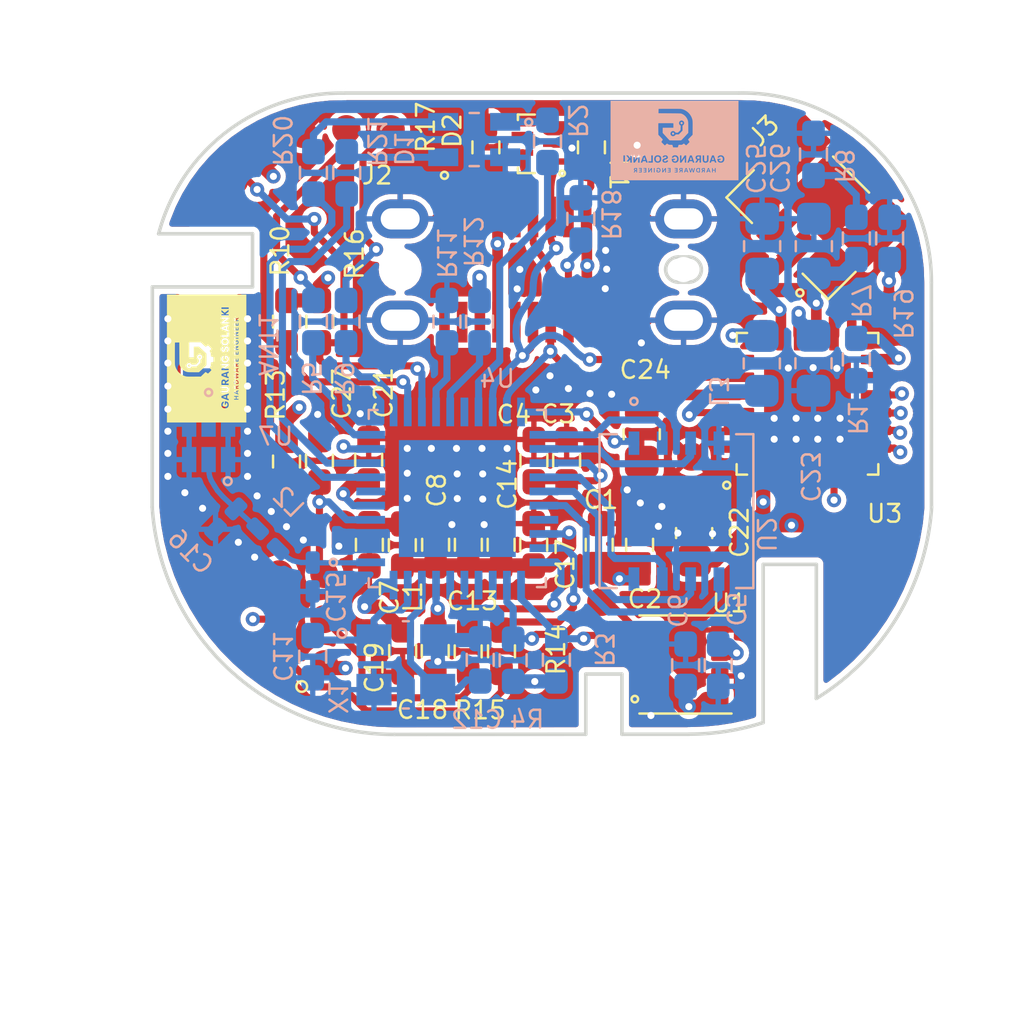
<source format=kicad_pcb>
(kicad_pcb (version 20221018) (generator pcbnew)
  (layers (0 "F.Cu" signal) (1 "In1.Cu" power "GND.Cu") (2 "In2.Cu" power "PWR.Cu") (31 "B.Cu" signal) (34 "B.Paste" user) (35 "F.Paste" user) (36 "B.SilkS" user "B.Silkscreen") (37 "F.SilkS" user "F.Silkscreen") (38 "B.Mask" user) (39 "F.Mask" user) (44 "Edge.Cuts" user))
  (net 0 "")
  (net 1 "Net-(ANT1-FEED)")
  (net 3 "GND")
  (net 4 "Net-(U4-XTAL_P)")
  (net 5 "Net-(U4-XTAL_N)")
  (net 6 "Net-(U4-ANT)")
  (net 7 "BAT_MON_ADC")
  (net 8 "ESP_EN")
  (net 9 "+3V0")
  (net 10 "Net-(D1-Pad1)")
  (net 11 "Net-(D1-Pad2)")
  (net 12 "Net-(U3-DEC)")
  (net 13 "VBUS")
  (net 14 "PVSS")
  (net 15 "USB_D-")
  (net 16 "USB_D+")
  (net 17 "UART1_TX")
  (net 18 "UART1_RX")
  (net 19 "I2C1_SDA")
  (net 20 "I2C1_SCL")
  (net 21 "+BATT")
  (net 22 "ESP_R_STRAP8")
  (net 23 "ESP_R_STRAP9")
  (net 24 "Net-(U3-SW)")
  (net 25 "Net-(U4-U0TXD{slash}GPIO16)")
  (net 26 "Net-(U4-GPIO4{slash}MTMS)")
  (net 27 "Net-(U4-U0RXD{slash}GPIO17)")
  (net 28 "Net-(U4-GPIO5{slash}MTDI)")
  (net 29 "ESP_TXD")
  (net 30 "ESP_RXD")
  (net 31 "Net-(U3-ICHG)")
  (net 32 "SPICS")
  (net 33 "SPIQ")
  (net 34 "SPIWP")
  (net 35 "SPID")
  (net 36 "SPICLK")
  (net 37 "SPIHD")
  (net 39 "Net-(U3-NTC)")
  (net 40 "ESP_I09")
  (net 43 "ISET")
  (net 45 "I2C2_SDA")
  (net 46 "I2C2_SCL")
  (net 51 "Net-(U7-IN)")
  (net 52 "MODE")
  (net 53 "CHG")
  (net 54 "ERR")
  (net 68 "Net-(J2-VBUS_A)")
  (net 69 "Net-(J2-CC1)")
  (net 70 "Net-(J2-CC2)")
  (net 71 "VSYS")
  (net 72 "VCOM")
  (net 73 "VCC")
  (net 74 "Net-(D1-Pad4)")
  (net 75 "LED_BLUE")
  (net 76 "LED_GREEN")
  (net 77 "LED_RED")
  (net 78 "GND_2")
  (footprint "GS_ICs:PSON65P250X250X100-8N" (layer "F.Cu") (at 241.555 129.53 180)
    (fp_text reference "U1")
    (fp_text value "BME280")
  )
  (footprint "GS_other:C_0603_1608Metric" (layer "F.Cu") (at 241.8 125.82 90)
    (fp_text reference "C22")
    (fp_text value "10uF")
  )
  (footprint "GS_other:R_0402_1005Metric_Pad0.72x0.64mm_HandSolder" (layer "F.Cu") (at 231.22 123.78 90)
    (fp_text reference "C27")
    (fp_text value "1uF")
  )
  (footprint "GS_other:TestPoint_Pad_D1.0mm" (layer "F.Cu") (at 233.23 114.42)
    (fp_text reference "TP3" hide)
    (fp_text value "DNP")
  )
  (footprint "GS_other:R_0402_1005Metric_Pad0.72x0.64mm_HandSolder" (layer "F.Cu") (at 236.35 126.15 90)
    (fp_text reference "C14")
    (fp_text value "0.1uF")
  )
  (footprint "GS_other:TestPoint_Pad_D1.0mm" (layer "F.Cu") (at 239.18 127.76)
    (fp_text reference "TP9" hide)
    (fp_text value "DNP")
  )
  (footprint "GS_Connector:TC2030-IDC-NL2" (layer "F.Cu") (at 230.72 128.25 90)
    (fp_text reference "TC1" hide)
    (fp_text value "DNP")
  )
  (footprint "GS_other:TestPoint_Pad_D1.0mm" (layer "F.Cu") (at 247.3 119.36)
    (fp_text reference "TP4" hide)
    (fp_text value "DNP")
  )
  (footprint "GS_other:TestPoint_Pad_D1.0mm" (layer "F.Cu") (at 241.69 114.35)
    (fp_text reference "TP2" hide)
    (fp_text value "DNP")
  )
  (footprint "GS_other:MICROQFN-5L_STM" (layer "F.Cu") (at 237.3945 114.83 180)
    (fp_text reference "D2")
    (fp_text value "HSP053-4M5")
  )
  (footprint "GS_other:Jumper" (layer "F.Cu") (at 243.64 122.91)
    (fp_text reference "JP1" hide)
    (fp_text value "Jumper_2_Bridged" hide)
  )
  (footprint "GS_other:R_0402_1005Metric_Pad0.72x0.64mm_HandSolder" (layer "F.Cu") (at 230.29 123.8 90)
    (fp_text reference "R13")
    (fp_text value "10k")
  )
  (footprint "GS_other:TestPoint_Pad_D1.0mm" (layer "F.Cu") (at 229.73 115.15)
    (fp_text reference "TP12" hide)
    (fp_text value "DNP")
  )
  (footprint "GS_other:R_0402_1005Metric_Pad0.72x0.64mm_HandSolder" (layer "F.Cu") (at 233.56 126.16 -90)
    (fp_text reference "L1")
    (fp_text value "2.0nH")
  )
  (footprint "GS_Connector:GCT_USB4160-03-0230-C_REVA2" (layer "F.Cu") (at 237.5 118.38)
    (fp_text reference "J2")
    (fp_text value "USB4160-03-0230-C_REVA2")
    (fp_line (start 3.85 -0.355) (end 4.15 -0.355) (stroke (width 0.1)) (layer "Edge.Cuts"))
    (fp_line (start 4.15 0.355) (end 3.85 0.355) (stroke (width 0.1)) (layer "Edge.Cuts"))
    (fp_arc (start 3.495 0) (mid 3.598977 -0.251023) (end 3.85 -0.355) (stroke (width 0.1)) (layer "Edge.Cuts"))
    (fp_arc (start 3.85 0.355) (mid 3.598977 0.251023) (end 3.495 0) (stroke (width 0.1)) (layer "Edge.Cuts"))
    (fp_arc (start 4.15 -0.355) (mid 4.401023 -0.251023) (end 4.505 0) (stroke (width 0.1)) (layer "Edge.Cuts"))
    (fp_arc (start 4.505 0) (mid 4.401023 0.251023) (end 4.15 0.355) (stroke (width 0.1)) (layer "Edge.Cuts"))
  )
  (footprint "Capacitor_SMD:C_0603_1608Metric" (layer "F.Cu") (at 240.32 123.03 -90)
    (fp_text reference "C24")
    (fp_text value "10uF")
  )
  (footprint "GS_other:R_0402_1005Metric_Pad0.72x0.64mm_HandSolder" (layer "F.Cu") (at 238.9 114.93 -90)
    (fp_text reference "F1")
    (fp_text value "1206L110/16WR")
  )
  (footprint "GS_other:R_0402_1005Metric_Pad0.72x0.64mm_HandSolder" (layer "F.Cu") (at 240.26 126.15 90)
    (fp_text reference "C2")
    (fp_text value locked "10uF")
  )
  (footprint "GS_other:TestPoint_Pad_D1.0mm" (layer "F.Cu") (at 241.72 123.66)
    (fp_text reference "TP10" hide)
    (fp_text value "DNP")
  )
  (footprint "GS_other:TestPoint_Pad_D1.0mm" (layer "F.Cu") (at 228.05 116.75)
    (fp_text reference "TP14" hide)
    (fp_text value "DNP")
  )
  (footprint "GS_other:TestPoint_Pad_D1.0mm" (layer "F.Cu") (at 239.37 128.71)
    (fp_text reference "TP8" hide)
    (fp_text value "DNP")
  )
  (footprint "GS_other:R_0402_1005Metric_Pad0.72x0.64mm_HandSolder" (layer "F.Cu") (at 237.275 123.775 90)
    (fp_text reference "C4")
    (fp_text value "1uF")
  )
  (footprint "GS_other:R_0402_1005Metric_Pad0.72x0.64mm_HandSolder" (layer "F.Cu") (at 238.2 123.775 90)
    (fp_text reference "C3")
    (fp_text value "0.1uF")
  )
  (footprint "GS_other:TestPoint_Pad_D1.0mm" (layer "F.Cu") (at 240.19 114.34)
    (fp_text reference "TP6" hide)
    (fp_text value "DNP")
  )
  (footprint "GS_other:TestPoint_Pad_D1.0mm" (layer "F.Cu") (at 244.55 124.98)
    (fp_text reference "TP5" hide)
    (fp_text value "DNP")
  )
  (footprint "GS_other:R_0402_1005Metric_Pad0.72x0.64mm_HandSolder" (layer "F.Cu") (at 235.42 129.16 90)
    (fp_text reference "R15")
    (fp_text value "499R")
  )
  (footprint "GS_other:R_0402_1005Metric_Pad0.72x0.64mm_HandSolder" (layer "F.Cu") (at 237.27 126.15 90)
    (fp_text reference "C17")
    (fp_text value "1uF")
  )
  (footprint "GS_other:TestPoint_Pad_D1.0mm" (layer "F.Cu") (at 228.81 115.87)
    (fp_text reference "TP15" hide)
    (fp_text value "DNP")
  )
  (footprint "GS_ICs:QFN50P400X400X100-25N" (layer "F.Cu") (at 245 122.17 90)
    (fp_text reference "U3")
    (fp_text value "NPM1100-QDAA-R")
  )
  (footprint "GS_other:R_0402_1005Metric_Pad0.72x0.64mm_HandSolder" (layer "F.Cu") (at 232.63 126.15 -90)
    (fp_text reference "C7")
    (fp_text value "0.1uF")
  )
  (footprint "GS_other:R_0402_1005Metric_Pad0.72x0.64mm_HandSolder" (layer "F.Cu") (at 231.23 119.85 90)
    (fp_text reference "R16")
    (fp_text value "10k")
  )
  (footprint "GS_Connector:CONN_SM02B-SURS-TF_JST" (layer "F.Cu") (at 245.19 116.74 135)
    (fp_text reference "J3")
    (fp_text value "SM02B-SURS-TF")
  )
  (footprint "GS_other:R_0402_1005Metric_Pad0.72x0.64mm_HandSolder" (layer "F.Cu") (at 234.5 126.15 90)
    (fp_text reference "C8")
    (fp_text value "10uF")
  )
  (footprint "GS_other:R_0402_1005Metric_Pad0.72x0.64mm_HandSolder" (layer "F.Cu") (at 236.36 129.1575 90)
    (fp_text reference "R14")
    (fp_text value "499R")
  )
  (footprint "GS_other:TestPoint_Pad_D1.0mm" (layer "F.Cu") (at 231.9 125.58)
    (fp_text reference "TP11" hide)
    (fp_text value "DNP")
  )
  (footprint "GS_other:TestPoint_Pad_D1.0mm" (layer "F.Cu") (at 231.98 114.42)
    (fp_text reference "TP1" hide)
    (fp_text value "DNP")
  )
  (footprint "GS_other:TestPoint_Pad_D1.0mm" (layer "F.Cu") (at 243.7 118.76)
    (fp_text reference "TP7" hide)
    (fp_text value "DNP")
  )
  (footprint "GS_other:R_0402_1005Metric_Pad0.72x0.64mm_HandSolder" (layer "F.Cu") (at 230.29 119.85 90)
    (fp_text reference "R10")
    (fp_text value "10k")
  )
  (footprint "GS_other:R_0402_1005Metric_Pad0.72x0.64mm_HandSolder" (layer "F.Cu") (at 234.49 129.15 -90)
    (fp_text reference "C18")
    (fp_text value "10uF")
  )
  (footprint "GS_other:R_0402_1005Metric_Pad0.72x0.64mm_HandSolder" (layer "F.Cu") (at 235.425 126.15 90)
    (fp_text reference "C13")
    (fp_text value "1uF")
  )
  (footprint "GS_other:TestPoint_Pad_D1.0mm" (layer "F.Cu") (at 230.76 114.55)
    (fp_text reference "TP13" hide)
    (fp_text value "DNP")
  )
  (footprint "GS_other:R_0402_1005Metric_Pad0.72x0.64mm_HandSolder" (layer "F.Cu") (at 233.57 129.15 -90)
    (fp_text reference "C19")
    (fp_text value "0.1uF")
  )
  (footprint "GS_other:R_0402_1005Metric_Pad0.72x0.64mm_HandSolder" (layer "F.Cu") (at 239.12 126.15 90)
    (fp_text reference "C1")
    (fp_text value "0.1uF")
  )
  (footprint "GS_other:R_0402_1005Metric_Pad0.72x0.64mm_HandSolder" (layer "F.Cu") (at 232.61 123.75 90)
    (fp_text reference "C21")
    (fp_text value "0.1uF")
  )
  (footprint "GS_other:R_0402_1005Metric_Pad0.72x0.64mm_HandSolder" (layer "F.Cu") (at 235.92 114.93 -90)
    (fp_text reference "R17")
    (fp_text value "5.1k")
  )
  (footprint "GS_other:C_0201_0603Metric_Pad0.64x0.40mm_HandSolder" (layer "B.Cu") (at 229.763146 125.988146 135)
    (fp_text reference "L2")
    (fp_text value "2.7nH")
  )
  (footprint "GS_other:R_0402_1005Metric_Pad0.72x0.64mm_HandSolder" (layer "B.Cu") (at 246.38 120.92 -90)
    (fp_text reference "R1")
    (fp_text value "1.5k")
  )
  (footprint "GS_other:R_0402_1005Metric_Pad0.72x0.64mm_HandSolder" (layer "B.Cu") (at 235.76 129.4 90)
    (fp_text reference "C12")
    (fp_text value "8pF")
  )
  (footprint "GS_other:R_0402_1005Metric_Pad0.72x0.64mm_HandSolder" (layer "B.Cu") (at 236.69 129.41 -90)
    (fp_text reference "R4")
    (fp_text value "5.1k")
  )
  (footprint "GS_other:R2520-40.000-10-F-1010-EXT-TR_RAL" (layer "B.Cu") (at 233.66 129.54 -90)
    (fp_text reference "X1")
    (fp_text value "R2520-40.000-8-F-1010-TR-NS3")
  )
  (footprint "GS_other:R_0402_1005Metric_Pad0.72x0.64mm_HandSolder" (layer "B.Cu") (at 247.32 117.5 -90)
    (fp_text reference "R19")
    (fp_text value "10k")
  )
  (footprint "GS_other:R_0402_1005Metric_Pad0.72x0.64mm_HandSolder" (layer "B.Cu") (at 231.03 129.31 -90)
    (fp_text reference "C11")
    (fp_text value "8pF")
  )
  (footprint "GS_other:R_0402_1005Metric_Pad0.72x0.64mm_HandSolder" (layer "B.Cu") (at 235.74 119.85 90)
    (fp_text reference "R12")
    (fp_text value "10k")
  )
  (footprint "GS_other:R_0402_1005Metric_Pad0.72x0.64mm_HandSolder" (layer "B.Cu") (at 231.97 119.85 90)
    (fp_text reference "R9")
    (fp_text value "499R")
  )
  (footprint "GS_ICs:DFN_XGIQ TR_WIN-L" (layer "B.Cu") (at 241.3 125.2 -90)
    (fp_text reference "U2")
    (fp_text value "W25Q64JVXGIQ TR")
  )
  (footprint "GS_other:C_0603_1608Metric" (layer "B.Cu") (at 245.17 121.025 -90)
    (fp_text reference "C23")
    (fp_text value "10uF")
  )
  (footprint "GS_other:R_0402_1005Metric_Pad0.72x0.64mm_HandSolder" (layer "B.Cu") (at 238.6 116.95 -90)
    (fp_text reference "R18")
    (fp_text value "5.1k")
  )
  (footprint "GS_other:R_0402_1005Metric_Pad0.72x0.64mm_HandSolder" (layer "B.Cu") (at 245.17 115.13 90)
    (fp_text reference "R8")
    (fp_text value "100k")
  )
  (footprint "GS_other:C_0603_1608Metric" (layer "B.Cu") (at 243.71 121.03 90)
    (fp_text reference "L3")
    (fp_text value "2.2µH")
  )
  (footprint "GS_other:R_0402_1005Metric_Pad0.72x0.64mm_HandSolder" (layer "B.Cu") (at 231.05 115.65 -90)
    (fp_text reference "R20")
    (fp_text value "60R")
  )
  (footprint "GS_other:DEA-6_1P6X0P8" (layer "B.Cu") (at 228.09 123.245 90)
    (fp_text reference "U7")
    (fp_text value "DEA162500LT-1217A1")
  )
  (footprint "GS_other:R_0402_1005Metric_Pad0.72x0.64mm_HandSolder" (layer "B.Cu") (at 231.99 115.65 -90)
    (fp_text reference "R21")
    (fp_text value "220R")
  )
  (footprint "GS_other:C_0201_0603Metric_Pad0.64x0.40mm_HandSolder" (layer "B.Cu") (at 228.575 125.425 -135)
    (fp_text reference "C16")
    (fp_text value "1.2pF")
  )
  (footprint "GS_other:R_0402_1005Metric_Pad0.72x0.64mm_HandSolder" (layer "B.Cu") (at 237.91 129.4 -90)
    (fp_text reference "R3")
    (fp_text value "5.1k")
  )
  (footprint "GS_other:R_0402_1005Metric_Pad0.72x0.64mm_HandSolder" (layer "B.Cu") (at 234.82 119.85 -90)
    (fp_text reference "R11")
    (fp_text value "10k")
  )
  (footprint "GS_ICs:QFN40P500X500X90-41N" (layer "B.Cu") (at 235.1125 124.845)
    (fp_text reference "U4")
    (fp_text value "ESP32-C6")
  )
  (footprint "GS_other:R_0402_1005Metric_Pad0.72x0.64mm_HandSolder" (layer "B.Cu") (at 241.56 129.55 90)
    (fp_text reference "C6")
    (fp_text value "10uF")
  )
  (footprint "GS_other:ANTC2012X120N" (layer "B.Cu") (at 228.09 120.42 90)
    (fp_text reference "ANT1")
    (fp_text value "ANT2012LL00R2400A")
  )
  (footprint "GS_other:C_0603_1608Metric" (layer "B.Cu") (at 245.18 117.72 90)
    (fp_text reference "C26")
    (fp_text value "1uF")
  )
  (footprint "GS_other:R_0402_1005Metric_Pad0.72x0.64mm_HandSolder" (layer "B.Cu") (at 242.48 129.55 -90)
    (fp_text reference "C5")
    (fp_text value "0.1uF")
  )
  (footprint "GS_other:C_0603_1608Metric" (layer "B.Cu") (at 243.72 117.72 90)
    (fp_text reference "C25")
    (fp_text value "2.2nF")
  )
  (footprint "GS_other:R_0402_1005Metric_Pad0.72x0.64mm_HandSolder" (layer "B.Cu") (at 237.66 114.76 -90)
    (fp_text reference "R2")
    (fp_text value "40R")
  )
  (footprint "GS_other:C_0201_0603Metric_Pad0.64x0.40mm_HandSolder" (layer "B.Cu") (at 231.03 127.06 -90)
    (fp_text reference "C15")
    (fp_text value "1.2pF")
  )
  (footprint "GS_other:R_0402_1005Metric_Pad0.72x0.64mm_HandSolder" (layer "B.Cu") (at 231.05 119.85 90)
    (fp_text reference "R5")
    (fp_text value "499R")
  )
  (footprint "GS_other:R_0402_1005Metric_Pad0.72x0.64mm_HandSolder" (layer "B.Cu") (at 246.38 117.5 90)
    (fp_text reference "R7")
    (fp_text value "47k")
  )
  (footprint "GS_other:LED_QBLP600-RGB" (layer "B.Cu") (at 235.59 114.71 180)
    (fp_text reference "D1")
    (fp_text value "QBLP600-RGB")
  )
  (gr_poly (pts (xy 241.440961 114.215795) (xy 241.438545 114.216082) (xy 241.436144 114.216532) (xy 241.433768 114.217145) (xy 241.43143 114.217923) (xy 241.430795 114.218227) (xy 241.430147 114.218608) (xy 241.428824 114.219587) (xy 241.427476 114.220829) (xy 241.426122 114.222305) (xy 241.424778 114.223986) (xy 241.423462 114.225841) (xy 241.42219 114.227843) (xy 241.420979 114.229961) (xy 241.419847 114.232166) (xy 241.418811 114.234428) (xy 241.417887 114.236718) (xy 241.417093 114.239007) (xy 241.416446 114.241264) (xy 241.415962 114.243461) (xy 241.41566 114.245568) (xy 241.415555 114.247556) (xy 241.415609 114.248599) (xy 241.415768 114.249675) (xy 241.416027 114.25078) (xy 241.416381 114.251908) (xy 241.416825 114.253057) (xy 241.417355 114.254221) (xy 241.417966 114.255397) (xy 241.418653 114.256579) (xy 241.420236 114.258948) (xy 241.422066 114.261292) (xy 241.424105 114.263577) (xy 241.426315 114.265768) (xy 241.428657 114.267831) (xy 241.431092 114.269732) (xy 241.433584 114.271435) (xy 241.436093 114.272906) (xy 241.438582 114.274111) (xy 241.439807 114.274602) (xy 241.441012 114.275014) (xy 241.442192 114.275342) (xy 241.443344 114.275581) (xy 241.444462 114.275728) (xy 241.445541 114.275778) (xy 241.446623 114.275729) (xy 241.44775 114.275585) (xy 241.448916 114.275348) (xy 241.450116 114.275023) (xy 241.451345 114.274613) (xy 241.452598 114.274122) (xy 241.45387 114.273554) (xy 241.455154 114.272912) (xy 241.456447 114.272199) (xy 241.457744 114.27142) (xy 241.459038 114.270578) (xy 241.460325 114.269676) (xy 241.461599 114.268719) (xy 241.462856 114.267709) (xy 241.46409 114.266651) (xy 241.465297 114.265548) (xy 241.466484 114.264285) (xy 241.467599 114.263011) (xy 241.468642 114.261726) (xy 241.469611 114.260432) (xy 241.470508 114.25913) (xy 241.471332 114.257821) (xy 241.472083 114.256505) (xy 241.47276 114.255185) (xy 241.473364 114.25386) (xy 241.473895 114.252532) (xy 241.474352 114.251202) (xy 241.474735 114.249871) (xy 241.475044 114.24854) (xy 241.475279 114.24721) (xy 241.475441 114.245882) (xy 241.475527 114.244557) (xy 241.47554 114.243237) (xy 241.475478 114.241921) (xy 241.475341 114.240612) (xy 241.475129 114.23931) (xy 241.474843 114.238016) (xy 241.474481 114.236731) (xy 241.474044 114.235457) (xy 241.473532 114.234195) (xy 241.472944 114.232944) (xy 241.472281 114.231707) (xy 241.471542 114.230485) (xy 241.470728 114.229278) (xy 241.469837 114.228087) (xy 241.46887 114.226914) (xy 241.467827 114.22576) (xy 241.466708 114.224625) (xy 241.465052 114.223046) (xy 241.463268 114.221617) (xy 241.461366 114.220339) (xy 241.45936 114.219212) (xy 241.457261 114.218239) (xy 241.455081 114.21742) (xy 241.452831 114.216755) (xy 241.450524 114.216247) (xy 241.448172 114.215896) (xy 241.445786 114.215703) (xy 241.443378 114.215669)) (fill solid) (layer "B.SilkS"))
  (gr_poly (pts (xy 239.44 115.86) (xy 243.052444 115.86) (xy 243.052444 115.514028) (xy 242.406861 115.514028) (xy 242.406861 115.6375) (xy 242.385694 115.6375) (xy 242.385694 115.584584) (xy 242.325722 115.584584) (xy 242.325722 115.6375) (xy 242.306319 115.6375) (xy 242.306319 115.636089) (xy 242.262222 115.636089) (xy 242.262208 115.636155) (xy 242.262169 115.636221) (xy 242.262013 115.636353) (xy 242.261759 115.636482) (xy 242.261411 115.636607) (xy 242.260975 115.636729) (xy 242.260454 115.636846) (xy 242.259179 115.637059) (xy 242.257623 115.63724) (xy 242.255822 115.637379) (xy 242.253815 115.637469) (xy 242.251638 115.6375) (xy 242.250061 115.637478) (xy 242.248629 115.637401) (xy 242.247331 115.637256) (xy 242.246154 115.637032) (xy 242.245607 115.636886) (xy 242.245086 115.636715) (xy 242.24459 115.636517) (xy 242.244116 115.636291) (xy 242.243664 115.636036) (xy 242.243232 115.635749) (xy 242.242819 115.635429) (xy 242.242422 115.635075) (xy 242.242041 115.634685) (xy 242.241674 115.634256) (xy 242.241319 115.633789) (xy 242.240976 115.63328) (xy 242.240642 115.632729) (xy 242.240316 115.632133) (xy 242.239683 115.630803) (xy 242.239064 115.629277) (xy 242.238447 115.627541) (xy 242.237821 115.625583) (xy 242.237175 115.623389) (xy 242.232941 115.609278) (xy 242.177908 115.609278) (xy 242.173675 115.623389) (xy 242.172973 115.625641) (xy 242.172312 115.627642) (xy 242.171673 115.629408) (xy 242.17104 115.630952) (xy 242.170719 115.631646) (xy 242.170394 115.63229) (xy 242.170061 115.632886) (xy 242.169718 115.633435) (xy 242.169364 115.63394) (xy 242.168995 115.634403) (xy 242.16861 115.634825) (xy 242.168207 115.635207) (xy 242.167782 115.635553) (xy 242.167335 115.635863) (xy 242.166863 115.63614) (xy 242.166364 115.636384) (xy 242.165835 115.636599) (xy 242.165275 115.636786) (xy 242.164681 115.636946) (xy 242.16405 115.637082) (xy 242.163382 115.637194) (xy 242.162673 115.637287) (xy 242.161125 115.637415) (xy 242.159389 115.637482) (xy 242.157447 115.6375) (xy 242.155123 115.637484) (xy 242.152949 115.637434) (xy 242.151933 115.637397) (xy 242.150973 115.637352) (xy 242.150075 115.637298) (xy 242.149245 115.637236) (xy 242.148489 115.637166) (xy 242.147814 115.637087) (xy 242.147226 115.637) (xy 242.146731 115.636905) (xy 242.146335 115.636802) (xy 242.146177 115.636747) (xy 242.146045 115.63669) (xy 242.145941 115.636631) (xy 242.145866 115.63657) (xy 242.145821 115.636507) (xy 242.145805 115.636442) (xy 242.152464 115.618274) (xy 242.168383 115.575764) (xy 242.190608 115.515792) (xy 242.203661 115.514734) (xy 242.205668 115.514561) (xy 242.20747 115.514447) (xy 242.20908 115.514399) (xy 242.20982 115.514402) (xy 242.210518 115.514425) (xy 242.211176 115.514469) (xy 242.211798 115.514534) (xy 242.212384 115.514622) (xy 242.212938 115.514734) (xy 242.21346 115.51487) (xy 242.213953 115.515033) (xy 242.21442 115.515222) (xy 242.214861 115.515439) (xy 242.21528 115.515685) (xy 242.215678 115.515962) (xy 242.216058 115.516269) (xy 242.216421 115.516608) (xy 242.21677 115.51698) (xy 242.217106 115.517386) (xy 242.217432 115.517828) (xy 242.21775 115.518305) (xy 242.218061 115.51882) (xy 242.218368 115.519373) (xy 242.218979 115.520599) (xy 242.219598 115.521989) (xy 242.220241 115.523553) (xy 242.245862 115.591595) (xy 242.257399 115.622623) (xy 242.262222 115.636089) (xy 242.306319 115.636089) (xy 242.306319 115.514028) (xy 242.099944 115.514028) (xy 242.099944 115.6375) (xy 242.078072 115.6375) (xy 242.079483 115.61457) (xy 242.080541 115.591639) (xy 242.069958 115.591639) (xy 242.068305 115.591738) (xy 242.06677 115.591916) (xy 242.065331 115.592193) (xy 242.063966 115.592593) (xy 242.062653 115.593135) (xy 242.061369 115.593841) (xy 242.060093 115.594732) (xy 242.058801 115.595829) (xy 242.057473 115.597153) (xy 242.056084 115.598726) (xy 242.054615 115.600569) (xy 242.053041 115.602702) (xy 242.051341 115.605148) (xy 242.049493 115.607927) (xy 242.045263 115.61457) (xy 242.042943 115.618374) (xy 242.040855 115.621734) (xy 242.038968 115.624677) (xy 242.037249 115.627231) (xy 242.035666 115.629424) (xy 242.034916 115.630393) (xy 242.034188 115.631282) (xy 242.033478 115.632094) (xy 242.032782 115.632833) (xy 242.032097 115.633502) (xy 242.031417 115.634105) (xy 242.030739 115.634645) (xy 242.03006 115.635124) (xy 242.029374 115.635548) (xy 242.028679 115.635919) (xy 242.027969 115.636241) (xy 242.027242 115.636516) (xy 242.026493 115.63675) (xy 242.025717 115.636944) (xy 242.024912 115.637102) (xy 242.024073 115.637228) (xy 242.023196 115.637326) (xy 242.022276 115.637398) (xy 242.020296 115.637479) (xy 242.0181 115.6375) (xy 242.004694 115.6375) (xy 242.021274 115.6121) (xy 242.023541 115.608675) (xy 242.025581 115.605537) (xy 242.0274 115.602673) (xy 242.029003 115.600073) (xy 242.030395 115.597725) (xy 242.031581 115.595618) (xy 242.032099 115.594651) (xy 242.032567 115.59374) (xy 242.032986 115.592884) (xy 242.033357 115.59208) (xy 242.033681 115.591329) (xy 242.033958 115.590627) (xy 242.034188 115.589975) (xy 242.034373 115.58937) (xy 242.034513 115.588811) (xy 242.034608 115.588296) (xy 242.03466 115.587825) (xy 242.034669 115.587395) (xy 242.034636 115.587005) (xy 242.03456 115.586655) (xy 242.034444 115.586342) (xy 242.034287 115.586065) (xy 242.034091 115.585823) (xy 242.033855 115.585614) (xy 242.033581 115.585436) (xy 242.033269 115.585289) (xy 242.030858 115.584361) (xy 242.028586 115.583238) (xy 242.026454 115.581933) (xy 242.024463 115.580458) (xy 242.022614 115.578824) (xy 242.020907 115.577045) (xy 242.019343 115.575131) (xy 242.017923 115.573096) (xy 242.016648 115.570952) (xy 242.015518 115.56871) (xy 242.014535 115.566382) (xy 242.013698 115.563982) (xy 242.013009 115.56152) (xy 242.012469 115.55901) (xy 242.012078 115.556463) (xy 242.011838 115.553892) (xy 242.011748 115.551308) (xy 242.01181 115.548724) (xy 242.012024 115.546152) (xy 242.012392 115.543603) (xy 242.012913 115.541091) (xy 242.01359 115.538628) (xy 242.014421 115.536225) (xy 242.01541 115.533894) (xy 242.016555 115.531648) (xy 242.017858 115.529499) (xy 242.01932 115.527459) (xy 242.020941 115.52554) (xy 242.022722 115.523755) (xy 242.024665 115.522115) (xy 242.026769 115.520633) (xy 242.029036 115.51932) (xy 242.030433 115.518679) (xy 242.031981 115.51808) (xy 242.033679 115.517522) (xy 242.035529 115.517005) (xy 242.037532 115.516529) (xy 242.039689 115.516095) (xy 242.04447 115.515351) (xy 242.049878 115.514772) (xy 242.055924 115.514359) (xy 242.062614 115.514111) (xy 242.069958 115.514028) (xy 241.962361 115.514028) (xy 241.962361 115.6375) (xy 241.93308 115.6375) (xy 241.924004 115.637239) (xy 241.915554 115.636579) (xy 241.911561 115.636098) (xy 241.90772 115.635514) (xy 241.904031 115.634826) (xy 241.900492 115.634033) (xy 241.897102 115.633135) (xy 241.893859 115.632129) (xy 241.890763 115.631015) (xy 241.887812 115.629792) (xy 241.885004 115.628459) (xy 241.882338 115.627014) (xy 241.879814 115.625457) (xy 241.877429 115.623786) (xy 241.875183 115.622001) (xy 241.873074 115.620099) (xy 241.871101 115.618081) (xy 241.869263 115.615945) (xy 241.867558 115.613689) (xy 241.865985 115.611313) (xy 241.864543 115.608816) (xy 241.86323 115.606197) (xy 241.862045 115.603454) (xy 241.860988 115.600587) (xy 241.860055 115.597593) (xy 241.859248 115.594473) (xy 241.858563 115.591225) (xy 241.857999 115.587848) (xy 241.857557 115.584341) (xy 241.857233 115.580703) (xy 241.857071 115.578078) (xy 241.85698 115.575495) (xy 241.856962 115.572955) (xy 241.857014 115.570459) (xy 241.857138 115.568007) (xy 241.857333 115.5656) (xy 241.857598 115.56324) (xy 241.857933 115.560926) (xy 241.858338 115.558659) (xy 241.858812 115.556441) (xy 241.859355 115.554272) (xy 241.859968 115.552153) (xy 241.860648 115.550085) (xy 241.861397 115.548068) (xy 241.862214 115.546103) (xy 241.863098 115.544191) (xy 241.864049 115.542333) (xy 241.865067 115.540529) (xy 241.866152 115.538781) (xy 241.867303 115.537088) (xy 241.86852 115.535453) (xy 241.869802 115.533875) (xy 241.87115 115.532356) (xy 241.872562 115.530895) (xy 241.874039 115.529495) (xy 241.875581 115.528156) (xy 241.877186 115.526877) (xy 241.878855 115.525662) (xy 241.880587 115.524509) (xy 241.882383 115.52342) (xy 241.88424 115.522395) (xy 241.886161 115.521436) (xy 241.888331 115.520423) (xy 241.890489 115.519498) (xy 241.892658 115.518657) (xy 241.894268 115.518101) (xy 241.820819 115.518101) (xy 241.820801 115.518451) (xy 241.820764 115.518818) (xy 241.820708 115.519202) (xy 241.820635 115.519605) (xy 241.820544 115.520025) (xy 241.803258 115.581761) (xy 241.787736 115.6375) (xy 241.7768 115.6375) (xy 241.773265 115.637414) (xy 241.771772 115.637207) (xy 241.770416 115.636806) (xy 241.769164 115.636144) (xy 241.767981 115.635156) (xy 241.766834 115.633778) (xy 241.765687 115.631944) (xy 241.764507 115.629589) (xy 241.76326 115.626648) (xy 241.761912 115.623056) (xy 241.760428 115.618748) (xy 241.756919 115.607723) (xy 241.752458 115.593051) (xy 241.7387 115.5486) (xy 241.724588 115.593051) (xy 241.71083 115.6375) (xy 241.688252 115.6375) (xy 241.633572 115.6375) (xy 241.622283 115.6375) (xy 241.620403 115.637482) (xy 241.618721 115.637415) (xy 241.61722 115.637287) (xy 241.615883 115.637082) (xy 241.615271 115.636946) (xy 241.614693 115.636786) (xy 241.614147 115.636599) (xy 241.613632 115.636384) (xy 241.613145 115.63614) (xy 241.612684 115.635863) (xy 241.612247 115.635553) (xy 241.611832 115.635207) (xy 241.611436 115.634825) (xy 241.611058 115.634403) (xy 241.610695 115.63394) (xy 241.610346 115.633435) (xy 241.610007 115.632886) (xy 241.609678 115.63229) (xy 241.609037 115.630952) (xy 241.608407 115.629408) (xy 241.60777 115.627642) (xy 241.607109 115.625641) (xy 241.606408 115.623389) (xy 241.602175 115.609278) (xy 241.546436 115.609278) (xy 241.542202 115.623389) (xy 241.541501 115.625641) (xy 241.54084 115.627642) (xy 241.540203 115.629408) (xy 241.539573 115.630952) (xy 241.539255 115.631646) (xy 241.538932 115.63229) (xy 241.538603 115.632886) (xy 241.538265 115.633435) (xy 241.537915 115.63394) (xy 241.537552 115.634403) (xy 241.537174 115.634825) (xy 241.536778 115.635207) (xy 241.536363 115.635553) (xy 241.535926 115.635863) (xy 241.535465 115.63614) (xy 241.534978 115.636384) (xy 241.534463 115.636599) (xy 241.533917 115.636786) (xy 241.533339 115.636946) (xy 241.532727 115.637082) (xy 241.532078 115.637194) (xy 241.53139 115.637287) (xy 241.529889 115.637415) (xy 241.528207 115.637482) (xy 241.526327 115.6375) (xy 241.524337 115.637494) (xy 241.522593 115.637467) (xy 241.521084 115.637405) (xy 241.519801 115.637297) (xy 241.519241 115.637221) (xy 241.518733 115.637128) (xy 241.518276 115.637017) (xy 241.517869 115.636887) (xy 241.517511 115.636734) (xy 241.5172 115.636559) (xy 241.516934 115.63636) (xy 241.516714 115.636133) (xy 241.516537 115.635879) (xy 241.516402 115.635596) (xy 241.516308 115.635281) (xy 241.516254 115.634934) (xy 241.516238 115.634552) (xy 241.516258 115.634134) (xy 241.516315 115.633679) (xy 241.516405 115.633184) (xy 241.516529 115.632649) (xy 241.516685 115.632071) (xy 241.517086 115.630782) (xy 241.517599 115.629303) (xy 241.518214 115.627623) (xy 241.525975 115.607338) (xy 241.539027 115.572236) (xy 241.54573 115.553859) (xy 241.551639 115.537929) (xy 241.556093 115.5261) (xy 241.55843 115.520025) (xy 241.558794 115.51926) (xy 241.559227 115.518552) (xy 241.559732 115.5179) (xy 241.56031 115.517302) (xy 241.560964 115.516759) (xy 241.561698 115.516267) (xy 241.562513 115.515828) (xy 241.563413 115.515439) (xy 241.5644 115.5151) (xy 241.565475 115.51481) (xy 241.566643 115.514566) (xy 241.567905 115.51437) (xy 241.569265 115.514219) (xy 241.570724 115.514112) (xy 241.572286 115.514049) (xy 241.573952 115.514028) (xy 241.472 115.514028) (xy 241.472 115.6375) (xy 241.450833 115.6375) (xy 241.450833 115.61457) (xy 241.450813 115.607001) (xy 241.450765 115.603939) (xy 241.450673 115.601313) (xy 241.450605 115.600154) (xy 241.450521 115.599091) (xy 241.450417 115.59812) (xy 241.450293 115.597238) (xy 241.450147 115.596439) (xy 241.449976 115.59572) (xy 241.449779 115.595077) (xy 241.449554 115.594506) (xy 241.449299 115.594001) (xy 241.449012 115.593559) (xy 241.448691 115.593177) (xy 241.448335 115.592848) (xy 241.447941 115.592571) (xy 241.447508 115.592339) (xy 241.447034 115.592149) (xy 241.446517 115.591998) (xy 241.445955 115.591879) (xy 241.445345 115.59179) (xy 241.444688 115.591727) (xy 241.443979 115.591684) (xy 241.442403 115.591645) (xy 241.440602 115.591639) (xy 241.439065 115.591684) (xy 241.437616 115.591829) (xy 241.436235 115.592093) (xy 241.434903 115.592494) (xy 241.433599 115.59305) (xy 241.432305 115.593779) (xy 241.431001 115.594699) (xy 241.429666 115.595829) (xy 241.428282 115.597185) (xy 241.426829 115.598788) (xy 241.425287 115.600654) (xy 241.423636 115.602801) (xy 241.421857 115.605249) (xy 241.41993 115.608014) (xy 241.415555 115.61457) (xy 241.413161 115.618257) (xy 241.410988 115.621531) (xy 241.40901 115.624415) (xy 241.407199 115.626934) (xy 241.405528 115.629111) (xy 241.404737 115.63008) (xy 241.403971 115.630972) (xy 241.403227 115.631791) (xy 241.402501 115.63254) (xy 241.40179 115.633222) (xy 241.401091 115.63384) (xy 241.4004 115.634397) (xy 241.399714 115.634897) (xy 241.39903 115.635341) (xy 241.398343 115.635733) (xy 241.397652 115.636077) (xy 241.396952 115.636374) (xy 241.39624 115.636629) (xy 241.395513 115.636845) (xy 241.394767 115.637023) (xy 241.393999 115.637168) (xy 241.393206 115.637282) (xy 241.392385 115.637369) (xy 241.390642 115.637472) (xy 241.388744 115.6375) (xy 241.330536 115.6375) (xy 241.24975 115.6375) (xy 241.24975 115.628681) (xy 241.249764 115.62719) (xy 241.249835 115.625884) (xy 241.250001 115.624749) (xy 241.250301 115.62377) (xy 241.250513 115.623335) (xy 241.250774 115.622933) (xy 241.251089 115.622564) (xy 241.251461 115.622226) (xy 241.251896 115.621916) (xy 241.2524 115.621633) (xy 241.25363 115.62114) (xy 241.255191 115.620735) (xy 241.257122 115.620402) (xy 241.259462 115.620129) (xy 241.262251 115.6199) (xy 241.269331 115.619522) (xy 241.278677 115.619156) (xy 241.307958 115.618098) (xy 241.309016 115.5994) (xy 241.310075 115.581056) (xy 241.281852 115.581056) (xy 241.272522 115.581039) (xy 241.268735 115.580998) (xy 241.265481 115.580918) (xy 241.264041 115.58086) (xy 241.262719 115.580787) (xy 241.26151 115.580698) (xy 241.260409 115.580591) (xy 241.25941 115.580465) (xy 241.25851 115.580318) (xy 241.257702 115.580148) (xy 241.256981 115.579954) (xy 241.256344 115.579734) (xy 241.255784 115.579486) (xy 241.255297 115.57921) (xy 241.254877 115.578903) (xy 241.25452 115.578563) (xy 241.25422 115.57819) (xy 241.253973 115.577781) (xy 241.253773 115.577335) (xy 241.253616 115.576851) (xy 241.253496 115.576325) (xy 241.253408 115.575758) (xy 241.253348 115.575148) (xy 241.253309 115.574492) (xy 241.253288 115.573789) (xy 241.253277 115.572236) (xy 241.253347 115.569325) (xy 241.253494 115.568148) (xy 241.253768 115.567138) (xy 241.253965 115.566692) (xy 241.25421 115.566283) (xy 241.254506 115.56591) (xy 241.254859 115.56557) (xy 241.255273 115.565263) (xy 241.255755 115.564987) (xy 241.256937 115.56452) (xy 241.258447 115.564156) (xy 241.260322 115.563882) (xy 241.262604 115.563686) (xy 241.265332 115.563555) (xy 241.272285 115.563434) (xy 241.281499 115.563417) (xy 241.309722 115.563417) (xy 241.309722 115.531667) (xy 241.279736 115.531667) (xy 241.269939 115.53165) (xy 241.265964 115.531609) (xy 241.262549 115.531529) (xy 241.261037 115.531471) (xy 241.25965 115.531398) (xy 241.258381 115.531309) (xy 241.257225 115.531202) (xy 241.256178 115.531076) (xy 241.255233 115.530929) (xy 241.254386 115.530759) (xy 241.25363 115.530565) (xy 241.252962 115.530345) (xy 241.252375 115.530098) (xy 241.251864 115.529821) (xy 241.251424 115.529514) (xy 241.25105 115.529175) (xy 241.250736 115.528801) (xy 241.250477 115.528392) (xy 241.250268 115.527946) (xy 241.250103 115.527462) (xy 241.249977 115.526937) (xy 241.249886 115.52637) (xy 241.249823 115.525759) (xy 241.249783 115.525103) (xy 241.249761 115.5244) (xy 241.24975 115.522848) (xy 241.24975 115.514028) (xy 241.133333 115.514028) (xy 241.133333 115.6375) (xy 241.052194 115.6375) (xy 241.052194 115.628681) (xy 241.052267 115.62577) (xy 241.052422 115.624592) (xy 241.052712 115.623582) (xy 241.052921 115.623136) (xy 241.05318 115.622727) (xy 241.053494 115.622354) (xy 241.053868 115.622015) (xy 241.054308 115.621708) (xy 241.054819 115.621431) (xy 241.056075 115.620964) (xy 241.057677 115.6206) (xy 241.05967 115.620327) (xy 241.062094 115.620131) (xy 241.064993 115.619999) (xy 241.072384 115.619879) (xy 241.08218 115.619862) (xy 241.112166 115.619862) (xy 241.112166 115.581056) (xy 241.085708 115.581056) (xy 241.081167 115.58105) (xy 241.077177 115.581024) (xy 241.073703 115.580968) (xy 241.070709 115.580869) (xy 241.069381 115.5808) (xy 241.06816 115.580716) (xy 241.067041 115.580616) (xy 241.066019 115.580498) (xy 241.065091 115.580361) (xy 241.064252 115.580204) (xy 241.063497 115.580024) (xy 241.062821 115.579821) (xy 241.062222 115.579594) (xy 241.061693 115.57934) (xy 241.061231 115.579058) (xy 241.060831 115.578748) (xy 241.060488 115.578407) (xy 241.060199 115.578034) (xy 241.059959 115.577628) (xy 241.059762 115.577186) (xy 241.059606 115.576709) (xy 241.059484 115.576194) (xy 241.059394 115.575641) (xy 241.05933 115.575046) (xy 241.059288 115.57441) (xy 241.059264 115.573731) (xy 241.05925 115.572236) (xy 241.059264 115.570742) (xy 241.05933 115.569427) (xy 241.059484 115.568279) (xy 241.059762 115.567287) (xy 241.059959 115.566846) (xy 241.060199 115.566439) (xy 241.060488 115.566066) (xy 241.060831 115.565725) (xy 241.061231 115.565415) (xy 241.061693 115.565133) (xy 241.062821 115.564652) (xy 241.064252 115.56427) (xy 241.066019 115.563975) (xy 241.06816 115.563757) (xy 241.070709 115.563605) (xy 241.073703 115.563506) (xy 241.077177 115.563449) (xy 241.085708 115.563417) (xy 241.112166 115.563417) (xy 241.112166 115.531667) (xy 241.08218 115.531667) (xy 241.072384 115.53165) (xy 241.068409 115.531609) (xy 241.064993 115.531529) (xy 241.063482 115.531471) (xy 241.062094 115.531398) (xy 241.060825 115.531309) (xy 241.05967 115.531202) (xy 241.058622 115.531076) (xy 241.057677 115.530929) (xy 241.05683 115.530759) (xy 241.056075 115.530565) (xy 241.055406 115.530345) (xy 241.054819 115.530098) (xy 241.054308 115.529821) (xy 241.053868 115.529514) (xy 241.053494 115.529175) (xy 241.05318 115.528801) (xy 241.052921 115.528392) (xy 241.052712 115.527946) (xy 241.052547 115.527462) (xy 241.052422 115.526937) (xy 241.05233 115.52637) (xy 241.052267 115.525759) (xy 241.052227 115.525103) (xy 241.052205 115.5244) (xy 241.052194 115.522848) (xy 241.052194 115.514028) (xy 241.133333 115.514028) (xy 241.24975 115.514028) (xy 241.329477 115.514028) (xy 241.32983 115.575764) (xy 241.330536 115.6375) (xy 241.388744 115.6375) (xy 241.387505 115.637488) (xy 241.386304 115.637453) (xy 241.385148 115.637396) (xy 241.384042 115.637319) (xy 241.382992 115.637223) (xy 241.382003 115.63711) (xy 241.381082 115.636981) (xy 241.380233 115.636839) (xy 241.379463 115.636684) (xy 241.378777 115.636518) (xy 241.378181 115.636344) (xy 241.377681 115.636161) (xy 241.377469 115.636067) (xy 241.377282 115.635972) (xy 241.377122 115.635876) (xy 241.37699 115.635778) (xy 241.376886 115.63568) (xy 241.376811 115.635582) (xy 241.376765 115.635483) (xy 241.37675 115.635384) (xy 241.376831 115.635072) (xy 241.37707 115.634541) (xy 241.37799 115.632876) (xy 241.379447 115.630491) (xy 241.38138 115.62749) (xy 241.383726 115.623977) (xy 241.386423 115.620054) (xy 241.38941 115.615826) (xy 241.392625 115.611395) (xy 241.395677 115.607082) (xy 241.398361 115.603254) (xy 241.400688 115.599882) (xy 241.402668 115.596936) (xy 241.403531 115.595615) (xy 241.404313 115.59439) (xy 241.405013 115.593258) (xy 241.405635 115.592215) (xy 241.406178 115.591257) (xy 241.406644 115.590381) (xy 241.407035 115.589584) (xy 241.407353 115.588861) (xy 241.407598 115.58821) (xy 241.407772 115.587627) (xy 241.407877 115.587107) (xy 241.407904 115.586871) (xy 241.407914 115.586649) (xy 241.407907 115.586441) (xy 241.407884 115.586247) (xy 241.407844 115.586067) (xy 241.407789 115.585899) (xy 241.407717 115.585744) (xy 241.40763 115.585602) (xy 241.407527 115.58547) (xy 241.407408 115.58535) (xy 241.407274 115.585241) (xy 241.407126 115.585141) (xy 241.406962 115.585052) (xy 241.406784 115.584972) (xy 241.406384 115.584839) (xy 241.405927 115.584738) (xy 241.405415 115.584665) (xy 241.404849 115.584618) (xy 241.40423 115.584592) (xy 241.403561 115.584584) (xy 241.40278 115.584524) (xy 241.401962 115.584347) (xy 241.401111 115.58406) (xy 241.400231 115.583667) (xy 241.399325 115.583175) (xy 241.398399 115.582589) (xy 241.3965 115.581155) (xy 241.394565 115.579412) (xy 241.392628 115.577403) (xy 241.390721 115.575173) (xy 241.388876 115.572766) (xy 241.387127 115.570227) (xy 241.385505 115.567599) (xy 241.384043 115.564929) (xy 241.382774 115.56226) (xy 241.381731 115.559636) (xy 241.380945 115.557102) (xy 241.380659 115.555882) (xy 241.38045 115.554702) (xy 241.380321 115.553567) (xy 241.380277 115.552481) (xy 241.380301 115.551125) (xy 241.380371 115.549768) (xy 241.380487 115.548412) (xy 241.380648 115.547061) (xy 241.380853 115.545714) (xy 241.3811 115.544375) (xy 241.38139 115.543046) (xy 241.381721 115.541727) (xy 241.382093 115.540421) (xy 241.382504 115.53913) (xy 241.382953 115.537856) (xy 241.38344 115.5366) (xy 241.383963 115.535364) (xy 241.384523 115.534151) (xy 241.385117 115.532962) (xy 241.385745 115.531799) (xy 241.386407 115.530664) (xy 241.3871 115.529559) (xy 241.387825 115.528486) (xy 241.38858 115.527445) (xy 241.389365 115.526441) (xy 241.390178 115.525473) (xy 241.391018 115.524545) (xy 241.391886 115.523658) (xy 241.392779 115.522814) (xy 241.393698 115.522014) (xy 241.39464 115.521261) (xy 241.395605 115.520557) (xy 241.396593 115.519903) (xy 241.397602 115.519301) (xy 241.398631 115.518753) (xy 241.39968 115.518261) (xy 241.40076 115.517807) (xy 241.402132 115.517371) (xy 241.403777 115.516954) (xy 241.405672 115.516558) (xy 241.410129 115.515837) (xy 241.415335 115.515219) (xy 241.421119 115.514717) (xy 241.427312 115.514342) (xy 241.433746 115.514109) (xy 241.440249 115.514028) (xy 241.472 115.514028) (xy 241.573952 115.514028) (xy 241.576084 115.514046) (xy 241.577993 115.514108) (xy 241.579697 115.514224) (xy 241.581212 115.514403) (xy 241.581904 115.51452) (xy 241.582555 115.514657) (xy 241.583168 115.514815) (xy 241.583744 115.514996) (xy 241.584286 115.5152) (xy 241.584795 115.515429) (xy 241.585275 115.515685) (xy 241.585726 115.515968) (xy 241.586152 115.516281) (xy 241.586554 115.516623) (xy 241.586934 115.516998) (xy 241.587295 115.517404) (xy 241.587639 115.517845) (xy 241.587967 115.518322) (xy 241.588283 115.518835) (xy 241.588587 115.519386) (xy 241.588883 115.519976) (xy 241.589172 115.520607) (xy 241.589738 115.521996) (xy 241.590304 115.523562) (xy 241.590886 115.525317) (xy 241.593879 115.533773) (xy 241.59922 115.548248) (xy 241.606215 115.566691) (xy 241.614169 115.587053) (xy 241.633572 115.6375) (xy 241.688252 115.6375) (xy 241.673788 115.585289) (xy 241.66674 115.559843) (xy 241.663958 115.549762) (xy 241.661651 115.541264) (xy 241.659802 115.534214) (xy 241.659045 115.531191) (xy 241.658397 115.52848) (xy 241.657856 115.526065) (xy 241.65742 115.523928) (xy 241.657087 115.522052) (xy 241.656855 115.520422) (xy 241.656722 115.519021) (xy 241.656687 115.517831) (xy 241.656705 115.51731) (xy 241.656747 115.516836) (xy 241.656812 115.516406) (xy 241.656901 115.516019) (xy 241.657012 115.515672) (xy 241.657145 115.515363) (xy 241.657302 115.515091) (xy 241.65748 115.514853) (xy 241.65768 115.514647) (xy 241.657902 115.51447) (xy 241.658145 115.514322) (xy 241.658409 115.514199) (xy 241.658695 115.5141) (xy 241.659001 115.514022) (xy 241.659674 115.513924) (xy 241.660427 115.513886) (xy 241.661258 115.513892) (xy 241.663146 115.513972) (xy 241.665322 115.514028) (xy 241.675552 115.514028) (xy 241.687194 115.559889) (xy 241.691962 115.577506) (xy 241.694084 115.585165) (xy 241.695969 115.591816) (xy 241.697574 115.597275) (xy 241.698852 115.601363) (xy 241.699355 115.602835) (xy 241.699758 115.603895) (xy 241.700058 115.604522) (xy 241.700166 115.604666) (xy 241.700247 115.604692) (xy 241.701614 115.600762) (xy 241.704833 115.590978) (xy 241.709375 115.576762) (xy 241.714711 115.559537) (xy 241.716906 115.552359) (xy 241.718879 115.546007) (xy 241.720654 115.540428) (xy 241.722257 115.53557) (xy 241.723002 115.533395) (xy 241.723713 115.531382) (xy 241.724394 115.529522) (xy 241.725048 115.527811) (xy 241.725678 115.526242) (xy 241.726287 115.524808) (xy 241.726878 115.523502) (xy 241.727455 115.522318) (xy 241.72802 115.521251) (xy 241.728577 115.520292) (xy 241.729129 115.519437) (xy 241.72968 115.518678) (xy 241.730231 115.518008) (xy 241.730787 115.517423) (xy 241.731351 115.516914) (xy 241.731925 115.516476) (xy 241.732513 115.516101) (xy 241.733119 115.515785) (xy 241.733745 115.515519) (xy 241.734394 115.515299) (xy 241.73507 115.515116) (xy 241.735775 115.514965) (xy 241.736514 115.51484) (xy 241.737288 115.514734) (xy 241.738913 115.514571) (xy 241.740366 115.51451) (xy 241.741673 115.514594) (xy 241.742861 115.514866) (xy 241.743956 115.515369) (xy 241.744984 115.516148) (xy 241.745972 115.517244) (xy 241.746946 115.518703) (xy 241.747932 115.520566) (xy 241.748957 115.522878) (xy 241.750047 115.525682) (xy 241.751229 115.529021) (xy 241.753972 115.53748) (xy 241.757397 115.5486) (xy 241.761817 115.562959) (xy 241.765775 115.576426) (xy 241.767436 115.582338) (xy 241.768807 115.587444) (xy 241.769831 115.59155) (xy 241.77045 115.594462) (xy 241.770718 115.595635) (xy 241.770994 115.59677) (xy 241.771276 115.597861) (xy 241.771563 115.598904) (xy 241.771854 115.599894) (xy 241.772149 115.600824) (xy 241.772445 115.60169) (xy 241.772743 115.602487) (xy 241.77304 115.60321) (xy 241.773337 115.603853) (xy 241.773631 115.604411) (xy 241.773777 115.604657) (xy 241.773922 115.60488) (xy 241.774066 115.605078) (xy 241.774209 115.605253) (xy 241.774351 115.605402) (xy 241.774491 115.605526) (xy 241.77463 115.605623) (xy 241.774767 115.605694) (xy 241.774902 115.605736) (xy 241.775036 115.605751) (xy 241.775274 115.60558) (xy 241.77559 115.605079) (xy 241.77643 115.603154) (xy 241.77751 115.600114) (xy 241.778784 115.596093) (xy 241.780207 115.591229) (xy 241.781733 115.585659) (xy 241.783317 115.579517) (xy 241.784913 115.572942) (xy 241.791793 115.546175) (xy 241.794637 115.534892) (xy 241.796555 115.527081) (xy 241.797198 115.525074) (xy 241.797814 115.523279) (xy 241.798416 115.521684) (xy 241.799019 115.520279) (xy 241.799325 115.519644) (xy 241.799636 115.519051) (xy 241.799955 115.518501) (xy 241.800282 115.51799) (xy 241.80062 115.517518) (xy 241.80097 115.517084) (xy 241.801334 115.516685) (xy 241.801714 115.516321) (xy 241.802112 115.51599) (xy 241.802529 115.515691) (xy 241.802967 115.515422) (xy 241.803428 115.515182) (xy 241.803913 115.514969) (xy 241.804425 115.514782) (xy 241.804965 115.514619) (xy 241.805534 115.51448) (xy 241.806135 115.514363) (xy 241.80677 115.514265) (xy 241.808145 115.514126) (xy 241.809674 115.514051) (xy 241.811372 115.514028) (xy 241.812882 115.514045) (xy 241.81424 115.514098) (xy 241.814864 115.514138) (xy 241.815453 115.514189) (xy 241.816006 115.514249) (xy 241.816526 115.51432) (xy 241.817011 115.514402) (xy 241.817464 115.514495) (xy 241.817885 115.5146) (xy 241.818274 115.514717) (xy 241.818632 115.514845) (xy 241.81896 115.514986) (xy 241.819259 115.51514) (xy 241.81953 115.515307) (xy 241.819772 115.515487) (xy 241.819988 115.515682) (xy 241.820176 115.51589) (xy 241.820339 115.516113) (xy 241.820477 115.51635) (xy 241.820591 115.516602) (xy 241.820681 115.51687) (xy 241.820748 115.517154) (xy 241.820793 115.517453) (xy 241.820816 115.517769) (xy 241.820819 115.518101) (xy 241.894268 115.518101) (xy 241.894859 115.517898) (xy 241.897113 115.517217) (xy 241.899444 115.516612) (xy 241.901871 115.516079) (xy 241.904417 115.515616) (xy 241.907104 115.515218) (xy 241.909952 115.514884) (xy 241.912985 115.51461) (xy 241.916224 115.514392) (xy 241.923405 115.514115) (xy 241.931669 115.514028) (xy 241.962361 115.514028) (xy 242.069958 115.514028) (xy 242.099944 115.514028) (xy 242.306319 115.514028) (xy 242.315844 115.514028) (xy 242.31899 115.514092) (xy 242.320267 115.514226) (xy 242.321367 115.514475) (xy 242.321856 115.514653) (xy 242.322306 115.514874) (xy 242.32272 115.515142) (xy 242.323099 115.515461) (xy 242.323446 115.515835) (xy 242.323762 115.516269) (xy 242.32405 115.516768) (xy 242.324311 115.517335) (xy 242.32476 115.518695) (xy 242.325125 115.520384) (xy 242.325422 115.522438) (xy 242.325667 115.524893) (xy 242.325874 115.527783) (xy 242.326059 115.531145) (xy 242.326427 115.539428) (xy 242.327486 115.565181) (xy 242.356413 115.566239) (xy 242.385694 115.56765) (xy 242.385694 115.514028) (xy 242.406861 115.514028) (xy 243.052444 115.514028) (xy 243.052444 115.513676) (xy 241.002805 115.513676) (xy 241.002805 115.6375) (xy 240.981991 115.6375) (xy 240.980933 115.594814) (xy 240.979875 115.552481) (xy 240.950241 115.594814) (xy 240.945592 115.601514) (xy 240.94141 115.607486) (xy 240.937657 115.612771) (xy 240.934295 115.617409) (xy 240.931286 115.621441) (xy 240.928593 115.624909) (xy 240.927353 115.626443) (xy 240.926178 115.627852) (xy 240.925063 115.62914) (xy 240.924003 115.630313) (xy 240.922994 115.631374) (xy 240.922031 115.632331) (xy 240.921109 115.633187) (xy 240.920224 115.633947) (xy 240.91937 115.634618) (xy 240.918544 115.635203) (xy 240.91774 115.635708) (xy 240.916953 115.636139) (xy 240.91618 115.6365) (xy 240.915414 115.636796) (xy 240.914652 115.637032) (xy 240.913889 115.637215) (xy 240.91312 115.637347) (xy 240.91234 115.637436) (xy 240.911545 115.637485) (xy 240.91073 115.6375) (xy 240.9005 115.6375) (xy 240.9005 115.575764) (xy 240.848994 115.575764) (xy 240.84895 115.580071) (xy 240.848691 115.584259) (xy 240.848221 115.588323) (xy 240.847545 115.59226) (xy 240.846669 115.596066) (xy 240.845598 115.599737) (xy 240.844337 115.60327) (xy 240.842892 115.60666) (xy 240.841267 115.609904) (xy 240.839469 115.612998) (xy 240.837501 115.615937) (xy 240.83537 115.61872) (xy 240.83308 115.62134) (xy 240.830638 115.623796) (xy 240.828047 115.626082) (xy 240.825314 115.628196) (xy 240.822443 115.630133) (xy 240.81944 115.631889) (xy 240.81631 115.633461) (xy 240.813058 115.634844) (xy 240.80969 115.636036) (xy 240.80621 115.637032) (xy 240.802625 115.637828) (xy 240.798938 115.638421) (xy 240.795156 115.638807) (xy 240.791283 115.638981) (xy 240.787326 115.638941) (xy 240.783288 115.638682) (xy 240.779176 115.638201) (xy 240.774995 115.637493) (xy 240.770749 115.636555) (xy 240.766444 115.635384) (xy 240.762309 115.634051) (xy 240.758496 115.632558) (xy 240.754999 115.630895) (xy 240.751809 115.62905) (xy 240.750327 115.628057) (xy 240.748919 115.627013) (xy 240.747584 115.62592) (xy 240.746321 115.624774) (xy 240.745129 115.623574) (xy 240.744007 115.62232) (xy 240.742955 115.621009) (xy 240.74197 115.619641) (xy 240.741053 115.618214) (xy 240.740201 115.616727) (xy 240.739415 115.615178) (xy 240.738694 115.613566) (xy 240.738035 115.61189) (xy 240.737439 115.610148) (xy 240.73643 115.606461) (xy 240.735659 115.602496) (xy 240.735118 115.598241) (xy 240.734799 115.593685) (xy 240.734694 115.588817) (xy 240.734694 115.570473) (xy 240.761152 115.570473) (xy 240.765693 115.570479) (xy 240.769683 115.570504) (xy 240.773157 115.570561) (xy 240.776151 115.57066) (xy 240.777479 115.570729) (xy 240.7787 115.570813) (xy 240.77982 115.570913) (xy 240.780841 115.571031) (xy 240.781769 115.571168) (xy 240.782609 115.571325) (xy 240.783364 115.571504) (xy 240.784039 115.571707) (xy 240.784638 115.571935) (xy 240.785167 115.572189) (xy 240.785629 115.57247) (xy 240.786029 115.572781) (xy 240.786372 115.573122) (xy 240.786661 115.573495) (xy 240.786902 115.573901) (xy 240.787098 115.574342) (xy 240.787255 115.574819) (xy 240.787376 115.575334) (xy 240.787466 115.575888) (xy 240.78753 115.576482) (xy 240.787572 115.577118) (xy 240.787596 115.577798) (xy 240.787611 115.579292) (xy 240.787591 115.580728) (xy 240.787522 115.582001) (xy 240.787385 115.583119) (xy 240.787164 115.584093) (xy 240.787017 115.584529) (xy 240.786842 115.584933) (xy 240.786638 115.585306) (xy 240.786401 115.585648) (xy 240.786131 115.585962) (xy 240.785825 115.586249) (xy 240.785481 115.586509) (xy 240.785097 115.586744) (xy 240.78467 115.586956) (xy 240.784199 115.587145) (xy 240.783681 115.587313) (xy 240.783115 115.58746) (xy 240.781827 115.5877) (xy 240.780318 115.587874) (xy 240.778572 115.587993) (xy 240.776571 115.588065) (xy 240.771736 115.588111) (xy 240.769174 115.588121) (xy 240.766901 115.588157) (xy 240.7649 115.588228) (xy 240.763153 115.588343) (xy 240.76237 115.58842) (xy 240.761644 115.588512) (xy 240.760974 115.588619) (xy 240.760356 115.588744) (xy 240.75979 115.588887) (xy 240.759272 115.589048) (xy 240.758801 115.589231) (xy 240.758374 115.589434) (xy 240.75799 115.589661) (xy 240.757646 115.589911) (xy 240.75734 115.590187) (xy 240.75707 115.590489) (xy 240.756834 115.590818) (xy 240.756629 115.591175) (xy 240.756454 115.591563) (xy 240.756307 115.591981) (xy 240.756185 115.592431) (xy 240.756086 115.592915) (xy 240.756008 115.593433) (xy 240.755949 115.593986) (xy 240.75588 115.595204) (xy 240.755861 115.596578) (xy 240.755949 115.598339) (xy 240.756211 115.600048) (xy 240.756637 115.601701) (xy 240.757222 115.603298) (xy 240.757958 115.604835) (xy 240.758837 115.60631) (xy 240.759853 115.60772) (xy 240.760998 115.609063) (xy 240.762265 115.610336) (xy 240.763647 115.611537) (xy 240.765136 115.612663) (xy 240.766725 115.613712) (xy 240.768408 115.614681) (xy 240.770176 115.615567) (xy 240.772022 115.616369) (xy 240.773941 115.617083) (xy 240.777962 115.61824) (xy 240.782181 115.619016) (xy 240.786541 115.619393) (xy 240.788756 115.619424) (xy 240.790984 115.619349) (xy 240.793218 115.619163) (xy 240.795452 115.618865) (xy 240.797677 115.618452) (xy 240.799886 115.617921) (xy 240.802073 115.617269) (xy 240.80423 115.616496) (xy 240.806349 115.615597) (xy 240.808424 115.61457) (xy 240.810847 115.61321) (xy 240.813088 115.611643) (xy 240.815149 115.609869) (xy 240.817029 115.607889) (xy 240.818729 115.605702) (xy 240.82025 115.603308) (xy 240.821592 115.600708) (xy 240.822756 115.597901) (xy 240.823742 115.594887) (xy 240.824551 115.591667) (xy 240.825183 115.58824) (xy 240.825639 115.584606) (xy 240.825919 115.580765) (xy 240.826024 115.576718) (xy 240.825954 115.572464) (xy 240.825711 115.568003) (xy 240.825437 115.565086) (xy 240.825139 115.562406) (xy 240.82481 115.559947) (xy 240.824443 115.55769) (xy 240.82403 115.555617) (xy 240.823565 115.553709) (xy 240.82331 115.552812) (xy 240.82304 115.55195) (xy 240.822752 115.55112) (xy 240.822447 115.55032) (xy 240.822124 115.549548) (xy 240.821781 115.548802) (xy 240.821417 115.548079) (xy 240.821032 115.547377) (xy 240.820625 115.546694) (xy 240.820195 115.546028) (xy 240.819741 115.545376) (xy 240.819261 115.544736) (xy 240.818756 115.544106) (xy 240.818225 115.543484) (xy 240.817077 115.542252) (xy 240.815812 115.541024) (xy 240.814422 115.539781) (xy 240.813102 115.538725) (xy 240.811724 115.537739) (xy 240.810293 115.536823) (xy 240.808812 115.535977) (xy 240.807288 115.535201) (xy 240.805722 115.534495) (xy 240.804121 115.533859) (xy 240.802488 115.533293) (xy 240.800828 115.532797) (xy 240.799144 115.53237) (xy 240.795725 115.531726) (xy 240.792266 115.531359) (xy 240.788801 115.53127) (xy 240.785365 115.531458) (xy 240.781993 115.531923) (xy 240.780342 115.532258) (xy 240.778719 115.532663) (xy 240.777129 115.533137) (xy 240.775578 115.533679) (xy 240.774068 115.53429) (xy 240.772604 115.53497) (xy 240.77119 115.535718) (xy 240.769832 115.536535) (xy 240.768533 115.53742) (xy 240.767297 115.538374) (xy 240.766129 115.539396) (xy 240.765033 115.540487) (xy 240.764043 115.541485) (xy 240.762995 115.542429) (xy 240.761897 115.543318) (xy 240.760753 115.544152) (xy 240.759572 115.54493) (xy 240.75836 115.545652) (xy 240.757122 115.546317) (xy 240.755866 115.546925) (xy 240.754598 115.547474) (xy 240.753325 115.547966) (xy 240.752053 115.548398) (xy 240.750789 115.548771) (xy 240.749539 115.549084) (xy 240.748309 115.549337) (xy 240.747107 115.549529) (xy 240.745939 115.549659) (xy 240.744811 115.549727) (xy 240.74373 115.549732) (xy 240.742702 115.549675) (xy 240.741734 115.549554) (xy 240.740832 115.549369) (xy 240.740004 115.549119) (xy 240.739254 115.548804) (xy 240.738591 115.548424) (xy 240.73802 115.547977) (xy 240.737549 115.547464) (xy 240.737183 115.546884) (xy 240.736929 115.546236) (xy 240.736793 115.545519) (xy 240.736783 115.544734) (xy 240.736904 115.54388) (xy 240.737164 115.542956) (xy 240.73793 115.541073) (xy 240.738897 115.53914) (xy 240.74005 115.537172) (xy 240.741375 115.535184) (xy 240.742856 115.533192) (xy 240.744481 115.531211) (xy 240.746233 115.529257) (xy 240.7481 115.527346) (xy 240.750065 115.525492) (xy 240.752115 115.523712) (xy 240.754236 115.52202) (xy 240.756412 115.520433) (xy 240.758629 115.518966) (xy 240.760874 115.517635) (xy 240.763131 115.516454) (xy 240.765386 115.515439) (xy 240.769074 115.514028) (xy 240.685305 115.514028) (xy 240.685305 115.6375) (xy 240.664138 115.6375) (xy 240.664138 115.514028) (xy 240.685305 115.514028) (xy 240.769074 115.514028) (xy 240.769471 115.513876) (xy 240.770139 115.513676) (xy 240.607694 115.513676) (xy 240.607694 115.6375) (xy 240.58688 115.6375) (xy 240.585822 115.594814) (xy 240.584763 115.552481) (xy 240.55513 115.594814) (xy 240.550481 115.601514) (xy 240.546299 115.607486) (xy 240.542546 115.612771) (xy 240.539183 115.617409) (xy 240.536175 115.621441) (xy 240.533482 115.624909) (xy 240.532242 115.626443) (xy 240.531067 115.627852) (xy 240.529952 115.62914) (xy 240.528892 115.630313) (xy 240.527883 115.631374) (xy 240.52692 115.632331) (xy 240.525998 115.633187) (xy 240.525113 115.633947) (xy 240.524259 115.634618) (xy 240.523433 115.635203) (xy 240.522629 115.635708) (xy 240.521842 115.636139) (xy 240.521069 115.6365) (xy 240.520303 115.636796) (xy 240.519541 115.637032) (xy 240.518778 115.637215) (xy 240.518009 115.637347) (xy 240.517229 115.637436) (xy 240.516434 115.637485) (xy 240.515619 115.6375) (xy 240.505388 115.6375) (xy 240.505388 115.514028) (xy 240.448944 115.514028) (xy 240.448944 115.6375) (xy 240.371333 115.6375) (xy 240.371333 115.628681) (xy 240.371402 115.62577) (xy 240.371549 115.624592) (xy 240.371823 115.623582) (xy 240.372021 115.623136) (xy 240.372265 115.622727) (xy 240.372561 115.622354) (xy 240.372914 115.622015) (xy 240.373329 115.621708) (xy 240.37381 115.621431) (xy 240.374993 115.620964) (xy 240.376502 115.6206) (xy 240.378378 115.620327) (xy 240.38066 115.620131) (xy 240.383388 115.619999) (xy 240.390341 115.619879) (xy 240.399555 115.619862) (xy 240.427777 115.619862) (xy 240.427777 115.581056) (xy 240.401319 115.581056) (xy 240.396778 115.58105) (xy 240.392788 115.581024) (xy 240.389314 115.580968) (xy 240.38632 115.580869) (xy 240.384992 115.5808) (xy 240.383771 115.580716) (xy 240.382652 115.580616) (xy 240.38163 115.580498) (xy 240.380702 115.580361) (xy 240.379863 115.580204) (xy 240.379108 115.580024) (xy 240.378433 115.579821) (xy 240.377833 115.579594) (xy 240.377304 115.57934) (xy 240.376842 115.579058) (xy 240.376442 115.578748) (xy 240.3761 115.578407) (xy 240.37581 115.578034) (xy 240.37557 115.577628) (xy 240.375373 115.577186) (xy 240.375217 115.576709) (xy 240.375096 115.576194) (xy 240.375005 115.575641) (xy 240.374941 115.575046) (xy 240.374899 115.57441) (xy 240.374875 115.573731) (xy 240.374861 115.572236) (xy 240.374875 115.570742) (xy 240.374941 115.569427) (xy 240.375096 115.568279) (xy 240.375373 115.567287) (xy 240.37557 115.566846) (xy 240.37581 115.566439) (xy 240.3761 115.566066) (xy 240.376442 115.565725) (xy 240.376842 115.565415) (xy 240.377304 115.565133) (xy 240.378433 115.564652) (xy 240.379863 115.56427) (xy 240.38163 115.563975) (xy 240.383771 115.563757) (xy 240.38632 115.563605) (xy 240.389314 115.563506) (xy 240.392788 115.563449) (xy 240.401319 115.563417) (xy 240.427777 115.563417) (xy 240.427777 115.531667) (xy 240.399555 115.531667) (xy 240.390341 115.53165) (xy 240.386602 115.531609) (xy 240.383388 115.531529) (xy 240.381966 115.531471) (xy 240.38066 115.531398) (xy 240.379466 115.531309) (xy 240.378378 115.531202) (xy 240.377392 115.531076) (xy 240.376502 115.530929) (xy 240.375704 115.530759) (xy 240.374993 115.530565) (xy 240.374363 115.530345) (xy 240.37381 115.530098) (xy 240.373329 115.529821) (xy 240.372914 115.529514) (xy 240.372561 115.529175) (xy 240.372265 115.528801) (xy 240.372021 115.528392) (xy 240.371823 115.527946) (xy 240.371668 115.527462) (xy 240.371549 115.526937) (xy 240.371462 115.52637) (xy 240.371402 115.525759) (xy 240.371365 115.525103) (xy 240.371344 115.5244) (xy 240.371333 115.522848) (xy 240.371333 115.514028) (xy 240.318416 115.514028) (xy 240.318416 115.6375) (xy 240.240805 115.6375) (xy 240.240805 115.628681) (xy 240.24082 115.627248) (xy 240.24089 115.625985) (xy 240.241054 115.62488) (xy 240.241351 115.623918) (xy 240.241819 115.623089) (xy 240.24213 115.622721) (xy 240.242498 115.62238) (xy 240.242928 115.622067) (xy 240.243426 115.621779) (xy 240.244642 115.621273) (xy 240.246184 115.620849) (xy 240.248092 115.620495) (xy 240.250403 115.6202) (xy 240.253158 115.61995) (xy 240.260151 115.619536) (xy 240.26938 115.619156) (xy 240.298308 115.618098) (xy 240.298308 115.58282) (xy 240.271144 115.581761) (xy 240.266599 115.581569) (xy 240.262598 115.581381) (xy 240.259107 115.581185) (xy 240.25609 115.580968) (xy 240.254749 115.580848) (xy 240.253514 115.580718) (xy 240.25238 115.580576) (xy 240.251344 115.580422) (xy 240.2504 115.580253) (xy 240.249544 115.580069) (xy 240.248773 115.579866) (xy 240.248081 115.579645) (xy 240.247465 115.579403) (xy 240.24692 115.579138) (xy 240.246441 115.57885) (xy 240.246026 115.578537) (xy 240.245668 115.578197) (xy 240.245364 115.577828) (xy 240.24511 115.577429) (xy 240.2449 115.576999) (xy 240.244732 115.576536) (xy 240.2446 115.576038) (xy 240.2445 115.575504) (xy 240.244429 115.574932) (xy 240.24438 115.574321) (xy 240.244351 115.573669) (xy 240.244333 115.572236) (xy 240.244347 115.570742) (xy 240.244415 115.569427) (xy 240.244572 115.568279) (xy 240.244856 115.567287) (xy 240.245057 115.566846) (xy 240.245304 115.566439) (xy 240.2456 115.566066) (xy 240.245951 115.565725) (xy 240.246362 115.565415) (xy 240.246835 115.565133) (xy 240.247993 115.564652) (xy 240.24946 115.56427) (xy 240.251275 115.563975) (xy 240.253472 115.563757) (xy 240.25609 115.563605) (xy 240.262733 115.563449) (xy 240.271497 115.563417) (xy 240.299014 115.563417) (xy 240.299014 115.531667) (xy 240.269733 115.531667) (xy 240.260286 115.53165) (xy 240.256452 115.531609) (xy 240.253158 115.531529) (xy 240.2517 115.531471) (xy 240.250361 115.531398) (xy 240.249137 115.531309) (xy 240.248023 115.531202) (xy 240.247012 115.531076) (xy 240.2461 115.530929) (xy 240.245282 115.530759) (xy 240.244553 115.530565) (xy 240.243908 115.530345) (xy 240.243341 115.530098) (xy 240.242848 115.529821) (xy 240.242424 115.529514) (xy 240.242062 115.529175) (xy 240.241759 115.528801) (xy 240.241509 115.528392) (xy 240.241307 115.527946) (xy 240.241148 115.527462) (xy 240.241026 115.526937) (xy 240.240937 115.52637) (xy 240.240876 115.525759) (xy 240.240837 115.525103) (xy 240.240816 115.5244) (xy 240.240805 115.522848) (xy 240.240805 115.514028) (xy 240.318416 115.514028) (xy 240.371333 115.514028) (xy 240.448944 115.514028) (xy 240.505388 115.514028) (xy 240.526908 115.514028) (xy 240.525849 115.556362) (xy 240.525634 115.564865) (xy 240.525513 115.572799) (xy 240.525484 115.579988) (xy 240.525541 115.586259) (xy 240.525681 115.59144) (xy 240.525899 115.595355) (xy 240.526037 115.596783) (xy 240.526192 115.597831) (xy 240.526365 115.598475) (xy 240.526458 115.59864) (xy 240.526555 115.598695) (xy 240.526896 115.598417) (xy 240.527511 115.597731) (xy 240.529504 115.595217) (xy 240.536124 115.586215) (xy 240.545456 115.573047) (xy 240.556541 115.557067) (xy 240.561058 115.550499) (xy 240.565112 115.544656) (xy 240.568743 115.539496) (xy 240.571992 115.534974) (xy 240.5749 115.531048) (xy 240.577507 115.527673) (xy 240.578711 115.52618) (xy 240.579856 115.524807) (xy 240.580945 115.523552) (xy 240.581985 115.522407) (xy 240.582981 115.521367) (xy 240.583937 115.520427) (xy 240.584859 115.519582) (xy 240.585752 115.518826) (xy 240.586621 115.518154) (xy 240.587471 115.51756) (xy 240.588307 115.517039) (xy 240.589135 115.516586) (xy 240.589958 115.516194) (xy 240.590784 115.515859) (xy 240.591616 115.515575) (xy 240.592459 115.515337) (xy 240.593319 115.515139) (xy 240.594202 115.514976) (xy 240.596052 115.514734) (xy 240.607694 115.513676) (xy 240.770139 115.513676) (xy 240.771314 115.513323) (xy 240.187888 115.513323) (xy 240.187888 115.6375) (xy 240.166722 115.6375) (xy 240.166722 115.61457) (xy 240.166702 115.607102) (xy 240.166657 115.60407) (xy 240.166567 115.601462) (xy 240.166502 115.600307) (xy 240.16642 115.599247) (xy 240.16632 115.598277) (xy 240.166201 115.597393) (xy 240.166059 115.596591) (xy 240.165894 115.595867) (xy 240.165704 115.595217) (xy 240.165487 115.594638) (xy 240.165241 115.594125) (xy 240.164964 115.593673) (xy 240.164654 115.59328) (xy 240.16431 115.592942) (xy 240.16393 115.592653) (xy 240.163512 115.59241) (xy 240.163054 115.59221) (xy 240.162555 115.592047) (xy 240.162012 115.591919) (xy 240.161424 115.591821) (xy 240.160788 115.591749) (xy 240.160104 115.591699) (xy 240.158583 115.591649) (xy 240.156844 115.591639) (xy 240.155369 115.591684) (xy 240.153976 115.591829) (xy 240.152647 115.592093) (xy 240.151365 115.592494) (xy 240.150111 115.59305) (xy 240.148869 115.593779) (xy 240.147621 115.594699) (xy 240.146349 115.595829) (xy 240.145035 115.597185) (xy 240.143663 115.598788) (xy 240.142214 115.600654) (xy 240.140671 115.602801) (xy 240.139017 115.605249) (xy 240.137233 115.608014) (xy 240.133208 115.61457) (xy 240.128698 115.621618) (xy 240.126779 115.624516) (xy 240.125039 115.627033) (xy 240.123444 115.629196) (xy 240.12269 115.630154) (xy 240.121959 115.631034) (xy 240.121247 115.631839) (xy 240.120551 115.632573) (xy 240.119865 115.633239) (xy 240.119185 115.63384) (xy 240.118507 115.634381) (xy 240.117827 115.634864) (xy 240.117141 115.635293) (xy 240.116444 115.635671) (xy 240.115732 115.636002) (xy 240.115001 115.636289) (xy 240.114246 115.636536) (xy 240.113463 115.636745) (xy 240.112649 115.636921) (xy 240.111798 115.637067) (xy 240.110906 115.637186) (xy 240.10997 115.637282) (xy 240.107946 115.637417) (xy 240.105691 115.6375) (xy 240.092638 115.6375) (xy 240.109219 115.6121) (xy 240.111485 115.608675) (xy 240.113525 115.605537) (xy 240.115344 115.602673) (xy 240.116947 115.600073) (xy 240.118339 115.597725) (xy 240.119525 115.595618) (xy 240.120043 115.594651) (xy 240.120511 115.59374) (xy 240.12093 115.592884) (xy 240.121302 115.59208) (xy 240.121625 115.591329) (xy 240.121902 115.590627) (xy 240.122132 115.589975) (xy 240.122317 115.58937) (xy 240.122457 115.588811) (xy 240.122553 115.588296) (xy 240.122605 115.587825) (xy 240.122613 115.587395) (xy 240.12258 115.587005) (xy 240.122505 115.586655) (xy 240.122388 115.586342) (xy 240.122232 115.586065) (xy 240.122035 115.585823) (xy 240.121799 115.585614) (xy 240.121525 115.585436) (xy 240.121213 115.585289) (xy 240.119206 115.584519) (xy 240.117288 115.583604) (xy 240.115459 115.582551) (xy 240.113722 115.581367) (xy 240.112077 115.580061) (xy 240.110526 115.578638) (xy 240.109072 115.577108) (xy 240.107714 115.575478) (xy 240.106455 115.573754) (xy 240.105296 115.571945) (xy 240.104239 115.570057) (xy 240.103286 115.5681) (xy 240.102436 115.566079) (xy 240.101693 115.564002) (xy 240.101058 115.561878) (xy 240.100532 115.559713) (xy 240.100116 115.557515) (xy 240.099812 115.555291) (xy 240.099622 115.553049) (xy 240.099547 115.550797) (xy 240.099589 115.548541) (xy 240.099748 115.54629) (xy 240.100027 115.544051) (xy 240.100427 115.541831) (xy 240.100949 115.539638) (xy 240.101596 115.53748) (xy 240.102368 115.535363) (xy 240.103266 115.533296) (xy 240.104294 115.531285) (xy 240.105451 115.529339) (xy 240.106739 115.527465) (xy 240.108161 115.52567) (xy 240.110996 115.522509) (xy 240.112341 115.521214) (xy 240.113711 115.520092) (xy 240.115162 115.519126) (xy 240.116749 115.518303) (xy 240.118527 115.517608) (xy 240.120552 115.517027) (xy 240.122878 115.516545) (xy 240.125562 115.516148) (xy 240.128658 115.515821) (xy 240.132221 115.515549) (xy 240.140972 115.515117) (xy 240.152258 115.514734) (xy 240.187888 115.513323) (xy 240.771314 115.513323) (xy 240.773642 115.512623) (xy 240.777879 115.511678) (xy 240.782159 115.511035) (xy 240.786462 115.510692) (xy 240.790767 115.510646) (xy 240.795052 115.510892) (xy 240.799296 115.511427) (xy 240.803479 115.512247) (xy 240.807578 115.513348) (xy 240.811572 115.514728) (xy 240.815442 115.516382) (xy 240.819164 115.518307) (xy 240.822718 115.520499) (xy 240.826084 115.522954) (xy 240.827689 115.52428) (xy 240.829238 115.52567) (xy 240.831724 115.528077) (xy 240.834023 115.530543) (xy 240.83614 115.533074) (xy 240.83808 115.53568) (xy 240.839846 115.538368) (xy 240.841442 115.541148) (xy 240.842873 115.544027) (xy 240.844143 115.547013) (xy 240.845256 115.550115) (xy 240.846216 115.553341) (xy 240.847027 115.556699) (xy 240.847693 115.560198) (xy 240.848219 115.563846) (xy 240.848608 115.56765) (xy 240.848865 115.571621) (xy 240.848994 115.575764) (xy 240.9005 115.575764) (xy 240.9005 115.514028) (xy 240.921666 115.514028) (xy 240.921666 115.599753) (xy 240.950947 115.557773) (xy 240.955534 115.551139) (xy 240.959664 115.54523) (xy 240.963377 115.540005) (xy 240.966711 115.535421) (xy 240.969707 115.531434) (xy 240.972403 115.528001) (xy 240.973651 115.526479) (xy 240.974838 115.52508) (xy 240.97597 115.523797) (xy 240.977052 115.522627) (xy 240.978089 115.521563) (xy 240.979085 115.5206) (xy 240.980045 115.519733) (xy 240.980974 115.518957) (xy 240.981878 115.518265) (xy 240.98276 115.517653) (xy 240.983627 115.517115) (xy 240.984483 115.516646) (xy 240.985332 115.516241) (xy 240.98618 115.515894) (xy 240.987032 115.5156) (xy 240.987892 115.515353) (xy 240.988766 115.515148) (xy 240.989657 115.514981) (xy 240.991516 115.514734) (xy 241.002805 115.513676) (xy 243.052444 115.513676) (xy 243.052444 115.260713) (xy 242.653281 115.260713) (xy 242.652747 115.270612) (xy 242.652245 115.275816) (xy 242.651658 115.280731) (xy 242.650976 115.285378) (xy 242.650189 115.289783) (xy 242.649286 115.293968) (xy 242.648257 115.297959) (xy 242.647092 115.301777) (xy 242.645779 115.305448) (xy 242.64431 115.308995) (xy 242.642673 115.312442) (xy 242.640859 115.315812) (xy 242.638856 115.31913) (xy 242.636655 115.322418) (xy 242.634245 115.325701) (xy 242.631616 115.329003) (xy 242.628758 115.332348) (xy 242.625318 115.336056) (xy 242.62174 115.339511) (xy 242.618021 115.342713) (xy 242.614156 115.345665) (xy 242.61014 115.348369) (xy 242.605969 115.350827) (xy 242.601637 115.353041) (xy 242.59714 115.355014) (xy 242.592474 115.356746) (xy 242.587634 115.358241) (xy 242.582615 115.3595) (xy 242.577412 115.360526) (xy 242.572022 115.36132) (xy 242.566438 115.361885) (xy 242.560657 115.362222) (xy 242.554675 115.362334) (xy 242.543531 115.362027) (xy 242.538233 115.361641) (xy 242.533114 115.361099) (xy 242.528174 115.3604) (xy 242.523411 115.359543) (xy 242.520084 115.358806) (xy 242.428027 115.358806) (xy 242.428001 115.358904) (xy 242.427922 115.359) (xy 242.427611 115.359186) (xy 242.427106 115.359362) (xy 242.426418 115.359528) (xy 242.42453 115.359829) (xy 242.42203 115.360085) (xy 242.419001 115.360291) (xy 242.415526 115.360443) (xy 242.411687 115.360538) (xy 242.407566 115.36057) (xy 242.387458 115.36057) (xy 242.380402 115.340109) (xy 242.373347 115.319648) (xy 242.331366 115.320706) (xy 242.289386 115.321764) (xy 242.28233 115.341873) (xy 242.275627 115.362334) (xy 242.254813 115.362334) (xy 242.252719 115.362317) (xy 242.250678 115.362269) (xy 242.248701 115.36219) (xy 242.246799 115.36208) (xy 242.244984 115.361942) (xy 242.243267 115.361776) (xy 242.24166 115.361583) (xy 242.240173 115.361364) (xy 242.238819 115.36112) (xy 242.237609 115.360852) (xy 242.236553 115.360562) (xy 242.236087 115.360409) (xy 242.235664 115.36025) (xy 242.235286 115.360086) (xy 242.234953 115.359918) (xy 242.234668 115.359744) (xy 242.234431 115.359565) (xy 242.234244 115.359382) (xy 242.234109 115.359194) (xy 242.234027 115.359002) (xy 242.234 115.358806) (xy 242.236844 115.349766) (xy 242.244583 115.327497) (xy 242.269983 115.2565) (xy 242.305613 115.157723) (xy 242.20613 115.157723) (xy 242.205072 115.236745) (xy 242.204013 115.315767) (xy 242.19343 115.331289) (xy 242.190432 115.33532) (xy 242.187255 115.339079) (xy 242.183894 115.342568) (xy 242.180344 115.345786) (xy 242.1766 115.348736) (xy 242.172656 115.351418) (xy 242.168508 115.353834) (xy 242.16415 115.355984) (xy 242.159576 115.357869) (xy 242.154783 115.359491) (xy 242.149764 115.36085) (xy 242.144515 115.361948) (xy 242.13903 115.362785) (xy 242.133305 115.363363) (xy 242.127333 115.363683) (xy 242.121111 115.363745) (xy 242.117156 115.36369) (xy 242.113298 115.363526) (xy 242.109535 115.363253) (xy 242.105868 115.362872) (xy 242.102298 115.362382) (xy 242.098825 115.361785) (xy 242.09545 115.361079) (xy 242.092172 115.360267) (xy 242.088992 115.359347) (xy 242.085911 115.358321) (xy 242.082929 115.357189) (xy 242.080046 115.35595) (xy 242.077264 115.354606) (xy 242.074581 115.353156) (xy 242.071998 115.351602) (xy 242.069517 115.349942) (xy 242.067137 115.348179) (xy 242.064858 115.346311) (xy 242.062682 115.34434) (xy 242.060608 115.342265) (xy 242.058637 115.340087) (xy 242.056769 115.337806) (xy 242.055005 115.335423) (xy 242.053344 115.332937) (xy 242.051788 115.33035) (xy 242.050337 115.327662) (xy 242.048991 115.324872) (xy 242.047751 115.321981) (xy 242.046616 115.31899) (xy 242.045588 115.315899) (xy 242.044667 115.312708) (xy 242.043852 115.309417) (xy 242.043078 115.304811) (xy 242.042353 115.297836) (xy 242.041694 115.288835) (xy 242.041118 115.278152) (xy 242.04028 115.25311) (xy 242.040052 115.239438) (xy 242.039972 115.225456) (xy 242.039972 115.157723) (xy 241.994111 115.157723) (xy 241.994111 115.36057) (xy 241.97365 115.360217) (xy 241.953541 115.360217) (xy 241.952483 115.32247) (xy 241.951425 115.284723) (xy 241.939783 115.284723) (xy 241.937825 115.284759) (xy 241.936023 115.284896) (xy 241.934336 115.285176) (xy 241.932722 115.285643) (xy 241.931139 115.28634) (xy 241.929545 115.287309) (xy 241.927898 115.288593) (xy 241.926157 115.290235) (xy 241.924279 115.292278) (xy 241.922223 115.294765) (xy 241.919947 115.297739) (xy 241.917409 115.301243) (xy 241.911379 115.31001) (xy 241.9038 115.321412) (xy 241.879458 115.358453) (xy 241.855469 115.359511) (xy 241.850706 115.359727) (xy 241.846269 115.359848) (xy 241.844203 115.359874) (xy 241.842254 115.359877) (xy 241.840435 115.359859) (xy 241.838756 115.35982) (xy 241.837231 115.35976) (xy 241.83587 115.35968) (xy 241.834686 115.359581) (xy 241.83369 115.359462) (xy 241.832896 115.359325) (xy 241.832313 115.359169) (xy 241.832105 115.359085) (xy 241.831955 115.358996) (xy 241.831864 115.358903) (xy 241.831833 115.358806) (xy 241.831967 115.358412) (xy 241.832361 115.357642) (xy 241.832898 115.356721) (xy 241.805433 115.356721) (xy 241.80543 115.357338) (xy 241.805371 115.357623) (xy 241.80527 115.357891) (xy 241.805126 115.358144) (xy 241.804938 115.358381) (xy 241.804703 115.358604) (xy 241.80442 115.358813) (xy 241.803703 115.359189) (xy 241.802773 115.359512) (xy 241.801615 115.359785) (xy 241.800216 115.360012) (xy 241.798561 115.360195) (xy 241.796638 115.360338) (xy 241.794431 115.360444) (xy 241.791927 115.360516) (xy 241.785972 115.36057) (xy 241.765158 115.36057) (xy 241.757397 115.340109) (xy 241.749988 115.32) (xy 241.666733 115.32) (xy 241.66003 115.340109) (xy 241.653327 115.359864) (xy 241.631455 115.36057) (xy 241.627072 115.360584) (xy 241.622977 115.36062) (xy 241.616021 115.360702) (xy 241.613341 115.360725) (xy 241.611314 115.360719) (xy 241.610031 115.360671) (xy 241.609697 115.360628) (xy 241.609612 115.360601) (xy 241.609583 115.36057) (xy 241.646272 115.260028) (xy 241.682608 115.159487) (xy 241.708008 115.158428) (xy 241.711262 115.158317) (xy 241.714282 115.158247) (xy 241.717072 115.15822) (xy 241.719638 115.158235) (xy 241.721985 115.158294) (xy 241.724119 115.158397) (xy 241.726043 115.158545) (xy 241.727763 115.158737) (xy 241.728549 115.15885) (xy 241.729286 115.158975) (xy 241.729974 115.159111) (xy 241.730615 115.159258) (xy 241.731208 115.159418) (xy 241.731755 115.159589) (xy 241.732257 115.159771) (xy 241.732713 115.159966) (xy 241.733125 115.160172) (xy 241.733493 115.160391) (xy 241.733818 115.160621) (xy 241.734101 115.160864) (xy 241.734342 115.161118) (xy 241.734541 115.161385) (xy 241.7347 115.161664) (xy 241.734819 115.161956) (xy 241.805022 115.355278) (xy 241.805292 115.356035) (xy 241.805433 115.356721) (xy 241.832898 115.356721) (xy 241.833872 115.355052) (xy 241.839418 115.346238) (xy 241.847609 115.333654) (xy 241.857586 115.318589) (xy 241.883338 115.279784) (xy 241.869227 115.272375) (xy 241.865546 115.270298) (xy 241.862108 115.267978) (xy 241.858913 115.265431) (xy 241.855962 115.262675) (xy 241.853253 115.259724) (xy 241.850786 115.256596) (xy 241.848561 115.253305) (xy 241.846578 115.249869) (xy 241.844836 115.246303) (xy 241.843335 115.242624) (xy 241.842075 115.238847) (xy 241.841055 115.234988) (xy 241.840276 115.231065) (xy 241.839736 115.227092) (xy 241.839435 115.223085) (xy 241.839374 115.219062) (xy 241.839551 115.215037) (xy 241.839966 115.211028) (xy 241.84062 115.20705) (xy 241.841512 115.203119) (xy 241.84264 115.199251) (xy 241.844007 115.195462) (xy 241.845609 115.191769) (xy 241.847449 115.188188) (xy 241.849524 115.184734) (xy 241.851836 115.181424) (xy 241.854383 115.178274) (xy 241.857165 115.1753) (xy 241.860182 115.172518) (xy 241.863433 115.169943) (xy 241.866919 115.167593) (xy 241.870638 115.165484) (xy 241.875665 115.163124) (xy 241.87809 115.162147) (xy 241.880555 115.161294) (xy 241.883133 115.160557) (xy 241.885899 115.159927) (xy 241.888927 115.159397) (xy 241.89229 115.158957) (xy 241.896062 115.1586) (xy 241.900318 115.158318) (xy 241.910574 115.157943) (xy 241.923649 115.157767) (xy 241.940136 115.157723) (xy 241.574305 115.157723) (xy 241.574305 115.361628) (xy 241.555608 115.360923) (xy 241.537263 115.36057) (xy 241.5355 115.293542) (xy 241.533736 115.226514) (xy 241.486111 115.294247) (xy 241.438486 115.362334) (xy 241.401444 115.362334) (xy 241.401444 115.260381) (xy 241.360874 115.260381) (xy 241.36081 115.27066) (xy 241.360714 115.275061) (xy 241.36056 115.279045) (xy 241.360338 115.28267) (xy 241.360037 115.285992) (xy 241.359646 115.289068) (xy 241.359155 115.291954) (xy 241.358551 115.294709) (xy 241.357826 115.297388) (xy 241.356966 115.300049) (xy 241.355963 115.302747) (xy 241.354805 115.305541) (xy 241.353481 115.308487) (xy 241.35198 115.311641) (xy 241.350291 115.315061) (xy 241.346401 115.32191) (xy 241.342022 115.328293) (xy 241.337177 115.334199) (xy 241.331892 115.339618) (xy 241.326188 115.344539) (xy 241.320091 115.348951) (xy 241.313624 115.352843) (xy 241.306811 115.356204) (xy 241.299676 115.359024) (xy 241.292241 115.361291) (xy 241.284532 115.362995) (xy 241.276572 115.364125) (xy 241.268384 115.36467) (xy 241.259992 115.364619) (xy 241.251421 115.363962) (xy 241.242694 115.362686) (xy 241.23394 115.360787) (xy 241.225794 115.358517) (xy 241.218245 115.355864) (xy 241.21469 115.35439) (xy 241.21128 115.352814) (xy 241.208013 115.351136) (xy 241.204888 115.349353) (xy 241.201903 115.347463) (xy 241.199056 115.345466) (xy 241.196347 115.343359) (xy 241.193773 115.34114) (xy 241.191334 115.338808) (xy 241.189028 115.33636) (xy 241.186852 115.333796) (xy 241.184807 115.331114) (xy 241.18289 115.328311) (xy 241.181099 115.325386) (xy 241.179434 115.322338) (xy 241.177893 115.319164) (xy 241.176474 115.315862) (xy 241.175176 115.312432) (xy 241.173997 115.308871) (xy 241.172936 115.305178) (xy 241.172704 115.304161) (xy 241.065314 115.304161) (xy 241.065258 115.305024) (xy 241.065086 115.306309) (xy 241.064806 115.307962) (xy 241.064427 115.309929) (xy 241.063957 115.312157) (xy 241.063404 115.314591) (xy 241.062777 115.317178) (xy 241.062296 115.318679) (xy 241.061716 115.320203) (xy 241.060273 115.323307) (xy 241.058481 115.326459) (xy 241.056372 115.32963) (xy 241.053978 115.332791) (xy 241.05133 115.335912) (xy 241.048461 115.338964) (xy 241.045403 115.341917) (xy 241.042188 115.344742) (xy 241.038848 115.347409) (xy 241.035414 115.349889) (xy 241.03192 115.352153) (xy 241.028397 115.354171) (xy 241.024877 115.355913) (xy 241.021392 115.35735) (xy 241.017975 115.358453) (xy 241.013743 115.359491) (xy 241.009157 115.360358) (xy 241.004277 115.361055) (xy 240.999162 115.361584) (xy 240.99387 115.361948) (xy 240.988463 115.362149) (xy 240.982999 115.362189) (xy 240.977537 115.362069) (xy 240.972138 115.361792) (xy 240.96686 115.361361) (xy 240.961762 115.360776) (xy 240.956905 115.360041) (xy 240.952348 115.359156) (xy 240.94815 115.358125) (xy 240.944371 115.356949) (xy 240.941069 115.355631) (xy 240.936138 115.353173) (xy 240.931536 115.350436) (xy 240.927268 115.347432) (xy 240.923342 115.344171) (xy 240.919763 115.340664) (xy 240.916537 115.336922) (xy 240.913671 115.332956) (xy 240.911171 115.328776) (xy 240.909043 115.324393) (xy 240.907293 115.319819) (xy 240.905928 115.315064) (xy 240.904953 115.310139) (xy 240.904376 115.305055) (xy 240.904201 115.299822) (xy 240.904436 115.294452) (xy 240.905086 115.288956) (xy 240.905903 115.285146) (xy 240.907046 115.281514) (xy 240.908533 115.278046) (xy 240.910383 115.274729) (xy 240.912615 115.271551) (xy 240.915249 115.268498) (xy 240.918304 115.265558) (xy 240.921798 115.262718) (xy 240.925752 115.259965) (xy 240.930183 115.257285) (xy 240.935112 115.254667) (xy 240.935382 115.254539) (xy 240.871843 115.254539) (xy 240.871572 115.264967) (xy 240.871176 115.271861) (xy 240.87064 115.278281) (xy 240.869947 115.284266) (xy 240.86908 115.289854) (xy 240.868023 115.295085) (xy 240.86676 115.299998) (xy 240.866045 115.302346) (xy 240.865273 115.30463) (xy 240.86444 115.306853) (xy 240.863546 115.30902) (xy 240.862588 115.311137) (xy 240.861563 115.313208) (xy 240.86047 115.315239) (xy 240.859307 115.317233) (xy 240.858072 115.319195) (xy 240.856762 115.321132) (xy 240.853911 115.324945) (xy 240.850737 115.32871) (xy 240.847224 115.332467) (xy 240.843356 115.336253) (xy 240.839116 115.340109) (xy 240.835475 115.343161) (xy 240.831817 115.34597) (xy 240.828125 115.348543) (xy 240.824382 115.350885) (xy 240.820571 115.353002) (xy 240.816674 115.354899) (xy 240.812675 115.356582) (xy 240.808557 115.358056) (xy 240.804302 115.359328) (xy 240.799894 115.360404) (xy 240.795315 115.361288) (xy 240.790549 115.361986) (xy 240.785578 115.362505) (xy 240.780385 115.36285) (xy 240.774953 115.363026) (xy 240.769266 115.363039) (xy 240.762609 115.36276) (xy 240.756136 115.362125) (xy 240.749852 115.361145) (xy 240.743763 115.359827) (xy 240.737876 115.358181) (xy 240.732196 115.356216) (xy 240.726729 115.353941) (xy 240.721481 115.351365) (xy 240.716458 115.348495) (xy 240.711665 115.345343) (xy 240.707109 115.341915) (xy 240.702796 115.338222) (xy 240.69873 115.334272) (xy 240.694919 115.330074) (xy 240.691368 115.325638) (xy 240.688083 115.320971) (xy 240.68507 115.316082) (xy 240.682334 115.310982) (xy 240.679882 115.305678) (xy 240.67772 115.30018) (xy 240.675852 115.294496) (xy 240.674286 115.288636) (xy 240.673027 115.282608) (xy 240.672081 115.276421) (xy 240.671454 115.270085) (xy 240.671152 115.263607) (xy 240.67118 115.256998) (xy 240.671545 115.250265) (xy 240.672252 115.243418) (xy 240.673307 115.236466) (xy 240.674716 115.229417) (xy 240.676486 115.222281) (xy 240.678158 115.216859) (xy 240.680126 115.211583) (xy 240.68238 115.206464) (xy 240.684908 115.201517) (xy 240.687701 115.196753) (xy 240.690748 115.192187) (xy 240.694039 115.18783) (xy 240.697564 115.183696) (xy 240.701312 115.179798) (xy 240.705273 115.176148) (xy 240.709436 115.172759) (xy 240.713792 115.169645) (xy 240.718329 115.166819) (xy 240.723039 115.164292) (xy 240.727909 115.162079) (xy 240.73293 115.160192) (xy 240.73696 115.158948) (xy 240.741342 115.15786) (xy 240.742035 115.157723) (xy 240.632388 115.157723) (xy 240.632388 115.36057) (xy 240.508916 115.36057) (xy 240.508916 115.3581) (xy 240.487749 115.3581) (xy 240.487723 115.358264) (xy 240.487644 115.358423) (xy 240.487333 115.358728) (xy 240.486829 115.359016) (xy 240.48614 115.359286) (xy 240.485278 115.359537) (xy 240.484252 115.359769) (xy 240.483073 115.359981) (xy 240.481752 115.360173) (xy 240.478723 115.360495) (xy 240.475248 115.36073) (xy 240.471409 115.360874) (xy 240.467288 115.360923) (xy 240.44718 115.36057) (xy 240.440125 115.340109) (xy 240.433069 115.319648) (xy 240.391088 115.320706) (xy 240.349108 115.321764) (xy 240.343463 115.338345) (xy 240.342861 115.340055) (xy 240.342246 115.341739) (xy 240.340999 115.344992) (xy 240.339761 115.348031) (xy 240.338569 115.35078) (xy 240.337459 115.353166) (xy 240.336946 115.354199) (xy 240.336469 115.355113) (xy 240.33603 115.355899) (xy 240.335636 115.356547) (xy 240.33529 115.357049) (xy 240.334997 115.357395) (xy 240.334537 115.357753) (xy 240.333894 115.358101) (xy 240.332109 115.35876) (xy 240.329747 115.359366) (xy 240.32691 115.359914) (xy 240.323704 115.360398) (xy 240.320232 115.360812) (xy 240.316597 115.36115) (xy 240.312904 115.361408) (xy 240.309256 115.361578) (xy 240.305758 115.361656) (xy 240.302513 115.361636) (xy 240.299625 115.361512) (xy 240.297198 115.361279) (xy 240.295336 115.36093) (xy 240.294649 115.360711) (xy 240.294143 115.360461) (xy 240.293829 115.360179) (xy 240.293722 115.359864) (xy 240.296566 115.350968) (xy 240.304305 115.328643) (xy 240.329705 115.257206) (xy 240.365688 115.157723) (xy 240.258444 115.157723) (xy 240.258444 115.362686) (xy 240.239041 115.361981) (xy 240.219639 115.361275) (xy 240.219639 115.360923) (xy 240.039722 115.360923) (xy 240.018555 115.360923) (xy 239.997388 115.36057) (xy 239.997388 115.326703) (xy 239.997375 115.321488) (xy 239.997331 115.3168) (xy 239.997251 115.312603) (xy 239.997129 115.30886) (xy 239.99696 115.305538) (xy 239.996737 115.302599) (xy 239.996604 115.301263) (xy 239.996456 115.300009) (xy 239.996291 115.298833) (xy 239.99611 115.297731) (xy 239.995911 115.296699) (xy 239.995693 115.295731) (xy 239.995457 115.294823) (xy 239.995201 115.293971) (xy 239.994924 115.293171) (xy 239.994627 115.292418) (xy 239.994307 115.291707) (xy 239.993965 115.291034) (xy 239.9936 115.290395) (xy 239.993211 115.289785) (xy 239.992797 115.289199) (xy 239.992358 115.288634) (xy 239.991893 115.288085) (xy 239.9914 115.287547) (xy 239.990333 115.286487) (xy 239.989606 115.285842) (xy 239.988884 115.285233) (xy 239.988173 115.28466) (xy 239.987478 115.284127) (xy 239.986802 115.283636) (xy 239.986153 115.283188) (xy 239.985535 115.282785) (xy 239.984953 115.28243) (xy 239.984412 115.282124) (xy 239.983918 115.28187) (xy 239.983476 115.28167) (xy 239.98309 115.281526) (xy 239.98292 115.281475) (xy 239.982766 115.281439) (xy 239.982629 115.281418) (xy 239.98251 115.281413) (xy 239.982408 115.281422) (xy 239.982326 115.281448) (xy 239.982262 115.28149) (xy 239.982219 115.281548) (xy 239.95188 115.320706) (xy 239.922952 115.358806) (xy 239.903902 115.358806) (xy 239.900049 115.358854) (xy 239.896229 115.358988) (xy 239.892542 115.359197) (xy 239.889086 115.359467) (xy 239.88596 115.359788) (xy 239.883265 115.360145) (xy 239.882109 115.360334) (xy 239.881099 115.360528) (xy 239.880245 115.360724) (xy 239.879561 115.360923) (xy 239.879265 115.361018) (xy 239.878974 115.361104) (xy 239.878688 115.361183) (xy 239.878407 115.361253) (xy 239.878131 115.361315) (xy 239.877861 115.361369) (xy 239.877597 115.361415) (xy 239.877339 115.361452) (xy 239.877088 115.361481) (xy 239.876845 115.361501) (xy 239.876608 115.361514) (xy 239.876379 115.361518) (xy 239.876159 115.361514) (xy 239.875946 115.361501) (xy 239.875743 115.361481) (xy 239.875548 115.361452) (xy 239.875362 115.361415) (xy 239.875186 115.361369) (xy 239.875021 115.361315) (xy 239.874865 115.361253) (xy 239.87472 115.361183) (xy 239.874586 115.361105) (xy 239.874463 115.361018) (xy 239.874352 115.360923) (xy 239.874252 115.360819) (xy 239.874165 115.360708) (xy 239.87409 115.360588) (xy 239.874028 115.36046) (xy 239.87398 115.360323) (xy 239.873945 115.360179) (xy 239.873923 115.360026) (xy 239.873916 115.359864) (xy 239.874128 115.359257) (xy 239.874749 115.358118) (xy 239.877135 115.354358) (xy 239.880911 115.34882) (xy 239.885911 115.34174) (xy 239.898919 115.323898) (xy 239.914838 115.302714) (xy 239.920057 115.295867) (xy 239.924868 115.289475) (xy 239.929278 115.283533) (xy 239.933293 115.278031) (xy 239.93692 115.272963) (xy 239.940164 115.268323) (xy 239.943032 115.264102) (xy 239.94553 115.260293) (xy 239.947664 115.256889) (xy 239.949441 115.253884) (xy 239.950866 115.251269) (xy 239.951946 115.249037) (xy 239.952359 115.248063) (xy 239.952687 115.247182) (xy 239.952933 115.246393) (xy 239.953095 115.245695) (xy 239.953177 115.245088) (xy 239.953177 115.244571) (xy 239.953097 115.244142) (xy 239.952938 115.243801) (xy 239.94897 115.238823) (xy 239.940503 115.228587) (xy 239.928729 115.214581) (xy 239.914838 115.198292) (xy 239.9079 115.190036) (xy 239.901466 115.182312) (xy 239.895677 115.175292) (xy 239.890673 115.169144) (xy 239.886595 115.164037) (xy 239.883584 115.160142) (xy 239.882523 115.158702) (xy 239.881846 115.157723) (xy 239.845694 115.157723) (xy 239.845694 115.362686) (xy 239.824527 115.361628) (xy 239.803361 115.360923) (xy 239.803361 115.157723) (xy 239.845694 115.157723) (xy 239.881846 115.157723) (xy 239.88178 115.157628) (xy 239.881375 115.156942) (xy 239.881304 115.156751) (xy 239.881324 115.156664) (xy 239.882068 115.156549) (xy 239.8837 115.156471) (xy 239.886118 115.156435) (xy 239.889218 115.156444) (xy 239.897051 115.156615) (xy 239.901577 115.156785) (xy 239.906372 115.157017) (xy 239.930008 115.158075) (xy 239.962816 115.198645) (xy 239.995625 115.239214) (xy 239.996683 115.198645) (xy 239.997741 115.157723) (xy 240.039722 115.157723) (xy 240.039722 115.360923) (xy 240.219639 115.360923) (xy 240.219639 115.22722) (xy 240.172719 115.293895) (xy 240.125799 115.36057) (xy 240.087347 115.36057) (xy 240.086289 115.25897) (xy 240.085583 115.157723) (xy 240.126152 115.157723) (xy 240.125094 115.225456) (xy 240.12491 115.240066) (xy 240.124879 115.253105) (xy 240.124989 115.264424) (xy 240.125226 115.273875) (xy 240.125389 115.277853) (xy 240.12558 115.281308) (xy 240.125796 115.284221) (xy 240.126036 115.286575) (xy 240.1263 115.288349) (xy 240.126584 115.289526) (xy 240.126734 115.289885) (xy 240.126888 115.290088) (xy 240.127047 115.290132) (xy 240.127211 115.290014) (xy 240.132034 115.283494) (xy 240.142777 115.268539) (xy 240.15782 115.247301) (xy 240.175541 115.221928) (xy 240.220697 115.157723) (xy 240.258444 115.157723) (xy 240.365688 115.157723) (xy 240.416136 115.157723) (xy 240.451766 115.256148) (xy 240.465723 115.294749) (xy 240.477166 115.326836) (xy 240.484905 115.349066) (xy 240.487014 115.355442) (xy 240.487749 115.3581) (xy 240.508916 115.3581) (xy 240.508916 115.323528) (xy 240.590055 115.323528) (xy 240.590055 115.157723) (xy 240.632388 115.157723) (xy 240.742035 115.157723) (xy 240.746023 115.15693) (xy 240.750949 115.156157) (xy 240.756068 115.155541) (xy 240.761325 115.155082) (xy 240.766668 115.15478) (xy 240.772044 115.154636) (xy 240.777399 115.154648) (xy 240.782681 115.154818) (xy 240.787835 115.155144) (xy 240.792809 115.155628) (xy 240.797549 115.156269) (xy 240.802002 115.157067) (xy 240.806116 115.158022) (xy 240.809836 115.159134) (xy 240.81806 115.162369) (xy 240.82567 115.165997) (xy 240.832674 115.170029) (xy 240.839078 115.17448) (xy 240.844888 115.17936) (xy 240.847573 115.181965) (xy 240.850112 115.184683) (xy 240.852506 115.187514) (xy 240.854757 115.19046) (xy 240.856863 115.193523) (xy 240.858828 115.196705) (xy 240.86065 115.200006) (xy 240.862332 115.203429) (xy 240.865278 115.210645) (xy 240.86767 115.218365) (xy 240.869516 115.226602) (xy 240.870822 115.235369) (xy 240.871596 115.244677) (xy 240.871843 115.254539) (xy 240.935382 115.254539) (xy 240.940556 115.252096) (xy 240.946536 115.249561) (xy 240.953071 115.247048) (xy 240.960179 115.244544) (xy 240.96788 115.242037) (xy 240.974826 115.239723) (xy 240.981128 115.237531) (xy 240.986815 115.235444) (xy 240.991913 115.233443) (xy 240.994249 115.232469) (xy 240.996448 115.231511) (xy 240.998514 115.230564) (xy 241.000449 115.229628) (xy 241.002256 115.2287) (xy 241.00394 115.227778) (xy 241.005504 115.226859) (xy 241.00695 115.225941) (xy 241.008283 115.225022) (xy 241.009505 115.2241) (xy 241.010621 115.223173) (xy 241.011633 115.222238) (xy 241.012544 115.221292) (xy 241.013359 115.220334) (xy 241.01408 115.219362) (xy 241.014711 115.218373) (xy 241.015256 115.217364) (xy 241.015716 115.216335) (xy 241.016097 115.215281) (xy 241.016401 115.214202) (xy 241.016631 115.213095) (xy 241.016792 115.211957) (xy 241.016886 115.210786) (xy 241.016916 115.209581) (xy 241.016768 115.207133) (xy 241.016335 115.204816) (xy 241.015635 115.202633) (xy 241.014684 115.200584) (xy 241.0135 115.198672) (xy 241.0121 115.196897) (xy 241.010501 115.195262) (xy 241.00872 115.193767) (xy 241.006773 115.192414) (xy 241.00468 115.191204) (xy 241.002455 115.19014) (xy 241.000117 115.189222) (xy 240.997683 115.188453) (xy 240.995169 115.187833) (xy 240.992594 115.187364) (xy 240.989973 115.187047) (xy 240.987324 115.186885) (xy 240.984665 115.186878) (xy 240.982012 115.187028) (xy 240.979382 115.187336) (xy 240.976793 115.187804) (xy 240.974261 115.188434) (xy 240.971805 115.189227) (xy 240.96944 115.190184) (xy 240.967184 115.191307) (xy 240.965055 115.192597) (xy 240.963069 115.194056) (xy 240.961243 115.195685) (xy 240.959594 115.197487) (xy 240.958141 115.199461) (xy 240.956899 115.201611) (xy 240.955886 115.203936) (xy 240.955298 115.205388) (xy 240.954721 115.206703) (xy 240.954149 115.207884) (xy 240.953576 115.208936) (xy 240.953288 115.209414) (xy 240.952997 115.209862) (xy 240.952704 115.210278) (xy 240.952407 115.210665) (xy 240.952105 115.211022) (xy 240.951799 115.211349) (xy 240.951486 115.211648) (xy 240.951167 115.211918) (xy 240.950841 115.212161) (xy 240.950507 115.212376) (xy 240.950164 115.212564) (xy 240.949812 115.212725) (xy 240.94945 115.21286) (xy 240.949077 115.21297) (xy 240.948692 115.213055) (xy 240.948295 115.213114) (xy 240.947886 115.21315) (xy 240.947462 115.213161) (xy 240.947025 115.21315) (xy 240.946572 115.213115) (xy 240.946104 115.213058) (xy 240.945619 115.212979) (xy 240.945117 115.212878) (xy 240.944597 115.212756) (xy 240.942907 115.212361) (xy 240.940799 115.211979) (xy 240.938352 115.211621) (xy 240.935645 115.211301) (xy 240.932756 115.21103) (xy 240.929763 115.210821) (xy 240.926746 115.210687) (xy 240.923783 115.210639) (xy 240.919362 115.210617) (xy 240.917582 115.210565) (xy 240.916066 115.210463) (xy 240.915402 115.210388) (xy 240.914798 115.210295) (xy 240.914252 115.210181) (xy 240.913762 115.210044) (xy 240.913325 115.209882) (xy 240.91294 115.209694) (xy 240.912605 115.209477) (xy 240.912318 115.209228) (xy 240.912075 115.208947) (xy 240.911877 115.20863) (xy 240.911719 115.208276) (xy 240.911601 115.207883) (xy 240.91152 115.207449) (xy 240.911474 115.206971) (xy 240.911461 115.206448) (xy 240.91148 115.205877) (xy 240.911601 115.204584) (xy 240.911821 115.203077) (xy 240.912494 115.19935) (xy 240.912759 115.19815) (xy 240.913091 115.196931) (xy 240.913944 115.194445) (xy 240.915039 115.191911) (xy 240.916358 115.189346) (xy 240.917886 115.186766) (xy 240.919607 115.184188) (xy 240.921504 115.181631) (xy 240.923562 115.17911) (xy 240.925765 115.176642) (xy 240.928097 115.174246) (xy 240.930541 115.171937) (xy 240.933082 115.169734) (xy 240.935703 115.167652) (xy 240.938389 115.165709) (xy 240.941124 115.163922) (xy 240.943891 115.162309) (xy 240.946462 115.161219) (xy 240.949626 115.160201) (xy 240.953305 115.159263) (xy 240.957424 115.158412) (xy 240.961903 115.157653) (xy 240.966668 115.156994) (xy 240.971641 115.156442) (xy 240.976744 115.156003) (xy 240.981901 115.155684) (xy 240.987034 115.155491) (xy 240.992068 115.155432) (xy 240.996924 115.155512) (xy 241.001525 115.15574) (xy 241.005796 115.156121) (xy 241.009658 115.156662) (xy 241.013036 115.15737) (xy 241.015855 115.158168) (xy 241.018624 115.159105) (xy 241.021341 115.160181) (xy 241.024005 115.161394) (xy 241.026615 115.162743) (xy 241.029171 115.164228) (xy 241.031671 115.165848) (xy 241.034114 115.1676) (xy 241.036499 115.169485) (xy 241.038826 115.171502) (xy 241.041092 115.173648) (xy 241.043297 115.175924) (xy 241.045441 115.178328) (xy 241.047521 115.180859) (xy 241.049537 115.183516) (xy 241.051488 115.186298) (xy 241.052742 115.1881) (xy 241.053861 115.189816) (xy 241.05485 115.191468) (xy 241.055716 115.193078) (xy 241.056464 115.194667) (xy 241.0571 115.196257) (xy 241.05763 115.19787) (xy 241.058059 115.199527) (xy 241.058393 115.20125) (xy 241.058637 115.203062) (xy 241.058798 115.204982) (xy 241.05888 115.207034) (xy 241.05889 115.209239) (xy 241.058834 115.211619) (xy 241.058717 115.214195) (xy 241.058544 115.216989) (xy 241.057926 115.222224) (xy 241.056976 115.227099) (xy 241.055657 115.231643) (xy 241.053936 115.235885) (xy 241.051776 115.239854) (xy 241.049143 115.24358) (xy 241.046001 115.24709) (xy 241.042316 115.250415) (xy 241.038052 115.253582) (xy 241.033174 115.256622) (xy 241.027647 115.259562) (xy 241.021436 115.262432) (xy 241.014506 115.26526) (xy 241.006821 115.268076) (xy 240.998346 115.270909) (xy 240.989047 115.273787) (xy 240.985486 115.274891) (xy 240.982081 115.276023) (xy 240.978831 115.27718) (xy 240.975737 115.278363) (xy 240.972798 115.279571) (xy 240.970016 115.280805) (xy 240.96739 115.282063) (xy 240.96492 115.283345) (xy 240.962607 115.28465) (xy 240.96045 115.28598) (xy 240.958451 115.287332) (xy 240.956608 115.288707) (xy 240.954923 115.290104) (xy 240.953396 115.291522) (xy 240.952026 115.292963) (xy 240.950814 115.294424) (xy 240.949761 115.295906) (xy 240.948865 115.297408) (xy 240.948129 115.29893) (xy 240.947551 115.300472) (xy 240.947131 115.302033) (xy 240.946871 115.303613) (xy 240.94677 115.30521) (xy 240.946829 115.306826) (xy 240.947047 115.30846) (xy 240.947426 115.31011) (xy 240.947964 115.311778) (xy 240.948663 115.313462) (xy 240.949522 115.315161) (xy 240.950541 115.316877) (xy 240.951722 115.318608) (xy 240.953063 115.320353) (xy 240.954109 115.321611) (xy 240.955144 115.322743) (xy 240.95619 115.323754) (xy 240.957269 115.324653) (xy 240.958405 115.325443) (xy 240.959618 115.326133) (xy 240.960932 115.326727) (xy 240.962368 115.327232) (xy 240.963949 115.327655) (xy 240.965697 115.328001) (xy 240.967634 115.328277) (xy 240.969782 115.328489) (xy 240.972164 115.328643) (xy 240.974801 115.328745) (xy 240.980933 115.32882) (xy 240.985035 115.328749) (xy 240.988882 115.32853) (xy 240.990712 115.328364) (xy 240.992482 115.328159) (xy 240.994192 115.327915) (xy 240.995843 115.327629) (xy 240.997437 115.327303) (xy 240.998975 115.326934) (xy 241.000458 115.326522) (xy 241.001887 115.326067) (xy 241.003262 115.325567) (xy 241.004586 115.325022) (xy 241.005859 115.324431) (xy 241.007082 115.323793) (xy 241.008257 115.323107) (xy 241.009385 115.322374) (xy 241.010465 115.321591) (xy 241.011501 115.320758) (xy 241.012493 115.319875) (xy 241.013441 115.31894) (xy 241.014347 115.317953) (xy 241.015213 115.316914) (xy 241.016039 115.31582) (xy 241.016826 115.314672) (xy 241.017575 115.313468) (xy 241.018288 115.312209) (xy 241.018965 115.310893) (xy 241.019609 115.309519) (xy 241.020219 115.308086) (xy 241.020797 115.306595) (xy 241.021318 115.305287) (xy 241.021841 115.304138) (xy 241.022391 115.303142) (xy 241.022996 115.30229) (xy 241.023682 115.301577) (xy 241.024063 115.30127) (xy 241.024474 115.300995) (xy 241.024919 115.300752) (xy 241.0254 115.300539) (xy 241.026485 115.300201) (xy 241.027757 115.299974) (xy 241.029241 115.299853) (xy 241.030963 115.299829) (xy 241.032951 115.299898) (xy 241.03523 115.30005) (xy 241.037827 115.300281) (xy 241.04408 115.30095) (xy 241.0521 115.301987) (xy 241.058764 115.302891) (xy 241.063378 115.30353) (xy 241.065247 115.303773) (xy 241.065297 115.303904) (xy 241.065314 115.304161) (xy 241.172704 115.304161) (xy 241.171162 115.297386) (xy 241.169842 115.289044) (xy 241.168963 115.280136) (xy 241.166847 115.252973) (xy 241.256805 115.252973) (xy 241.256805 115.284723) (xy 241.232111 115.284723) (xy 241.227439 115.284742) (xy 241.223333 115.284814) (xy 241.219767 115.284955) (xy 241.218181 115.285058) (xy 241.216721 115.285186) (xy 241.215385 115.28534) (xy 241.21417 115.285524) (xy 241.213074 115.285739) (xy 241.212093 115.285988) (xy 241.211225 115.286273) (xy 241.210467 115.286597) (xy 241.209815 115.286961) (xy 241.209268 115.287369) (xy 241.208822 115.287822) (xy 241.208475 115.288323) (xy 241.208223 115.288874) (xy 241.208064 115.289477) (xy 241.207995 115.290135) (xy 241.208013 115.290851) (xy 241.208115 115.291625) (xy 241.208298 115.292462) (xy 241.20856 115.293362) (xy 241.208898 115.294329) (xy 241.209309 115.295365) (xy 241.209789 115.296472) (xy 241.210949 115.298908) (xy 241.212355 115.301656) (xy 241.214661 115.305666) (xy 241.217209 115.309359) (xy 241.219994 115.312734) (xy 241.22301 115.315789) (xy 241.226251 115.318521) (xy 241.229712 115.320929) (xy 241.233387 115.32301) (xy 241.23727 115.324763) (xy 241.241356 115.326185) (xy 241.245638 115.327274) (xy 241.250112 115.328028) (xy 241.254771 115.328445) (xy 241.25961 115.328523) (xy 241.264623 115.32826) (xy 241.269805 115.327654) (xy 241.27515 115.326703) (xy 241.278854 115.325736) (xy 241.282425 115.324495) (xy 241.285858 115.322992) (xy 241.28915 115.321238) (xy 241.292298 115.319246) (xy 241.295297 115.317026) (xy 241.298144 115.314592) (xy 241.300836 115.311953) (xy 241.303369 115.309122) (xy 241.305739 115.30611) (xy 241.307942 115.30293) (xy 241.309975 115.299592) (xy 241.311835 115.296108) (xy 241.313518 115.29249) (xy 241.315019 115.28875) (xy 241.316336 115.284899) (xy 241.317465 115.280949) (xy 241.318403 115.276911) (xy 241.319145 115.272797) (xy 241.319688 115.268619) (xy 241.320028 115.264388) (xy 241.320162 115.260116) (xy 241.320087 115.255815) (xy 241.319798 115.251495) (xy 241.319292 115.24717) (xy 241.318565 115.24285) (xy 241.317614 115.238547) (xy 241.316435 115.234273) (xy 241.315025 115.230039) (xy 241.31338 115.225857) (xy 241.311495 115.221738) (xy 241.309369 115.217695) (xy 241.307513 115.21467) (xy 241.305459 115.211814) (xy 241.303222 115.209127) (xy 241.300814 115.206612) (xy 241.298249 115.204269) (xy 241.29554 115.2021) (xy 241.292701 115.200105) (xy 241.289746 115.198287) (xy 241.286687 115.196645) (xy 241.283538 115.195182) (xy 241.280312 115.193899) (xy 241.277024 115.192797) (xy 241.273686 115.191877) (xy 241.270311 115.19114) (xy 241.266914 115.190588) (xy 241.263508 115.190222) (xy 241.260106 115.190043) (xy 241.256721 115.190052) (xy 241.253367 115.190251) (xy 241.250058 115.190641) (xy 241.246807 115.191222) (xy 241.243627 115.191997) (xy 241.240532 115.192966) (xy 241.237535 115.19413) (xy 241.234649 115.195492) (xy 241.231889 115.197052) (xy 241.229267 115.198811) (xy 241.226797 115.200771) (xy 241.224492 115.202932) (xy 241.222367 115.205296) (xy 241.220433 115.207865) (xy 241.218705 115.210639) (xy 241.217691 115.212386) (xy 241.21674 115.21393) (xy 241.215818 115.215284) (xy 241.214891 115.21646) (xy 241.213922 115.217471) (xy 241.212876 115.218329) (xy 241.212314 115.218704) (xy 241.211719 115.219046) (xy 241.210415 115.219635) (xy 241.208929 115.220109) (xy 241.207226 115.220479) (xy 241.205271 115.220758) (xy 241.203029 115.220958) (xy 241.200464 115.221092) (xy 241.197541 115.221173) (xy 241.190483 115.221223) (xy 241.186688 115.221217) (xy 241.183354 115.221192) (xy 241.180455 115.221139) (xy 241.177965 115.221046) (xy 241.176865 115.220982) (xy 241.175857 115.220904) (xy 241.174938 115.220811) (xy 241.174106 115.220702) (xy 241.173355 115.220575) (xy 241.172684 115.220429) (xy 241.172088 115.220263) (xy 241.171565 115.220076) (xy 241.171111 115.219866) (xy 241.170724 115.219632) (xy 241.170398 115.219373) (xy 241.170133 115.219087) (xy 241.169923 115.218773) (xy 241.169766 115.21843) (xy 241.169659 115.218056) (xy 241.169597 115.217651) (xy 241.169579 115.217212) (xy 241.1696 115.21674) (xy 241.169658 115.216231) (xy 241.169748 115.215686) (xy 241.169868 115.215102) (xy 241.170015 115.214479) (xy 241.170375 115.213109) (xy 241.171966 115.208611) (xy 241.173945 115.204131) (xy 241.176286 115.199694) (xy 241.178962 115.195327) (xy 241.181949 115.191054) (xy 241.18522 115.186903) (xy 241.188749 115.182898) (xy 241.192511 115.179066) (xy 241.19648 115.175432) (xy 241.200629 115.172023) (xy 241.204934 115.168863) (xy 241.209368 115.16598) (xy 241.213905 115.163398) (xy 241.218519 115.161144) (xy 241.223185 115.159244) (xy 241.227877 115.157723) (xy 241.231534 115.156867) (xy 241.235587 115.15615) (xy 241.239977 115.15557) (xy 241.244645 115.155126) (xy 241.249532 115.154817) (xy 241.25458 115.154641) (xy 241.259728 115.154595) (xy 241.264919 115.15468) (xy 241.270093 115.154893) (xy 241.275192 115.155232) (xy 241.280157 115.155696) (xy 241.284928 115.156284) (xy 241.289447 115.156994) (xy 241.293655 115.157824) (xy 241.297493 115.158773) (xy 241.300902 115.159839) (xy 241.304887 115.161335) (xy 241.30877 115.163041) (xy 241.312549 115.164953) (xy 241.316221 115.167066) (xy 241.319783 115.169375) (xy 241.323233 115.171876) (xy 241.326568 115.174564) (xy 241.329786 115.177434) (xy 241.332884 115.180482) (xy 241.33586 115.183703) (xy 241.33871 115.187093) (xy 241.341433 115.190647) (xy 241.344026 115.194359) (xy 241.346486 115.198227) (xy 241.34881 115.202244) (xy 241.350997 115.206406) (xy 241.353953 115.21256) (xy 241.355183 115.215367) (xy 241.356261 115.218064) (xy 241.357196 115.220701) (xy 241.357998 115.223329) (xy 241.358677 115.225999) (xy 241.359243 115.228763) (xy 241.359705 115.231672) (xy 241.360075 115.234776) (xy 241.36036 115.238128) (xy 241.360571 115.241777) (xy 241.360812 115.250176) (xy 241.360874 115.260381) (xy 241.401444 115.260381) (xy 241.401444 115.157723) (xy 241.440602 115.157723) (xy 241.439544 115.224751) (xy 241.439343 115.238266) (xy 241.439263 115.250851) (xy 241.43929 115.262237) (xy 241.439412 115.272155) (xy 241.439616 115.280337) (xy 241.439891 115.286514) (xy 241.440051 115.288767) (xy 241.440224 115.290417) (xy 241.440408 115.291432) (xy 241.440504 115.291691) (xy 241.440602 115.291778) (xy 241.440706 115.29177) (xy 241.440817 115.291746) (xy 241.441061 115.29165) (xy 241.441333 115.291495) (xy 241.441628 115.291282) (xy 241.441943 115.291016) (xy 241.442277 115.290699) (xy 241.442624 115.290335) (xy 241.442984 115.289926) (xy 241.443351 115.289476) (xy 241.443724 115.288988) (xy 241.444098 115.288464) (xy 241.444472 115.287909) (xy 241.444841 115.287324) (xy 241.445204 115.286714) (xy 241.445556 115.286081) (xy 241.445894 115.285428) (xy 241.447401 115.282794) (xy 241.450475 115.277981) (xy 241.460578 115.262894) (xy 241.474717 115.242318) (xy 241.491402 115.2184) (xy 241.533736 115.157723) (xy 241.574305 115.157723) (xy 241.940136 115.157723) (xy 241.994111 115.157723) (xy 242.039972 115.157723) (xy 242.081952 115.157723) (xy 242.083011 115.232159) (xy 242.084069 115.306595) (xy 242.095711 115.316825) (xy 242.096963 115.317921) (xy 242.098269 115.318958) (xy 242.099626 115.319937) (xy 242.101031 115.320857) (xy 242.103967 115.322519) (xy 242.107049 115.323942) (xy 242.110249 115.325122) (xy 242.113539 115.326059) (xy 242.11689 115.326748) (xy 242.120273 115.327188) (xy 242.12366 115.327376) (xy 242.127023 115.327309) (xy 242.130333 115.326984) (xy 242.133563 115.3264) (xy 242.136682 115.325553) (xy 242.138192 115.32503) (xy 242.139664 115.324441) (xy 242.141094 115.323785) (xy 242.142479 115.323062) (xy 242.143815 115.32227) (xy 242.145099 115.321412) (xy 242.148038 115.319295) (xy 242.150648 115.317117) (xy 242.152949 115.31478) (xy 242.154961 115.31219) (xy 242.156701 115.30925) (xy 242.15819 115.305865) (xy 242.159447 115.30194) (xy 242.160489 115.297379) (xy 242.161338 115.292085) (xy 242.162012 115.285965) (xy 242.162529 115.278922) (xy 242.162909 115.27086) (xy 242.163336 115.251298) (xy 242.163444 115.226514) (xy 242.163444 115.157723) (xy 242.20613 115.157723) (xy 242.305613 115.157723) (xy 242.356061 115.157723) (xy 242.392044 115.257206) (xy 242.40615 115.296149) (xy 242.417576 115.328246) (xy 242.425233 115.350223) (xy 242.427306 115.356394) (xy 242.428027 115.358806) (xy 242.520084 115.358806) (xy 242.518825 115.358527) (xy 242.514414 115.357351) (xy 242.510176 115.356013) (xy 242.506111 115.354513) (xy 242.502216 115.35285) (xy 242.498492 115.351023) (xy 242.494936 115.34903) (xy 242.491547 115.346871) (xy 242.488324 115.344544) (xy 242.485266 115.342049) (xy 242.48237 115.339384) (xy 242.479637 115.336549) (xy 242.477065 115.333543) (xy 242.474652 115.330363) (xy 242.472397 115.32701) (xy 242.470299 115.323483) (xy 242.468357 115.319779) (xy 242.466568 115.315899) (xy 242.464933 115.311842) (xy 242.463449 115.307605) (xy 242.462116 115.303188) (xy 242.460932 115.298591) (xy 242.459896 115.293812) (xy 242.459006 115.28885) (xy 242.457661 115.278372) (xy 242.455191 115.252973) (xy 242.548325 115.252973) (xy 242.547266 115.267789) (xy 242.546208 115.282959) (xy 242.522219 115.284017) (xy 242.518524 115.284213) (xy 242.515228 115.284409) (xy 242.512309 115.284615) (xy 242.509745 115.284838) (xy 242.508589 115.28496) (xy 242.507514 115.285089) (xy 242.506516 115.285227) (xy 242.505594 115.285375) (xy 242.504743 115.285534) (xy 242.503962 115.285706) (xy 242.503247 115.28589) (xy 242.502596 115.28609) (xy 242.502006 115.286304) (xy 242.501474 115.286535) (xy 242.500997 115.286784) (xy 242.500573 115.287052) (xy 242.5002 115.28734) (xy 242.499873 115.287648) (xy 242.49959 115.287979) (xy 242.499349 115.288333) (xy 242.499147 115.288711) (xy 242.498981 115.289115) (xy 242.498847 115.289545) (xy 242.498745 115.290003) (xy 242.49867 115.290489) (xy 242.49862 115.291005) (xy 242.498592 115.291552) (xy 242.498583 115.292131) (xy 242.498645 115.293247) (xy 242.498828 115.294411) (xy 242.499128 115.295616) (xy 242.499539 115.296858) (xy 242.500055 115.298132) (xy 242.500673 115.299433) (xy 242.502193 115.302097) (xy 242.504058 115.304811) (xy 242.506229 115.307535) (xy 242.508665 115.31023) (xy 242.511327 115.312857) (xy 242.514175 115.315376) (xy 242.517169 115.317749) (xy 242.52027 115.319935) (xy 242.523437 115.321897) (xy 242.526631 115.323593) (xy 242.529813 115.324986) (xy 242.531386 115.325556) (xy 242.532941 115.326036) (xy 242.534473 115.32642) (xy 242.535977 115.326703) (xy 242.540193 115.327332) (xy 242.544305 115.327764) (xy 242.548312 115.328001) (xy 242.552211 115.328045) (xy 242.556002 115.327898) (xy 242.559681 115.327562) (xy 242.563246 115.327038) (xy 242.566697 115.326328) (xy 242.57003 115.325435) (xy 242.573243 115.324359) (xy 242.576336 115.323103) (xy 242.579305 115.321668) (xy 242.582149 115.320056) (xy 242.584865 115.31827) (xy 242.587452 115.31631) (xy 242.589908 115.31418) (xy 242.592231 115.311879) (xy 242.594418 115.309411) (xy 242.596468 115.306777) (xy 242.598378 115.303979) (xy 242.600148 115.301019) (xy 242.601773 115.297898) (xy 242.603254 115.294619) (xy 242.604587 115.291183) (xy 242.605771 115.287592) (xy 242.606803 115.283847) (xy 242.607683 115.279951) (xy 242.608406 115.275906) (xy 242.608973 115.271713) (xy 242.60938 115.267373) (xy 242.609626 115.26289) (xy 242.609708 115.258264) (xy 242.609587 115.252397) (xy 242.609436 115.249576) (xy 242.609224 115.246828) (xy 242.60895 115.244153) (xy 242.608615 115.241551) (xy 242.608217 115.239019) (xy 242.607757 115.236558) (xy 242.607233 115.234165) (xy 242.606646 115.231841) (xy 242.605995 115.229585) (xy 242.60528 115.227395) (xy 242.604501 115.225271) (xy 242.603656 115.223211) (xy 242.602746 115.221215) (xy 242.60177 115.219282) (xy 242.600729 115.217412) (xy 242.59962 115.215602) (xy 242.598445 115.213852) (xy 242.597202 115.212162) (xy 242.595892 115.21053) (xy 242.594513 115.208956) (xy 242.593067 115.207438) (xy 242.591551 115.205976) (xy 242.589966 115.204569) (xy 242.588311 115.203215) (xy 242.586587 115.201915) (xy 242.584792 115.200667) (xy 242.582926 115.199469) (xy 242.580989 115.198322) (xy 242.57898 115.197225) (xy 242.5769 115.196176) (xy 242.574462 115.195047) (xy 242.571984 115.19404) (xy 242.569469 115.193155) (xy 242.566925 115.192389) (xy 242.564356 115.191742) (xy 242.561769 115.191211) (xy 242.559171 115.190795) (xy 242.556565 115.190492) (xy 242.553959 115.190302) (xy 242.551359 115.190223) (xy 242.54877 115.190252) (xy 242.546198 115.19039) (xy 242.543648 115.190633) (xy 242.541128 115.190981) (xy 242.538643 115.191433) (xy 242.536198 115.191986) (xy 242.533799 115.19264) (xy 242.531453 115.193392) (xy 242.529166 115.194241) (xy 242.526942 115.195187) (xy 242.524789 115.196226) (xy 242.522711 115.197359) (xy 242.520715 115.198582) (xy 242.518807 115.199896) (xy 242.516992 115.201298) (xy 242.515277 115.202787) (xy 242.513667 115.204361) (xy 242.512168 115.206019) (xy 242.510787 115.20776) (xy 242.509528 115.209582) (xy 242.508398 115.211482) (xy 242.507402 115.213461) (xy 242.506861 115.214653) (xy 242.506282 115.215719) (xy 242.505643 115.216667) (xy 242.504922 115.217502) (xy 242.504098 115.218232) (xy 242.503148 115.218863) (xy 242.502052 115.219402) (xy 242.500788 115.219856) (xy 242.499333 115.220231) (xy 242.497666 115.220534) (xy 242.495766 115.220773) (xy 242.493611 115.220953) (xy 242.491179 115.221081) (xy 242.488447 115.221164) (xy 242.482002 115.221223) (xy 242.477502 115.22119) (xy 242.473321 115.221096) (xy 242.469544 115.220944) (xy 242.467835 115.220847) (xy 242.46626 115.220738) (xy 242.464829 115.220616) (xy 242.463554 115.220482) (xy 242.462445 115.220337) (xy 242.461514 115.220181) (xy 242.46077 115.220015) (xy 242.460226 115.219838) (xy 242.460032 115.219747) (xy 242.459891 115.219653) (xy 242.459806 115.219557) (xy 242.459777 115.219459) (xy 242.459806 115.219195) (xy 242.45989 115.218807) (xy 242.460213 115.217684) (xy 242.460726 115.216147) (xy 242.461409 115.214255) (xy 242.462241 115.212066) (xy 242.4632 115.209636) (xy 242.464268 115.207025) (xy 242.465422 115.204289) (xy 242.466885 115.200907) (xy 242.468499 115.197639) (xy 242.470263 115.194482) (xy 242.47218 115.191435) (xy 242.474249 115.188495) (xy 242.476472 115.185661) (xy 242.478851 115.18293) (xy 242.481385 115.1803) (xy 242.484076 115.17777) (xy 242.486926 115.175337) (xy 242.489935 115.172999) (xy 242.493104 115.170753) (xy 242.496434 115.168599) (xy 242.499926 115.166534) (xy 242.503582 115.164555) (xy 242.507402 115.162662) (xy 242.509936 115.161462) (xy 242.512394 115.160374) (xy 242.514797 115.159394) (xy 242.51717 115.158516) (xy 242.519534 115.157739) (xy 242.521913 115.157056) (xy 242.524329 115.156464) (xy 242.526805 115.155959) (xy 242.529364 115.155536) (xy 242.532028 115.155193) (xy 242.53482 115.154923) (xy 242.537763 115.154724) (xy 242.54088 115.154591) (xy 242.544193 115.15452) (xy 242.5515 115.154548) (xy 242.554237 115.154572) (xy 242.557012 115.154643) (xy 242.562595 115.154911) (xy 242.568088 115.155329) (xy 242.573328 115.15587) (xy 242.578154 115.156511) (xy 242.582406 115.157226) (xy 242.584266 115.157604) (xy 242.585922 115.157991) (xy 242.587354 115.158385) (xy 242.588541 115.158781) (xy 242.596812 115.162355) (xy 242.604554 115.166451) (xy 242.611758 115.171056) (xy 242.618417 115.176155) (xy 242.624522 115.181734) (xy 242.630064 115.187778) (xy 242.635036 115.194272) (xy 242.639429 115.201202) (xy 242.643236 115.208555) (xy 242.646446 115.216314) (xy 242.649054 115.224466) (xy 242.651049 115.232997) (xy 242.652424 115.241891) (xy 242.653171 115.251134) (xy 242.653281 115.260713) (xy 243.052444 115.260713) (xy 243.052444 114.266573) (xy 241.757463 114.266573) (xy 241.757044 114.387609) (xy 241.755986 114.575639) (xy 241.708361 114.62397) (xy 241.669687 114.663701) (xy 241.653939 114.679979) (xy 241.64345 114.690998) (xy 241.626163 114.709342) (xy 241.647683 114.741092) (xy 241.652066 114.747516) (xy 241.656161 114.75372) (xy 241.659874 114.759553) (xy 241.663117 114.76486) (xy 241.665797 114.76949) (xy 241.666898 114.771503) (xy 241.667824 114.773289) (xy 241.668564 114.774828) (xy 241.669107 114.776103) (xy 241.669441 114.777094) (xy 241.669526 114.777476) (xy 241.669555 114.777781) (xy 241.669307 114.778545) (xy 241.668579 114.779763) (xy 241.667395 114.781406) (xy 241.665779 114.783447) (xy 241.661351 114.788621) (xy 241.655488 114.795067) (xy 241.648385 114.802572) (xy 241.640236 114.81092) (xy 241.631235 114.819897) (xy 241.621577 114.829287) (xy 241.613995 114.836665) (xy 241.60722 114.843216) (xy 241.601201 114.848981) (xy 241.595885 114.854003) (xy 241.59122 114.858322) (xy 241.589116 114.860231) (xy 241.587155 114.861979) (xy 241.58533 114.863573) (xy 241.583635 114.865016) (xy 241.582065 114.866315) (xy 241.580611 114.867475) (xy 241.579268 114.8685) (xy 241.578029 114.869396) (xy 241.576887 114.870168) (xy 241.575837 114.870821) (xy 241.574871 114.87136) (xy 241.573983 114.871791) (xy 241.573166 114.872118) (xy 241.572414 114.872347) (xy 241.571721 114.872484) (xy 241.57108 114.872532) (xy 241.570484 114.872498) (xy 241.569926 114.872386) (xy 241.569401 114.872202) (xy 241.568902 114.871951) (xy 241.568422 114.871637) (xy 241.567955 114.871267) (xy 241.536558 114.844103) (xy 241.511158 114.821878) (xy 241.482936 114.83987) (xy 241.454713 114.857862) (xy 241.409205 114.857862) (xy 241.403333 114.857878) (xy 241.397881 114.857928) (xy 241.392839 114.85801) (xy 241.388198 114.858126) (xy 241.383948 114.858275) (xy 241.380078 114.858457) (xy 241.37658 114.858672) (xy 241.373442 114.85892) (xy 241.370656 114.859201) (xy 241.368212 114.859515) (xy 241.366099 114.859862) (xy 241.364309 114.860243) (xy 241.36283 114.860656) (xy 241.362205 114.860875) (xy 241.361654 114.861103) (xy 241.361176 114.861338) (xy 241.36077 114.861582) (xy 241.360435 114.861834) (xy 241.360169 114.862095) (xy 241.359748 114.862691) (xy 241.359281 114.863544) (xy 241.358229 114.865953) (xy 241.357044 114.869189) (xy 241.355759 114.873119) (xy 241.354409 114.877612) (xy 241.353025 114.882534) (xy 241.351642 114.887754) (xy 241.350291 114.893139) (xy 241.347186 114.907075) (xy 241.345863 114.912597) (xy 241.344498 114.917249) (xy 241.342945 114.921104) (xy 241.342052 114.922754) (xy 241.341058 114.924232) (xy 241.339943 114.925546) (xy 241.33869 114.926705) (xy 241.33728 114.927718) (xy 241.335695 114.928593) (xy 241.333917 114.929341) (xy 241.331927 114.92997) (xy 241.32724 114.930904) (xy 241.321487 114.931469) (xy 241.314523 114.931735) (xy 241.296373 114.931657) (xy 241.271622 114.931239) (xy 241.205652 114.930181) (xy 241.197891 114.898784) (xy 241.196146 114.892477) (xy 241.19438 114.886365) (xy 241.192639 114.880608) (xy 241.190968 114.875368) (xy 241.189413 114.870806) (xy 241.188019 114.867083) (xy 241.187397 114.865587) (xy 241.186832 114.864361) (xy 241.18633 114.863426) (xy 241.185897 114.862801) (xy 241.185199 114.862106) (xy 241.184284 114.861474) (xy 241.183132 114.860904) (xy 241.181724 114.860392) (xy 241.180041 114.859935) (xy 241.178065 114.859532) (xy 241.175775 114.85918) (xy 241.173153 114.858876) (xy 241.166835 114.858401) (xy 241.158959 114.858088) (xy 241.149371 114.857915) (xy 241.137919 114.857862) (xy 241.122081 114.857771) (xy 241.115416 114.85761) (xy 241.109443 114.857332) (xy 241.104053 114.856906) (xy 241.099137 114.856299) (xy 241.094587 114.855481) (xy 241.090294 114.854422) (xy 241.08615 114.85309) (xy 241.082046 114.851454) (xy 241.077875 114.849483) (xy 241.073526 114.847146) (xy 241.068892 114.844412) (xy 241.063865 114.841251) (xy 241.052194 114.83352) (xy 241.048932 114.831328) (xy 241.045811 114.829281) (xy 241.042905 114.827424) (xy 241.040288 114.825803) (xy 241.038035 114.824463) (xy 241.03622 114.823449) (xy 241.0355 114.823079) (xy 241.034918 114.822808) (xy 241.034482 114.822641) (xy 241.034322 114.822598) (xy 241.034202 114.822584) (xy 241.033791 114.822722) (xy 241.033099 114.823127) (xy 241.030928 114.824684) (xy 241.027815 114.827142) (xy 241.023884 114.830389) (xy 241.014061 114.838806) (xy 241.002452 114.849042) (xy 240.973172 114.8755) (xy 240.960824 114.864212) (xy 240.947853 114.852252) (xy 240.933848 114.838916) (xy 240.919661 114.825076) (xy 240.906144 114.811604) (xy 240.894148 114.799371) (xy 240.884525 114.789252) (xy 240.878127 114.782117) (xy 240.876403 114.779941) (xy 240.875957 114.779249) (xy 240.875805 114.778839) (xy 240.875907 114.778288) (xy 240.876206 114.77744) (xy 240.877359 114.77492) (xy 240.879191 114.771417) (xy 240.881626 114.767065) (xy 240.88459 114.762003) (xy 240.888009 114.756366) (xy 240.891808 114.750291) (xy 240.895914 114.743914) (xy 240.899153 114.738727) (xy 240.902005 114.734113) (xy 240.904486 114.730028) (xy 240.906613 114.726424) (xy 240.908402 114.723257) (xy 240.909176 114.721823) (xy 240.909872 114.72048) (xy 240.910493 114.719223) (xy 240.911039 114.718047) (xy 240.911515 114.716945) (xy 240.911921 114.715913) (xy 240.91226 114.714943) (xy 240.912533 114.71403) (xy 240.912744 114.713169) (xy 240.912894 114.712354) (xy 240.912986 114.711579) (xy 240.913021 114.710838) (xy 240.913001 114.710125) (xy 240.912929 114.709436) (xy 240.912808 114.708763) (xy 240.912638 114.708102) (xy 240.912422 114.707446) (xy 240.912163 114.706791) (xy 240.911861 114.706129) (xy 240.911521 114.705455) (xy 240.91073 114.70405) (xy 240.908523 114.701254) (xy 240.904187 114.696229) (xy 240.890137 114.680635) (xy 240.870596 114.659551) (xy 240.847583 114.635259) (xy 240.789375 114.574581) (xy 240.788316 114.413009) (xy 240.788118 114.374953) (xy 240.788057 114.34199) (xy 240.788136 114.314088) (xy 240.78836 114.291212) (xy 240.788733 114.273331) (xy 240.789259 114.26041) (xy 240.78958 114.2558) (xy 240.789942 114.252418) (xy 240.790343 114.250259) (xy 240.790559 114.249637) (xy 240.790786 114.24932) (xy 240.809776 114.248409) (xy 240.857053 114.247788) (xy 240.998925 114.24738) (xy 241.141325 114.24803) (xy 241.189263 114.248731) (xy 241.20918 114.249673) (xy 241.209995 114.250099) (xy 241.210723 114.250754) (xy 241.211367 114.25169) (xy 241.211931 114.252963) (xy 241.212418 114.254627) (xy 241.212833 114.256736) (xy 241.213458 114.262505) (xy 241.213834 114.270705) (xy 241.213992 114.28177) (xy 241.21396 114.296134) (xy 241.213766 114.314231) (xy 241.212708 114.37632) (xy 240.912847 114.37632) (xy 240.911788 114.449345) (xy 240.911083 114.52237) (xy 240.991163 114.609859) (xy 241.053032 114.676931) (xy 241.075946 114.701587) (xy 241.089236 114.715692) (xy 241.106875 114.733684) (xy 241.264566 114.734389) (xy 241.326352 114.734257) (xy 241.378381 114.73386) (xy 241.415131 114.733199) (xy 241.42605 114.732769) (xy 241.429343 114.732529) (xy 241.431077 114.732272) (xy 241.432522 114.731576) (xy 241.434728 114.730026) (xy 241.441369 114.724418) (xy 241.450878 114.71556) (xy 241.463136 114.703565) (xy 241.478024 114.688544) (xy 241.495421 114.670608) (xy 241.537263 114.626439) (xy 241.634277 114.522723) (xy 241.634277 114.3802) (xy 241.633969 114.321132) (xy 241.633131 114.270134) (xy 241.632555 114.249025) (xy 241.632295 114.242135) (xy 241.518279 114.242135) (xy 241.518204 114.2453) (xy 241.518001 114.248468) (xy 241.517672 114.251632) (xy 241.517218 114.254787) (xy 241.516642 114.257927) (xy 241.515944 114.261045) (xy 241.515127 114.264136) (xy 241.514192 114.267195) (xy 241.51314 114.270214) (xy 241.511975 114.273188) (xy 241.510696 114.276112) (xy 241.509307 114.278978) (xy 241.507808 114.281782) (xy 241.506201 114.284517) (xy 241.504488 114.287177) (xy 241.502671 114.289757) (xy 241.500751 114.29225) (xy 241.49873 114.294651) (xy 241.49661 114.296953) (xy 241.494392 114.299151) (xy 241.492078 114.301238) (xy 241.48967 114.30321) (xy 241.487169 114.305059) (xy 241.472 114.315995) (xy 241.472 114.457811) (xy 241.419436 114.511434) (xy 241.366872 114.565056) (xy 241.324891 114.565056) (xy 241.309809 114.565112) (xy 241.303623 114.565228) (xy 241.298223 114.565442) (xy 241.295791 114.565595) (xy 241.293523 114.565784) (xy 241.291407 114.566012) (xy 241.289433 114.566284) (xy 241.28759 114.566602) (xy 241.285866 114.566972) (xy 241.284251 114.567396) (xy 241.282734 114.567878) (xy 241.281304 114.568422) (xy 241.27995 114.569032) (xy 241.27866 114.569712) (xy 241.277425 114.570465) (xy 241.276232 114.571294) (xy 241.275071 114.572205) (xy 241.273931 114.5732) (xy 241.272801 114.574283) (xy 241.27167 114.575458) (xy 241.270527 114.576729) (xy 241.268161 114.579574) (xy 241.265616 114.582845) (xy 241.262802 114.586575) (xy 241.261116 114.588755) (xy 241.259301 114.59086) (xy 241.255313 114.594841) (xy 241.250888 114.598503) (xy 241.246078 114.601833) (xy 241.240934 114.604815) (xy 241.235505 114.607436) (xy 241.229842 114.609681) (xy 241.223997 114.611534) (xy 241.218019 114.612983) (xy 241.21196 114.614012) (xy 241.205869 114.614607) (xy 241.199798 114.614754) (xy 241.193798 114.614437) (xy 241.187918 114.613643) (xy 241.18221 114.612357) (xy 241.179436 114.611525) (xy 241.176725 114.610564) (xy 241.174448 114.60961) (xy 241.172005 114.608355) (xy 241.16943 114.606827) (xy 241.166753 114.605058) (xy 241.164008 114.603075) (xy 241.161228 114.600909) (xy 241.158444 114.598589) (xy 241.15569 114.596145) (xy 241.152998 114.593605) (xy 241.150401 114.591) (xy 241.14793 114.588358) (xy 241.145619 114.58571) (xy 241.143501 114.583085) (xy 241.141607 114.580511) (xy 241.139971 114.57802) (xy 241.138625 114.575639) (xy 241.137037 114.572304) (xy 241.135645 114.568918) (xy 241.134447 114.565487) (xy 241.13344 114.562018) (xy 241.132622 114.558518) (xy 241.13199 114.554993) (xy 241.131543 114.551451) (xy 241.131277 114.547897) (xy 241.13119 114.544338) (xy 241.131281 114.540781) (xy 241.131546 114.537233) (xy 241.131983 114.533701) (xy 241.13259 114.53019) (xy 241.133364 114.526708) (xy 241.134303 114.523261) (xy 241.135405 114.519856) (xy 241.136667 114.5165) (xy 241.138087 114.513199) (xy 241.139663 114.50996) (xy 241.141391 114.506789) (xy 241.14327 114.503694) (xy 241.145297 114.50068) (xy 241.14747 114.497755) (xy 241.149787 114.494925) (xy 241.152244 114.492197) (xy 241.15484 114.489577) (xy 241.157573 114.487072) (xy 241.160439 114.484689) (xy 241.163437 114.482435) (xy 241.166565 114.480316) (xy 241.169818 114.478338) (xy 241.173197 114.476509) (xy 241.17598 114.475162) (xy 241.178834 114.473964) (xy 241.181753 114.472914) (xy 241.18473 114.472009) (xy 241.187756 114.471249) (xy 241.190825 114.470632) (xy 241.19393 114.470155) (xy 241.197064 114.469817) (xy 241.20022 114.469617) (xy 241.20339 114.469552) (xy 241.206568 114.469622) (xy 241.209746 114.469824) (xy 241.212918 114.470157) (xy 241.216076 114.470618) (xy 241.219212 114.471208) (xy 241.222321 114.471923) (xy 241.225395 114.472762) (xy 241.228426 114.473723) (xy 241.231408 114.474805) (xy 241.234333 114.476006) (xy 241.237195 114.477324) (xy 241.239987 114.478758) (xy 241.2427 114.480306) (xy 241.245329 114.481966) (xy 241.247865 114.483736) (xy 241.250303 114.485616) (xy 241.252634 114.487603) (xy 241.254852 114.489695) (xy 241.25695 114.491891) (xy 241.25892 114.49419) (xy 241.260756 114.496589) (xy 241.26245 114.499086) (xy 241.264113 114.50154) (xy 241.265818 114.503749) (xy 241.267597 114.505726) (xy 241.269483 114.507482) (xy 241.27151 114.509029) (xy 241.273711 114.510379) (xy 241.276118 114.511544) (xy 241.278766 114.512536) (xy 241.281686 114.513367) (xy 241.284912 114.514049) (xy 241.288477 114.514593) (xy 241.292414 114.515011) (xy 241.296756 114.515316) (xy 241.301536 114.515519) (xy 241.306788 114.515632) (xy 241.312544 114.515667) (xy 241.339708 114.515314) (xy 241.377808 114.479331) (xy 241.415555 114.443348) (xy 241.418024 114.379848) (xy 241.420141 114.316348) (xy 241.403913 114.305059) (xy 241.399375 114.301559) (xy 241.395214 114.297822) (xy 241.391429 114.293866) (xy 241.388016 114.289711) (xy 241.38497 114.285378) (xy 241.382288 114.280886) (xy 241.379966 114.276255) (xy 241.378001 114.271506) (xy 241.376389 114.266658) (xy 241.375126 114.261732) (xy 241.374208 114.256747) (xy 241.373633 114.251722) (xy 241.373396 114.246679) (xy 241.373493 114.241637) (xy 241.373922 114.236617) (xy 241.374677 114.231637) (xy 241.375756 114.226718) (xy 241.377155 114.22188) (xy 241.378869 114.217143) (xy 241.380897 114.212527) (xy 241.383233 114.208052) (xy 241.385874 114.203737) (xy 241.388817 114.199603) (xy 241.392057 114.19567) (xy 241.395591 114.191958) (xy 241.399416 114.188486) (xy 241.403527 114.185274) (xy 241.407922 114.182344) (xy 241.412595 114.179713) (xy 241.417544 114.177404) (xy 241.422766 114.175434) (xy 241.428255 114.173825) (xy 241.434439 114.172323) (xy 241.437083 114.171739) (xy 241.439494 114.171268) (xy 241.441722 114.170913) (xy 241.443814 114.170675) (xy 241.44582 114.170558) (xy 241.44779 114.170562) (xy 241.449772 114.170691) (xy 241.451816 114.170945) (xy 241.45397 114.171328) (xy 241.456284 114.171841) (xy 241.458807 114.172486) (xy 241.461588 114.173266) (xy 241.468119 114.175237) (xy 241.471509 114.176432) (xy 241.47492 114.177889) (xy 241.47833 114.179588) (xy 241.481717 114.181509) (xy 241.485062 114.183633) (xy 241.488341 114.18594) (xy 241.491535 114.18841) (xy 241.494621 114.191023) (xy 241.49758 114.193761) (xy 241.500389 114.196603) (xy 241.503028 114.19953) (xy 241.505475 114.202522) (xy 241.507709 114.205559) (xy 241.509709 114.208622) (xy 241.511454 114.211692) (xy 241.512922 114.214748) (xy 241.514073 114.217622) (xy 241.515082 114.220552) (xy 241.515949 114.223533) (xy 241.516677 114.226557) (xy 241.517267 114.22962) (xy 241.51772 114.232716) (xy 241.518039 114.235837) (xy 241.518224 114.238979) (xy 241.518279 114.242135) (xy 241.632295 114.242135) (xy 241.631896 114.231571) (xy 241.631171 114.218317) (xy 241.630397 114.209809) (xy 241.628858 114.199927) (xy 241.626958 114.190133) (xy 241.624704 114.180433) (xy 241.622104 114.170837) (xy 241.615889 114.151987) (xy 241.60837 114.133647) (xy 241.599603 114.115885) (xy 241.589643 114.098764) (xy 241.578546 114.082352) (xy 241.566368 114.066713) (xy 241.553164 114.051914) (xy 241.538991 114.038019) (xy 241.523905 114.025095) (xy 241.507961 114.013207) (xy 241.491215 114.00242) (xy 241.473722 113.992801) (xy 241.455539 113.984415) (xy 241.446206 113.980705) (xy 241.436722 113.977328) (xy 241.429245 113.975315) (xy 241.418251 113.973723) (xy 241.40065 113.972479) (xy 241.373354 113.971507) (xy 241.277327 113.970085) (xy 241.105463 113.968862) (xy 240.793608 113.967098) (xy 240.794313 113.907478) (xy 240.794477 113.895317) (xy 240.794699 113.883875) (xy 240.794971 113.873409) (xy 240.795284 113.864175) (xy 240.795629 113.856429) (xy 240.796 113.850427) (xy 240.796387 113.846427) (xy 240.796585 113.845257) (xy 240.796783 113.844684) (xy 240.821808 113.843653) (xy 240.888505 113.842788) (xy 241.106169 113.842214) (xy 241.200677 113.842256) (xy 241.274262 113.842413) (xy 241.329913 113.842735) (xy 241.37062 113.843273) (xy 241.386303 113.843637) (xy 241.399371 113.844075) (xy 241.410197 113.84459) (xy 241.419154 113.845191) (xy 241.426618 113.845882) (xy 241.43296 113.846671) (xy 241.438556 113.847563) (xy 241.443777 113.848564) (xy 241.462302 113.85304) (xy 241.480669 113.858507) (xy 241.498827 113.864931) (xy 241.516725 113.872278) (xy 241.534314 113.880513) (xy 241.551541 113.889604) (xy 241.568358 113.899515) (xy 241.584712 113.910212) (xy 241.600554 113.921662) (xy 241.615832 113.93383) (xy 241.630497 113.946683) (xy 241.644497 113.960185) (xy 241.657782 113.974304) (xy 241.670301 113.989004) (xy 241.682003 114.004253) (xy 241.692838 114.020014) (xy 241.701206 114.033281) (xy 241.708449 114.045315) (xy 241.714766 114.056539) (xy 241.717639 114.061979) (xy 241.720355 114.067375) (xy 241.722939 114.072779) (xy 241.725415 114.078243) (xy 241.727809 114.083822) (xy 241.730145 114.089567) (xy 241.734742 114.101766) (xy 241.739405 114.115264) (xy 241.745488 114.134288) (xy 241.750099 114.152163) (xy 241.75342 114.171608) (xy 241.755633 114.195345) (xy 241.75692 114.226093) (xy 241.757463 114.266573) (xy 243.052444 114.266573) (xy 243.052444 113.617556) (xy 239.44 113.617556)) (fill solid) (layer "B.SilkS"))
  (gr_poly (pts (xy 242.194488 115.562006) (xy 242.187565 115.581717) (xy 242.18541 115.587952) (xy 242.184818 115.589773) (xy 242.184663 115.59031) (xy 242.184611 115.590581) (xy 242.184636 115.590646) (xy 242.184712 115.590709) (xy 242.18501 115.590829) (xy 242.185494 115.590941) (xy 242.186154 115.591044) (xy 242.187959 115.591226) (xy 242.190343 115.591375) (xy 242.193223 115.591491) (xy 242.196517 115.591573) (xy 242.204013 115.591639) (xy 242.205975 115.591627) (xy 242.207886 115.59159) (xy 242.209734 115.59153) (xy 242.21151 115.591446) (xy 242.213203 115.59134) (xy 242.214803 115.591211) (xy 242.2163 115.591061) (xy 242.217684 115.59089) (xy 242.218943 115.590697) (xy 242.220068 115.590485) (xy 242.221048 115.590253) (xy 242.221873 115.590002) (xy 242.222224 115.58987) (xy 242.222533 115.589732) (xy 242.222797 115.589591) (xy 242.223017 115.589445) (xy 242.223189 115.589294) (xy 242.223315 115.589139) (xy 242.223391 115.58898) (xy 242.223416 115.588817) (xy 242.223224 115.587778) (xy 242.222672 115.585796) (xy 242.221798 115.582988) (xy 242.220638 115.579468) (xy 242.217612 115.570759) (xy 242.213891 115.560595) (xy 242.204719 115.534489)) (fill solid) (layer "B.SilkS"))
  (gr_poly (pts (xy 241.708105 115.203771) (xy 241.70774 115.20432) (xy 241.706707 115.206434) (xy 241.70531 115.209779) (xy 241.703598 115.214211) (xy 241.699431 115.225759) (xy 241.694602 115.23992) (xy 241.685606 115.266643) (xy 241.682498 115.275738) (xy 241.681464 115.278611) (xy 241.680844 115.280136) (xy 241.680742 115.280769) (xy 241.68084 115.281346) (xy 241.681146 115.28187) (xy 241.681671 115.282341) (xy 241.682423 115.282763) (xy 241.683411 115.283138) (xy 241.684646 115.283467) (xy 241.686136 115.283753) (xy 241.68789 115.283997) (xy 241.689918 115.284202) (xy 241.694834 115.284502) (xy 241.700956 115.28467) (xy 241.708361 115.284723) (xy 241.712286 115.28471) (xy 241.715865 115.28467) (xy 241.71911 115.284602) (xy 241.722031 115.284502) (xy 241.724637 115.28437) (xy 241.725826 115.28429) (xy 241.726939 115.284202) (xy 241.72798 115.284104) (xy 241.728948 115.283997) (xy 241.729846 115.28388) (xy 241.730674 115.283753) (xy 241.731434 115.283615) (xy 241.732127 115.283467) (xy 241.732754 115.283308) (xy 241.733317 115.283138) (xy 241.733817 115.282956) (xy 241.734255 115.282763) (xy 241.734633 115.282558) (xy 241.734951 115.282341) (xy 241.735212 115.282112) (xy 241.735416 115.28187) (xy 241.735497 115.281744) (xy 241.735565 115.281615) (xy 241.735619 115.281482) (xy 241.73566 115.281346) (xy 241.735702 115.281065) (xy 241.735692 115.280769) (xy 241.735633 115.28046) (xy 241.735524 115.280136) (xy 241.722119 115.239567) (xy 241.719748 115.232349) (xy 241.717439 115.22561) (xy 241.715254 115.2195) (xy 241.713255 115.214167) (xy 241.711505 115.20976) (xy 241.710742 115.20795) (xy 241.710064 115.206428) (xy 241.709479 115.205212) (xy 241.708995 115.20432) (xy 241.70862 115.203771) (xy 241.708475 115.203631) (xy 241.708361 115.203584)) (fill solid) (layer "B.SilkS"))
  (gr_poly (pts (xy 241.92266 115.189483) (xy 241.919021 115.189522) (xy 241.915776 115.189601) (xy 241.912884 115.189732) (xy 241.910306 115.189927) (xy 241.909122 115.190052) (xy 241.908003 115.190198) (xy 241.906942 115.190366) (xy 241.905935 115.190557) (xy 241.904978 115.190773) (xy 241.904064 115.191016) (xy 241.90319 115.191287) (xy 241.90235 115.191586) (xy 241.90154 115.191917) (xy 241.900754 115.19228) (xy 241.899988 115.192677) (xy 241.899237 115.19311) (xy 241.898495 115.193579) (xy 241.897758 115.194086) (xy 241.897022 115.194634) (xy 241.89628 115.195222) (xy 241.894762 115.196529) (xy 241.893166 115.198019) (xy 241.891452 115.199703) (xy 241.890175 115.201022) (xy 241.888987 115.202335) (xy 241.887888 115.203644) (xy 241.886877 115.204951) (xy 241.885953 115.206258) (xy 241.885115 115.207566) (xy 241.884361 115.208879) (xy 241.883691 115.210198) (xy 241.883104 115.211526) (xy 241.882598 115.212863) (xy 241.882173 115.214214) (xy 241.881828 115.215578) (xy 241.881561 115.216959) (xy 241.881372 115.218359) (xy 241.881259 115.21978) (xy 241.881222 115.221223) (xy 241.881259 115.222666) (xy 241.881372 115.224086) (xy 241.881561 115.225486) (xy 241.881828 115.226867) (xy 241.882173 115.228232) (xy 241.882598 115.229582) (xy 241.883104 115.230919) (xy 241.883691 115.232247) (xy 241.884361 115.233566) (xy 241.885115 115.234879) (xy 241.885953 115.236188) (xy 241.886877 115.237494) (xy 241.887888 115.238801) (xy 241.888987 115.24011) (xy 241.890175 115.241423) (xy 241.891452 115.242742) (xy 241.893166 115.244427) (xy 241.894762 115.245916) (xy 241.89628 115.247223) (xy 241.897758 115.248359) (xy 241.899237 115.249336) (xy 241.900754 115.250165) (xy 241.90235 115.250859) (xy 241.904064 115.251429) (xy 241.905935 115.251888) (xy 241.908003 115.252247) (xy 241.910306 115.252518) (xy 241.912884 115.252714) (xy 241.915776 115.252845) (xy 241.919021 115.252924) (xy 241.92673 115.252973) (xy 241.951777 115.252973) (xy 241.951777 115.189473) (xy 241.92673 115.189473)) (fill solid) (layer "B.SilkS"))
  (gr_poly (pts (xy 242.060499 115.531688) (xy 242.058845 115.531749) (xy 242.057236 115.531852) (xy 242.055672 115.531994) (xy 242.054154 115.532177) (xy 242.052683 115.5324) (xy 242.051259 115.532662) (xy 242.049883 115.532963) (xy 242.048555 115.533302) (xy 242.047277 115.53368) (xy 242.046049 115.534097) (xy 242.044871 115.534551) (xy 242.043744 115.535042) (xy 242.042669 115.535571) (xy 242.041647 115.536136) (xy 242.040677 115.536738) (xy 242.039762 115.537376) (xy 242.038901 115.53805) (xy 242.038094 115.53876) (xy 242.037344 115.539505) (xy 242.03665 115.540284) (xy 242.036012 115.541098) (xy 242.035433 115.541947) (xy 242.034912 115.542829) (xy 242.034449 115.543745) (xy 242.034046 115.544694) (xy 242.033704 115.545676) (xy 242.033422 115.546691) (xy 242.033202 115.547738) (xy 242.033043 115.548817) (xy 242.032948 115.549928) (xy 242.032916 115.55107) (xy 242.033008 115.553439) (xy 242.033288 115.555656) (xy 242.033499 115.556708) (xy 242.03376 115.557724) (xy 242.034071 115.558703) (xy 242.034432 115.559647) (xy 242.034844 115.560555) (xy 242.035308 115.561429) (xy 242.035825 115.562269) (xy 242.036395 115.563075) (xy 242.037019 115.563848) (xy 242.037698 115.564589) (xy 242.038432 115.565298) (xy 242.039222 115.565975) (xy 242.040069 115.566621) (xy 242.040974 115.567236) (xy 242.041937 115.567822) (xy 242.042959 115.568378) (xy 242.045182 115.569404) (xy 242.04765 115.570318) (xy 242.050368 115.571125) (xy 242.053342 115.571829) (xy 242.056577 115.572433) (xy 242.06008 115.572942) (xy 242.078777 115.575059) (xy 242.078777 115.531667) (xy 242.062197 115.531667)) (fill solid) (layer "B.SilkS"))
  (gr_poly (pts (xy 241.20166 114.512636) (xy 241.199696 114.512849) (xy 241.197761 114.5132) (xy 241.195863 114.513685) (xy 241.194008 114.514303) (xy 241.192203 114.51505) (xy 241.190455 114.515923) (xy 241.18877 114.516918) (xy 241.187156 114.518035) (xy 241.185619 114.519268) (xy 241.184166 114.520615) (xy 241.182804 114.522074) (xy 241.181539 114.523641) (xy 241.180379 114.525313) (xy 241.17933 114.527088) (xy 241.178399 114.528962) (xy 241.177592 114.530932) (xy 241.176917 114.532996) (xy 241.17638 114.53515) (xy 241.175988 114.537392) (xy 241.175748 114.539718) (xy 241.175666 114.542125) (xy 241.175748 114.544533) (xy 241.175988 114.546859) (xy 241.17638 114.5491) (xy 241.176917 114.551254) (xy 241.177593 114.553317) (xy 241.178401 114.555287) (xy 241.179334 114.557159) (xy 241.180385 114.558932) (xy 241.181547 114.560602) (xy 241.182815 114.562166) (xy 241.18418 114.563621) (xy 241.185638 114.564964) (xy 241.18718 114.566193) (xy 241.1888 114.567303) (xy 241.190491 114.568292) (xy 241.192247 114.569157) (xy 241.19406 114.569895) (xy 241.195925 114.570503) (xy 241.197835 114.570977) (xy 241.199782 114.571316) (xy 241.20176 114.571515) (xy 241.203762 114.571572) (xy 241.205782 114.571483) (xy 241.207813 114.571246) (xy 241.209848 114.570858) (xy 241.21188 114.570315) (xy 241.213903 114.569615) (xy 241.21591 114.568754) (xy 241.217895 114.56773) (xy 241.21985 114.566539) (xy 241.221768 114.565178) (xy 241.223644 114.563645) (xy 241.224861 114.56256) (xy 241.226 114.561425) (xy 241.22706 114.560243) (xy 241.228042 114.559017) (xy 241.228945 114.55775) (xy 241.229768 114.556446) (xy 241.230513 114.555108) (xy 241.231179 114.553739) (xy 241.231766 114.552343) (xy 241.232273 114.550923) (xy 241.232702 114.549482) (xy 241.233051 114.548024) (xy 241.233321 114.546551) (xy 241.233511 114.545068) (xy 241.233622 114.543577) (xy 241.233654 114.542081) (xy 241.233606 114.540585) (xy 241.233478 114.53909) (xy 241.233271 114.537602) (xy 241.232984 114.536122) (xy 241.232616 114.534654) (xy 241.23217 114.533202) (xy 241.231643 114.531768) (xy 241.231036 114.530357) (xy 241.230349 114.528971) (xy 241.229581 114.527613) (xy 241.228734 114.526287) (xy 241.227806 114.524997) (xy 241.226798 114.523745) (xy 241.22571 114.522535) (xy 241.224541 114.52137) (xy 241.223291 114.520253) (xy 241.221447 114.518752) (xy 241.219559 114.517421) (xy 241.217632 114.516259) (xy 241.215674 114.515261) (xy 241.213691 114.514424) (xy 241.211691 114.513747) (xy 241.20968 114.513225) (xy 241.207664 114.512856) (xy 241.205651 114.512637) (xy 241.203648 114.512565)) (fill solid) (layer "B.SilkS"))
  (gr_poly (pts (xy 240.389409 115.204467) (xy 240.389324 115.204642) (xy 240.384606 115.218621) (xy 240.380147 115.23158) (xy 240.374861 115.246622) (xy 240.361808 115.284723) (xy 240.41931 115.284723) (xy 240.405199 115.242389) (xy 240.402217 115.233981) (xy 240.399395 115.226321) (xy 240.396797 115.219563) (xy 240.394484 115.213858) (xy 240.393454 115.211449) (xy 240.392518 115.209361) (xy 240.391685 115.207613) (xy 240.390962 115.206224) (xy 240.390356 115.205213) (xy 240.3901 115.204856) (xy 240.389876 115.2046) (xy 240.389686 115.204448) (xy 240.38953 115.204403)) (fill solid) (layer "B.SilkS"))
  (gr_poly (pts (xy 241.920027 115.532372) (xy 241.914994 115.532862) (xy 241.910339 115.533545) (xy 241.906051 115.534431) (xy 241.904041 115.534953) (xy 241.902118 115.535531) (xy 241.900282 115.536165) (xy 241.898531 115.536857) (xy 241.896864 115.537608) (xy 241.895278 115.538419) (xy 241.893774 115.539292) (xy 241.892349 115.540228) (xy 241.891002 115.541228) (xy 241.889733 115.542294) (xy 241.888538 115.543428) (xy 241.887418 115.54463) (xy 241.88637 115.545902) (xy 241.885394 115.547245) (xy 241.884488 115.548661) (xy 241.88365 115.550151) (xy 241.88288 115.551716) (xy 241.882175 115.553357) (xy 241.881536 115.555077) (xy 241.880959 115.556876) (xy 241.880445 115.558756) (xy 241.87999 115.560718) (xy 241.879596 115.562764) (xy 241.879258 115.564894) (xy 241.878752 115.569414) (xy 241.878515 115.572383) (xy 241.8784 115.575271) (xy 241.878404 115.578077) (xy 241.878528 115.580799) (xy 241.878771 115.583437) (xy 241.879131 115.585991) (xy 241.879609 115.588459) (xy 241.880202 115.59084) (xy 241.880911 115.593134) (xy 241.881734 115.59534) (xy 241.88267 115.597457) (xy 241.883719 115.599484) (xy 241.884881 115.60142) (xy 241.886153 115.603265) (xy 241.887535 115.605017) (xy 241.889027 115.606677) (xy 241.890627 115.608242) (xy 241.892335 115.609712) (xy 241.89415 115.611086) (xy 241.896071 115.612364) (xy 241.898097 115.613545) (xy 241.900227 115.614627) (xy 241.902461 115.61561) (xy 241.904797 115.616494) (xy 241.907235 115.617276) (xy 241.909775 115.617957) (xy 241.912414 115.618536) (xy 241.915153 115.619011) (xy 241.91799 115.619382) (xy 241.920924 115.619648) (xy 241.923956 115.619808) (xy 241.927083 115.619862) (xy 241.941194 115.619862) (xy 241.941194 115.530961)) (fill solid) (layer "B.SilkS"))
  (gr_poly (pts (xy 241.574058 115.535341) (xy 241.573719 115.535771) (xy 241.572789 115.537422) (xy 241.57157 115.540032) (xy 241.570116 115.543485) (xy 241.568479 115.547666) (xy 241.566715 115.552459) (xy 241.564876 115.557748) (xy 241.563016 115.563417) (xy 241.553844 115.591639) (xy 241.572894 115.591639) (xy 241.575085 115.591623) (xy 241.577156 115.591574) (xy 241.579106 115.591493) (xy 241.580931 115.59138) (xy 241.582627 115.591237) (xy 241.584193 115.591063) (xy 241.585623 115.590859) (xy 241.586917 115.590625) (xy 241.587511 115.590497) (xy 241.58807 115.590363) (xy 241.588593 115.590221) (xy 241.589079 115.590072) (xy 241.589529 115.589916) (xy 241.589942 115.589753) (xy 241.590317 115.589583) (xy 241.590654 115.589407) (xy 241.590953 115.589224) (xy 241.591214 115.589034) (xy 241.591435 115.588838) (xy 241.591617 115.588635) (xy 241.59176 115.588425) (xy 241.591862 115.588209) (xy 241.591923 115.587987) (xy 241.591944 115.587759) (xy 241.591903 115.587178) (xy 241.591783 115.586373) (xy 241.591321 115.584143) (xy 241.590586 115.581185) (xy 241.589607 115.577616) (xy 241.588413 115.573551) (xy 241.587033 115.569106) (xy 241.585495 115.564396) (xy 241.58383 115.559537) (xy 241.582249 115.554642) (xy 241.580705 115.550078) (xy 241.579235 115.545944) (xy 241.577877 115.542339) (xy 241.577251 115.540766) (xy 241.576668 115.539362) (xy 241.576131 115.53814) (xy 241.575645 115.537113) (xy 241.575214 115.536292) (xy 241.574845 115.535691) (xy 241.574684 115.535476) (xy 241.57454 115.535321) (xy 241.574414 115.535227) (xy 241.574305 115.535195)) (fill solid) (layer "B.SilkS"))
  (gr_poly (pts (xy 241.428761 115.531681) (xy 241.426032 115.531728) (xy 241.423574 115.531816) (xy 241.421365 115.531954) (xy 241.420347 115.532044) (xy 241.419383 115.532149) (xy 241.418471 115.532272) (xy 241.417607 115.532411) (xy 241.416789 115.53257) (xy 241.416015 115.532748) (xy 241.415281 115.532946) (xy 241.414585 115.533166) (xy 241.413924 115.533409) (xy 241.413296 115.533676) (xy 241.412697 115.533968) (xy 241.412125 115.534285) (xy 241.411578 115.53463) (xy 241.411052 115.535002) (xy 241.410545 115.535403) (xy 241.410054 115.535834) (xy 241.409577 115.536296) (xy 241.40911 115.536791) (xy 241.408651 115.537318) (xy 241.408198 115.537879) (xy 241.407747 115.538476) (xy 241.407296 115.539109) (xy 241.406383 115.540487) (xy 241.405595 115.54177) (xy 241.404886 115.54304) (xy 241.404255 115.544296) (xy 241.403701 115.545537) (xy 241.403225 115.546762) (xy 241.402827 115.54797) (xy 241.402505 115.54916) (xy 241.40226 115.550331) (xy 241.402091 115.551483) (xy 241.401999 115.552614) (xy 241.401983 115.553724) (xy 241.402042 115.554811) (xy 241.402177 115.555875) (xy 241.402387 115.556915) (xy 241.402672 115.55793) (xy 241.403031 115.558919) (xy 241.403466 115.559881) (xy 241.403974 115.560815) (xy 241.404556 115.561721) (xy 241.405212 115.562597) (xy 241.405941 115.563443) (xy 241.406743 115.564257) (xy 241.407618 115.565039) (xy 241.408566 115.565787) (xy 241.409586 115.566502) (xy 241.410678 115.567181) (xy 241.411842 115.567825) (xy 241.413077 115.568432) (xy 241.414384 115.569001) (xy 241.415762 115.569531) (xy 241.417211 115.570022) (xy 241.41873 115.570473) (xy 241.421609 115.571114) (xy 241.424628 115.571702) (xy 241.427697 115.572215) (xy 241.430725 115.572633) (xy 241.43362 115.572936) (xy 241.434989 115.573037) (xy 241.436292 115.573102) (xy 241.437516 115.573127) (xy 241.43865 115.573111) (xy 241.439682 115.57305) (xy 241.440602 115.572942) (xy 241.441977 115.572666) (xy 241.443197 115.572351) (xy 241.444273 115.571976) (xy 241.445216 115.57152) (xy 241.445641 115.571254) (xy 241.446037 115.57096) (xy 241.446406 115.570635) (xy 241.446748 115.570276) (xy 241.447065 115.569879) (xy 241.447358 115.569444) (xy 241.447878 115.568444) (xy 241.44832 115.567254) (xy 241.448695 115.565852) (xy 241.449012 115.564216) (xy 241.449284 115.562326) (xy 241.44952 115.560158) (xy 241.449732 115.557691) (xy 241.450127 115.551775) (xy 241.451186 115.531667) (xy 241.431783 115.531667)) (fill solid) (layer "B.SilkS"))
  (gr_poly (pts (xy 240.145801 115.531742) (xy 240.144084 115.531836) (xy 240.142434 115.531968) (xy 240.14085 115.532139) (xy 240.139332 115.532349) (xy 240.137877 115.532597) (xy 240.136488 115.532885) (xy 240.135161 115.533213) (xy 240.133898 115.533581) (xy 240.132697 115.53399) (xy 240.131558 115.534439) (xy 240.13048 115.534929) (xy 240.129462 115.535461) (xy 240.128505 115.536035) (xy 240.127608 115.53665) (xy 240.126769 115.537308) (xy 240.125988 115.538009) (xy 240.125266 115.538752) (xy 240.1246 115.539539) (xy 240.123991 115.54037) (xy 240.123438 115.541244) (xy 240.122941 115.542163) (xy 240.122498 115.543127) (xy 240.122109 115.544136) (xy 240.121775 115.545189) (xy 240.121493 115.546289) (xy 240.121264 115.547434) (xy 240.121087 115.548626) (xy 240.120961 115.549864) (xy 240.120886 115.551149) (xy 240.120861 115.552481) (xy 240.120926 115.554881) (xy 240.121132 115.557064) (xy 240.121496 115.559043) (xy 240.121742 115.55996) (xy 240.122035 115.560832) (xy 240.122375 115.56166) (xy 240.122766 115.562445) (xy 240.123209 115.563191) (xy 240.123707 115.563897) (xy 240.124261 115.564567) (xy 240.124874 115.565201) (xy 240.125548 115.565802) (xy 240.126285 115.566372) (xy 240.127086 115.566911) (xy 240.127956 115.567422) (xy 240.129904 115.568366) (xy 240.132147 115.569219) (xy 240.134702 115.569993) (xy 240.137585 115.570703) (xy 240.140814 115.571363) (xy 240.144406 115.571987) (xy 240.148377 115.572589) (xy 240.166722 115.575059) (xy 240.166722 115.531667) (xy 240.149436 115.531667)) (fill solid) (layer "B.SilkS"))
  (gr_poly (pts (xy 240.771001 115.190501) (xy 240.766841 115.190707) (xy 240.762717 115.191095) (xy 240.758683 115.191662) (xy 240.754791 115.192405) (xy 240.751093 115.19332) (xy 240.74764 115.194405) (xy 240.744486 115.195656) (xy 240.741682 115.19707) (xy 240.740427 115.197838) (xy 240.73928 115.198645) (xy 240.736399 115.200985) (xy 240.733707 115.203507) (xy 240.731204 115.206213) (xy 240.72889 115.209101) (xy 240.726764 115.212174) (xy 240.724825 115.215431) (xy 240.723074 115.218874) (xy 240.721509 115.222501) (xy 240.72013 115.226315) (xy 240.718937 115.230316) (xy 240.717928 115.234503) (xy 240.717105 115.238878) (xy 240.716465 115.243441) (xy 240.716008 115.248193) (xy 240.715735 115.253134) (xy 240.715644 115.258264) (xy 240.715702 115.262372) (xy 240.715875 115.266362) (xy 240.716162 115.270232) (xy 240.716564 115.273982) (xy 240.717079 115.277611) (xy 240.717707 115.281119) (xy 240.718447 115.284504) (xy 240.719299 115.287765) (xy 240.720261 115.290903) (xy 240.721335 115.293916) (xy 240.722518 115.296803) (xy 240.723811 115.299564) (xy 240.725212 115.302198) (xy 240.726722 115.304704) (xy 240.728339 115.307081) (xy 240.730064 115.309329) (xy 240.731895 115.311446) (xy 240.733831 115.313433) (xy 240.735873 115.315288) (xy 240.73802 115.31701) (xy 240.740271 115.318599) (xy 240.742625 115.320054) (xy 240.745082 115.321374) (xy 240.747642 115.322558) (xy 240.750304 115.323606) (xy 240.753066 115.324517) (xy 240.75593 115.325289) (xy 240.758893 115.325923) (xy 240.761956 115.326418) (xy 240.765118 115.326772) (xy 240.768378 115.326985) (xy 240.771736 115.327056) (xy 240.77487 115.326992) (xy 240.777924 115.326801) (xy 240.780895 115.326483) (xy 240.783785 115.326039) (xy 240.786591 115.32547) (xy 240.789314 115.324777) (xy 240.791952 115.32396) (xy 240.794506 115.323021) (xy 240.796975 115.32196) (xy 240.799358 115.320777) (xy 240.801654 115.319474) (xy 240.803864 115.318052) (xy 240.805986 115.31651) (xy 240.808019 115.314851) (xy 240.809964 115.313074) (xy 240.81182 115.311181) (xy 240.813586 115.309172) (xy 240.815261 115.307048) (xy 240.816845 115.30481) (xy 240.818337 115.302458) (xy 240.819738 115.299994) (xy 240.821045 115.297417) (xy 240.822259 115.29473) (xy 240.823379 115.291933) (xy 240.824404 115.289025) (xy 240.825335 115.286009) (xy 240.826907 115.279654) (xy 240.828093 115.272873) (xy 240.828886 115.265673) (xy 240.829108 115.262456) (xy 240.829246 115.259291) (xy 240.8293 115.256178) (xy 240.829272 115.253119) (xy 240.82916 115.250114) (xy 240.828966 115.247165) (xy 240.828691 115.244274) (xy 240.828334 115.241441) (xy 240.827897 115.238669) (xy 240.82738 115.235957) (xy 240.826783 115.233308) (xy 240.826108 115.230723) (xy 240.825353 115.228203) (xy 240.824521 115.225749) (xy 240.823611 115.223363) (xy 240.822624 115.221046) (xy 240.82156 115.2188) (xy 240.820421 115.216625) (xy 240.819206 115.214522) (xy 240.817916 115.212494) (xy 240.816552 115.210542) (xy 240.815114 115.208666) (xy 240.813603 115.206868) (xy 240.812018 115.205149) (xy 240.810362 115.203511) (xy 240.808633 115.201955) (xy 240.806833 115.200483) (xy 240.804963 115.199094) (xy 240.803022 115.197792) (xy 240.801011 115.196576) (xy 240.798931 115.195449) (xy 240.796783 115.194412) (xy 240.793823 115.193258) (xy 240.790535 115.192307) (xy 240.786972 115.191557) (xy 240.783184 115.191005) (xy 240.779225 115.190647) (xy 240.775147 115.19048)) (fill solid) (layer "B.SilkS"))
  (gr_poly (pts (xy 242.330308 115.204642) (xy 242.329773 115.205822) (xy 242.328737 115.208456) (xy 242.325413 115.21743) (xy 242.320832 115.230241) (xy 242.315491 115.245564) (xy 242.302086 115.284723) (xy 242.359588 115.284723) (xy 242.34583 115.244153) (xy 242.342978 115.235944) (xy 242.340279 115.228355) (xy 242.337787 115.221544) (xy 242.335555 115.215666) (xy 242.333638 115.21088) (xy 242.332814 115.208946) (xy 242.332088 115.207343) (xy 242.331468 115.206092) (xy 242.33096 115.205211) (xy 242.330751 115.204916) (xy 242.330571 115.204721) (xy 242.330424 115.204629)) (fill solid) (layer "B.SilkS"))
  (gr_poly (pts (xy 228.827983 121.565461) (xy 228.828473 121.560428) (xy 228.829156 121.555773) (xy 228.830042 121.551485) (xy 228.830564 121.549475) (xy 228.831142 121.547552) (xy 228.831776 121.545716) (xy 228.832468 121.543965) (xy 228.833219 121.542298) (xy 228.83403 121.540712) (xy 228.834903 121.539208) (xy 228.835839 121.537783) (xy 228.836839 121.536436) (xy 228.837905 121.535167) (xy 228.839039 121.533972) (xy 228.840241 121.532852) (xy 228.841513 121.531804) (xy 228.842856 121.530828) (xy 228.844272 121.529922) (xy 228.845762 121.529084) (xy 228.847327 121.528314) (xy 228.848968 121.527609) (xy 228.850688 121.52697) (xy 228.852487 121.526393) (xy 228.854367 121.525879) (xy 228.856329 121.525424) (xy 228.858375 121.52503) (xy 228.860505 121.524692) (xy 228.865025 121.524186) (xy 228.867994 121.523949) (xy 228.870882 121.523834) (xy 228.873688 121.523838) (xy 228.87641 121.523962) (xy 228.879048 121.524205) (xy 228.881602 121.524565) (xy 228.88407 121.525043) (xy 228.886451 121.525636) (xy 228.888745 121.526345) (xy 228.890951 121.527168) (xy 228.893068 121.528104) (xy 228.895095 121.529153) (xy 228.897031 121.530315) (xy 228.898876 121.531587) (xy 228.900628 121.532969) (xy 228.902288 121.534461) (xy 228.903853 121.536061) (xy 228.905323 121.537769) (xy 228.906697 121.539584) (xy 228.907975 121.541505) (xy 228.909156 121.543531) (xy 228.910238 121.545661) (xy 228.911221 121.547895) (xy 228.912105 121.550231) (xy 228.912887 121.552669) (xy 228.913568 121.555209) (xy 228.914147 121.557848) (xy 228.914622 121.560587) (xy 228.914993 121.563424) (xy 228.915259 121.566358) (xy 228.915419 121.56939) (xy 228.915473 121.572517) (xy 228.915473 121.586628) (xy 228.826572 121.586628)) (fill solid) (layer "F.SilkS"))
  (gr_poly (pts (xy 228.830952 121.219492) (xy 228.831382 121.219153) (xy 228.833033 121.218223) (xy 228.835643 121.217004) (xy 228.839096 121.21555) (xy 228.843277 121.213913) (xy 228.84807 121.212149) (xy 228.853359 121.21031) (xy 228.859028 121.20845) (xy 228.88725 121.199278) (xy 228.88725 121.218328) (xy 228.887234 121.220519) (xy 228.887185 121.22259) (xy 228.887104 121.22454) (xy 228.886991 121.226365) (xy 228.886848 121.228061) (xy 228.886674 121.229627) (xy 228.88647 121.231057) (xy 228.886236 121.232351) (xy 228.886108 121.232945) (xy 228.885974 121.233504) (xy 228.885832 121.234027) (xy 228.885683 121.234513) (xy 228.885527 121.234963) (xy 228.885364 121.235376) (xy 228.885194 121.235751) (xy 228.885018 121.236088) (xy 228.884835 121.236387) (xy 228.884645 121.236648) (xy 228.884449 121.236869) (xy 228.884246 121.237051) (xy 228.884036 121.237194) (xy 228.88382 121.237296) (xy 228.883598 121.237357) (xy 228.88337 121.237378) (xy 228.882789 121.237337) (xy 228.881984 121.237217) (xy 228.879754 121.236755) (xy 228.876796 121.23602) (xy 228.873227 121.235041) (xy 228.869162 121.233847) (xy 228.864717 121.232467) (xy 228.860007 121.230929) (xy 228.855148 121.229264) (xy 228.850253 121.227683) (xy 228.845689 121.226139) (xy 228.841555 121.224669) (xy 228.83795 121.223311) (xy 228.836377 121.222685) (xy 228.834973 121.222102) (xy 228.833751 121.221565) (xy 228.832724 121.221079) (xy 228.831903 121.220648) (xy 228.831302 121.220279) (xy 228.831087 121.220118) (xy 228.830932 121.219974) (xy 228.830838 121.219848) (xy 228.830806 121.219739)) (fill solid) (layer "F.SilkS"))
  (gr_poly (pts (xy 228.827299 121.705933) (xy 228.82736 121.704279) (xy 228.827463 121.70267) (xy 228.827605 121.701106) (xy 228.827788 121.699588) (xy 228.828011 121.698117) (xy 228.828273 121.696693) (xy 228.828574 121.695317) (xy 228.828913 121.693989) (xy 228.829291 121.692711) (xy 228.829708 121.691483) (xy 228.830162 121.690305) (xy 228.830653 121.689178) (xy 228.831182 121.688103) (xy 228.831747 121.687081) (xy 228.832349 121.686111) (xy 228.832987 121.685196) (xy 228.833661 121.684335) (xy 228.834371 121.683528) (xy 228.835116 121.682778) (xy 228.835895 121.682084) (xy 228.836709 121.681446) (xy 228.837558 121.680867) (xy 228.83844 121.680346) (xy 228.839356 121.679883) (xy 228.840305 121.67948) (xy 228.841287 121.679138) (xy 228.842302 121.678856) (xy 228.843349 121.678636) (xy 228.844428 121.678477) (xy 228.845539 121.678382) (xy 228.846681 121.67835) (xy 228.84905 121.678442) (xy 228.851267 121.678722) (xy 228.852319 121.678933) (xy 228.853335 121.679194) (xy 228.854314 121.679505) (xy 228.855258 121.679866) (xy 228.856166 121.680278) (xy 228.85704 121.680742) (xy 228.85788 121.681259) (xy 228.858686 121.681829) (xy 228.859459 121.682453) (xy 228.8602 121.683132) (xy 228.860909 121.683866) (xy 228.861586 121.684656) (xy 228.862232 121.685503) (xy 228.862847 121.686408) (xy 228.863433 121.687371) (xy 228.863989 121.688393) (xy 228.865015 121.690616) (xy 228.865929 121.693084) (xy 228.866736 121.695802) (xy 228.86744 121.698776) (xy 228.868044 121.702011) (xy 228.868553 121.705514) (xy 228.87067 121.724211) (xy 228.827278 121.724211) (xy 228.827278 121.707631)) (fill solid) (layer "F.SilkS"))
  (gr_poly (pts (xy 228.499382 121.353539) (xy 228.499931 121.353174) (xy 228.502045 121.352141) (xy 228.50539 121.350744) (xy 228.509822 121.349032) (xy 228.52137 121.344865) (xy 228.535531 121.340036) (xy 228.562254 121.33104) (xy 228.571349 121.327932) (xy 228.574222 121.326898) (xy 228.575747 121.326278) (xy 228.57638 121.326176) (xy 228.576957 121.326274) (xy 228.577481 121.32658) (xy 228.577952 121.327105) (xy 228.578374 121.327857) (xy 228.578749 121.328845) (xy 228.579078 121.33008) (xy 228.579364 121.33157) (xy 228.579608 121.333324) (xy 228.579813 121.335352) (xy 228.580113 121.340268) (xy 228.580281 121.34639) (xy 228.580334 121.353795) (xy 228.580321 121.35772) (xy 228.580281 121.361299) (xy 228.580213 121.364544) (xy 228.580113 121.367465) (xy 228.579981 121.370071) (xy 228.579901 121.37126) (xy 228.579813 121.372373) (xy 228.579715 121.373414) (xy 228.579608 121.374382) (xy 228.579491 121.37528) (xy 228.579364 121.376108) (xy 228.579226 121.376868) (xy 228.579078 121.377561) (xy 228.578919 121.378188) (xy 228.578749 121.378751) (xy 228.578567 121.379251) (xy 228.578374 121.379689) (xy 228.578169 121.380067) (xy 228.577952 121.380385) (xy 228.577723 121.380646) (xy 228.577481 121.38085) (xy 228.577355 121.380931) (xy 228.577226 121.380999) (xy 228.577093 121.381053) (xy 228.576957 121.381094) (xy 228.576676 121.381136) (xy 228.57638 121.381126) (xy 228.576071 121.381067) (xy 228.575747 121.380958) (xy 228.535178 121.367553) (xy 228.52796 121.365182) (xy 228.521221 121.362873) (xy 228.515111 121.360688) (xy 228.509778 121.358689) (xy 228.505371 121.356939) (xy 228.503561 121.356176) (xy 228.502039 121.355498) (xy 228.500823 121.354913) (xy 228.499931 121.354429) (xy 228.499382 121.354054) (xy 228.499242 121.353909) (xy 228.499195 121.353795)) (fill solid) (layer "F.SilkS"))
  (gr_poly (pts (xy 228.485094 121.568094) (xy 228.485133 121.564455) (xy 228.485212 121.56121) (xy 228.485343 121.558318) (xy 228.485538 121.55574) (xy 228.485663 121.554556) (xy 228.485809 121.553437) (xy 228.485977 121.552376) (xy 228.486168 121.551369) (xy 228.486384 121.550412) (xy 228.486627 121.549498) (xy 228.486898 121.548624) (xy 228.487197 121.547784) (xy 228.487528 121.546974) (xy 228.487891 121.546188) (xy 228.488288 121.545422) (xy 228.488721 121.544671) (xy 228.48919 121.543929) (xy 228.489697 121.543192) (xy 228.490245 121.542456) (xy 228.490833 121.541714) (xy 228.49214 121.540196) (xy 228.49363 121.5386) (xy 228.495314 121.536886) (xy 228.496633 121.535609) (xy 228.497946 121.534421) (xy 228.499255 121.533322) (xy 228.500562 121.532311) (xy 228.501869 121.531387) (xy 228.503177 121.530549) (xy 228.50449 121.529795) (xy 228.505809 121.529125) (xy 228.507137 121.528538) (xy 228.508474 121.528032) (xy 228.509825 121.527607) (xy 228.511189 121.527262) (xy 228.51257 121.526995) (xy 228.51397 121.526806) (xy 228.515391 121.526693) (xy 228.516834 121.526656) (xy 228.518277 121.526693) (xy 228.519697 121.526806) (xy 228.521097 121.526995) (xy 228.522478 121.527262) (xy 228.523843 121.527607) (xy 228.525193 121.528032) (xy 228.52653 121.528538) (xy 228.527858 121.529125) (xy 228.529177 121.529795) (xy 228.53049 121.530549) (xy 228.531799 121.531387) (xy 228.533105 121.532311) (xy 228.534412 121.533322) (xy 228.535721 121.534421) (xy 228.537034 121.535609) (xy 228.538353 121.536886) (xy 228.540038 121.5386) (xy 228.541527 121.540196) (xy 228.542834 121.541714) (xy 228.54397 121.543192) (xy 228.544947 121.544671) (xy 228.545776 121.546188) (xy 228.54647 121.547784) (xy 228.54704 121.549498) (xy 228.547499 121.551369) (xy 228.547858 121.553437) (xy 228.548129 121.55574) (xy 228.548325 121.558318) (xy 228.548456 121.56121) (xy 228.548535 121.564455) (xy 228.548584 121.572164) (xy 228.548584 121.597211) (xy 228.485084 121.597211) (xy 228.485084 121.572164)) (fill solid) (layer "F.SilkS"))
  (gr_poly (pts (xy 229.155611 119.085434) (xy 229.155611 122.697878) (xy 228.809639 122.697878) (xy 228.809639 122.052295) (xy 228.933111 122.052295) (xy 228.933111 122.031128) (xy 228.880195 122.031128) (xy 228.880195 121.971156) (xy 228.933111 121.971156) (xy 228.933111 121.951753) (xy 228.9317 121.951753) (xy 228.9317 121.907656) (xy 228.931766 121.907642) (xy 228.931832 121.907603) (xy 228.931964 121.907447) (xy 228.932093 121.907193) (xy 228.932218 121.906845) (xy 228.93234 121.906409) (xy 228.932457 121.905888) (xy 228.93267 121.904613) (xy 228.932851 121.903057) (xy 228.93299 121.901256) (xy 228.93308 121.899249) (xy 228.933111 121.897072) (xy 228.933089 121.895495) (xy 228.933012 121.894063) (xy 228.932867 121.892765) (xy 228.932643 121.891588) (xy 228.932497 121.891041) (xy 228.932326 121.89052) (xy 228.932128 121.890024) (xy 228.931902 121.88955) (xy 228.931647 121.889098) (xy 228.93136 121.888666) (xy 228.93104 121.888253) (xy 228.930686 121.887856) (xy 228.930296 121.887475) (xy 228.929867 121.887108) (xy 228.9294 121.886753) (xy 228.928891 121.88641) (xy 228.92834 121.886076) (xy 228.927744 121.88575) (xy 228.926414 121.885117) (xy 228.924888 121.884498) (xy 228.923152 121.883881) (xy 228.921194 121.883255) (xy 228.919 121.882609) (xy 228.904889 121.878375) (xy 228.904889 121.823342) (xy 228.919 121.819109) (xy 228.921252 121.818407) (xy 228.923253 121.817746) (xy 228.925019 121.817107) (xy 228.926563 121.816474) (xy 228.927257 121.816153) (xy 228.927901 121.815828) (xy 228.928497 121.815495) (xy 228.929046 121.815152) (xy 228.929551 121.814798) (xy 228.930014 121.814429) (xy 228.930436 121.814044) (xy 228.930818 121.813641) (xy 228.931164 121.813216) (xy 228.931474 121.812769) (xy 228.931751 121.812297) (xy 228.931995 121.811798) (xy 228.93221 121.811269) (xy 228.932397 121.810709) (xy 228.932557 121.810115) (xy 228.932693 121.809484) (xy 228.932805 121.808816) (xy 228.932898 121.808107) (xy 228.933026 121.806559) (xy 228.933093 121.804823) (xy 228.933111 121.802881) (xy 228.933095 121.800557) (xy 228.933045 121.798383) (xy 228.933008 121.797367) (xy 228.932963 121.796407) (xy 228.932909 121.795509) (xy 228.932847 121.794679) (xy 228.932777 121.793923) (xy 228.932698 121.793248) (xy 228.932611 121.79266) (xy 228.932516 121.792165) (xy 228.932413 121.791769) (xy 228.932358 121.791611) (xy 228.932301 121.791479) (xy 228.932242 121.791375) (xy 228.932181 121.7913) (xy 228.932118 121.791255) (xy 228.932053 121.791239) (xy 228.913885 121.797898) (xy 228.871375 121.813817) (xy 228.811403 121.836042) (xy 228.810345 121.849095) (xy 228.810172 121.851102) (xy 228.810058 121.852904) (xy 228.81001 121.854514) (xy 228.810013 121.855254) (xy 228.810036 121.855952) (xy 228.81008 121.85661) (xy 228.810145 121.857232) (xy 228.810233 121.857818) (xy 228.810345 121.858372) (xy 228.810481 121.858894) (xy 228.810644 121.859387) (xy 228.810833 121.859854) (xy 228.81105 121.860295) (xy 228.811296 121.860714) (xy 228.811573 121.861112) (xy 228.81188 121.861492) (xy 228.812219 121.861855) (xy 228.812591 121.862204) (xy 228.812997 121.86254) (xy 228.813439 121.862866) (xy 228.813916 121.863184) (xy 228.814431 121.863495) (xy 228.814984 121.863802) (xy 228.81621 121.864413) (xy 228.8176 121.865032) (xy 228.819164 121.865675) (xy 228.887206 121.891296) (xy 228.918234 121.902833) (xy 228.9317 121.907656) (xy 228.9317 121.951753) (xy 228.809639 121.951753) (xy 228.809639 121.745378) (xy 228.933111 121.745378) (xy 228.933111 121.723506) (xy 228.910181 121.724917) (xy 228.88725 121.725975) (xy 228.88725 121.715392) (xy 228.887349 121.713739) (xy 228.887527 121.712204) (xy 228.887804 121.710765) (xy 228.888204 121.7094) (xy 228.888746 121.708087) (xy 228.889452 121.706803) (xy 228.890343 121.705527) (xy 228.89144 121.704235) (xy 228.892764 121.702907) (xy 228.894337 121.701518) (xy 228.89618 121.700049) (xy 228.898313 121.698475) (xy 228.900759 121.696775) (xy 228.903538 121.694927) (xy 228.910181 121.690697) (xy 228.913985 121.688377) (xy 228.917345 121.686289) (xy 228.920288 121.684402) (xy 228.922842 121.682683) (xy 228.925035 121.6811) (xy 228.926004 121.68035) (xy 228.926893 121.679622) (xy 228.927705 121.678912) (xy 228.928444 121.678216) (xy 228.929113 121.677531) (xy 228.929716 121.676851) (xy 228.930256 121.676173) (xy 228.930735 121.675494) (xy 228.931159 121.674808) (xy 228.93153 121.674113) (xy 228.931852 121.673403) (xy 228.932127 121.672676) (xy 228.932361 121.671927) (xy 228.932555 121.671151) (xy 228.932713 121.670346) (xy 228.932839 121.669507) (xy 228.932937 121.66863) (xy 228.933009 121.66771) (xy 228.93309 121.66573) (xy 228.933111 121.663534) (xy 228.933111 121.650128) (xy 228.907711 121.666708) (xy 228.904286 121.668975) (xy 228.901148 121.671015) (xy 228.898284 121.672834) (xy 228.895684 121.674437) (xy 228.893336 121.675829) (xy 228.891229 121.677015) (xy 228.890262 121.677533) (xy 228.889351 121.678001) (xy 228.888495 121.67842) (xy 228.887691 121.678791) (xy 228.88694 121.679115) (xy 228.886238 121.679392) (xy 228.885586 121.679622) (xy 228.884981 121.679807) (xy 228.884422 121.679947) (xy 228.883907 121.680042) (xy 228.883436 121.680094) (xy 228.883006 121.680103) (xy 228.882616 121.68007) (xy 228.882266 121.679994) (xy 228.881953 121.679878) (xy 228.881676 121.679721) (xy 228.881434 121.679525) (xy 228.881225 121.679289) (xy 228.881047 121.679015) (xy 228.8809 121.678703) (xy 228.879972 121.676292) (xy 228.878849 121.67402) (xy 228.877544 121.671888) (xy 228.876069 121.669897) (xy 228.874435 121.668048) (xy 228.872656 121.666341) (xy 228.870742 121.664777) (xy 228.868707 121.663357) (xy 228.866563 121.662082) (xy 228.864321 121.660952) (xy 228.861993 121.659969) (xy 228.859593 121.659132) (xy 228.857131 121.658443) (xy 228.854621 121.657903) (xy 228.852074 121.657512) (xy 228.849503 121.657272) (xy 228.846919 121.657182) (xy 228.844335 121.657244) (xy 228.841763 121.657458) (xy 228.839214 121.657826) (xy 228.836702 121.658347) (xy 228.834239 121.659024) (xy 228.831836 121.659855) (xy 228.829505 121.660844) (xy 228.827259 121.661989) (xy 228.82511 121.663292) (xy 228.82307 121.664754) (xy 228.821151 121.666375) (xy 228.819366 121.668156) (xy 228.817726 121.670099) (xy 228.816244 121.672203) (xy 228.814931 121.67447) (xy 228.81429 121.675867) (xy 228.813691 121.677415) (xy 228.813133 121.679113) (xy 228.812616 121.680963) (xy 228.81214 121.682966) (xy 228.811706 121.685123) (xy 228.810962 121.689904) (xy 228.810383 121.695312) (xy 228.80997 121.701358) (xy 228.809722 121.708048) (xy 228.809639 121.715392) (xy 228.809639 121.607795) (xy 228.933111 121.607795) (xy 228.933111 121.578514) (xy 228.93285 121.569438) (xy 228.93219 121.560988) (xy 228.931709 121.556995) (xy 228.931125 121.553154) (xy 228.930437 121.549465) (xy 228.929644 121.545926) (xy 228.928746 121.542536) (xy 228.92774 121.539293) (xy 228.926626 121.536197) (xy 228.925403 121.533246) (xy 228.92407 121.530438) (xy 228.922625 121.527772) (xy 228.921068 121.525248) (xy 228.919397 121.522863) (xy 228.917612 121.520617) (xy 228.91571 121.518508) (xy 228.913692 121.516535) (xy 228.911556 121.514697) (xy 228.9093 121.512992) (xy 228.906924 121.511419) (xy 228.904427 121.509977) (xy 228.901808 121.508664) (xy 228.899065 121.507479) (xy 228.896198 121.506422) (xy 228.893204 121.505489) (xy 228.890084 121.504682) (xy 228.886836 121.503997) (xy 228.883459 121.503433) (xy 228.879952 121.502991) (xy 228.876314 121.502667) (xy 228.873689 121.502505) (xy 228.871106 121.502414) (xy 228.868566 121.502396) (xy 228.86607 121.502448) (xy 228.863618 121.502572) (xy 228.861211 121.502767) (xy 228.858851 121.503032) (xy 228.856537 121.503367) (xy 228.85427 121.503772) (xy 228.852052 121.504246) (xy 228.849883 121.504789) (xy 228.847764 121.505402) (xy 228.845696 121.506082) (xy 228.843679 121.506831) (xy 228.841714 121.507648) (xy 228.839802 121.508532) (xy 228.837944 121.509483) (xy 228.83614 121.510501) (xy 228.834392 121.511586) (xy 228.832699 121.512737) (xy 228.831064 121.513954) (xy 228.829486 121.515236) (xy 228.827967 121.516584) (xy 228.826506 121.517996) (xy 228.825106 121.519473) (xy 228.823767 121.521015) (xy 228.822488 121.52262) (xy 228.821273 121.524289) (xy 228.82012 121.526021) (xy 228.819031 121.527817) (xy 228.818006 121.529674) (xy 228.817047 121.531595) (xy 228.816034 121.533765) (xy 228.815109 121.535923) (xy 228.814268 121.538092) (xy 228.813712 121.539702) (xy 228.813712 121.466253) (xy 228.814062 121.466235) (xy 228.814429 121.466198) (xy 228.814813 121.466142) (xy 228.815216 121.466069) (xy 228.815636 121.465978) (xy 228.877372 121.448692) (xy 228.933111 121.43317) (xy 228.933111 121.422234) (xy 228.933025 121.418699) (xy 228.932818 121.417206) (xy 228.932417 121.41585) (xy 228.931755 121.414598) (xy 228.930767 121.413415) (xy 228.929389 121.412268) (xy 228.927555 121.411121) (xy 228.9252 121.409941) (xy 228.922259 121.408694) (xy 228.918667 121.407346) (xy 228.914359 121.405862) (xy 228.903334 121.402353) (xy 228.888662 121.397892) (xy 228.844211 121.384134) (xy 228.888662 121.370022) (xy 228.933111 121.356264) (xy 228.933111 121.333686) (xy 228.933111 121.279006) (xy 228.933111 121.267717) (xy 228.933093 121.265837) (xy 228.933026 121.264155) (xy 228.932898 121.262654) (xy 228.932693 121.261317) (xy 228.932557 121.260705) (xy 228.932397 121.260127) (xy 228.93221 121.259581) (xy 228.931995 121.259066) (xy 228.931751 121.258579) (xy 228.931474 121.258118) (xy 228.931164 121.257681) (xy 228.930818 121.257266) (xy 228.930436 121.25687) (xy 228.930014 121.256492) (xy 228.929551 121.256129) (xy 228.929046 121.25578) (xy 228.928497 121.255441) (xy 228.927901 121.255112) (xy 228.926563 121.254471) (xy 228.925019 121.253841) (xy 228.923253 121.253204) (xy 228.921252 121.252543) (xy 228.919 121.251842) (xy 228.904889 121.247609) (xy 228.904889 121.19187) (xy 228.919 121.187636) (xy 228.921252 121.186935) (xy 228.923253 121.186274) (xy 228.925019 121.185637) (xy 228.926563 121.185007) (xy 228.927257 121.184689) (xy 228.927901 121.184366) (xy 228.928497 121.184037) (xy 228.929046 121.183699) (xy 228.929551 121.183349) (xy 228.930014 121.182986) (xy 228.930436 121.182608) (xy 228.930818 121.182212) (xy 228.931164 121.181797) (xy 228.931474 121.18136) (xy 228.931751 121.180899) (xy 228.931995 121.180412) (xy 228.93221 121.179897) (xy 228.932397 121.179351) (xy 228.932557 121.178773) (xy 228.932693 121.178161) (xy 228.932805 121.177512) (xy 228.932898 121.176824) (xy 228.933026 121.175323) (xy 228.933093 121.173641) (xy 228.933111 121.171761) (xy 228.933105 121.169771) (xy 228.933078 121.168027) (xy 228.933016 121.166518) (xy 228.932908 121.165235) (xy 228.932832 121.164675) (xy 228.932739 121.164167) (xy 228.932628 121.16371) (xy 228.932498 121.163303) (xy 228.932345 121.162945) (xy 228.93217 121.162634) (xy 228.931971 121.162368) (xy 228.931744 121.162148) (xy 228.93149 121.161971) (xy 228.931207 121.161836) (xy 228.930892 121.161742) (xy 228.930545 121.161688) (xy 228.930163 121.161672) (xy 228.929745 121.161692) (xy 228.92929 121.161749) (xy 228.928795 121.161839) (xy 228.92826 121.161963) (xy 228.927682 121.162119) (xy 228.926393 121.16252) (xy 228.924914 121.163033) (xy 228.923234 121.163648) (xy 228.902949 121.171409) (xy 228.867847 121.184461) (xy 228.84947 121.191164) (xy 228.83354 121.197073) (xy 228.821711 121.201527) (xy 228.815636 121.203864) (xy 228.814871 121.204228) (xy 228.814163 121.204661) (xy 228.813511 121.205166) (xy 228.812913 121.205744) (xy 228.81237 121.206398) (xy 228.811878 121.207132) (xy 228.811439 121.207947) (xy 228.81105 121.208847) (xy 228.810711 121.209834) (xy 228.810421 121.210909) (xy 228.810177 121.212077) (xy 228.809981 121.213339) (xy 228.80983 121.214699) (xy 228.809723 121.216158) (xy 228.80966 121.21772) (xy 228.809639 121.219386) (xy 228.809639 121.117434) (xy 228.933111 121.117434) (xy 228.933111 121.096267) (xy 228.910181 121.096267) (xy 228.902612 121.096247) (xy 228.89955 121.096199) (xy 228.896924 121.096107) (xy 228.895765 121.096039) (xy 228.894702 121.095955) (xy 228.893731 121.095851) (xy 228.892849 121.095727) (xy 228.89205 121.095581) (xy 228.891331 121.09541) (xy 228.890688 121.095213) (xy 228.890117 121.094988) (xy 228.889612 121.094733) (xy 228.88917 121.094446) (xy 228.888788 121.094125) (xy 228.888459 121.093769) (xy 228.888182 121.093375) (xy 228.88795 121.092942) (xy 228.88776 121.092468) (xy 228.887609 121.091951) (xy 228.88749 121.091389) (xy 228.887401 121.090779) (xy 228.887338 121.090122) (xy 228.887295 121.089413) (xy 228.887256 121.087837) (xy 228.88725 121.086036) (xy 228.887295 121.084499) (xy 228.88744 121.08305) (xy 228.887704 121.081669) (xy 228.888105 121.080337) (xy 228.888661 121.079033) (xy 228.88939 121.077739) (xy 228.89031 121.076435) (xy 228.89144 121.0751) (xy 228.892796 121.073716) (xy 228.894399 121.072263) (xy 228.896265 121.070721) (xy 228.898412 121.06907) (xy 228.90086 121.067291) (xy 228.903625 121.065364) (xy 228.910181 121.060989) (xy 228.913868 121.058595) (xy 228.917142 121.056422) (xy 228.920026 121.054444) (xy 228.922545 121.052633) (xy 228.924722 121.050962) (xy 228.925691 121.050171) (xy 228.926583 121.049405) (xy 228.927402 121.048661) (xy 228.928151 121.047935) (xy 228.928833 121.047224) (xy 228.929451 121.046525) (xy 228.930008 121.045834) (xy 228.930508 121.045148) (xy 228.930952 121.044464) (xy 228.931344 121.043777) (xy 228.931688 121.043086) (xy 228.931985 121.042386) (xy 228.93224 121.041674) (xy 228.932456 121.040947) (xy 228.932634 121.040201) (xy 228.932779 121.039433) (xy 228.932893 121.03864) (xy 228.93298 121.037819) (xy 228.933083 121.036076) (xy 228.933111 121.034178) (xy 228.933111 120.97597) (xy 228.933111 120.895184) (xy 228.924292 120.895184) (xy 228.922801 120.895198) (xy 228.921495 120.895269) (xy 228.92036 120.895435) (xy 228.919381 120.895735) (xy 228.918946 120.895947) (xy 228.918544 120.896208) (xy 228.918175 120.896523) (xy 228.917837 120.896895) (xy 228.917527 120.89733) (xy 228.917244 120.897834) (xy 228.916751 120.899064) (xy 228.916346 120.900625) (xy 228.916013 120.902556) (xy 228.91574 120.904896) (xy 228.915511 120.907685) (xy 228.915133 120.914765) (xy 228.914767 120.924111) (xy 228.913709 120.953392) (xy 228.895011 120.95445) (xy 228.876667 120.955509) (xy 228.876667 120.927286) (xy 228.87665 120.917956) (xy 228.876609 120.914169) (xy 228.876529 120.910915) (xy 228.876471 120.909475) (xy 228.876398 120.908153) (xy 228.876309 120.906944) (xy 228.876202 120.905843) (xy 228.876076 120.904844) (xy 228.875929 120.903944) (xy 228.875759 120.903136) (xy 228.875565 120.902415) (xy 228.875345 120.901778) (xy 228.875097 120.901218) (xy 228.874821 120.900731) (xy 228.874514 120.900311) (xy 228.874174 120.899954) (xy 228.873801 120.899654) (xy 228.873392 120.899407) (xy 228.872946 120.899207) (xy 228.872462 120.89905) (xy 228.871936 120.89893) (xy 228.871369 120.898842) (xy 228.870759 120.898782) (xy 228.870103 120.898743) (xy 228.8694 120.898722) (xy 228.867847 120.898711) (xy 228.864936 120.898781) (xy 228.863759 120.898928) (xy 228.862749 120.899202) (xy 228.862303 120.899399) (xy 228.861894 120.899644) (xy 228.861521 120.89994) (xy 228.861181 120.900293) (xy 228.860874 120.900707) (xy 228.860598 120.901189) (xy 228.860131 120.902371) (xy 228.859767 120.903881) (xy 228.859493 120.905756) (xy 228.859297 120.908038) (xy 228.859166 120.910766) (xy 228.859045 120.917719) (xy 228.859028 120.926933) (xy 228.859028 120.955156) (xy 228.827278 120.955156) (xy 228.827278 120.92517) (xy 228.827261 120.915373) (xy 228.82722 120.911398) (xy 228.82714 120.907983) (xy 228.827082 120.906471) (xy 228.827009 120.905084) (xy 228.82692 120.903815) (xy 228.826813 120.902659) (xy 228.826687 120.901612) (xy 228.82654 120.900667) (xy 228.82637 120.89982) (xy 228.826176 120.899064) (xy 228.825956 120.898396) (xy 228.825709 120.897809) (xy 228.825432 120.897298) (xy 228.825125 120.896858) (xy 228.824786 120.896484) (xy 228.824412 120.89617) (xy 228.824003 120.895911) (xy 228.823557 120.895702) (xy 228.823073 120.895537) (xy 228.822548 120.895411) (xy 228.821981 120.89532) (xy 228.82137 120.895257) (xy 228.820714 120.895217) (xy 228.820011 120.895195) (xy 228.818459 120.895184) (xy 228.809639 120.895184) (xy 228.809639 120.778767) (xy 228.933111 120.778767) (xy 228.933111 120.697628) (xy 228.924292 120.697628) (xy 228.921381 120.697701) (xy 228.920203 120.697856) (xy 228.919193 120.698146) (xy 228.918747 120.698355) (xy 228.918338 120.698614) (xy 228.917965 120.698928) (xy 228.917626 120.699302) (xy 228.917319 120.699742) (xy 228.917042 120.700253) (xy 228.916575 120.701509) (xy 228.916211 120.703111) (xy 228.915938 120.705104) (xy 228.915742 120.707528) (xy 228.91561 120.710427) (xy 228.91549 120.717818) (xy 228.915473 120.727614) (xy 228.915473 120.7576) (xy 228.876667 120.7576) (xy 228.876667 120.731142) (xy 228.876661 120.726601) (xy 228.876635 120.722611) (xy 228.876579 120.719137) (xy 228.87648 120.716143) (xy 228.876411 120.714815) (xy 228.876327 120.713594) (xy 228.876227 120.712475) (xy 228.876109 120.711453) (xy 228.875972 120.710525) (xy 228.875815 120.709686) (xy 228.875635 120.708931) (xy 228.875432 120.708255) (xy 228.875205 120.707656) (xy 228.874951 120.707127) (xy 228.874669 120.706665) (xy 228.874359 120.706265) (xy 228.874018 120.705922) (xy 228.873645 120.705633) (xy 228.873239 120.705393) (xy 228.872797 120.705196) (xy 228.87232 120.70504) (xy 228.871805 120.704918) (xy 228.871252 120.704828) (xy 228.870657 120.704764) (xy 228.870021 120.704722) (xy 228.869342 120.704698) (xy 228.867847 120.704684) (xy 228.866353 120.704698) (xy 228.865038 120.704764) (xy 228.86389 120.704918) (xy 228.862898 120.705196) (xy 228.862457 120.705393) (xy 228.86205 120.705633) (xy 228.861677 120.705922) (xy 228.861336 120.706265) (xy 228.861026 120.706665) (xy 228.860744 120.707127) (xy 228.860263 120.708255) (xy 228.859881 120.709686) (xy 228.859586 120.711453) (xy 228.859368 120.713594) (xy 228.859216 120.716143) (xy 228.859117 120.719137) (xy 228.85906 120.722611) (xy 228.859028 120.731142) (xy 228.859028 120.7576) (xy 228.827278 120.7576) (xy 228.827278 120.727614) (xy 228.827261 120.717818) (xy 228.82722 120.713843) (xy 228.82714 120.710427) (xy 228.827082 120.708916) (xy 228.827009 120.707528) (xy 228.82692 120.706259) (xy 228.826813 120.705104) (xy 228.826687 120.704056) (xy 228.82654 120.703111) (xy 228.82637 120.702264) (xy 228.826176 120.701509) (xy 228.825956 120.70084) (xy 228.825709 120.700253) (xy 228.825432 120.699742) (xy 228.825125 120.699302) (xy 228.824786 120.698928) (xy 228.824412 120.698614) (xy 228.824003 120.698355) (xy 228.823557 120.698146) (xy 228.823073 120.697981) (xy 228.822548 120.697856) (xy 228.821981 120.697764) (xy 228.82137 120.697701) (xy 228.820714 120.697661) (xy 228.820011 120.697639) (xy 228.818459 120.697628) (xy 228.809639 120.697628) (xy 228.809639 120.778767) (xy 228.809639 120.895184) (xy 228.809639 120.974911) (xy 228.871375 120.975264) (xy 228.933111 120.97597) (xy 228.933111 121.034178) (xy 228.933099 121.032939) (xy 228.933064 121.031738) (xy 228.933007 121.030582) (xy 228.93293 121.029476) (xy 228.932834 121.028426) (xy 228.932721 121.027437) (xy 228.932592 121.026516) (xy 228.93245 121.025667) (xy 228.932295 121.024897) (xy 228.932129 121.024211) (xy 228.931955 121.023615) (xy 228.931772 121.023115) (xy 228.931678 121.022903) (xy 228.931583 121.022716) (xy 228.931487 121.022556) (xy 228.931389 121.022424) (xy 228.931291 121.02232) (xy 228.931193 121.022245) (xy 228.931094 121.022199) (xy 228.930995 121.022184) (xy 228.930683 121.022265) (xy 228.930152 121.022504) (xy 228.928487 121.023424) (xy 228.926102 121.024881) (xy 228.923101 121.026814) (xy 228.919588 121.02916) (xy 228.915665 121.031857) (xy 228.911437 121.034844) (xy 228.907006 121.038059) (xy 228.902693 121.041111) (xy 228.898865 121.043795) (xy 228.895493 121.046122) (xy 228.892547 121.048102) (xy 228.891226 121.048965) (xy 228.890001 121.049747) (xy 228.888869 121.050447) (xy 228.887826 121.051069) (xy 228.886868 121.051612) (xy 228.885992 121.052078) (xy 228.885195 121.052469) (xy 228.884472 121.052787) (xy 228.883821 121.053032) (xy 228.883238 121.053206) (xy 228.882718 121.053311) (xy 228.882482 121.053338) (xy 228.88226 121.053348) (xy 228.882052 121.053341) (xy 228.881858 121.053318) (xy 228.881678 121.053278) (xy 228.88151 121.053223) (xy 228.881355 121.053151) (xy 228.881213 121.053064) (xy 228.881081 121.052961) (xy 228.880961 121.052842) (xy 228.880852 121.052708) (xy 228.880752 121.05256) (xy 228.880663 121.052396) (xy 228.880583 121.052218) (xy 228.88045 121.051818) (xy 228.880349 121.051361) (xy 228.880276 121.050849) (xy 228.880229 121.050283) (xy 228.880203 121.049664) (xy 228.880195 121.048995) (xy 228.880135 121.048214) (xy 228.879958 121.047396) (xy 228.879671 121.046545) (xy 228.879278 121.045665) (xy 228.878786 121.044759) (xy 228.8782 121.043833) (xy 228.876766 121.041934) (xy 228.875023 121.039999) (xy 228.873014 121.038062) (xy 228.870784 121.036155) (xy 228.868377 121.03431) (xy 228.865838 121.032561) (xy 228.86321 121.030939) (xy 228.86054 121.029477) (xy 228.857871 121.028208) (xy 228.855247 121.027165) (xy 228.852713 121.026379) (xy 228.851493 121.026093) (xy 228.850313 121.025884) (xy 228.849178 121.025755) (xy 228.848092 121.025711) (xy 228.846736 121.025735) (xy 228.845379 121.025805) (xy 228.844023 121.025921) (xy 228.842672 121.026082) (xy 228.841325 121.026287) (xy 228.839986 121.026534) (xy 228.838657 121.026824) (xy 228.837338 121.027155) (xy 228.836032 121.027527) (xy 228.834741 121.027938) (xy 228.833467 121.028387) (xy 228.832211 121.028874) (xy 228.830975 121.029397) (xy 228.829762 121.029957) (xy 228.828573 121.030551) (xy 228.82741 121.031179) (xy 228.826275 121.031841) (xy 228.82517 121.032534) (xy 228.824097 121.033259) (xy 228.823056 121.034014) (xy 228.822052 121.034799) (xy 228.821084 121.035612) (xy 228.820156 121.036452) (xy 228.819269 121.03732) (xy 228.818425 121.038213) (xy 228.817625 121.039132) (xy 228.816872 121.040074) (xy 228.816168 121.041039) (xy 228.815514 121.042027) (xy 228.814912 121.043036) (xy 228.814364 121.044065) (xy 228.813872 121.045114) (xy 228.813418 121.046194) (xy 228.812982 121.047566) (xy 228.812565 121.049211) (xy 228.812169 121.051106) (xy 228.811448 121.055563) (xy 228.81083 121.060769) (xy 228.810328 121.066553) (xy 228.809953 121.072746) (xy 228.80972 121.07918) (xy 228.809639 121.085683) (xy 228.809639 121.117434) (xy 228.809639 121.219386) (xy 228.809657 121.221518) (xy 228.809719 121.223427) (xy 228.809835 121.225131) (xy 228.810014 121.226646) (xy 228.810131 121.227338) (xy 228.810268 121.227989) (xy 228.810426 121.228602) (xy 228.810607 121.229178) (xy 228.810811 121.22972) (xy 228.81104 121.230229) (xy 228.811296 121.230709) (xy 228.811579 121.23116) (xy 228.811892 121.231586) (xy 228.812234 121.231988) (xy 228.812609 121.232368) (xy 228.813015 121.232729) (xy 228.813456 121.233073) (xy 228.813933 121.233401) (xy 228.814446 121.233717) (xy 228.814997 121.234021) (xy 228.815587 121.234317) (xy 228.816218 121.234606) (xy 228.817607 121.235172) (xy 228.819173 121.235738) (xy 228.820928 121.23632) (xy 228.829384 121.239313) (xy 228.843859 121.244654) (xy 228.862302 121.251649) (xy 228.882664 121.259603) (xy 228.933111 121.279006) (xy 228.933111 121.333686) (xy 228.8809 121.319222) (xy 228.855454 121.312174) (xy 228.845373 121.309392) (xy 228.836875 121.307085) (xy 228.829825 121.305236) (xy 228.826802 121.304479) (xy 228.824091 121.303831) (xy 228.821676 121.30329) (xy 228.819539 121.302854) (xy 228.817663 121.302521) (xy 228.816033 121.302289) (xy 228.814632 121.302156) (xy 228.813442 121.302121) (xy 228.812921 121.302139) (xy 228.812447 121.302181) (xy 228.812017 121.302246) (xy 228.81163 121.302335) (xy 228.811283 121.302446) (xy 228.810974 121.302579) (xy 228.810702 121.302736) (xy 228.810464 121.302914) (xy 228.810258 121.303114) (xy 228.810081 121.303336) (xy 228.809933 121.303579) (xy 228.80981 121.303843) (xy 228.809711 121.304129) (xy 228.809633 121.304435) (xy 228.809535 121.305108) (xy 228.809497 121.305861) (xy 228.809503 121.306692) (xy 228.809583 121.30858) (xy 228.809639 121.310756) (xy 228.809639 121.320986) (xy 228.8555 121.332628) (xy 228.873117 121.337396) (xy 228.880776 121.339518) (xy 228.887427 121.341403) (xy 228.892886 121.343008) (xy 228.896974 121.344286) (xy 228.898446 121.344789) (xy 228.899506 121.345192) (xy 228.900133 121.345492) (xy 228.900277 121.3456) (xy 228.900303 121.345681) (xy 228.896373 121.347048) (xy 228.886589 121.350267) (xy 228.872373 121.354809) (xy 228.855148 121.360145) (xy 228.84797 121.36234) (xy 228.841618 121.364313) (xy 228.836039 121.366088) (xy 228.831181 121.367691) (xy 228.829006 121.368436) (xy 228.826993 121.369147) (xy 228.825133 121.369828) (xy 228.823422 121.370482) (xy 228.821853 121.371112) (xy 228.820419 121.371721) (xy 228.819113 121.372312) (xy 228.817929 121.372889) (xy 228.816862 121.373454) (xy 228.815903 121.374011) (xy 228.815048 121.374563) (xy 228.814289 121.375114) (xy 228.813619 121.375665) (xy 228.813034 121.376221) (xy 228.812525 121.376785) (xy 228.812087 121.377359) (xy 228.811712 121.377947) (xy 228.811396 121.378553) (xy 228.81113 121.379179) (xy 228.81091 121.379828) (xy 228.810727 121.380504) (xy 228.810576 121.381209) (xy 228.810451 121.381948) (xy 228.810345 121.382722) (xy 228.810182 121.384347) (xy 228.810121 121.3858) (xy 228.810205 121.387107) (xy 228.810477 121.388295) (xy 228.81098 121.38939) (xy 228.811759 121.390418) (xy 228.812855 121.391406) (xy 228.814314 121.39238) (xy 228.816177 121.393366) (xy 228.818489 121.394391) (xy 228.821293 121.395481) (xy 228.824632 121.396663) (xy 228.833091 121.399406) (xy 228.844211 121.402831) (xy 228.85857 121.407251) (xy 228.872037 121.411209) (xy 228.877949 121.41287) (xy 228.883055 121.414241) (xy 228.887161 121.415265) (xy 228.890073 121.415884) (xy 228.891246 121.416152) (xy 228.892381 121.416428) (xy 228.893472 121.41671) (xy 228.894515 121.416997) (xy 228.895505 121.417288) (xy 228.896435 121.417583) (xy 228.897301 121.417879) (xy 228.898098 121.418177) (xy 228.898821 121.418474) (xy 228.899464 121.418771) (xy 228.900022 121.419065) (xy 228.900268 121.419211) (xy 228.900491 121.419356) (xy 228.900689 121.4195) (xy 228.900864 121.419643) (xy 228.901013 121.419785) (xy 228.901137 121.419925) (xy 228.901234 121.420064) (xy 228.901305 121.420201) (xy 228.901347 121.420336) (xy 228.901362 121.42047) (xy 228.901191 121.420708) (xy 228.90069 121.421024) (xy 228.898765 121.421864) (xy 228.895725 121.422944) (xy 228.891704 121.424218) (xy 228.88684 121.425641) (xy 228.88127 121.427167) (xy 228.875128 121.428751) (xy 228.868553 121.430347) (xy 228.841786 121.437227) (xy 228.830503 121.440071) (xy 228.822692 121.441989) (xy 228.820685 121.442632) (xy 228.81889 121.443248) (xy 228.817295 121.44385) (xy 228.81589 121.444453) (xy 228.815255 121.444759) (xy 228.814662 121.44507) (xy 228.814112 121.445389) (xy 228.813601 121.445716) (xy 228.813129 121.446054) (xy 228.812695 121.446404) (xy 228.812296 121.446768) (xy 228.811932 121.447148) (xy 228.811601 121.447546) (xy 228.811302 121.447963) (xy 228.811033 121.448401) (xy 228.810793 121.448862) (xy 228.81058 121.449347) (xy 228.810393 121.449859) (xy 228.81023 121.450399) (xy 228.810091 121.450968) (xy 228.809974 121.451569) (xy 228.809876 121.452204) (xy 228.809737 121.453579) (xy 228.809662 121.455108) (xy 228.809639 121.456806) (xy 228.809656 121.458316) (xy 228.809709 121.459674) (xy 228.809749 121.460298) (xy 228.8098 121.460887) (xy 228.80986 121.46144) (xy 228.809931 121.46196) (xy 228.810013 121.462445) (xy 228.810106 121.462898) (xy 228.810211 121.463319) (xy 228.810328 121.463708) (xy 228.810456 121.464066) (xy 228.810597 121.464394) (xy 228.810751 121.464693) (xy 228.810918 121.464964) (xy 228.811098 121.465206) (xy 228.811293 121.465422) (xy 228.811501 121.46561) (xy 228.811724 121.465773) (xy 228.811961 121.465911) (xy 228.812213 121.466025) (xy 228.812481 121.466115) (xy 228.812765 121.466182) (xy 228.813064 121.466227) (xy 228.81338 121.46625) (xy 228.813712 121.466253) (xy 228.813712 121.539702) (xy 228.813509 121.540293) (xy 228.812828 121.542547) (xy 228.812223 121.544878) (xy 228.81169 121.547305) (xy 228.811227 121.549851) (xy 228.810829 121.552538) (xy 228.810495 121.555386) (xy 228.810221 121.558419) (xy 228.810003 121.561658) (xy 228.809726 121.568839) (xy 228.809639 121.577103) (xy 228.809639 121.607795) (xy 228.809639 121.715392) (xy 228.809639 121.745378) (xy 228.809639 121.951753) (xy 228.809639 121.961278) (xy 228.809703 121.964424) (xy 228.809837 121.965701) (xy 228.810086 121.966801) (xy 228.810264 121.96729) (xy 228.810485 121.96774) (xy 228.810753 121.968154) (xy 228.811072 121.968533) (xy 228.811446 121.96888) (xy 228.81188 121.969196) (xy 228.812379 121.969484) (xy 228.812946 121.969745) (xy 228.814306 121.970194) (xy 228.815995 121.970559) (xy 228.818049 121.970856) (xy 228.820504 121.971101) (xy 228.823394 121.971308) (xy 228.826756 121.971493) (xy 228.835039 121.971861) (xy 228.860792 121.97292) (xy 228.86185 122.001847) (xy 228.863261 122.031128) (xy 228.809639 122.031128) (xy 228.809639 122.052295) (xy 228.809639 122.697878) (xy 228.809287 122.697878) (xy 228.809287 120.648239) (xy 228.933111 120.648239) (xy 228.933111 120.627425) (xy 228.890425 120.626367) (xy 228.848092 120.625309) (xy 228.890425 120.595675) (xy 228.897125 120.591026) (xy 228.903097 120.586844) (xy 228.908382 120.583091) (xy 228.91302 120.579729) (xy 228.917052 120.57672) (xy 228.92052 120.574027) (xy 228.922054 120.572787) (xy 228.923463 120.571612) (xy 228.924751 120.570497) (xy 228.925924 120.569437) (xy 228.926985 120.568428) (xy 228.927942 120.567465) (xy 228.928798 120.566543) (xy 228.929558 120.565658) (xy 228.930229 120.564804) (xy 228.930814 120.563978) (xy 228.931319 120.563174) (xy 228.93175 120.562387) (xy 228.932111 120.561614) (xy 228.932407 120.560848) (xy 228.932643 120.560086) (xy 228.932826 120.559323) (xy 228.932958 120.558554) (xy 228.933047 120.557774) (xy 228.933096 120.556979) (xy 228.933111 120.556164) (xy 228.933111 120.545934) (xy 228.871375 120.545934) (xy 228.871375 120.494428) (xy 228.875682 120.494384) (xy 228.87987 120.494125) (xy 228.883934 120.493655) (xy 228.887871 120.492979) (xy 228.891677 120.492103) (xy 228.895348 120.491032) (xy 228.898881 120.489771) (xy 228.902271 120.488326) (xy 228.905515 120.486701) (xy 228.908609 120.484903) (xy 228.911548 120.482935) (xy 228.914331 120.480804) (xy 228.916951 120.478514) (xy 228.919407 120.476072) (xy 228.921693 120.473481) (xy 228.923807 120.470748) (xy 228.925744 120.467877) (xy 228.9275 120.464874) (xy 228.929072 120.461744) (xy 228.930455 120.458492) (xy 228.931647 120.455124) (xy 228.932643 120.451644) (xy 228.933439 120.448059) (xy 228.934032 120.444372) (xy 228.934418 120.44059) (xy 228.934592 120.436717) (xy 228.934552 120.43276) (xy 228.934293 120.428722) (xy 228.933812 120.42461) (xy 228.933104 120.420429) (xy 228.932166 120.416183) (xy 228.930995 120.411878) (xy 228.929662 120.407743) (xy 228.928169 120.40393) (xy 228.926506 120.400433) (xy 228.924661 120.397243) (xy 228.923668 120.395761) (xy 228.922624 120.394353) (xy 228.921531 120.393018) (xy 228.920385 120.391755) (xy 228.919185 120.390563) (xy 228.917931 120.389441) (xy 228.91662 120.388389) (xy 228.915252 120.387404) (xy 228.913825 120.386487) (xy 228.912338 120.385635) (xy 228.910789 120.384849) (xy 228.909177 120.384128) (xy 228.907501 120.383469) (xy 228.905759 120.382873) (xy 228.902072 120.381864) (xy 228.898107 120.381093) (xy 228.893852 120.380552) (xy 228.889296 120.380233) (xy 228.884428 120.380128) (xy 228.866084 120.380128) (xy 228.866084 120.406586) (xy 228.86609 120.411127) (xy 228.866115 120.415117) (xy 228.866172 120.418591) (xy 228.866271 120.421585) (xy 228.86634 120.422913) (xy 228.866424 120.424134) (xy 228.866524 120.425254) (xy 228.866642 120.426275) (xy 228.866779 120.427203) (xy 228.866936 120.428043) (xy 228.867115 120.428798) (xy 228.867318 120.429473) (xy 228.867546 120.430072) (xy 228.8678 120.430601) (xy 228.868081 120.431063) (xy 228.868392 120.431463) (xy 228.868733 120.431806) (xy 228.869106 120.432095) (xy 228.869512 120.432336) (xy 228.869953 120.432532) (xy 228.87043 120.432689) (xy 228.870945 120.43281) (xy 228.871499 120.4329) (xy 228.872093 120.432964) (xy 228.872729 120.433006) (xy 228.873409 120.43303) (xy 228.874903 120.433045) (xy 228.876339 120.433025) (xy 228.877612 120.432956) (xy 228.87873 120.432819) (xy 228.879704 120.432598) (xy 228.88014 120.432451) (xy 228.880544 120.432276) (xy 228.880917 120.432072) (xy 228.881259 120.431835) (xy 228.881573 120.431565) (xy 228.88186 120.431259) (xy 228.88212 120.430915) (xy 228.882355 120.430531) (xy 228.882567 120.430104) (xy 228.882756 120.429633) (xy 228.882924 120.429115) (xy 228.883071 120.428549) (xy 228.883311 120.427261) (xy 228.883485 120.425752) (xy 228.883604 120.424006) (xy 228.883676 120.422005) (xy 228.883722 120.41717) (xy 228.883732 120.414608) (xy 228.883768 120.412335) (xy 228.883839 120.410334) (xy 228.883954 120.408587) (xy 228.884031 120.407804) (xy 228.884123 120.407078) (xy 228.88423 120.406408) (xy 228.884355 120.40579) (xy 228.884498 120.405224) (xy 228.884659 120.404706) (xy 228.884842 120.404235) (xy 228.885045 120.403808) (xy 228.885272 120.403424) (xy 228.885522 120.40308) (xy 228.885798 120.402774) (xy 228.8861 120.402504) (xy 228.886429 120.402268) (xy 228.886786 120.402063) (xy 228.887174 120.401888) (xy 228.887592 120.401741) (xy 228.888042 120.401619) (xy 228.888526 120.40152) (xy 228.889044 120.401442) (xy 228.889597 120.401383) (xy 228.890815 120.401314) (xy 228.892189 120.401295) (xy 228.89395 120.401383) (xy 228.895659 120.401645) (xy 228.897312 120.402071) (xy 228.898909 120.402656) (xy 228.900446 120.403392) (xy 228.901921 120.404271) (xy 228.903331 120.405287) (xy 228.904674 120.406432) (xy 228.905947 120.407699) (xy 228.907148 120.409081) (xy 228.908274 120.41057) (xy 228.909323 120.412159) (xy 228.910292 120.413842) (xy 228.911178 120.41561) (xy 228.91198 120.417456) (xy 228.912694 120.419375) (xy 228.913851 120.423396) (xy 228.914627 120.427615) (xy 228.915004 120.431975) (xy 228.915035 120.43419) (xy 228.91496 120.436418) (xy 228.914774 120.438652) (xy 228.914476 120.440886) (xy 228.914063 120.443111) (xy 228.913532 120.44532) (xy 228.91288 120.447507) (xy 228.912107 120.449664) (xy 228.911208 120.451783) (xy 228.910181 120.453858) (xy 228.908821 120.456281) (xy 228.907254 120.458522) (xy 228.90548 120.460583) (xy 228.9035 120.462463) (xy 228.901313 120.464163) (xy 228.898919 120.465684) (xy 228.896319 120.467026) (xy 228.893512 120.46819) (xy 228.890498 120.469176) (xy 228.887278 120.469985) (xy 228.883851 120.470617) (xy 228.880217 120.471073) (xy 228.876376 120.471353) (xy 228.872329 120.471458) (xy 228.868075 120.471388) (xy 228.863614 120.471145) (xy 228.860697 120.470871) (xy 228.858017 120.470573) (xy 228.855558 120.470244) (xy 228.853301 120.469877) (xy 228.851228 120.469464) (xy 228.84932 120.468999) (xy 228.848423 120.468744) (xy 228.847561 120.468474) (xy 228.846731 120.468186) (xy 228.845931 120.467881) (xy 228.845159 120.467558) (xy 228.844413 120.467215) (xy 228.84369 120.466851) (xy 228.842988 120.466466) (xy 228.842305 120.466059) (xy 228.841639 120.465629) (xy 228.840987 120.465175) (xy 228.840347 120.464695) (xy 228.839717 120.46419) (xy 228.839095 120.463659) (xy 228.837863 120.462511) (xy 228.836635 120.461246) (xy 228.835392 120.459856) (xy 228.834336 120.458536) (xy 228.83335 120.457158) (xy 228.832434 120.455727) (xy 228.831588 120.454246) (xy 228.830812 120.452722) (xy 228.830106 120.451156) (xy 228.82947 120.449555) (xy 228.828904 120.447922) (xy 228.828408 120.446262) (xy 228.827981 120.444578) (xy 228.827337 120.441159) (xy 228.82697 120.4377) (xy 228.826881 120.434235) (xy 228.827069 120.430799) (xy 228.827534 120.427427) (xy 228.827869 120.425776) (xy 228.828274 120.424153) (xy 228.828748 120.422563) (xy 228.82929 120.421012) (xy 228.829901 120.419502) (xy 228.830581 120.418038) (xy 228.831329 120.416624) (xy 228.832146 120.415266) (xy 228.833031 120.413967) (xy 228.833985 120.412731) (xy 228.835007 120.411563) (xy 228.836098 120.410467) (xy 228.837096 120.409477) (xy 228.83804 120.408429) (xy 228.838929 120.407331) (xy 228.839763 120.406187) (xy 228.840541 120.405006) (xy 228.841263 120.403794) (xy 228.841928 120.402556) (xy 228.842536 120.4013) (xy 228.843085 120.400032) (xy 228.843577 120.398759) (xy 228.844009 120.397487) (xy 228.844382 120.396223) (xy 228.844695 120.394973) (xy 228.844948 120.393743) (xy 228.84514 120.392541) (xy 228.84527 120.391373) (xy 228.845338 120.390245) (xy 228.845343 120.389164) (xy 228.845286 120.388136) (xy 228.845165 120.387168) (xy 228.84498 120.386266) (xy 228.84473 120.385438) (xy 228.844415 120.384688) (xy 228.844035 120.384025) (xy 228.843588 120.383454) (xy 228.843075 120.382983) (xy 228.842495 120.382617) (xy 228.841847 120.382363) (xy 228.84113 120.382227) (xy 228.840345 120.382217) (xy 228.839491 120.382338) (xy 228.838567 120.382598) (xy 228.836684 120.383364) (xy 228.834751 120.384331) (xy 228.832783 120.385484) (xy 228.830795 120.386809) (xy 228.828803 120.38829) (xy 228.826822 120.389915) (xy 228.824868 120.391667) (xy 228.822957 120.393534) (xy 228.821103 120.395499) (xy 228.819323 120.397549) (xy 228.817631 120.39967) (xy 228.816044 120.401846) (xy 228.814577 120.404063) (xy 228.813246 120.406308) (xy 228.812065 120.408565) (xy 228.81105 120.41082) (xy 228.809639 120.414508) (xy 228.809639 120.330739) (xy 228.933111 120.330739) (xy 228.933111 120.309572) (xy 228.809639 120.309572) (xy 228.809639 120.330739) (xy 228.809639 120.414508) (xy 228.809487 120.414905) (xy 228.809287 120.415573) (xy 228.809287 120.253128) (xy 228.933111 120.253128) (xy 228.933111 120.232314) (xy 228.890425 120.231256) (xy 228.848092 120.230197) (xy 228.890425 120.200564) (xy 228.897125 120.195915) (xy 228.903097 120.191733) (xy 228.908382 120.18798) (xy 228.91302 120.184617) (xy 228.917052 120.181609) (xy 228.92052 120.178916) (xy 228.922054 120.177676) (xy 228.923463 120.176501) (xy 228.924751 120.175386) (xy 228.925924 120.174326) (xy 228.926985 120.173317) (xy 228.927942 120.172354) (xy 228.928798 120.171432) (xy 228.929558 120.170547) (xy 228.930229 120.169693) (xy 228.930814 120.168867) (xy 228.931319 120.168063) (xy 228.93175 120.167276) (xy 228.932111 120.166503) (xy 228.932407 120.165737) (xy 228.932643 120.164975) (xy 228.932826 120.164212) (xy 228.932958 120.163443) (xy 228.933047 120.162663) (xy 228.933096 120.161868) (xy 228.933111 120.161053) (xy 228.933111 120.150822) (xy 228.809639 120.150822) (xy 228.809639 120.094378) (xy 228.933111 120.094378) (xy 228.933111 120.016767) (xy 228.924292 120.016767) (xy 228.921381 120.016836) (xy 228.920203 120.016983) (xy 228.919193 120.017257) (xy 228.918747 120.017455) (xy 228.918338 120.017699) (xy 228.917965 120.017995) (xy 228.917626 120.018348) (xy 228.917319 120.018763) (xy 228.917042 120.019244) (xy 228.916575 120.020427) (xy 228.916211 120.021936) (xy 228.915938 120.023812) (xy 228.915742 120.026094) (xy 228.91561 120.028822) (xy 228.91549 120.035775) (xy 228.915473 120.044989) (xy 228.915473 120.073211) (xy 228.876667 120.073211) (xy 228.876667 120.046753) (xy 228.876661 120.042212) (xy 228.876635 120.038222) (xy 228.876579 120.034748) (xy 228.87648 120.031754) (xy 228.876411 120.030426) (xy 228.876327 120.029205) (xy 228.876227 120.028086) (xy 228.876109 120.027064) (xy 228.875972 120.026136) (xy 228.875815 120.025297) (xy 228.875635 120.024542) (xy 228.875432 120.023867) (xy 228.875205 120.023267) (xy 228.874951 120.022738) (xy 228.874669 120.022276) (xy 228.874359 120.021876) (xy 228.874018 120.021534) (xy 228.873645 120.021244) (xy 228.873239 120.021004) (xy 228.872797 120.020807) (xy 228.87232 120.020651) (xy 228.871805 120.02053) (xy 228.871252 120.020439) (xy 228.870657 120.020375) (xy 228.870021 120.020333) (xy 228.869342 120.020309) (xy 228.867847 120.020295) (xy 228.866353 120.020309) (xy 228.865038 120.020375) (xy 228.86389 120.02053) (xy 228.862898 120.020807) (xy 228.862457 120.021004) (xy 228.86205 120.021244) (xy 228.861677 120.021534) (xy 228.861336 120.021876) (xy 228.861026 120.022276) (xy 228.860744 120.022738) (xy 228.860263 120.023867) (xy 228.859881 120.025297) (xy 228.859586 120.027064) (xy 228.859368 120.029205) (xy 228.859216 120.031754) (xy 228.859117 120.034748) (xy 228.85906 120.038222) (xy 228.859028 120.046753) (xy 228.859028 120.073211) (xy 228.827278 120.073211) (xy 228.827278 120.044989) (xy 228.827261 120.035775) (xy 228.82722 120.032036) (xy 228.82714 120.028822) (xy 228.827082 120.0274) (xy 228.827009 120.026094) (xy 228.82692 120.0249) (xy 228.826813 120.023812) (xy 228.826687 120.022826) (xy 228.82654 120.021936) (xy 228.82637 120.021138) (xy 228.826176 120.020427) (xy 228.825956 120.019797) (xy 228.825709 120.019244) (xy 228.825432 120.018763) (xy 228.825125 120.018348) (xy 228.824786 120.017995) (xy 228.824412 120.017699) (xy 228.824003 120.017455) (xy 228.823557 120.017257) (xy 228.823073 120.017102) (xy 228.822548 120.016983) (xy 228.821981 120.016896) (xy 228.82137 120.016836) (xy 228.820714 120.016799) (xy 228.820011 120.016778) (xy 228.818459 120.016767) (xy 228.809639 120.016767) (xy 228.809639 119.96385) (xy 228.933111 119.96385) (xy 228.933111 119.886239) (xy 228.924292 119.886239) (xy 228.922859 119.886254) (xy 228.921596 119.886324) (xy 228.920491 119.886488) (xy 228.919529 119.886785) (xy 228.9187 119.887253) (xy 228.918332 119.887564) (xy 228.917991 119.887932) (xy 228.917678 119.888362) (xy 228.91739 119.88886) (xy 228.916884 119.890076) (xy 228.91646 119.891618) (xy 228.916106 119.893526) (xy 228.915811 119.895837) (xy 228.915561 119.898592) (xy 228.915147 119.905585) (xy 228.914767 119.914814) (xy 228.913709 119.943742) (xy 228.878431 119.943742) (xy 228.877372 119.916578) (xy 228.87718 119.912033) (xy 228.876992 119.908032) (xy 228.876796 119.904541) (xy 228.876579 119.901524) (xy 228.876459 119.900183) (xy 228.876329 119.898948) (xy 228.876187 119.897814) (xy 228.876033 119.896778) (xy 228.875864 119.895834) (xy 228.87568 119.894978) (xy 228.875477 119.894207) (xy 228.875256 119.893515) (xy 228.875014 119.892899) (xy 228.874749 119.892354) (xy 228.874461 119.891875) (xy 228.874148 119.89146) (xy 228.873808 119.891102) (xy 228.873439 119.890798) (xy 228.87304 119.890544) (xy 228.87261 119.890334) (xy 228.872147 119.890166) (xy 228.871649 119.890034) (xy 228.871115 119.889934) (xy 228.870543 119.889863) (xy 228.869932 119.889814) (xy 228.86928 119.889785) (xy 228.867847 119.889767) (xy 228.866353 119.889781) (xy 228.865038 119.889849) (xy 228.86389 119.890006) (xy 228.862898 119.89029) (xy 228.862457 119.890491) (xy 228.86205 119.890738) (xy 228.861677 119.891034) (xy 228.861336 119.891385) (xy 228.861026 119.891796) (xy 228.860744 119.892269) (xy 228.860263 119.893427) (xy 228.859881 119.894894) (xy 228.859586 119.896709) (xy 228.859368 119.898906) (xy 228.859216 119.901524) (xy 228.85906 119.908167) (xy 228.859028 119.916931) (xy 228.859028 119.944448) (xy 228.827278 119.944448) (xy 228.827278 119.915167) (xy 228.827261 119.90572) (xy 228.82722 119.901886) (xy 228.82714 119.898592) (xy 228.827082 119.897134) (xy 228.827009 119.895795) (xy 228.82692 119.894571) (xy 228.826813 119.893457) (xy 228.826687 119.892446) (xy 228.82654 119.891534) (xy 228.82637 119.890716) (xy 228.826176 119.889987) (xy 228.825956 119.889342) (xy 228.825709 119.888775) (xy 228.825432 119.888282) (xy 228.825125 119.887858) (xy 228.824786 119.887496) (xy 228.824412 119.887193) (xy 228.824003 119.886943) (xy 228.823557 119.886741) (xy 228.823073 119.886582) (xy 228.822548 119.88646) (xy 228.821981 119.886371) (xy 228.82137 119.88631) (xy 228.820714 119.886271) (xy 228.820011 119.88625) (xy 228.818459 119.886239) (xy 228.809639 119.886239) (xy 228.809639 119.96385) (xy 228.809639 120.016767) (xy 228.809639 120.094378) (xy 228.809639 120.150822) (xy 228.809639 120.172342) (xy 228.851973 120.171283) (xy 228.860476 120.171068) (xy 228.86841 120.170947) (xy 228.875599 120.170918) (xy 228.88187 120.170975) (xy 228.887051 120.171115) (xy 228.890966 120.171333) (xy 228.892394 120.171471) (xy 228.893442 120.171626) (xy 228.894086 120.171799) (xy 228.894251 120.171892) (xy 228.894306 120.171989) (xy 228.894028 120.17233) (xy 228.893342 120.172945) (xy 228.890828 120.174938) (xy 228.881826 120.181558) (xy 228.868658 120.19089) (xy 228.852678 120.201975) (xy 228.84611 120.206492) (xy 228.840267 120.210546) (xy 228.835107 120.214177) (xy 228.830585 120.217426) (xy 228.826659 120.220334) (xy 228.823284 120.222941) (xy 228.821791 120.224145) (xy 228.820418 120.22529) (xy 228.819163 120.226379) (xy 228.818018 120.227419) (xy 228.816978 120.228415) (xy 228.816038 120.229371) (xy 228.815193 120.230293) (xy 228.814437 120.231186) (xy 228.813765 120.232055) (xy 228.813171 120.232905) (xy 228.81265 120.233741) (xy 228.812197 120.234569) (xy 228.811805 120.235392) (xy 228.81147 120.236218) (xy 228.811186 120.23705) (xy 228.810948 120.237893) (xy 228.81075 120.238753) (xy 228.810587 120.239636) (xy 228.810345 120.241486) (xy 228.809287 120.253128) (xy 228.809287 120.415573) (xy 228.808934 120.416748) (xy 228.808934 119.833322) (xy 228.933111 119.833322) (xy 228.933111 119.812156) (xy 228.910181 119.812156) (xy 228.902713 119.812136) (xy 228.899681 119.812091) (xy 228.897073 119.812001) (xy 228.895918 119.811936) (xy 228.894858 119.811854) (xy 228.893888 119.811754) (xy 228.893004 119.811635) (xy 228.892202 119.811493) (xy 228.891478 119.811328) (xy 228.890828 119.811138) (xy 228.890249 119.810921) (xy 228.889736 119.810675) (xy 228.889284 119.810398) (xy 228.888891 119.810088) (xy 228.888553 119.809744) (xy 228.888264 119.809364) (xy 228.888021 119.808946) (xy 228.887821 119.808488) (xy 228.887658 119.807989) (xy 228.88753 119.807446) (xy 228.887432 119.806858) (xy 228.88736 119.806222) (xy 228.88731 119.805538) (xy 228.88726 119.804017) (xy 228.88725 119.802278) (xy 228.887295 119.800803) (xy 228.88744 119.79941) (xy 228.887704 119.798081) (xy 228.888105 119.796799) (xy 228.888661 119.795545) (xy 228.88939 119.794303) (xy 228.89031 119.793055) (xy 228.89144 119.791783) (xy 228.892796 119.790469) (xy 228.894399 119.789097) (xy 228.896265 119.787648) (xy 228.898412 119.786105) (xy 228.90086 119.784451) (xy 228.903625 119.782667) (xy 228.910181 119.778642) (xy 228.917229 119.774132) (xy 228.920127 119.772213) (xy 228.922644 119.770473) (xy 228.924807 119.768878) (xy 228.925765 119.768124) (xy 228.926645 119.767393) (xy 228.92745 119.766681) (xy 228.928184 119.765985) (xy 228.92885 119.765299) (xy 228.929451 119.764619) (xy 228.929992 119.763941) (xy 228.930475 119.763261) (xy 228.930904 119.762575) (xy 228.931282 119.761878) (xy 228.931613 119.761166) (xy 228.9319 119.760435) (xy 228.932147 119.75968) (xy 228.932356 119.758897) (xy 228.932532 119.758083) (xy 228.932678 119.757232) (xy 228.932797 119.75634) (xy 228.932893 119.755404) (xy 228.933028 119.75338) (xy 228.933111 119.751125) (xy 228.933111 119.738072) (xy 228.907711 119.754653) (xy 228.904286 119.756919) (xy 228.901148 119.758959) (xy 228.898284 119.760778) (xy 228.895684 119.762381) (xy 228.893336 119.763773) (xy 228.891229 119.764959) (xy 228.890262 119.765477) (xy 228.889351 119.765945) (xy 228.888495 119.766364) (xy 228.887691 119.766736) (xy 228.88694 119.767059) (xy 228.886238 119.767336) (xy 228.885586 119.767566) (xy 228.884981 119.767751) (xy 228.884422 119.767891) (xy 228.883907 119.767987) (xy 228.883436 119.768039) (xy 228.883006 119.768047) (xy 228.882616 119.768014) (xy 228.882266 119.767939) (xy 228.881953 119.767822) (xy 228.881676 119.767666) (xy 228.881434 119.767469) (xy 228.881225 119.767233) (xy 228.881047 119.766959) (xy 228.8809 119.766647) (xy 228.88013 119.76464) (xy 228.879215 119.762722) (xy 228.878162 119.760893) (xy 228.876978 119.759156) (xy 228.875672 119.757511) (xy 228.874249 119.75596) (xy 228.872719 119.754506) (xy 228.871089 119.753148) (xy 228.869365 119.751889) (xy 228.867556 119.75073) (xy 228.865668 119.749673) (xy 228.863711 119.74872) (xy 228.86169 119.74787) (xy 228.859613 119.747127) (xy 228.857489 119.746492) (xy 228.855324 119.745966) (xy 228.853126 119.74555) (xy 228.850902 119.745246) (xy 228.84866 119.745056) (xy 228.846408 119.744981) (xy 228.844152 119.745023) (xy 228.841901 119.745182) (xy 228.839662 119.745461) (xy 228.837442 119.745861) (xy 228.835249 119.746383) (xy 228.833091 119.74703) (xy 228.830974 119.747802) (xy 228.828907 119.7487) (xy 228.826896 119.749728) (xy 228.82495 119.750885) (xy 228.823076 119.752173) (xy 228.821281 119.753595) (xy 228.81812 119.75643) (xy 228.816825 119.757775) (xy 228.815703 119.759145) (xy 228.814737 119.760596) (xy 228.813914 119.762183) (xy 228.813219 119.763961) (xy 228.812638 119.765986) (xy 228.812156 119.768312) (xy 228.811759 119.770996) (xy 228.811432 119.774092) (xy 228.81116 119.777655) (xy 228.810728 119.786406) (xy 228.810345 119.797692) (xy 228.808934 119.833322) (xy 228.808934 120.416748) (xy 228.808234 120.419076) (xy 228.807289 120.423313) (xy 228.806646 120.427593) (xy 228.806303 120.431896) (xy 228.806257 120.436201) (xy 228.806503 120.440486) (xy 228.807038 120.44473) (xy 228.807858 120.448913) (xy 228.808959 120.453012) (xy 228.810339 120.457006) (xy 228.811993 120.460876) (xy 228.813918 120.464598) (xy 228.81611 120.468152) (xy 228.818565 120.471518) (xy 228.819891 120.473123) (xy 228.821281 120.474672) (xy 228.823688 120.477158) (xy 228.826154 120.479457) (xy 228.828685 120.481574) (xy 228.831291 120.483514) (xy 228.833979 120.48528) (xy 228.836759 120.486876) (xy 228.839638 120.488307) (xy 228.842624 120.489577) (xy 228.845726 120.49069) (xy 228.848952 120.49165) (xy 228.85231 120.492461) (xy 228.855809 120.493127) (xy 228.859457 120.493653) (xy 228.863261 120.494042) (xy 228.867232 120.494299) (xy 228.871375 120.494428) (xy 228.871375 120.545934) (xy 228.809639 120.545934) (xy 228.809639 120.5671) (xy 228.895364 120.5671) (xy 228.853384 120.596381) (xy 228.84675 120.600968) (xy 228.840841 120.605098) (xy 228.835616 120.608811) (xy 228.831032 120.612145) (xy 228.827045 120.615141) (xy 228.823612 120.617837) (xy 228.82209 120.619085) (xy 228.820691 120.620272) (xy 228.819408 120.621404) (xy 228.818238 120.622486) (xy 228.817174 120.623523) (xy 228.816211 120.624519) (xy 228.815344 120.625479) (xy 228.814568 120.626408) (xy 228.813876 120.627312) (xy 228.813264 120.628194) (xy 228.812726 120.629061) (xy 228.812257 120.629917) (xy 228.811852 120.630766) (xy 228.811505 120.631614) (xy 228.811211 120.632466) (xy 228.810964 120.633326) (xy 228.810759 120.6342) (xy 228.810592 120.635091) (xy 228.810345 120.63695) (xy 228.809287 120.648239) (xy 228.809287 122.697878) (xy 228.556324 122.697878) (xy 228.556324 122.298715) (xy 228.566223 122.298181) (xy 228.571427 122.297679) (xy 228.576342 122.297092) (xy 228.580989 122.29641) (xy 228.585394 122.295623) (xy 228.589579 122.29472) (xy 228.59357 122.293691) (xy 228.597388 122.292526) (xy 228.601059 122.291213) (xy 228.604606 122.289744) (xy 228.608053 122.288107) (xy 228.611423 122.286293) (xy 228.614741 122.28429) (xy 228.618029 122.282089) (xy 228.621312 122.279679) (xy 228.624614 122.27705) (xy 228.627959 122.274192) (xy 228.631667 122.270752) (xy 228.635122 122.267174) (xy 228.638324 122.263455) (xy 228.641276 122.25959) (xy 228.64398 122.255574) (xy 228.646438 122.251403) (xy 228.648652 122.247071) (xy 228.650625 122.242574) (xy 228.652357 122.237908) (xy 228.653852 122.233068) (xy 228.655111 122.228049) (xy 228.656137 122.222846) (xy 228.656931 122.217456) (xy 228.657496 122.211872) (xy 228.657833 122.206091) (xy 228.657945 122.200109) (xy 228.657638 122.188965) (xy 228.657252 122.183667) (xy 228.65671 122.178548) (xy 228.656011 122.173608) (xy 228.655154 122.168845) (xy 228.654417 122.165518) (xy 228.654417 122.073461) (xy 228.654515 122.073435) (xy 228.654611 122.073356) (xy 228.654797 122.073045) (xy 228.654973 122.07254) (xy 228.655139 122.071852) (xy 228.65544 122.069964) (xy 228.655696 122.067464) (xy 228.655902 122.064435) (xy 228.656054 122.06096) (xy 228.656149 122.057121) (xy 228.656181 122.053) (xy 228.656181 122.032892) (xy 228.63572 122.025836) (xy 228.615259 122.018781) (xy 228.616317 121.9768) (xy 228.617375 121.93482) (xy 228.637484 121.927764) (xy 228.657945 121.921061) (xy 228.657945 121.900247) (xy 228.657928 121.898153) (xy 228.65788 121.896112) (xy 228.657801 121.894135) (xy 228.657691 121.892233) (xy 228.657553 121.890418) (xy 228.657387 121.888701) (xy 228.657194 121.887094) (xy 228.656975 121.885607) (xy 228.656731 121.884253) (xy 228.656463 121.883043) (xy 228.656173 121.881987) (xy 228.65602 121.881521) (xy 228.655861 121.881098) (xy 228.655697 121.88072) (xy 228.655529 121.880387) (xy 228.655355 121.880102) (xy 228.655176 121.879865) (xy 228.654993 121.879678) (xy 228.654805 121.879543) (xy 228.654613 121.879461) (xy 228.654417 121.879434) (xy 228.645377 121.882278) (xy 228.623108 121.890017) (xy 228.552111 121.915417) (xy 228.453334 121.951047) (xy 228.453334 121.851564) (xy 228.532356 121.850506) (xy 228.611378 121.849447) (xy 228.6269 121.838864) (xy 228.630931 121.835866) (xy 228.63469 121.832689) (xy 228.638179 121.829328) (xy 228.641397 121.825778) (xy 228.644347 121.822034) (xy 228.647029 121.81809) (xy 228.649445 121.813942) (xy 228.651595 121.809584) (xy 228.65348 121.80501) (xy 228.655102 121.800217) (xy 228.656461 121.795198) (xy 228.657559 121.789949) (xy 228.658396 121.784464) (xy 228.658974 121.778739) (xy 228.659294 121.772767) (xy 228.659356 121.766545) (xy 228.659301 121.76259) (xy 228.659137 121.758732) (xy 228.658864 121.754969) (xy 228.658483 121.751302) (xy 228.657993 121.747732) (xy 228.657396 121.744259) (xy 228.65669 121.740884) (xy 228.655878 121.737606) (xy 228.654958 121.734426) (xy 228.653932 121.731345) (xy 228.6528 121.728363) (xy 228.651561 121.72548) (xy 228.650217 121.722698) (xy 228.648767 121.720015) (xy 228.647213 121.717432) (xy 228.645553 121.714951) (xy 228.64379 121.712571) (xy 228.641922 121.710292) (xy 228.639951 121.708116) (xy 228.637876 121.706042) (xy 228.635698 121.704071) (xy 228.633417 121.702203) (xy 228.631034 121.700439) (xy 228.628548 121.698778) (xy 228.625961 121.697222) (xy 228.623273 121.695771) (xy 228.620483 121.694425) (xy 228.617592 121.693185) (xy 228.614601 121.69205) (xy 228.61151 121.691022) (xy 228.608319 121.690101) (xy 228.605028 121.689286) (xy 228.600422 121.688512) (xy 228.593447 121.687787) (xy 228.584446 121.687128) (xy 228.573763 121.686552) (xy 228.548721 121.685714) (xy 228.535049 121.685486) (xy 228.521067 121.685406) (xy 228.453334 121.685406) (xy 228.453334 121.639545) (xy 228.656181 121.639545) (xy 228.655828 121.619084) (xy 228.655828 121.598975) (xy 228.618081 121.597917) (xy 228.580334 121.596859) (xy 228.580334 121.585217) (xy 228.58037 121.583259) (xy 228.580507 121.581457) (xy 228.580787 121.57977) (xy 228.581254 121.578156) (xy 228.581951 121.576573) (xy 228.58292 121.574979) (xy 228.584204 121.573332) (xy 228.585846 121.571591) (xy 228.587889 121.569713) (xy 228.590376 121.567657) (xy 228.59335 121.565381) (xy 228.596854 121.562843) (xy 228.605621 121.556813) (xy 228.617023 121.549234) (xy 228.654064 121.524892) (xy 228.655122 121.500903) (xy 228.655338 121.49614) (xy 228.655459 121.491703) (xy 228.655485 121.489637) (xy 228.655488 121.487688) (xy 228.65547 121.485869) (xy 228.655431 121.48419) (xy 228.655371 121.482665) (xy 228.655291 121.481304) (xy 228.655192 121.48012) (xy 228.655073 121.479124) (xy 228.654936 121.47833) (xy 228.65478 121.477747) (xy 228.654696 121.477539) (xy 228.654607 121.477389) (xy 228.654514 121.477298) (xy 228.654417 121.477267) (xy 228.654023 121.477401) (xy 228.653253 121.477795) (xy 228.652332 121.478332) (xy 228.652332 121.450867) (xy 228.652949 121.450864) (xy 228.653234 121.450805) (xy 228.653502 121.450704) (xy 228.653755 121.45056) (xy 228.653992 121.450372) (xy 228.654215 121.450137) (xy 228.654424 121.449854) (xy 228.6548 121.449137) (xy 228.655123 121.448207) (xy 228.655396 121.447049) (xy 228.655623 121.44565) (xy 228.655806 121.443995) (xy 228.655949 121.442072) (xy 228.656055 121.439865) (xy 228.656127 121.437361) (xy 228.656181 121.431406) (xy 228.656181 121.410592) (xy 228.63572 121.402831) (xy 228.615611 121.395422) (xy 228.615611 121.312167) (xy 228.63572 121.305464) (xy 228.655475 121.298761) (xy 228.656181 121.276889) (xy 228.656195 121.272506) (xy 228.656231 121.268411) (xy 228.656313 121.261455) (xy 228.656336 121.258775) (xy 228.65633 121.256748) (xy 228.656282 121.255465) (xy 228.656239 121.255131) (xy 228.656212 121.255046) (xy 228.656181 121.255017) (xy 228.555639 121.291706) (xy 228.455098 121.328042) (xy 228.454039 121.353442) (xy 228.453928 121.356696) (xy 228.453858 121.359716) (xy 228.453831 121.362506) (xy 228.453846 121.365072) (xy 228.453905 121.367419) (xy 228.454008 121.369553) (xy 228.454156 121.371477) (xy 228.454348 121.373197) (xy 228.454461 121.373983) (xy 228.454586 121.37472) (xy 228.454722 121.375408) (xy 228.454869 121.376049) (xy 228.455029 121.376642) (xy 228.4552 121.377189) (xy 228.455382 121.377691) (xy 228.455577 121.378147) (xy 228.455783 121.378559) (xy 228.456002 121.378927) (xy 228.456232 121.379252) (xy 228.456475 121.379535) (xy 228.456729 121.379776) (xy 228.456996 121.379975) (xy 228.457275 121.380134) (xy 228.457567 121.380253) (xy 228.650889 121.450456) (xy 228.651646 121.450726) (xy 228.652332 121.450867) (xy 228.652332 121.478332) (xy 228.650663 121.479306) (xy 228.641849 121.484852) (xy 228.629265 121.493043) (xy 228.6142 121.50302) (xy 228.575395 121.528772) (xy 228.567986 121.514661) (xy 228.565909 121.51098) (xy 228.563589 121.507542) (xy 228.561042 121.504347) (xy 228.558286 121.501396) (xy 228.555335 121.498687) (xy 228.552207 121.49622) (xy 228.548916 121.493995) (xy 228.54548 121.492012) (xy 228.541914 121.49027) (xy 228.538235 121.488769) (xy 228.534458 121.487509) (xy 228.530599 121.486489) (xy 228.526676 121.48571) (xy 228.522703 121.48517) (xy 228.518696 121.484869) (xy 228.514673 121.484808) (xy 228.510648 121.484985) (xy 228.506639 121.4854) (xy 228.502661 121.486054) (xy 228.49873 121.486946) (xy 228.494862 121.488074) (xy 228.491073 121.489441) (xy 228.48738 121.491043) (xy 228.483799 121.492883) (xy 228.480345 121.494958) (xy 228.477035 121.49727) (xy 228.473885 121.499817) (xy 228.470911 121.502599) (xy 228.468129 121.505616) (xy 228.465554 121.508867) (xy 228.463204 121.512353) (xy 228.461095 121.516072) (xy 228.458735 121.521099) (xy 228.457758 121.523524) (xy 228.456905 121.525989) (xy 228.456168 121.528567) (xy 228.455538 121.531333) (xy 228.455008 121.534361) (xy 228.454568 121.537724) (xy 228.454211 121.541496) (xy 228.453929 121.545752) (xy 228.453554 121.556008) (xy 228.453378 121.569083) (xy 228.453334 121.58557) (xy 228.453334 121.219739) (xy 228.657239 121.219739) (xy 228.656534 121.201042) (xy 228.656181 121.182697) (xy 228.589153 121.180934) (xy 228.522125 121.17917) (xy 228.589858 121.131545) (xy 228.657945 121.08392) (xy 228.657945 121.046878) (xy 228.555992 121.046878) (xy 228.555992 121.006308) (xy 228.566271 121.006244) (xy 228.570672 121.006148) (xy 228.574656 121.005994) (xy 228.578281 121.005772) (xy 228.581603 121.005471) (xy 228.584679 121.00508) (xy 228.587565 121.004589) (xy 228.59032 121.003985) (xy 228.592999 121.00326) (xy 228.59566 121.0024) (xy 228.598358 121.001397) (xy 228.601152 121.000239) (xy 228.604098 120.998915) (xy 228.607252 120.997414) (xy 228.610672 120.995725) (xy 228.617521 120.991835) (xy 228.623904 120.987456) (xy 228.62981 120.982611) (xy 228.635229 120.977326) (xy 228.64015 120.971622) (xy 228.644562 120.965525) (xy 228.648454 120.959058) (xy 228.651815 120.952245) (xy 228.654635 120.94511) (xy 228.656902 120.937675) (xy 228.658606 120.929966) (xy 228.659736 120.922006) (xy 228.660281 120.913818) (xy 228.66023 120.905426) (xy 228.659573 120.896855) (xy 228.658297 120.888128) (xy 228.656398 120.879374) (xy 228.654128 120.871228) (xy 228.651475 120.863679) (xy 228.650001 120.860124) (xy 228.648425 120.856714) (xy 228.646747 120.853447) (xy 228.644964 120.850322) (xy 228.643074 120.847337) (xy 228.641077 120.84449) (xy 228.63897 120.841781) (xy 228.636751 120.839207) (xy 228.634419 120.836768) (xy 228.631971 120.834462) (xy 228.629407 120.832286) (xy 228.626725 120.830241) (xy 228.623922 120.828324) (xy 228.620997 120.826533) (xy 228.617949 120.824868) (xy 228.614775 120.823327) (xy 228.611473 120.821908) (xy 228.608043 120.82061) (xy 228.604482 120.819431) (xy 228.600789 120.81837) (xy 228.599772 120.818138) (xy 228.599772 120.710748) (xy 228.600635 120.710692) (xy 228.60192 120.71052) (xy 228.603573 120.71024) (xy 228.60554 120.709861) (xy 228.607768 120.709391) (xy 228.610202 120.708838) (xy 228.612789 120.708211) (xy 228.61429 120.70773) (xy 228.615814 120.70715) (xy 228.618918 120.705707) (xy 228.62207 120.703915) (xy 228.625241 120.701806) (xy 228.628402 120.699412) (xy 228.631523 120.696764) (xy 228.634575 120.693895) (xy 228.637528 120.690837) (xy 228.640353 120.687622) (xy 228.64302 120.684282) (xy 228.6455 120.680848) (xy 228.647764 120.677354) (xy 228.649782 120.673831) (xy 228.651524 120.670311) (xy 228.652961 120.666826) (xy 228.654064 120.663409) (xy 228.655102 120.659177) (xy 228.655969 120.654591) (xy 228.656666 120.649711) (xy 228.657195 120.644596) (xy 228.657559 120.639304) (xy 228.65776 120.633897) (xy 228.6578 120.628433) (xy 228.65768 120.622971) (xy 228.657403 120.617572) (xy 228.656972 120.612294) (xy 228.656387 120.607196) (xy 228.655652 120.602339) (xy 228.654767 120.597782) (xy 228.653736 120.593584) (xy 228.65256 120.589805) (xy 228.651242 120.586503) (xy 228.648784 120.581572) (xy 228.646047 120.57697) (xy 228.643043 120.572702) (xy 228.639782 120.568776) (xy 228.636275 120.565197) (xy 228.632533 120.561971) (xy 228.628567 120.559105) (xy 228.624387 120.556605) (xy 228.620004 120.554477) (xy 228.61543 120.552727) (xy 228.610675 120.551362) (xy 228.60575 120.550387) (xy 228.600666 120.54981) (xy 228.595433 120.549635) (xy 228.590063 120.54987) (xy 228.584567 120.55052) (xy 228.580757 120.551337) (xy 228.577125 120.55248) (xy 228.573657 120.553967) (xy 228.57034 120.555817) (xy 228.567162 120.558049) (xy 228.564109 120.560683) (xy 228.561169 120.563738) (xy 228.558329 120.567232) (xy 228.555576 120.571186) (xy 228.552896 120.575617) (xy 228.550278 120.580546) (xy 228.55015 120.580816) (xy 228.55015 120.517277) (xy 228.560578 120.517006) (xy 228.567472 120.51661) (xy 228.573892 120.516074) (xy 228.579877 120.515381) (xy 228.585465 120.514514) (xy 228.590696 120.513457) (xy 228.595609 120.512194) (xy 228.597957 120.511479) (xy 228.600241 120.510707) (xy 228.602464 120.509874) (xy 228.604631 120.50898) (xy 228.606748 120.508022) (xy 228.608819 120.506997) (xy 228.61085 120.505904) (xy 228.612844 120.504741) (xy 228.614806 120.503506) (xy 228.616743 120.502196) (xy 228.620556 120.499345) (xy 228.624321 120.496171) (xy 228.628078 120.492658) (xy 228.631864 120.48879) (xy 228.63572 120.48455) (xy 228.638772 120.480909) (xy 228.641581 120.477251) (xy 228.644154 120.473559) (xy 228.646496 120.469816) (xy 228.648613 120.466005) (xy 228.65051 120.462108) (xy 228.652193 120.458109) (xy 228.653667 120.453991) (xy 228.654939 120.449736) (xy 228.656015 120.445328) (xy 228.656899 120.440749) (xy 228.657597 120.435983) (xy 228.658116 120.431012) (xy 228.658461 120.425819) (xy 228.658637 120.420387) (xy 228.65865 120.4147) (xy 228.658371 120.408043) (xy 228.657736 120.40157) (xy 228.656756 120.395286) (xy 228.655438 120.389197) (xy 228.653792 120.38331) (xy 228.651827 120.37763) (xy 228.649552 120.372163) (xy 228.646976 120.366915) (xy 228.644106 120.361892) (xy 228.640954 120.357099) (xy 228.637526 120.352543) (xy 228.633833 120.34823) (xy 228.629883 120.344164) (xy 228.625685 120.340353) (xy 228.621249 120.336802) (xy 228.616582 120.333517) (xy 228.611693 120.330504) (xy 228.606593 120.327768) (xy 228.601289 120.325316) (xy 228.595791 120.323154) (xy 228.590107 120.321286) (xy 228.584247 120.31972) (xy 228.578219 120.318461) (xy 228.572032 120.317515) (xy 228.565696 120.316888) (xy 228.559218 120.316586) (xy 228.552609 120.316614) (xy 228.545876 120.316979) (xy 228.539029 120.317686) (xy 228.532077 120.318741) (xy 228.525028 120.32015) (xy 228.517892 120.32192) (xy 228.51247 120.323592) (xy 228.507194 120.32556) (xy 228.502075 120.327814) (xy 228.497128 120.330342) (xy 228.492364 120.333135) (xy 228.487798 120.336182) (xy 228.483441 120.339473) (xy 228.479307 120.342998) (xy 228.475409 120.346746) (xy 228.471759 120.350707) (xy 228.46837 120.35487) (xy 228.465256 120.359226) (xy 228.46243 120.363763) (xy 228.459903 120.368473) (xy 228.45769 120.373343) (xy 228.455803 120.378364) (xy 228.454559 120.382394) (xy 228.453471 120.386776) (xy 228.453334 120.387469) (xy 228.453334 120.277822) (xy 228.656181 120.277822) (xy 228.656181 120.15435) (xy 228.653711 120.15435) (xy 228.653711 120.133183) (xy 228.653875 120.133157) (xy 228.654034 120.133078) (xy 228.654339 120.132767) (xy 228.654627 120.132263) (xy 228.654897 120.131574) (xy 228.655148 120.130712) (xy 228.65538 120.129686) (xy 228.655592 120.128507) (xy 228.655784 120.127186) (xy 228.656106 120.124157) (xy 228.656341 120.120682) (xy 228.656485 120.116843) (xy 228.656534 120.112722) (xy 228.656181 120.092614) (xy 228.63572 120.085559) (xy 228.615259 120.078503) (xy 228.616317 120.036522) (xy 228.617375 119.994542) (xy 228.633956 119.988897) (xy 228.635666 119.988295) (xy 228.63735 119.98768) (xy 228.640603 119.986433) (xy 228.643642 119.985195) (xy 228.646391 119.984003) (xy 228.648777 119.982893) (xy 228.64981 119.98238) (xy 228.650724 119.981903) (xy 228.65151 119.981464) (xy 228.652158 119.98107) (xy 228.65266 119.980724) (xy 228.653006 119.980431) (xy 228.653364 119.979971) (xy 228.653712 119.979328) (xy 228.654371 119.977543) (xy 228.654977 119.975181) (xy 228.655525 119.972344) (xy 228.656009 119.969138) (xy 228.656423 119.965666) (xy 228.656761 119.962031) (xy 228.657019 119.958338) (xy 228.657189 119.95469) (xy 228.657267 119.951192) (xy 228.657247 119.947947) (xy 228.657123 119.945059) (xy 228.65689 119.942632) (xy 228.656541 119.94077) (xy 228.656322 119.940083) (xy 228.656072 119.939577) (xy 228.65579 119.939263) (xy 228.655475 119.939156) (xy 228.646579 119.942) (xy 228.624254 119.949739) (xy 228.552817 119.975139) (xy 228.453334 120.011122) (xy 228.453334 119.903878) (xy 228.658297 119.903878) (xy 228.657592 119.884475) (xy 228.656886 119.865073) (xy 228.656534 119.865073) (xy 228.656534 119.685156) (xy 228.656534 119.663989) (xy 228.656181 119.642822) (xy 228.622314 119.642822) (xy 228.617099 119.642809) (xy 228.612411 119.642765) (xy 228.608214 119.642685) (xy 228.604471 119.642563) (xy 228.601149 119.642394) (xy 228.59821 119.642171) (xy 228.596874 119.642038) (xy 228.59562 119.64189) (xy 228.594444 119.641725) (xy 228.593342 119.641544) (xy 228.59231 119.641345) (xy 228.591342 119.641127) (xy 228.590434 119.640891) (xy 228.589582 119.640635) (xy 228.588782 119.640358) (xy 228.588029 119.640061) (xy 228.587318 119.639741) (xy 228.586645 119.639399) (xy 228.586006 119.639034) (xy 228.585396 119.638645) (xy 228.58481 119.638231) (xy 228.584245 119.637792) (xy 228.583696 119.637327) (xy 228.583158 119.636834) (xy 228.582098 119.635767) (xy 228.581453 119.63504) (xy 228.580844 119.634318) (xy 228.580271 119.633607) (xy 228.579738 119.632912) (xy 228.579247 119.632236) (xy 228.578799 119.631587) (xy 228.578396 119.630969) (xy 228.578041 119.630387) (xy 228.577735 119.629846) (xy 228.577481 119.629352) (xy 228.577281 119.62891) (xy 228.577137 119.628524) (xy 228.577086 119.628354) (xy 228.57705 119.6282) (xy 228.577029 119.628063) (xy 228.577024 119.627944) (xy 228.577033 119.627842) (xy 228.577059 119.62776) (xy 228.577101 119.627696) (xy 228.577159 119.627653) (xy 228.616317 119.597314) (xy 228.654417 119.568386) (xy 228.654417 119.549336) (xy 228.654465 119.545483) (xy 228.654599 119.541663) (xy 228.654808 119.537976) (xy 228.655078 119.53452) (xy 228.655399 119.531394) (xy 228.655756 119.528699) (xy 228.655945 119.527543) (xy 228.656139 119.526533) (xy 228.656335 119.525679) (xy 228.656534 119.524995) (xy 228.656629 119.524699) (xy 228.656715 119.524408) (xy 228.656794 119.524122) (xy 228.656864 119.523841) (xy 228.656926 119.523565) (xy 228.65698 119.523295) (xy 228.657026 119.523031) (xy 228.657063 119.522773) (xy 228.657092 119.522522) (xy 228.657112 119.522279) (xy 228.657125 119.522042) (xy 228.657129 119.521813) (xy 228.657125 119.521593) (xy 228.657112 119.52138) (xy 228.657092 119.521177) (xy 228.657063 119.520982) (xy 228.657026 119.520796) (xy 228.65698 119.52062) (xy 228.656926 119.520455) (xy 228.656864 119.520299) (xy 228.656794 119.520154) (xy 228.656716 119.52002) (xy 228.656629 119.519897) (xy 228.656534 119.519786) (xy 228.65643 119.519686) (xy 228.656319 119.519599) (xy 228.656199 119.519524) (xy 228.656071 119.519462) (xy 228.655934 119.519414) (xy 228.65579 119.519379) (xy 228.655637 119.519357) (xy 228.655475 119.51935) (xy 228.654868 119.519562) (xy 228.653729 119.520183) (xy 228.649969 119.522569) (xy 228.644431 119.526345) (xy 228.637351 119.531345) (xy 228.619509 119.544353) (xy 228.598325 119.560272) (xy 228.591478 119.565491) (xy 228.585086 119.570302) (xy 228.579144 119.574712) (xy 228.573642 119.578727) (xy 228.568574 119.582354) (xy 228.563934 119.585598) (xy 228.559713 119.588466) (xy 228.555904 119.590964) (xy 228.5525 119.593098) (xy 228.549495 119.594875) (xy 228.54688 119.5963) (xy 228.544648 119.59738) (xy 228.543674 119.597793) (xy 228.542793 119.598121) (xy 228.542004 119.598367) (xy 228.541306 119.598529) (xy 228.540699 119.598611) (xy 228.540182 119.598611) (xy 228.539753 119.598531) (xy 228.539412 119.598372) (xy 228.534434 119.594404) (xy 228.524198 119.585937) (xy 228.510192 119.574163) (xy 228.493903 119.560272) (xy 228.485647 119.553334) (xy 228.477923 119.5469) (xy 228.470903 119.541111) (xy 228.464755 119.536107) (xy 228.459648 119.532029) (xy 228.455753 119.529018) (xy 228.454313 119.527957) (xy 228.453334 119.52728) (xy 228.453334 119.491128) (xy 228.658297 119.491128) (xy 228.657239 119.469961) (xy 228.656534 119.448795) (xy 228.453334 119.448795) (xy 228.453334 119.491128) (xy 228.453334 119.52728) (xy 228.453239 119.527214) (xy 228.452553 119.526809) (xy 228.452362 119.526738) (xy 228.452275 119.526758) (xy 228.45216 119.527502) (xy 228.452082 119.529134) (xy 228.452046 119.531552) (xy 228.452055 119.534652) (xy 228.452226 119.542485) (xy 228.452396 119.547011) (xy 228.452628 119.551806) (xy 228.453686 119.575442) (xy 228.494256 119.60825) (xy 228.534825 119.641059) (xy 228.494256 119.642117) (xy 228.453334 119.643175) (xy 228.453334 119.685156) (xy 228.656534 119.685156) (xy 228.656534 119.865073) (xy 228.522831 119.865073) (xy 228.589506 119.818153) (xy 228.656181 119.771233) (xy 228.656181 119.732781) (xy 228.554581 119.731723) (xy 228.453334 119.731017) (xy 228.453334 119.771586) (xy 228.521067 119.770528) (xy 228.535677 119.770344) (xy 228.548716 119.770313) (xy 228.560035 119.770423) (xy 228.569486 119.77066) (xy 228.573464 119.770823) (xy 228.576919 119.771014) (xy 228.579832 119.77123) (xy 228.582186 119.77147) (xy 228.58396 119.771734) (xy 228.585137 119.772018) (xy 228.585496 119.772168) (xy 228.585699 119.772322) (xy 228.585743 119.772481) (xy 228.585625 119.772645) (xy 228.579105 119.777468) (xy 228.56415 119.788211) (xy 228.542912 119.803254) (xy 228.517539 119.820975) (xy 228.453334 119.866131) (xy 228.453334 119.903878) (xy 228.453334 120.011122) (xy 228.453334 120.06157) (xy 228.551759 120.0972) (xy 228.59036 120.111157) (xy 228.622447 120.1226) (xy 228.644677 120.130339) (xy 228.651053 120.132448) (xy 228.653711 120.133183) (xy 228.653711 120.15435) (xy 228.619139 120.15435) (xy 228.619139 120.235489) (xy 228.453334 120.235489) (xy 228.453334 120.277822) (xy 228.453334 120.387469) (xy 228.452541 120.391457) (xy 228.451768 120.396383) (xy 228.451152 120.401502) (xy 228.450693 120.406759) (xy 228.450391 120.412102) (xy 228.450247 120.417478) (xy 228.450259 120.422833) (xy 228.450429 120.428115) (xy 228.450755 120.433269) (xy 228.451239 120.438243) (xy 228.45188 120.442983) (xy 228.452678 120.447436) (xy 228.453633 120.45155) (xy 228.454745 120.45527) (xy 228.45798 120.463494) (xy 228.461608 120.471104) (xy 228.46564 120.478108) (xy 228.470091 120.484512) (xy 228.474971 120.490322) (xy 228.477576 120.493007) (xy 228.480294 120.495546) (xy 228.483125 120.49794) (xy 228.486071 120.500191) (xy 228.489134 120.502297) (xy 228.492316 120.504262) (xy 228.495617 120.506084) (xy 228.49904 120.507766) (xy 228.506256 120.510712) (xy 228.513976 120.513104) (xy 228.522213 120.51495) (xy 228.53098 120.516256) (xy 228.540288 120.51703) (xy 228.55015 120.517277) (xy 228.55015 120.580816) (xy 228.547707 120.58599) (xy 228.545172 120.59197) (xy 228.542659 120.598505) (xy 228.540155 120.605613) (xy 228.537648 120.613314) (xy 228.535334 120.62026) (xy 228.533142 120.626562) (xy 228.531055 120.632249) (xy 228.529054 120.637347) (xy 228.52808 120.639683) (xy 228.527122 120.641882) (xy 228.526175 120.643948) (xy 228.525239 120.645883) (xy 228.524311 120.64769) (xy 228.523389 120.649374) (xy 228.52247 120.650938) (xy 228.521552 120.652384) (xy 228.520633 120.653717) (xy 228.519711 120.654939) (xy 228.518784 120.656055) (xy 228.517849 120.657067) (xy 228.516903 120.657978) (xy 228.515945 120.658793) (xy 228.514973 120.659514) (xy 228.513984 120.660145) (xy 228.512975 120.66069) (xy 228.511946 120.66115) (xy 228.510892 120.661531) (xy 228.509813 120.661835) (xy 228.508706 120.662065) (xy 228.507568 120.662226) (xy 228.506397 120.66232) (xy 228.505192 120.66235) (xy 228.502744 120.662202) (xy 228.500427 120.661769) (xy 228.498244 120.661069) (xy 228.496195 120.660118) (xy 228.494283 120.658934) (xy 228.492508 120.657534) (xy 228.490873 120.655935) (xy 228.489378 120.654154) (xy 228.488025 120.652207) (xy 228.486815 120.650114) (xy 228.485751 120.647889) (xy 228.484833 120.645551) (xy 228.484064 120.643117) (xy 228.483444 120.640603) (xy 228.482975 120.638028) (xy 228.482658 120.635407) (xy 228.482496 120.632758) (xy 228.482489 120.630099) (xy 228.482639 120.627446) (xy 228.482947 120.624816) (xy 228.483415 120.622227) (xy 228.484045 120.619695) (xy 228.484838 120.617239) (xy 228.485795 120.614874) (xy 228.486918 120.612618) (xy 228.488208 120.610489) (xy 228.489667 120.608503) (xy 228.491296 120.606677) (xy 228.493098 120.605028) (xy 228.495072 120.603575) (xy 228.497222 120.602333) (xy 228.499547 120.60132) (xy 228.500999 120.600732) (xy 228.502314 120.600155) (xy 228.503495 120.599583) (xy 228.504547 120.59901) (xy 228.505025 120.598722) (xy 228.505473 120.598431) (xy 228.505889 120.598138) (xy 228.506276 120.597841) (xy 228.506633 120.597539) (xy 228.50696 120.597233) (xy 228.507259 120.59692) (xy 228.507529 120.596601) (xy 228.507772 120.596275) (xy 228.507987 120.595941) (xy 228.508175 120.595598) (xy 228.508336 120.595246) (xy 228.508471 120.594884) (xy 228.508581 120.594511) (xy 228.508666 120.594126) (xy 228.508725 120.593729) (xy 228.508761 120.59332) (xy 228.508772 120.592896) (xy 228.508761 120.592459) (xy 228.508726 120.592006) (xy 228.508669 120.591538) (xy 228.50859 120.591053) (xy 228.508489 120.590551) (xy 228.508367 120.590031) (xy 228.507972 120.588341) (xy 228.50759 120.586233) (xy 228.507232 120.583786) (xy 228.506912 120.581079) (xy 228.506641 120.57819) (xy 228.506432 120.575197) (xy 228.506298 120.57218) (xy 228.50625 120.569217) (xy 228.506228 120.564796) (xy 228.506176 120.563016) (xy 228.506074 120.5615) (xy 228.505999 120.560836) (xy 228.505906 120.560232) (xy 228.505792 120.559686) (xy 228.505655 120.559196) (xy 228.505493 120.558759) (xy 228.505305 120.558374) (xy 228.505088 120.558039) (xy 228.504839 120.557752) (xy 228.504558 120.557509) (xy 228.504241 120.557311) (xy 228.503887 120.557153) (xy 228.503494 120.557035) (xy 228.50306 120.556954) (xy 228.502582 120.556908) (xy 228.502059 120.556895) (xy 228.501488 120.556914) (xy 228.500195 120.557035) (xy 228.498688 120.557255) (xy 228.494961 120.557928) (xy 228.493761 120.558193) (xy 228.492542 120.558525) (xy 228.490056 120.559378) (xy 228.487522 120.560473) (xy 228.484957 120.561792) (xy 228.482377 120.56332) (xy 228.479799 120.565041) (xy 228.477242 120.566938) (xy 228.474721 120.568996) (xy 228.472253 120.571199) (xy 228.469857 120.573531) (xy 228.467548 120.575975) (xy 228.465345 120.578516) (xy 228.463263 120.581137) (xy 228.46132 120.583823) (xy 228.459533 120.586558) (xy 228.45792 120.589325) (xy 228.45683 120.591896) (xy 228.455812 120.59506) (xy 228.454874 120.598739) (xy 228.454023 120.602858) (xy 228.453264 120.607337) (xy 228.452605 120.612102) (xy 228.452053 120.617075) (xy 228.451614 120.622178) (xy 228.451295 120.627335) (xy 228.451102 120.632468) (xy 228.451043 120.637502) (xy 228.451123 120.642358) (xy 228.451351 120.646959) (xy 228.451732 120.65123) (xy 228.452273 120.655092) (xy 228.452981 120.65847) (xy 228.453779 120.661289) (xy 228.454716 120.664058) (xy 228.455792 120.666775) (xy 228.457005 120.669439) (xy 228.458354 120.672049) (xy 228.459839 120.674605) (xy 228.461459 120.677105) (xy 228.463211 120.679548) (xy 228.465096 120.681933) (xy 228.467113 120.68426) (xy 228.469259 120.686526) (xy 228.471535 120.688731) (xy 228.473939 120.690875) (xy 228.47647 120.692955) (xy 228.479127 120.694971) (xy 228.481909 120.696922) (xy 228.483711 120.698176) (xy 228.485427 120.699295) (xy 228.487079 120.700284) (xy 228.488689 120.70115) (xy 228.490278 120.701898) (xy 228.491868 120.702534) (xy 228.493481 120.703064) (xy 228.495138 120.703493) (xy 228.496861 120.703827) (xy 228.498673 120.704071) (xy 228.500593 120.704232) (xy 228.502645 120.704314) (xy 228.50485 120.704324) (xy 228.50723 120.704268) (xy 228.509806 120.704151) (xy 228.5126 120.703978) (xy 228.517835 120.70336) (xy 228.52271 120.70241) (xy 228.527254 120.701091) (xy 228.531496 120.69937) (xy 228.535465 120.69721) (xy 228.539191 120.694577) (xy 228.542701 120.691435) (xy 228.546026 120.68775) (xy 228.549193 120.683486) (xy 228.552233 120.678608) (xy 228.555173 120.673081) (xy 228.558043 120.66687) (xy 228.560871 120.65994) (xy 228.563687 120.652255) (xy 228.56652 120.64378) (xy 228.569398 120.634481) (xy 228.570502 120.63092) (xy 228.571634 120.627515) (xy 228.572791 120.624265) (xy 228.573974 120.621171) (xy 228.575182 120.618232) (xy 228.576416 120.61545) (xy 228.577674 120.612824) (xy 228.578956 120.610354) (xy 228.580261 120.608041) (xy 228.581591 120.605884) (xy 228.582943 120.603885) (xy 228.584318 120.602042) (xy 228.585715 120.600357) (xy 228.587133 120.59883) (xy 228.588574 120.59746) (xy 228.590035 120.596248) (xy 228.591517 120.595195) (xy 228.593019 120.594299) (xy 228.594541 120.593563) (xy 228.596083 120.592985) (xy 228.597644 120.592565) (xy 228.599224 120.592305) (xy 228.600821 120.592204) (xy 228.602437 120.592263) (xy 228.604071 120.592481) (xy 228.605721 120.59286) (xy 228.607389 120.593398) (xy 228.609073 120.594097) (xy 228.610772 120.594956) (xy 228.612488 120.595975) (xy 228.614219 120.597156) (xy 228.615964 120.598497) (xy 228.617222 120.599543) (xy 228.618354 120.600578) (xy 228.619365 120.601624) (xy 228.620264 120.602703) (xy 228.621054 120.603839) (xy 228.621744 120.605052) (xy 228.622338 120.606366) (xy 228.622843 120.607802) (xy 228.623266 120.609383) (xy 228.623612 120.611131) (xy 228.623888 120.613068) (xy 228.6241 120.615216) (xy 228.624254 120.617598) (xy 228.624356 120.620235) (xy 228.624431 120.626367) (xy 228.62436 120.630469) (xy 228.624141 120.634316) (xy 228.623975 120.636146) (xy 228.62377 120.637916) (xy 228.623526 120.639626) (xy 228.62324 120.641277) (xy 228.622914 120.642871) (xy 228.622545 120.644409) (xy 228.622133 120.645892) (xy 228.621678 120.647321) (xy 228.621178 120.648696) (xy 228.620633 120.65002) (xy 228.620042 120.651293) (xy 228.619404 120.652516) (xy 228.618718 120.653691) (xy 228.617985 120.654819) (xy 228.617202 120.655899) (xy 228.616369 120.656935) (xy 228.615486 120.657927) (xy 228.614551 120.658875) (xy 228.613564 120.659781) (xy 228.612525 120.660647) (xy 228.611431 120.661473) (xy 228.610283 120.66226) (xy 228.609079 120.663009) (xy 228.60782 120.663722) (xy 228.606504 120.664399) (xy 228.60513 120.665043) (xy 228.603697 120.665653) (xy 228.602206 120.666231) (xy 228.600898 120.666752) (xy 228.599749 120.667275) (xy 228.598753 120.667825) (xy 228.597901 120.66843) (xy 228.597188 120.669116) (xy 228.596881 120.669497) (xy 228.596606 120.669908) (xy 228.596363 120.670353) (xy 228.59615 120.670834) (xy 228.595812 120.671919) (xy 228.595585 120.673191) (xy 228.595464 120.674675) (xy 228.59544 120.676397) (xy 228.595509 120.678385) (xy 228.595661 120.680664) (xy 228.595892 120.683261) (xy 228.596561 120.689514) (xy 228.597598 120.697534) (xy 228.598502 120.704198) (xy 228.599141 120.708812) (xy 228.599384 120.710681) (xy 228.599515 120.710731) (xy 228.599772 120.710748) (xy 228.599772 120.818138) (xy 228.592997 120.816596) (xy 228.584655 120.815276) (xy 228.575747 120.814397) (xy 228.548584 120.812281) (xy 228.548584 120.902239) (xy 228.580334 120.902239) (xy 228.580334 120.877545) (xy 228.580353 120.872873) (xy 228.580425 120.868767) (xy 228.580566 120.865201) (xy 228.580669 120.863615) (xy 228.580797 120.862155) (xy 228.580951 120.860819) (xy 228.581135 120.859604) (xy 228.58135 120.858508) (xy 228.581599 120.857527) (xy 228.581884 120.856659) (xy 228.582208 120.855901) (xy 228.582572 120.855249) (xy 228.58298 120.854702) (xy 228.583433 120.854256) (xy 228.583934 120.853909) (xy 228.584485 120.853657) (xy 228.585088 120.853498) (xy 228.585746 120.853429) (xy 228.586462 120.853447) (xy 228.587236 120.853549) (xy 228.588073 120.853732) (xy 228.588973 120.853994) (xy 228.58994 120.854332) (xy 228.590976 120.854743) (xy 228.592083 120.855223) (xy 228.594519 120.856383) (xy 228.597267 120.857789) (xy 228.601277 120.860095) (xy 228.60497 120.862643) (xy 228.608345 120.865428) (xy 228.6114 120.868444) (xy 228.614132 120.871685) (xy 228.61654 120.875146) (xy 228.618621 120.878821) (xy 228.620374 120.882704) (xy 228.621796 120.88679) (xy 228.622885 120.891072) (xy 228.623639 120.895546) (xy 228.624056 120.900205) (xy 228.624134 120.905044) (xy 228.623871 120.910057) (xy 228.623265 120.915239) (xy 228.622314 120.920584) (xy 228.621347 120.924288) (xy 228.620106 120.927859) (xy 228.618603 120.931292) (xy 228.616849 120.934584) (xy 228.614857 120.937732) (xy 228.612637 120.940731) (xy 228.610203 120.943578) (xy 228.607564 120.94627) (xy 228.604733 120.948803) (xy 228.601721 120.951173) (xy 228.598541 120.953376) (xy 228.595203 120.955409) (xy 228.591719 120.957269) (xy 228.588101 120.958952) (xy 228.584361 120.960453) (xy 228.58051 120.96177) (xy 228.57656 120.962899) (xy 228.572522 120.963837) (xy 228.568408 120.964579) (xy 228.56423 120.965122) (xy 228.559999 120.965462) (xy 228.555727 120.965596) (xy 228.551426 120.965521) (xy 228.547106 120.965232) (xy 228.542781 120.964726) (xy 228.538461 120.963999) (xy 228.534158 120.963048) (xy 228.529884 120.961869) (xy 228.52565 120.960459) (xy 228.521468 120.958814) (xy 228.517349 120.956929) (xy 228.513306 120.954803) (xy 228.510281 120.952947) (xy 228.507425 120.950893) (xy 228.504738 120.948656) (xy 228.502223 120.946248) (xy 228.49988 120.943683) (xy 228.497711 120.940974) (xy 228.495716 120.938135) (xy 228.493898 120.93518) (xy 228.492256 120.932121) (xy 228.490793 120.928972) (xy 228.48951 120.925746) (xy 228.488408 120.922458) (xy 228.487488 120.91912) (xy 228.486751 120.915745) (xy 228.486199 120.912348) (xy 228.485833 120.908942) (xy 228.485654 120.90554) (xy 228.485663 120.902155) (xy 228.485862 120.898801) (xy 228.486252 120.895492) (xy 228.486833 120.892241) (xy 228.487608 120.889061) (xy 228.488577 120.885966) (xy 228.489741 120.882969) (xy 228.491103 120.880083) (xy 228.492663 120.877323) (xy 228.494422 120.874701) (xy 228.496382 120.872231) (xy 228.498543 120.869926) (xy 228.500907 120.867801) (xy 228.503476 120.865867) (xy 228.50625 120.864139) (xy 228.507997 120.863125) (xy 228.509541 120.862174) (xy 228.510895 120.861252) (xy 228.512071 120.860325) (xy 228.513082 120.859356) (xy 228.51394 120.85831) (xy 228.514315 120.857748) (xy 228.514657 120.857153) (xy 228.515246 120.855849) (xy 228.51572 120.854363) (xy 228.51609 120.85266) (xy 228.516369 120.850705) (xy 228.516569 120.848463) (xy 228.516703 120.845898) (xy 228.516784 120.842975) (xy 228.516834 120.835917) (xy 228.516828 120.832122) (xy 228.516803 120.828788) (xy 228.51675 120.825889) (xy 228.516657 120.823399) (xy 228.516593 120.822299) (xy 228.516515 120.821291) (xy 228.516422 120.820372) (xy 228.516313 120.81954) (xy 228.516186 120.818789) (xy 228.51604 120.818118) (xy 228.515874 120.817522) (xy 228.515687 120.816999) (xy 228.515477 120.816545) (xy 228.515243 120.816158) (xy 228.514984 120.815832) (xy 228.514698 120.815567) (xy 228.514384 120.815357) (xy 228.514041 120.8152) (xy 228.513667 120.815093) (xy 228.513262 120.815031) (xy 228.512823 120.815013) (xy 228.512351 120.815034) (xy 228.511842 120.815092) (xy 228.511297 120.815182) (xy 228.510713 120.815302) (xy 228.51009 120.815449) (xy 228.50872 120.815809) (xy 228.504222 120.8174) (xy 228.499742 120.819379) (xy 228.495305 120.82172) (xy 228.490938 120.824396) (xy 228.486665 120.827383) (xy 228.482514 120.830654) (xy 228.478509 120.834183) (xy 228.474677 120.837945) (xy 228.471043 120.841914) (xy 228.467634 120.846063) (xy 228.464474 120.850368) (xy 228.461591 120.854802) (xy 228.459009 120.859339) (xy 228.456755 120.863953) (xy 228.454855 120.868619) (xy 228.453334 120.873311) (xy 228.452478 120.876968) (xy 228.451761 120.881021) (xy 228.451181 120.885411) (xy 228.450737 120.890079) (xy 228.450428 120.894966) (xy 228.450252 120.900014) (xy 228.450206 120.905162) (xy 228.450291 120.910353) (xy 228.450504 120.915527) (xy 228.450843 120.920626) (xy 228.451307 120.925591) (xy 228.451895 120.930362) (xy 228.452605 120.934881) (xy 228.453435 120.939089) (xy 228.454384 120.942927) (xy 228.45545 120.946336) (xy 228.456946 120.950321) (xy 228.458652 120.954204) (xy 228.460564 120.957983) (xy 228.462677 120.961655) (xy 228.464986 120.965217) (xy 228.467487 120.968667) (xy 228.470175 120.972002) (xy 228.473045 120.97522) (xy 228.476093 120.978318) (xy 228.479314 120.981294) (xy 228.482704 120.984144) (xy 228.486258 120.986867) (xy 228.48997 120.98946) (xy 228.493838 120.99192) (xy 228.497855 120.994244) (xy 228.502017 120.996431) (xy 228.508171 120.999387) (xy 228.510978 121.000617) (xy 228.513675 121.001695) (xy 228.516312 121.00263) (xy 228.51894 121.003432) (xy 228.52161 121.004111) (xy 228.524374 121.004677) (xy 228.527283 121.005139) (xy 228.530387 121.005509) (xy 228.533739 121.005794) (xy 228.537388 121.006005) (xy 228.545787 121.006246) (xy 228.555992 121.006308) (xy 228.555992 121.046878) (xy 228.453334 121.046878) (xy 228.453334 121.086036) (xy 228.520362 121.084978) (xy 228.533877 121.084777) (xy 228.546462 121.084697) (xy 228.557848 121.084724) (xy 228.567766 121.084846) (xy 228.575948 121.08505) (xy 228.582125 121.085325) (xy 228.584378 121.085485) (xy 228.586028 121.085658) (xy 228.587043 121.085842) (xy 228.587302 121.085938) (xy 228.587389 121.086036) (xy 228.587381 121.08614) (xy 228.587357 121.086251) (xy 228.587261 121.086495) (xy 228.587106 121.086767) (xy 228.586893 121.087062) (xy 228.586627 121.087377) (xy 228.58631 121.087711) (xy 228.585946 121.088058) (xy 228.585537 121.088418) (xy 228.585087 121.088785) (xy 228.584599 121.089158) (xy 228.584075 121.089532) (xy 228.58352 121.089906) (xy 228.582935 121.090275) (xy 228.582325 121.090638) (xy 228.581692 121.09099) (xy 228.581039 121.091328) (xy 228.578405 121.092835) (xy 228.573592 121.095909) (xy 228.558505 121.106012) (xy 228.537929 121.120151) (xy 228.514011 121.136836) (xy 228.453334 121.17917) (xy 228.453334 121.219739) (xy 228.453334 121.58557) (xy 228.453334 121.639545) (xy 228.453334 121.685406) (xy 228.453334 121.727386) (xy 228.52777 121.728445) (xy 228.602206 121.729503) (xy 228.612436 121.741145) (xy 228.613532 121.742397) (xy 228.614569 121.743703) (xy 228.615548 121.74506) (xy 228.616468 121.746465) (xy 228.61813 121.749401) (xy 228.619553 121.752483) (xy 228.620733 121.755683) (xy 228.62167 121.758973) (xy 228.622359 121.762324) (xy 228.622799 121.765707) (xy 228.622987 121.769094) (xy 228.62292 121.772457) (xy 228.622595 121.775767) (xy 228.622011 121.778997) (xy 228.621164 121.782116) (xy 228.620641 121.783626) (xy 228.620052 121.785098) (xy 228.619396 121.786528) (xy 228.618673 121.787913) (xy 228.617881 121.789249) (xy 228.617023 121.790533) (xy 228.614906 121.793472) (xy 228.612728 121.796082) (xy 228.610391 121.798383) (xy 228.607801 121.800395) (xy 228.604861 121.802135) (xy 228.601476 121.803624) (xy 228.597551 121.804881) (xy 228.59299 121.805923) (xy 228.587696 121.806772) (xy 228.581576 121.807446) (xy 228.574533 121.807963) (xy 228.566471 121.808343) (xy 228.546909 121.80877) (xy 228.522125 121.808878) (xy 228.453334 121.808878) (xy 228.453334 121.851564) (xy 228.453334 121.951047) (xy 228.453334 122.001495) (xy 228.552817 122.037478) (xy 228.59176 122.051584) (xy 228.623857 122.06301) (xy 228.645834 122.070667) (xy 228.652005 122.07274) (xy 228.654417 122.073461) (xy 228.654417 122.165518) (xy 228.654138 122.164259) (xy 228.652962 122.159848) (xy 228.651624 122.15561) (xy 228.650124 122.151545) (xy 228.648461 122.14765) (xy 228.646634 122.143926) (xy 228.644641 122.14037) (xy 228.642482 122.136981) (xy 228.640155 122.133758) (xy 228.63766 122.1307) (xy 228.634995 122.127804) (xy 228.63216 122.125071) (xy 228.629154 122.122499) (xy 228.625974 122.120086) (xy 228.622621 122.117831) (xy 228.619094 122.115733) (xy 228.61539 122.113791) (xy 228.61151 122.112002) (xy 228.607453 122.110367) (xy 228.603216 122.108883) (xy 228.598799 122.10755) (xy 228.594202 122.106366) (xy 228.589423 122.10533) (xy 228.584461 122.10444) (xy 228.573983 122.103095) (xy 228.548584 122.100625) (xy 228.548584 122.193759) (xy 228.5634 122.1927) (xy 228.57857 122.191642) (xy 228.579628 122.167653) (xy 228.579824 122.163958) (xy 228.58002 122.160662) (xy 228.580226 122.157743) (xy 228.580449 122.155179) (xy 228.580571 122.154023) (xy 228.5807 122.152948) (xy 228.580838 122.15195) (xy 228.580986 122.151028) (xy 228.581145 122.150177) (xy 228.581317 122.149396) (xy 228.581501 122.148681) (xy 228.581701 122.14803) (xy 228.581915 122.14744) (xy 228.582146 122.146908) (xy 228.582395 122.146431) (xy 228.582663 122.146007) (xy 228.582951 122.145634) (xy 228.583259 122.145307) (xy 228.58359 122.145024) (xy 228.583944 122.144783) (xy 228.584322 122.144581) (xy 228.584726 122.144415) (xy 228.585156 122.144281) (xy 228.585614 122.144179) (xy 228.5861 122.144104) (xy 228.586616 122.144054) (xy 228.587163 122.144026) (xy 228.587742 122.144017) (xy 228.588858 122.144079) (xy 228.590022 122.144262) (xy 228.591227 122.144562) (xy 228.592469 122.144973) (xy 228.593743 122.145489) (xy 228.595044 122.146107) (xy 228.597708 122.147627) (xy 228.600422 122.149492) (xy 228.603146 122.151663) (xy 228.605841 122.154099) (xy 228.608468 122.156761) (xy 228.610987 122.159609) (xy 228.61336 122.162603) (xy 228.615546 122.165704) (xy 228.617508 122.168871) (xy 228.619204 122.172065) (xy 228.620597 122.175247) (xy 228.621167 122.17682) (xy 228.621647 122.178375) (xy 228.622031 122.179907) (xy 228.622314 122.181411) (xy 228.622943 122.185627) (xy 228.623375 122.189739) (xy 228.623612 122.193746) (xy 228.623656 122.197645) (xy 228.623509 122.201436) (xy 228.623173 122.205115) (xy 228.622649 122.20868) (xy 228.621939 122.212131) (xy 228.621046 122.215464) (xy 228.61997 122.218677) (xy 228.618714 122.22177) (xy 228.617279 122.224739) (xy 228.615667 122.227583) (xy 228.613881 122.230299) (xy 228.611921 122.232886) (xy 228.609791 122.235342) (xy 228.60749 122.237665) (xy 228.605022 122.239852) (xy 228.602388 122.241902) (xy 228.59959 122.243812) (xy 228.59663 122.245582) (xy 228.593509 122.247207) (xy 228.59023 122.248688) (xy 228.586794 122.250021) (xy 228.583203 122.251205) (xy 228.579458 122.252237) (xy 228.575562 122.253117) (xy 228.571517 122.25384) (xy 228.567324 122.254407) (xy 228.562984 122.254814) (xy 228.558501 122.25506) (xy 228.553875 122.255142) (xy 228.548008 122.255021) (xy 228.545187 122.25487) (xy 228.542439 122.254658) (xy 228.539764 122.254384) (xy 228.537162 122.254049) (xy 228.53463 122.253651) (xy 228.532169 122.253191) (xy 228.529776 122.252667) (xy 228.527452 122.25208) (xy 228.525196 122.251429) (xy 228.523006 122.250714) (xy 228.520882 122.249935) (xy 228.518822 122.24909) (xy 228.516826 122.24818) (xy 228.514893 122.247204) (xy 228.513023 122.246163) (xy 228.511213 122.245054) (xy 228.509463 122.243879) (xy 228.507773 122.242636) (xy 228.506141 122.241326) (xy 228.504567 122.239947) (xy 228.503049 122.238501) (xy 228.501587 122.236985) (xy 228.50018 122.2354) (xy 228.498826 122.233745) (xy 228.497526 122.232021) (xy 228.496278 122.230226) (xy 228.49508 122.22836) (xy 228.493933 122.226423) (xy 228.492836 122.224414) (xy 228.491787 122.222334) (xy 228.490658 122.219896) (xy 228.489651 122.217418) (xy 228.488766 122.214903) (xy 228.488 122.212359) (xy 228.487353 122.20979) (xy 228.486822 122.207203) (xy 228.486406 122.204605) (xy 228.486103 122.201999) (xy 228.485913 122.199393) (xy 228.485834 122.196793) (xy 228.485863 122.194204) (xy 228.486001 122.191632) (xy 228.486244 122.189082) (xy 228.486592 122.186562) (xy 228.487044 122.184077) (xy 228.487597 122.181632) (xy 228.488251 122.179233) (xy 228.489003 122.176887) (xy 228.489852 122.1746) (xy 228.490798 122.172376) (xy 228.491837 122.170223) (xy 228.49297 122.168145) (xy 228.494193 122.166149) (xy 228.495507 122.164241) (xy 228.496909 122.162426) (xy 228.498398 122.160711) (xy 228.499972 122.159101) (xy 228.50163 122.157602) (xy 228.503371 122.156221) (xy 228.505193 122.154962) (xy 228.507093 122.153832) (xy 228.509072 122.152836) (xy 228.510264 122.152295) (xy 228.51133 122.151716) (xy 228.512278 122.151077) (xy 228.513113 122.150356) (xy 228.513843 122.149532) (xy 228.514474 122.148582) (xy 228.515013 122.147486) (xy 228.515467 122.146222) (xy 228.515842 122.144767) (xy 228.516145 122.1431) (xy 228.516384 122.1412) (xy 228.516564 122.139045) (xy 228.516692 122.136613) (xy 228.516775 122.133881) (xy 228.516834 122.127436) (xy 228.516801 122.122936) (xy 228.516707 122.118755) (xy 228.516555 122.114978) (xy 228.516458 122.113269) (xy 228.516349 122.111694) (xy 228.516227 122.110263) (xy 228.516093 122.108988) (xy 228.515948 122.107879) (xy 228.515792 122.106948) (xy 228.515626 122.106204) (xy 228.515449 122.10566) (xy 228.515358 122.105466) (xy 228.515264 122.105325) (xy 228.515168 122.10524) (xy 228.51507 122.105211) (xy 228.514806 122.10524) (xy 228.514418 122.105324) (xy 228.513295 122.105647) (xy 228.511758 122.10616) (xy 228.509866 122.106843) (xy 228.507677 122.107675) (xy 228.505247 122.108634) (xy 228.502636 122.109702) (xy 228.4999 122.110856) (xy 228.496518 122.112319) (xy 228.49325 122.113933) (xy 228.490093 122.115697) (xy 228.487046 122.117614) (xy 228.484106 122.119683) (xy 228.481272 122.121906) (xy 228.478541 122.124285) (xy 228.475911 122.126819) (xy 228.473381 122.12951) (xy 228.470948 122.13236) (xy 228.46861 122.135369) (xy 228.466364 122.138538) (xy 228.46421 122.141868) (xy 228.462145 122.14536) (xy 228.460166 122.149016) (xy 228.458273 122.152836) (xy 228.457073 122.15537) (xy 228.455985 122.157828) (xy 228.455005 122.160231) (xy 228.454127 122.162604) (xy 228.45335 122.164968) (xy 228.452667 122.167347) (xy 228.452075 122.169763) (xy 228.45157 122.172239) (xy 228.451147 122.174798) (xy 228.450804 122.177462) (xy 228.450534 122.180254) (xy 228.450335 122.183197) (xy 228.450202 122.186314) (xy 228.450131 122.189627) (xy 228.450159 122.196934) (xy 228.450183 122.199671) (xy 228.450254 122.202446) (xy 228.450522 122.208029) (xy 228.45094 122.213522) (xy 228.451481 122.218762) (xy 228.452122 122.223588) (xy 228.452837 122.22784) (xy 228.453215 122.2297) (xy 228.453602 122.231356) (xy 228.453996 122.232788) (xy 228.454392 122.233975) (xy 228.457966 122.242246) (xy 228.462062 122.249988) (xy 228.466667 122.257192) (xy 228.471766 122.263851) (xy 228.477345 122.269956) (xy 228.483389 122.275498) (xy 228.489883 122.28047) (xy 228.496813 122.284863) (xy 228.504166 122.28867) (xy 228.511925 122.29188) (xy 228.520077 122.294488) (xy 228.528608 122.296483) (xy 228.537502 122.297858) (xy 228.546745 122.298605) (xy 228.556324 122.298715) (xy 228.556324 122.697878) (xy 227.562184 122.697878) (xy 227.562184 121.402897) (xy 227.68322 121.402478) (xy 227.87125 121.40142) (xy 227.919581 121.353795) (xy 227.959312 121.315121) (xy 227.97559 121.299373) (xy 227.986609 121.288884) (xy 228.004953 121.271597) (xy 228.036703 121.293117) (xy 228.043127 121.2975) (xy 228.049331 121.301595) (xy 228.055164 121.305308) (xy 228.060471 121.308551) (xy 228.065101 121.311231) (xy 228.067114 121.312332) (xy 228.0689 121.313258) (xy 228.070439 121.313998) (xy 228.071714 121.314541) (xy 228.072705 121.314875) (xy 228.073087 121.31496) (xy 228.073392 121.314989) (xy 228.074156 121.314741) (xy 228.075374 121.314013) (xy 228.077017 121.312829) (xy 228.079058 121.311213) (xy 228.084232 121.306785) (xy 228.090678 121.300922) (xy 228.098183 121.293819) (xy 228.106531 121.28567) (xy 228.115508 121.276669) (xy 228.124898 121.267011) (xy 228.132276 121.259429) (xy 228.138827 121.252654) (xy 228.144592 121.246635) (xy 228.149614 121.241319) (xy 228.153933 121.236654) (xy 228.155842 121.23455) (xy 228.15759 121.232589) (xy 228.159184 121.230764) (xy 228.160627 121.229069) (xy 228.161926 121.227499) (xy 228.163086 121.226045) (xy 228.164111 121.224702) (xy 228.165007 121.223463) (xy 228.165779 121.222321) (xy 228.166432 121.221271) (xy 228.166971 121.220305) (xy 228.167402 121.219417) (xy 228.167729 121.2186) (xy 228.167958 121.217848) (xy 228.168095 121.217155) (xy 228.168143 121.216514) (xy 228.168109 121.215918) (xy 228.167997 121.21536) (xy 228.167813 121.214835) (xy 228.167562 121.214336) (xy 228.167248 121.213856) (xy 228.166878 121.213389) (xy 228.139714 121.181992) (xy 228.117489 121.156592) (xy 228.135481 121.12837) (xy 228.153473 121.100147) (xy 228.153473 121.054639) (xy 228.153489 121.048767) (xy 228.153539 121.043315) (xy 228.153621 121.038273) (xy 228.153737 121.033632) (xy 228.153886 121.029382) (xy 228.154068 121.025512) (xy 228.154283 121.022014) (xy 228.154531 121.018876) (xy 228.154812 121.01609) (xy 228.155126 121.013646) (xy 228.155473 121.011533) (xy 228.155854 121.009743) (xy 228.156267 121.008264) (xy 228.156486 121.007639) (xy 228.156714 121.007088) (xy 228.156949 121.00661) (xy 228.157193 121.006204) (xy 228.157445 121.005869) (xy 228.157706 121.005603) (xy 228.158302 121.005182) (xy 228.159155 121.004715) (xy 228.161564 121.003663) (xy 228.1648 121.002478) (xy 228.16873 121.001193) (xy 228.173223 120.999843) (xy 228.178145 120.998459) (xy 228.183365 120.997076) (xy 228.18875 120.995725) (xy 228.202686 120.99262) (xy 228.208208 120.991297) (xy 228.21286 120.989932) (xy 228.216715 120.988379) (xy 228.218365 120.987486) (xy 228.219843 120.986492) (xy 228.221157 120.985377) (xy 228.222316 120.984124) (xy 228.223329 120.982714) (xy 228.224204 120.981129) (xy 228.224952 120.979351) (xy 228.225581 120.977361) (xy 228.226515 120.972674) (xy 228.22708 120.966921) (xy 228.227346 120.959957) (xy 228.227268 120.941807) (xy 228.22685 120.917056) (xy 228.225792 120.851086) (xy 228.194395 120.843325) (xy 228.188088 120.84158) (xy 228.181976 120.839814) (xy 228.176219 120.838073) (xy 228.170979 120.836402) (xy 228.166417 120.834847) (xy 228.162694 120.833453) (xy 228.161198 120.832831) (xy 228.159972 120.832266) (xy 228.159037 120.831764) (xy 228.158412 120.831331) (xy 228.157717 120.830633) (xy 228.157085 120.829718) (xy 228.156515 120.828566) (xy 228.156003 120.827158) (xy 228.155546 120.825475) (xy 228.155143 120.823499) (xy 228.154791 120.821209) (xy 228.154487 120.818587) (xy 228.154012 120.812269) (xy 228.153699 120.804393) (xy 228.153526 120.794805) (xy 228.153473 120.783353) (xy 228.153382 120.767515) (xy 228.153221 120.76085) (xy 228.152943 120.754877) (xy 228.152517 120.749487) (xy 228.15191 120.744571) (xy 228.151092 120.740021) (xy 228.150033 120.735728) (xy 228.148701 120.731584) (xy 228.147065 120.72748) (xy 228.145094 120.723309) (xy 228.142757 120.71896) (xy 228.140023 120.714326) (xy 228.136862 120.709299) (xy 228.129131 120.697628) (xy 228.126939 120.694366) (xy 228.124892 120.691245) (xy 228.123035 120.688339) (xy 228.121414 120.685722) (xy 228.120074 120.683469) (xy 228.11906 120.681654) (xy 228.11869 120.680934) (xy 228.118419 120.680352) (xy 228.118252 120.679916) (xy 228.118209 120.679756) (xy 228.118195 120.679636) (xy 228.118333 120.679225) (xy 228.118738 120.678533) (xy 228.120295 120.676362) (xy 228.122753 120.673249) (xy 228.126 120.669318) (xy 228.134417 120.659495) (xy 228.144653 120.647886) (xy 228.171111 120.618606) (xy 228.159823 120.606258) (xy 228.147863 120.593287) (xy 228.134527 120.579282) (xy 228.120687 120.565095) (xy 228.107215 120.551578) (xy 228.094982 120.539582) (xy 228.084863 120.529959) (xy 228.077728 120.523561) (xy 228.075552 120.521837) (xy 228.07486 120.521391) (xy 228.07445 120.521239) (xy 228.073899 120.521341) (xy 228.073051 120.52164) (xy 228.070531 120.522793) (xy 228.067028 120.524625) (xy 228.062676 120.52706) (xy 228.057614 120.530024) (xy 228.051977 120.533443) (xy 228.045902 120.537242) (xy 228.039525 120.541348) (xy 228.034338 120.544587) (xy 228.029724 120.547439) (xy 228.025639 120.54992) (xy 228.022035 120.552047) (xy 228.018868 120.553836) (xy 228.017434 120.55461) (xy 228.016091 120.555306) (xy 228.014834 120.555927) (xy 228.013658 120.556473) (xy 228.012556 120.556949) (xy 228.011524 120.557355) (xy 228.010554 120.557694) (xy 228.009641 120.557967) (xy 228.00878 120.558178) (xy 228.007965 120.558328) (xy 228.00719 120.55842) (xy 228.006449 120.558455) (xy 228.005736 120.558435) (xy 228.005047 120.558363) (xy 228.004374 120.558242) (xy 228.003713 120.558072) (xy 228.003057 120.557856) (xy 228.002402 120.557597) (xy 228.00174 120.557295) (xy 228.001066 120.556955) (xy 227.999661 120.556164) (xy 227.996865 120.553957) (xy 227.99184 120.549621) (xy 227.976246 120.535571) (xy 227.955162 120.51603) (xy 227.93087 120.493017) (xy 227.870192 120.434809) (xy 227.70862 120.43375) (xy 227.670564 120.433552) (xy 227.637601 120.433491) (xy 227.609699 120.43357) (xy 227.586823 120.433794) (xy 227.568942 120.434167) (xy 227.556021 120.434693) (xy 227.551411 120.435014) (xy 227.548029 120.435376) (xy 227.54587 120.435777) (xy 227.545248 120.435993) (xy 227.544931 120.43622) (xy 227.54402 120.45521) (xy 227.543399 120.502487) (xy 227.542991 120.644359) (xy 227.543641 120.786759) (xy 227.544342 120.834697) (xy 227.545284 120.854614) (xy 227.54571 120.855429) (xy 227.546365 120.856157) (xy 227.547301 120.856801) (xy 227.548574 120.857365) (xy 227.550238 120.857852) (xy 227.552347 120.858267) (xy 227.558116 120.858892) (xy 227.566316 120.859268) (xy 227.577381 120.859426) (xy 227.591745 120.859394) (xy 227.609842 120.8592) (xy 227.671931 120.858142) (xy 227.671931 120.558281) (xy 227.744956 120.557222) (xy 227.817981 120.556517) (xy 227.90547 120.636597) (xy 227.972542 120.698466) (xy 227.997198 120.72138) (xy 228.011303 120.73467) (xy 228.029295 120.752309) (xy 228.03 120.91) (xy 228.029868 120.971786) (xy 228.029471 121.023815) (xy 228.02881 121.060565) (xy 228.02838 121.071484) (xy 228.02814 121.074777) (xy 228.027883 121.076511) (xy 228.027187 121.077956) (xy 228.025637 121.080162) (xy 228.020029 121.086803) (xy 228.011171 121.096312) (xy 227.999176 121.10857) (xy 227.984155 121.123458) (xy 227.966219 121.140855) (xy 227.92205 121.182697) (xy 227.818334 121.279711) (xy 227.675811 121.279711) (xy 227.616743 121.279403) (xy 227.565745 121.278565) (xy 227.544636 121.277989) (xy 227.537746 121.277729) (xy 227.537746 121.163713) (xy 227.540911 121.163638) (xy 227.544079 121.163435) (xy 227.547243 121.163106) (xy 227.550398 121.162652) (xy 227.553538 121.162076) (xy 227.556656 121.161378) (xy 227.559747 121.160561) (xy 227.562806 121.159626) (xy 227.565825 121.158574) (xy 227.568799 121.157409) (xy 227.571723 121.15613) (xy 227.574589 121.154741) (xy 227.577393 121.153242) (xy 227.580128 121.151635) (xy 227.582788 121.149922) (xy 227.585368 121.148105) (xy 227.587861 121.146185) (xy 227.590262 121.144164) (xy 227.592564 121.142044) (xy 227.594762 121.139826) (xy 227.596849 121.137512) (xy 227.598821 121.135104) (xy 227.60067 121.132603) (xy 227.611606 121.117434) (xy 227.753422 121.117434) (xy 227.807045 121.06487) (xy 227.860667 121.012306) (xy 227.860667 120.970325) (xy 227.860723 120.955243) (xy 227.860839 120.949057) (xy 227.861053 120.943657) (xy 227.861206 120.941225) (xy 227.861395 120.938957) (xy 227.861623 120.936841) (xy 227.861895 120.934867) (xy 227.862213 120.933024) (xy 227.862583 120.9313) (xy 227.863007 120.929685) (xy 227.863489 120.928168) (xy 227.864033 120.926738) (xy 227.864643 120.925384) (xy 227.865323 120.924094) (xy 227.866076 120.922859) (xy 227.866905 120.921666) (xy 227.867816 120.920505) (xy 227.868811 120.919365) (xy 227.869894 120.918235) (xy 227.871069 120.917104) (xy 227.87234 120.915961) (xy 227.875185 120.913595) (xy 227.878456 120.91105) (xy 227.882186 120.908236) (xy 227.884366 120.90655) (xy 227.886471 120.904735) (xy 227.890452 120.900747) (xy 227.894114 120.896322) (xy 227.897444 120.891512) (xy 227.900426 120.886368) (xy 227.903047 120.880939) (xy 227.905292 120.875276) (xy 227.907145 120.869431) (xy 227.908594 120.863453) (xy 227.909623 120.857394) (xy 227.910218 120.851303) (xy 227.910365 120.845232) (xy 227.910048 120.839232) (xy 227.909254 120.833352) (xy 227.907968 120.827644) (xy 227.907136 120.82487) (xy 227.906175 120.822159) (xy 227.905221 120.819882) (xy 227.903966 120.817439) (xy 227.902438 120.814864) (xy 227.900669 120.812187) (xy 227.898686 120.809442) (xy 227.89652 120.806662) (xy 227.8942 120.803878) (xy 227.891756 120.801124) (xy 227.889216 120.798432) (xy 227.886611 120.795835) (xy 227.883969 120.793364) (xy 227.881321 120.791053) (xy 227.878696 120.788935) (xy 227.876122 120.787041) (xy 227.873631 120.785405) (xy 227.87125 120.784059) (xy 227.867915 120.782471) (xy 227.864529 120.781079) (xy 227.861098 120.779881) (xy 227.857629 120.778874) (xy 227.854129 120.778056) (xy 227.850604 120.777424) (xy 227.847062 120.776977) (xy 227.843508 120.776711) (xy 227.839949 120.776624) (xy 227.836392 120.776715) (xy 227.832844 120.77698) (xy 227.829312 120.777417) (xy 227.825801 120.778024) (xy 227.822319 120.778798) (xy 227.818872 120.779737) (xy 227.815467 120.780839) (xy 227.812111 120.782101) (xy 227.80881 120.783521) (xy 227.805571 120.785097) (xy 227.8024 120.786825) (xy 227.799305 120.788704) (xy 227.796291 120.790731) (xy 227.793366 120.792904) (xy 227.790536 120.795221) (xy 227.787808 120.797678) (xy 227.785188 120.800274) (xy 227.782683 120.803007) (xy 227.7803 120.805873) (xy 227.778046 120.808871) (xy 227.775927 120.811999) (xy 227.773949 120.815252) (xy 227.77212 120.818631) (xy 227.770773 120.821414) (xy 227.769575 120.824268) (xy 227.768525 120.827187) (xy 227.76762 120.830164) (xy 227.76686 120.83319) (xy 227.766243 120.836259) (xy 227.765766 120.839364) (xy 227.765428 120.842498) (xy 227.765228 120.845654) (xy 227.765163 120.848824) (xy 227.765233 120.852002) (xy 227.765435 120.85518) (xy 227.765768 120.858352) (xy 227.766229 120.86151) (xy 227.766819 120.864646) (xy 227.767534 120.867755) (xy 227.768373 120.870829) (xy 227.769334 120.87386) (xy 227.770416 120.876842) (xy 227.771617 120.879767) (xy 227.772935 120.882629) (xy 227.774369 120.885421) (xy 227.775917 120.888134) (xy 227.777577 120.890763) (xy 227.779347 120.893299) (xy 227.781227 120.895737) (xy 227.783214 120.898068) (xy 227.785306 120.900286) (xy 227.787502 120.902384) (xy 227.789801 120.904354) (xy 227.7922 120.90619) (xy 227.794697 120.907884) (xy 227.797151 120.909547) (xy 227.79936 120.911252) (xy 227.801337 120.913031) (xy 227.803093 120.914917) (xy 227.80464 120.916944) (xy 227.80599 120.919145) (xy 227.807155 120.921552) (xy 227.808147 120.9242) (xy 227.808978 120.92712) (xy 227.80966 120.930346) (xy 227.810204 120.933911) (xy 227.810622 120.937848) (xy 227.810927 120.94219) (xy 227.81113 120.94697) (xy 227.811243 120.952222) (xy 227.811278 120.957978) (xy 227.810925 120.985142) (xy 227.774942 121.023242) (xy 227.738959 121.060989) (xy 227.675459 121.063458) (xy 227.611959 121.065575) (xy 227.60067 121.049347) (xy 227.59717 121.044809) (xy 227.593433 121.040648) (xy 227.589477 121.036863) (xy 227.585322 121.03345) (xy 227.580989 121.030404) (xy 227.576497 121.027722) (xy 227.571866 121.0254) (xy 227.567117 121.023435) (xy 227.562269 121.021823) (xy 227.557343 121.02056) (xy 227.552358 121.019642) (xy 227.547333 121.019067) (xy 227.54229 121.01883) (xy 227.537248 121.018927) (xy 227.532228 121.019356) (xy 227.527248 121.020111) (xy 227.522329 121.02119) (xy 227.517491 121.022589) (xy 227.512754 121.024303) (xy 227.508138 121.026331) (xy 227.503663 121.028667) (xy 227.499348 121.031308) (xy 227.495214 121.034251) (xy 227.491281 121.037491) (xy 227.487569 121.041025) (xy 227.484097 121.04485) (xy 227.480885 121.048961) (xy 227.477955 121.053356) (xy 227.475324 121.058029) (xy 227.473015 121.062978) (xy 227.471045 121.0682) (xy 227.469436 121.073689) (xy 227.467934 121.079873) (xy 227.46735 121.082517) (xy 227.466879 121.084928) (xy 227.466524 121.087156) (xy 227.466286 121.089248) (xy 227.466169 121.091254) (xy 227.466173 121.093224) (xy 227.466302 121.095206) (xy 227.466556 121.09725) (xy 227.466939 121.099404) (xy 227.467452 121.101718) (xy 227.468097 121.104241) (xy 227.468877 121.107022) (xy 227.470848 121.113553) (xy 227.472043 121.116943) (xy 227.4735 121.120354) (xy 227.475199 121.123764) (xy 227.47712 121.127151) (xy 227.479244 121.130496) (xy 227.481551 121.133775) (xy 227.484021 121.136969) (xy 227.486634 121.140055) (xy 227.489372 121.143014) (xy 227.492214 121.145823) (xy 227.495141 121.148462) (xy 227.498133 121.150909) (xy 227.50117 121.153143) (xy 227.504233 121.155143) (xy 227.507303 121.156888) (xy 227.510359 121.158356) (xy 227.513233 121.159507) (xy 227.516163 121.160516) (xy 227.519144 121.161383) (xy 227.522168 121.162111) (xy 227.525231 121.162701) (xy 227.528327 121.163154) (xy 227.531448 121.163473) (xy 227.53459 121.163658) (xy 227.537746 121.163713) (xy 227.537746 121.277729) (xy 227.527182 121.27733) (xy 227.513928 121.276605) (xy 227.50542 121.275831) (xy 227.495538 121.274292) (xy 227.485744 121.272392) (xy 227.476044 121.270138) (xy 227.466448 121.267538) (xy 227.447598 121.261323) (xy 227.429258 121.253804) (xy 227.411496 121.245037) (xy 227.394375 121.235077) (xy 227.377963 121.22398) (xy 227.362324 121.211802) (xy 227.347525 121.198598) (xy 227.33363 121.184425) (xy 227.320706 121.169339) (xy 227.308818 121.153395) (xy 227.298031 121.136649) (xy 227.288412 121.119156) (xy 227.280026 121.100973) (xy 227.276316 121.09164) (xy 227.272939 121.082156) (xy 227.270926 121.074679) (xy 227.269334 121.063685) (xy 227.26809 121.046084) (xy 227.267118 121.018788) (xy 227.265696 120.922761) (xy 227.264473 120.750897) (xy 227.262709 120.439042) (xy 227.203089 120.439747) (xy 227.190928 120.439911) (xy 227.179486 120.440133) (xy 227.16902 120.440405) (xy 227.159786 120.440718) (xy 227.15204 120.441063) (xy 227.146038 120.441434) (xy 227.142038 120.441821) (xy 227.140868 120.442019) (xy 227.140295 120.442217) (xy 227.139264 120.467242) (xy 227.138399 120.533939) (xy 227.137825 120.751603) (xy 227.137867 120.846111) (xy 227.138024 120.919696) (xy 227.138346 120.975347) (xy 227.138884 121.016054) (xy 227.139248 121.031737) (xy 227.139686 121.044805) (xy 227.140201 121.055631) (xy 227.140802 121.064588) (xy 227.141493 121.072052) (xy 227.142282 121.078394) (xy 227.143174 121.08399) (xy 227.144175 121.089211) (xy 227.148651 121.107736) (xy 227.154118 121.126103) (xy 227.160542 121.144261) (xy 227.167889 121.162159) (xy 227.176124 121.179748) (xy 227.185215 121.196975) (xy 227.195126 121.213792) (xy 227.205823 121.230146) (xy 227.217273 121.245988) (xy 227.229441 121.261266) (xy 227.242294 121.275931) (xy 227.255796 121.289931) (xy 227.269915 121.303216) (xy 227.284615 121.315735) (xy 227.299864 121.327437) (xy 227.315625 121.338272) (xy 227.328892 121.34664) (xy 227.340926 121.353883) (xy 227.35215 121.3602) (xy 227.35759 121.363073) (xy 227.362986 121.365789) (xy 227.36839 121.368373) (xy 227.373854 121.370849) (xy 227.379433 121.373243) (xy 227.385178 121.375579) (xy 227.397377 121.380176) (xy 227.410875 121.384839) (xy 227.429899 121.390922) (xy 227.447774 121.395533) (xy 227.467219 121.398854) (xy 227.490956 121.401067) (xy 227.521704 121.402354) (xy 227.562184 121.402897) (xy 227.562184 122.697878) (xy 226.913167 122.697878) (xy 226.913167 119.085434)) (fill solid) (layer "F.SilkS"))
  (gr_poly (pts (xy 228.827353 119.791235) (xy 228.827447 119.789518) (xy 228.827579 119.787868) (xy 228.82775 119.786284) (xy 228.82796 119.784766) (xy 228.828208 119.783311) (xy 228.828496 119.781922) (xy 228.828824 119.780595) (xy 228.829192 119.779332) (xy 228.829601 119.778131) (xy 228.83005 119.776992) (xy 228.83054 119.775914) (xy 228.831072 119.774896) (xy 228.831646 119.773939) (xy 228.832261 119.773042) (xy 228.832919 119.772203) (xy 228.83362 119.771422) (xy 228.834363 119.7707) (xy 228.83515 119.770034) (xy 228.835981 119.769425) (xy 228.836855 119.768872) (xy 228.837774 119.768375) (xy 228.838738 119.767932) (xy 228.839747 119.767543) (xy 228.8408 119.767209) (xy 228.8419 119.766927) (xy 228.843045 119.766698) (xy 228.844237 119.766521) (xy 228.845475 119.766395) (xy 228.84676 119.76632) (xy 228.848092 119.766295) (xy 228.850492 119.76636) (xy 228.852675 119.766566) (xy 228.854654 119.76693) (xy 228.855571 119.767176) (xy 228.856443 119.767469) (xy 228.857271 119.767809) (xy 228.858056 119.7682) (xy 228.858802 119.768643) (xy 228.859508 119.769141) (xy 228.860178 119.769695) (xy 228.860812 119.770308) (xy 228.861413 119.770982) (xy 228.861983 119.771719) (xy 228.862522 119.77252) (xy 228.863033 119.77339) (xy 228.863977 119.775338) (xy 228.86483 119.777581) (xy 228.865604 119.780136) (xy 228.866314 119.783019) (xy 228.866974 119.786248) (xy 228.867598 119.78984) (xy 228.8682 119.793811) (xy 228.87067 119.812156) (xy 228.827278 119.812156) (xy 228.827278 119.79487)) (fill solid) (layer "F.SilkS"))
  (gr_poly (pts (xy 228.500253 121.975742) (xy 228.501433 121.975207) (xy 228.504067 121.974171) (xy 228.513041 121.970847) (xy 228.525852 121.966266) (xy 228.541175 121.960925) (xy 228.580334 121.94752) (xy 228.580334 122.005022) (xy 228.539764 121.991264) (xy 228.531555 121.988412) (xy 228.523966 121.985713) (xy 228.517155 121.983221) (xy 228.511277 121.980989) (xy 228.506491 121.979072) (xy 228.504557 121.978248) (xy 228.502954 121.977522) (xy 228.501703 121.976902) (xy 228.500822 121.976394) (xy 228.500527 121.976185) (xy 228.500332 121.976005) (xy 228.50024 121.975858)) (fill solid) (layer "F.SilkS"))
  (gr_poly (pts (xy 227.808247 120.847094) (xy 227.80846 120.84513) (xy 227.808811 120.843195) (xy 227.809296 120.841297) (xy 227.809914 120.839442) (xy 227.810661 120.837637) (xy 227.811534 120.835889) (xy 227.812529 120.834204) (xy 227.813646 120.83259) (xy 227.814879 120.831053) (xy 227.816226 120.8296) (xy 227.817685 120.828238) (xy 227.819252 120.826973) (xy 227.820924 120.825813) (xy 227.822699 120.824764) (xy 227.824573 120.823833) (xy 227.826543 120.823026) (xy 227.828607 120.822351) (xy 227.830761 120.821814) (xy 227.833003 120.821422) (xy 227.835329 120.821182) (xy 227.837736 120.8211) (xy 227.840144 120.821182) (xy 227.84247 120.821422) (xy 227.844711 120.821814) (xy 227.846865 120.822351) (xy 227.848928 120.823027) (xy 227.850898 120.823835) (xy 227.85277 120.824768) (xy 227.854543 120.825819) (xy 227.856213 120.826981) (xy 227.857777 120.828249) (xy 227.859232 120.829614) (xy 227.860575 120.831072) (xy 227.861804 120.832614) (xy 227.862914 120.834234) (xy 227.863903 120.835925) (xy 227.864768 120.837681) (xy 227.865506 120.839494) (xy 227.866114 120.841359) (xy 227.866588 120.843269) (xy 227.866927 120.845216) (xy 227.867126 120.847194) (xy 227.867183 120.849196) (xy 227.867094 120.851216) (xy 227.866857 120.853247) (xy 227.866469 120.855282) (xy 227.865926 120.857314) (xy 227.865226 120.859337) (xy 227.864365 120.861344) (xy 227.863341 120.863329) (xy 227.86215 120.865284) (xy 227.860789 120.867202) (xy 227.859256 120.869078) (xy 227.858171 120.870295) (xy 227.857036 120.871434) (xy 227.855854 120.872494) (xy 227.854628 120.873476) (xy 227.853361 120.874379) (xy 227.852057 120.875202) (xy 227.850719 120.875947) (xy 227.84935 120.876613) (xy 227.847954 120.8772) (xy 227.846534 120.877707) (xy 227.845093 120.878136) (xy 227.843635 120.878485) (xy 227.842162 120.878755) (xy 227.840679 120.878945) (xy 227.839188 120.879056) (xy 227.837692 120.879088) (xy 227.836196 120.87904) (xy 227.834701 120.878912) (xy 227.833213 120.878705) (xy 227.831733 120.878418) (xy 227.830265 120.87805) (xy 227.828813 120.877604) (xy 227.827379 120.877077) (xy 227.825968 120.87647) (xy 227.824582 120.875783) (xy 227.823224 120.875015) (xy 227.821898 120.874168) (xy 227.820608 120.87324) (xy 227.819356 120.872232) (xy 227.818146 120.871144) (xy 227.816981 120.869975) (xy 227.815864 120.868725) (xy 227.814363 120.866881) (xy 227.813032 120.864993) (xy 227.81187 120.863066) (xy 227.810872 120.861108) (xy 227.810035 120.859125) (xy 227.809358 120.857125) (xy 227.808836 120.855114) (xy 227.808467 120.853098) (xy 227.808248 120.851085) (xy 227.808176 120.849082)) (fill solid) (layer "F.SilkS"))
  (gr_poly (pts (xy 228.827292 121.074195) (xy 228.827339 121.071466) (xy 228.827427 121.069008) (xy 228.827565 121.066799) (xy 228.827655 121.065781) (xy 228.82776 121.064817) (xy 228.827883 121.063905) (xy 228.828022 121.063041) (xy 228.828181 121.062223) (xy 228.828359 121.061449) (xy 228.828557 121.060715) (xy 228.828777 121.060019) (xy 228.82902 121.059358) (xy 228.829287 121.05873) (xy 228.829579 121.058131) (xy 228.829896 121.057559) (xy 228.830241 121.057012) (xy 228.830613 121.056486) (xy 228.831014 121.055979) (xy 228.831445 121.055488) (xy 228.831907 121.055011) (xy 228.832402 121.054544) (xy 228.832929 121.054085) (xy 228.83349 121.053632) (xy 228.834087 121.053181) (xy 228.83472 121.05273) (xy 228.836098 121.051817) (xy 228.837381 121.051029) (xy 228.838651 121.05032) (xy 228.839907 121.049689) (xy 228.841148 121.049135) (xy 228.842373 121.048659) (xy 228.843581 121.048261) (xy 228.844771 121.047939) (xy 228.845942 121.047694) (xy 228.847094 121.047525) (xy 228.848225 121.047433) (xy 228.849335 121.047417) (xy 228.850422 121.047476) (xy 228.851486 121.047611) (xy 228.852526 121.047821) (xy 228.853541 121.048106) (xy 228.85453 121.048465) (xy 228.855492 121.0489) (xy 228.856426 121.049408) (xy 228.857332 121.04999) (xy 228.858208 121.050646) (xy 228.859054 121.051375) (xy 228.859868 121.052177) (xy 228.86065 121.053052) (xy 228.861398 121.054) (xy 228.862113 121.05502) (xy 228.862792 121.056112) (xy 228.863436 121.057276) (xy 228.864043 121.058511) (xy 228.864612 121.059818) (xy 228.865142 121.061196) (xy 228.865633 121.062645) (xy 228.866084 121.064164) (xy 228.866725 121.067043) (xy 228.867313 121.070062) (xy 228.867826 121.073131) (xy 228.868244 121.076159) (xy 228.868547 121.079054) (xy 228.868648 121.080423) (xy 228.868713 121.081726) (xy 228.868738 121.08295) (xy 228.868722 121.084084) (xy 228.868661 121.085116) (xy 228.868553 121.086036) (xy 228.868277 121.087411) (xy 228.867962 121.088631) (xy 228.867587 121.089707) (xy 228.867131 121.09065) (xy 228.866865 121.091075) (xy 228.866571 121.091471) (xy 228.866246 121.09184) (xy 228.865887 121.092182) (xy 228.86549 121.092499) (xy 228.865055 121.092792) (xy 228.864055 121.093312) (xy 228.862865 121.093754) (xy 228.861463 121.094129) (xy 228.859827 121.094446) (xy 228.857937 121.094718) (xy 228.855769 121.094954) (xy 228.853302 121.095166) (xy 228.847386 121.095561) (xy 228.827278 121.09662) (xy 228.827278 121.077217)) (fill solid) (layer "F.SilkS"))
  (gr_poly (pts (xy 228.500078 120.034843) (xy 228.500253 120.034758) (xy 228.514232 120.03004) (xy 228.527191 120.025581) (xy 228.542233 120.020295) (xy 228.580334 120.007242) (xy 228.580334 120.064744) (xy 228.538 120.050633) (xy 228.529592 120.047651) (xy 228.521932 120.044829) (xy 228.515174 120.042231) (xy 228.509469 120.039918) (xy 228.50706 120.038888) (xy 228.504972 120.037952) (xy 228.503224 120.037119) (xy 228.501835 120.036396) (xy 228.500824 120.03579) (xy 228.500467 120.035534) (xy 228.500211 120.03531) (xy 228.500059 120.03512) (xy 228.500014 120.034964)) (fill solid) (layer "F.SilkS"))
  (gr_poly (pts (xy 228.857617 121.839922) (xy 228.877328 121.832999) (xy 228.883563 121.830844) (xy 228.885384 121.830252) (xy 228.885921 121.830097) (xy 228.886192 121.830045) (xy 228.886257 121.83007) (xy 228.88632 121.830146) (xy 228.88644 121.830444) (xy 228.886552 121.830928) (xy 228.886655 121.831588) (xy 228.886837 121.833393) (xy 228.886986 121.835777) (xy 228.887102 121.838657) (xy 228.887184 121.841951) (xy 228.88725 121.849447) (xy 228.887238 121.851409) (xy 228.887201 121.85332) (xy 228.887141 121.855168) (xy 228.887057 121.856944) (xy 228.886951 121.858637) (xy 228.886822 121.860237) (xy 228.886672 121.861734) (xy 228.886501 121.863118) (xy 228.886308 121.864377) (xy 228.886096 121.865502) (xy 228.885864 121.866482) (xy 228.885613 121.867307) (xy 228.885481 121.867658) (xy 228.885343 121.867967) (xy 228.885202 121.868231) (xy 228.885056 121.868451) (xy 228.884905 121.868623) (xy 228.88475 121.868749) (xy 228.884591 121.868825) (xy 228.884428 121.86885) (xy 228.883389 121.868658) (xy 228.881407 121.868106) (xy 228.878599 121.867232) (xy 228.875079 121.866072) (xy 228.86637 121.863046) (xy 228.856206 121.859325) (xy 228.8301 121.850153)) (fill solid) (layer "F.SilkS"))
  (gr_poly (pts (xy 228.486112 120.416435) (xy 228.486318 120.412275) (xy 228.486706 120.408151) (xy 228.487273 120.404117) (xy 228.488016 120.400225) (xy 228.488931 120.396527) (xy 228.490016 120.393074) (xy 228.491267 120.38992) (xy 228.492681 120.387116) (xy 228.493449 120.385861) (xy 228.494256 120.384714) (xy 228.496596 120.381833) (xy 228.499118 120.379141) (xy 228.501824 120.376638) (xy 228.504712 120.374324) (xy 228.507785 120.372198) (xy 228.511042 120.370259) (xy 228.514485 120.368508) (xy 228.518112 120.366943) (xy 228.521926 120.365564) (xy 228.525927 120.364371) (xy 228.530114 120.363362) (xy 228.534489 120.362539) (xy 228.539052 120.361899) (xy 228.543804 120.361442) (xy 228.548745 120.361169) (xy 228.553875 120.361078) (xy 228.557983 120.361136) (xy 228.561973 120.361309) (xy 228.565843 120.361596) (xy 228.569593 120.361998) (xy 228.573222 120.362513) (xy 228.57673 120.363141) (xy 228.580115 120.363881) (xy 228.583376 120.364733) (xy 228.586514 120.365695) (xy 228.589527 120.366769) (xy 228.592414 120.367952) (xy 228.595175 120.369245) (xy 228.597809 120.370646) (xy 228.600315 120.372156) (xy 228.602692 120.373773) (xy 228.60494 120.375498) (xy 228.607057 120.377329) (xy 228.609044 120.379265) (xy 228.610899 120.381307) (xy 228.612621 120.383454) (xy 228.61421 120.385705) (xy 228.615665 120.388059) (xy 228.616985 120.390516) (xy 228.618169 120.393076) (xy 228.619217 120.395738) (xy 228.620128 120.3985) (xy 228.6209 120.401364) (xy 228.621534 120.404327) (xy 228.622029 120.40739) (xy 228.622383 120.410552) (xy 228.622596 120.413812) (xy 228.622667 120.41717) (xy 228.622603 120.420304) (xy 228.622412 120.423358) (xy 228.622094 120.426329) (xy 228.62165 120.429219) (xy 228.621081 120.432025) (xy 228.620388 120.434748) (xy 228.619571 120.437386) (xy 228.618632 120.43994) (xy 228.617571 120.442409) (xy 228.616388 120.444792) (xy 228.615085 120.447088) (xy 228.613663 120.449298) (xy 228.612121 120.45142) (xy 228.610462 120.453453) (xy 228.608685 120.455398) (xy 228.606792 120.457254) (xy 228.604783 120.45902) (xy 228.602659 120.460695) (xy 228.600421 120.462279) (xy 228.598069 120.463771) (xy 228.595605 120.465172) (xy 228.593028 120.466479) (xy 228.590341 120.467693) (xy 228.587544 120.468813) (xy 228.584636 120.469838) (xy 228.58162 120.470769) (xy 228.575265 120.472341) (xy 228.568484 120.473527) (xy 228.561284 120.47432) (xy 228.558067 120.474542) (xy 228.554902 120.47468) (xy 228.551789 120.474734) (xy 228.54873 120.474706) (xy 228.545725 120.474594) (xy 228.542776 120.4744) (xy 228.539885 120.474125) (xy 228.537052 120.473768) (xy 228.53428 120.473331) (xy 228.531568 120.472814) (xy 228.528919 120.472217) (xy 228.526334 120.471542) (xy 228.523814 120.470787) (xy 228.52136 120.469955) (xy 228.518974 120.469045) (xy 228.516657 120.468058) (xy 228.514411 120.466994) (xy 228.512236 120.465855) (xy 228.510133 120.46464) (xy 228.508105 120.46335) (xy 228.506153 120.461986) (xy 228.504277 120.460548) (xy 228.502479 120.459037) (xy 228.50076 120.457452) (xy 228.499122 120.455796) (xy 228.497566 120.454067) (xy 228.496094 120.452267) (xy 228.494705 120.450397) (xy 228.493403 120.448456) (xy 228.492187 120.446445) (xy 228.49106 120.444365) (xy 228.490023 120.442217) (xy 228.488869 120.439257) (xy 228.487918 120.435969) (xy 228.487168 120.432406) (xy 228.486616 120.428618) (xy 228.486258 120.424659) (xy 228.486091 120.420581)) (fill solid) (layer "F.SilkS"))
  (gr_poly (pts (xy 227.511406 121.086395) (xy 227.511693 121.083979) (xy 227.512143 121.081578) (xy 227.512756 121.079202) (xy 227.513534 121.076864) (xy 227.513838 121.076229) (xy 227.514219 121.075581) (xy 227.515198 121.074258) (xy 227.51644 121.07291) (xy 227.517916 121.071556) (xy 227.519597 121.070212) (xy 227.521452 121.068896) (xy 227.523454 121.067624) (xy 227.525572 121.066413) (xy 227.527777 121.065281) (xy 227.530039 121.064245) (xy 227.532329 121.063321) (xy 227.534618 121.062527) (xy 227.536875 121.06188) (xy 227.539072 121.061396) (xy 227.541179 121.061094) (xy 227.543167 121.060989) (xy 227.54421 121.061043) (xy 227.545286 121.061202) (xy 227.546391 121.061461) (xy 227.547519 121.061815) (xy 227.548668 121.062259) (xy 227.549832 121.062789) (xy 227.551008 121.0634) (xy 227.55219 121.064087) (xy 227.554559 121.06567) (xy 227.556903 121.0675) (xy 227.559188 121.069539) (xy 227.561379 121.071749) (xy 227.563442 121.074091) (xy 227.565343 121.076526) (xy 227.567046 121.079018) (xy 227.568517 121.081527) (xy 227.569722 121.084016) (xy 227.570213 121.085241) (xy 227.570625 121.086446) (xy 227.570953 121.087626) (xy 227.571192 121.088778) (xy 227.571339 121.089896) (xy 227.571389 121.090975) (xy 227.57134 121.092057) (xy 227.571196 121.093184) (xy 227.570959 121.09435) (xy 227.570634 121.09555) (xy 227.570224 121.096779) (xy 227.569733 121.098032) (xy 227.569165 121.099304) (xy 227.568523 121.100588) (xy 227.56781 121.101881) (xy 227.567031 121.103178) (xy 227.566189 121.104472) (xy 227.565287 121.105759) (xy 227.56433 121.107033) (xy 227.56332 121.10829) (xy 227.562262 121.109524) (xy 227.561159 121.110731) (xy 227.559896 121.111918) (xy 227.558622 121.113033) (xy 227.557337 121.114076) (xy 227.556043 121.115045) (xy 227.554741 121.115942) (xy 227.553432 121.116766) (xy 227.552116 121.117517) (xy 227.550796 121.118194) (xy 227.549471 121.118798) (xy 227.548143 121.119329) (xy 227.546813 121.119786) (xy 227.545482 121.120169) (xy 227.544151 121.120478) (xy 227.542821 121.120713) (xy 227.541493 121.120875) (xy 227.540168 121.120961) (xy 227.538848 121.120974) (xy 227.537532 121.120912) (xy 227.536223 121.120775) (xy 227.534921 121.120563) (xy 227.533627 121.120277) (xy 227.532342 121.119915) (xy 227.531068 121.119478) (xy 227.529806 121.118966) (xy 227.528555 121.118378) (xy 227.527318 121.117715) (xy 227.526096 121.116976) (xy 227.524889 121.116162) (xy 227.523698 121.115271) (xy 227.522525 121.114304) (xy 227.521371 121.113261) (xy 227.520236 121.112142) (xy 227.518657 121.110486) (xy 227.517228 121.108702) (xy 227.51595 121.1068) (xy 227.514823 121.104794) (xy 227.51385 121.102695) (xy 227.513031 121.100515) (xy 227.512366 121.098265) (xy 227.511858 121.095958) (xy 227.511507 121.093606) (xy 227.511314 121.09122) (xy 227.51128 121.088812)) (fill solid) (layer "F.SilkS"))
  (gr_line (start 245.25 126.704836) (end 243.75 126.704836) (stroke (width 0.1)) (layer "Edge.Cuts"))
  (gr_line (start 243.065748 113.396938) (end 231.935502 113.396938) (stroke (width 0.1)) (layer "Edge.Cuts"))
  (gr_line (start 243.75 126.704836) (end 243.75 131.17) (stroke (width 0.1)) (layer "Edge.Cuts"))
  (gr_arc (start 243.065748 113.396938) (mid 246.910837 114.928027) (end 248.49875 118.75) (stroke (width 0.1)) (layer "Edge.Cuts"))
  (gr_line (start 245.25 126.704836) (end 245.249999 130.489999) (stroke (width 0.1)) (layer "Edge.Cuts"))
  (gr_line (start 239.76 131.5) (end 241.66 131.5) (stroke (width 0.1)) (layer "Edge.Cuts"))
  (gr_arc (start 248.505662 125.082566) (mid 247.536721 128.182982) (end 245.249999 130.489999) (stroke (width 0.1)) (layer "Edge.Cuts"))
  (gr_line (start 229.33 118.87) (end 229.33 117.37) (stroke (width 0.1)) (layer "Edge.Cuts"))
  (gr_line (start 248.49875 118.75) (end 248.501249 125.082276) (stroke (width 0.1)) (layer "Edge.Cuts"))
  (gr_line (start 239.76 129.8) (end 238.74 129.8) (stroke (width 0.1)) (layer "Edge.Cuts"))
  (gr_arc (start 233.338749 131.505224) (mid 228.648603 129.649663) (end 226.4975 125.0875) (stroke (width 0.1)) (layer "Edge.Cuts"))
  (gr_line (start 238.74 129.8) (end 238.74 131.5) (stroke (width 0.1)) (layer "Edge.Cuts"))
  (gr_line (start 239.76 131.5) (end 239.76 129.8) (stroke (width 0.1)) (layer "Edge.Cuts"))
  (gr_line (start 229.33 117.37) (end 226.680001 117.37) (stroke (width 0.1)) (layer "Edge.Cuts"))
  (gr_line (start 229.33 118.87) (end 226.5025 118.87) (stroke (width 0.1)) (layer "Edge.Cuts"))
  (gr_line (start 233.338749 131.505224) (end 238.74 131.5) (stroke (width 0.1)) (layer "Edge.Cuts"))
  (gr_arc (start 226.680001 117.37) (mid 228.61997 114.474547) (end 231.935441 113.399941) (stroke (width 0.1)) (layer "Edge.Cuts"))
  (gr_line (start 226.5025 118.87) (end 226.4975 125.0875) (stroke (width 0.1)) (layer "Edge.Cuts"))
  (gr_arc (start 243.75 131.17) (mid 242.717697 131.414595) (end 241.66 131.496785) (stroke (width 0.1)) (layer "Edge.Cuts"))
  (segment (start 228.09 122.745001) (end 228.09 121.42) (width 0.15) (layer "B.Cu") (net 1))
  (segment (start 244.99 122.24) (end 245.81 121.42) (width 0.3) (layer "F.Cu") (net 3))
  (segment (start 247.497737 121.37737) (end 247.911951 121.37737) (width 0.3) (layer "F.Cu") (net 3))
  (segment (start 238.2411 114.8411) (end 237.839 114.8411) (width 0.2) (layer "F.Cu") (net 3))
  (segment (start 247.455107 121.42) (end 247.497737 121.37737) (width 0.3) (layer "F.Cu") (net 3))
  (segment (start 238.35 114.95) (end 238.2411 114.8411) (width 0.2) (layer "F.Cu") (net 3))
  (segment (start 245.81 121.42) (end 247.455107 121.42) (width 0.3) (layer "F.Cu") (net 3))
  (via (at 240.31 120.45) (size 0.4) (drill 0.2) (layers "F.Cu" "B.Cu") (net 3))
  (via (at 229.86 125.21) (size 0.4) (drill 0.2) (layers "F.Cu" "B.Cu") (net 3))
  (via (at 237.33 121.78) (size 0.4) (drill 0.2) (layers "F.Cu" "B.Cu") (net 3))
  (via (at 245.16 121.15) (size 0.4) (drill 0.2) (layers "F.Cu" "B.Cu") (net 3))
  (via (at 226.94 119.77) (size 0.4) (drill 0.2) (layers "F.Cu" "B.Cu") (net 3))
  (via (at 244.06 122.58) (size 0.4) (drill 0.2) (layers "F.Cu" "B.Cu") (net 3))
  (via (at 234.38 123.43) (size 0.4) (drill 0.2) (layers "F.Cu" "B.Cu") (net 3))
  (via (at 240.79 125.63) (size 0.4) (drill 0.2) (layers "F.Cu" "B.Cu") (net 3))
  (via (at 234.96 125.58) (size 0.4) (drill 0.2) (layers "F.Cu" "B.Cu") (net 3))
  (via (at 229.19 124.22) (size 0.4) (drill 0.2) (layers "F.Cu" "B.Cu") (net 3))
  (via (at 236.80253 118.925116) (size 0.4) (drill 0.2) (layers "F.Cu" "B.Cu") (net 3))
  (via (at 244.68 123.17) (size 0.4) (drill 0.2) (layers "F.Cu" "B.Cu") (net 3))
  (via (at 239.29 118.92) (size 0.4) (drill 0.2) (layers "F.Cu" "B.Cu") (net 3))
  (via (at 235.81 123.43) (size 0.4) (drill 0.2) (layers "F.Cu" "B.Cu") (net 3))
  (via (at 236.877794 118.376513) (size 0.4) (drill 0.2) (layers "F.Cu" "B.Cu") (net 3))
  (via (at 245.92 122.58) (size 0.4) (drill 0.2) (layers "F.Cu" "B.Cu") (net 3))
  (via (at 231.17 122.47) (size 0.4) (drill 0.2) (layers "F.Cu" "B.Cu") (net 3))
  (via (at 237.73 121.38) (size 0.4) (drill 0.2) (layers "F.Cu" "B.Cu") (net 3))
  (via (at 229.39 126.5) (size 0.4) (drill 0.2) (layers "F.Cu" "B.Cu") (net 3))
  (via (at 234.562845 129.445999) (size 0.4) (drill 0.2) (layers "F.Cu" "B.Cu") (net 3))
  (via (at 241.34 125.82) (size 0.4) (drill 0.2) (layers "F.Cu" "B.Cu") (net 3))
  (via (at 235.83 124.86) (size 0.4) (drill 0.2) (layers "F.Cu" "B.Cu") (net 3))
  (via (at 245.29 122.58) (size 0.4) (drill 0.2) (layers "F.Cu" "B.Cu") (net 3))
  (via (at 244.46 121.16) (size 0.4) (drill 0.2) (layers "F.Cu" "B.Cu") (net 3))
  (via (at 245.83 121.17) (size 0.4) (drill 0.2) (layers "F.Cu" "B.Cu") (net 3))
  (via (at 233.7 124.13) (size 0.4) (drill 0.2) (layers "F.Cu" "B.Cu") (net 3))
  (via (at 240.58 130.97) (size 0.4) (drill 0.2) (layers "F.Cu" "B.Cu") (net 3))
  (via (at 245.29 123.17) (size 0.4) (drill 0.2) (layers "F.Cu" "B.Cu") (net 3))
  (via (at 229.19 122.945) (size 0.4) (drill 0.2) (layers "F.Cu" "B.Cu") (net 3))
  (via (at 226.94 120.395) (size 0.4) (drill 0.2) (layers "F.Cu" "B.Cu") (net 3))
  (via (at 226.94 122.32) (size 0.4) (drill 0.2) (layers "F.Cu" "B.Cu") (net 3))
  (via (at 227.92 125.12) (size 0.4) (drill 0.2) (layers "F.Cu" "B.Cu") (net 3))
  (via (at 230.765288 126.016765) (size 0.4) (drill 0.2) (layers "F.Cu" "B.Cu") (net 3))
  (via (at 236.52 123.43) (size 0.4) (drill 0.2) (layers "F.Cu" "B.Cu") (net 3))
  (via (at 228.93 126.08) (size 0.4) (drill 0.2) (layers "F.Cu" "B.Cu") (net 3))
  (via (at 243.13 129.85) (size 0.4) (drill 0.2) (layers "F.Cu" "B.Cu") (net 3))
  (via (at 229.19 122.32) (size 0.4) (drill 0.2) (layers "F.Cu" "B.Cu") (net 3))
  (via (at 229.19 121.67) (size 0.4) (drill 0.2) (layers "F.Cu" "B.Cu") (net 3))
  (via (at 239.47 121.9) (size 0.4) (drill 0.2) (layers "F.Cu" "B.Cu") (net 3))
  (via (at 229.19 120.395) (size 0.4) (drill 0.2) (layers "F.Cu" "B.Cu") (net 3))
  (via (at 235.09 123.43) (size 0.4) (drill 0.2) (layers "F.Cu" "B.Cu") (net 3))
  (via (at 238.35 114.95) (size 0.4) (drill 0.2) (layers "F.Cu" "B.Cu") (net 3))
  (via (at 240.89 125.07) (size 0.4) (drill 0.2) (layers "F.Cu" "B.Cu") (net 3))
  (via (at 226.94 124.22) (size 0.4) (drill 0.2) (layers "F.Cu" "B.Cu") (net 3))
  (via (at 229.46 124.77) (size 0.4) (drill 0.2) (layers "F.Cu" "B.Cu") (net 3))
  (via (at 229.19 121.02) (size 0.4) (drill 0.2) (layers "F.Cu" "B.Cu") (net 3))
  (via (at 244.68 122.58) (size 0.4) (drill 0.2) (layers "F.Cu" "B.Cu") (net 3))
  (via (at 229.19 119.77) (size 0.4) (drill 0.2) (layers "F.Cu" "B.Cu") (net 3))
  (via (at 235.83 124.15) (size 0.4) (drill 0.2) (layers "F.Cu" "B.Cu") (net 3))
  (via (at 227.42 124.68) (size 0.4) (drill 0.2) (layers "F.Cu" "B.Cu") (net 3))
  (via (at 233.7 124.84) (size 0.4) (drill 0.2) (layers "F.Cu" "B.Cu") (net 3))
  (via (at 239.3 117.84) (size 0.4) (drill 0.2) (layers "F.Cu" "B.Cu") (net 3))
  (via (at 239.91 124.6) (size 0.4) (drill 0.2) (layers "F.Cu" "B.Cu") (net 3))
  (via (at 226.94 123.57) (size 0.4) (drill 0.2) (layers "F.Cu" "B.Cu") (net 3))
  (via (at 238.86 121.88) (size 0.4) (drill 0.2) (layers "F.Cu" "B.Cu") (net 3))
  (via (at 235.1125 124.845) (size 0.4) (drill 0.2) (layers "F.Cu" "B.Cu") (net 3))
  (via (at 240.28 124.97) (size 0.4) (drill 0.2) (layers "F.Cu" "B.Cu") (net 3))
  (via (at 242.32 125.84) (size 0.4) (drill 0.2) (layers "F.Cu" "B.Cu") (net 3))
  (via (at 233.7 123.43) (size 0.4) (drill 0.2) (layers "F.Cu" "B.Cu") (net 3))
  (via (at 239.33 118.37) (size 0.4) (drill 0.2) (layers "F.Cu" "B.Cu") (net 3))
  (via (at 226.94 121.02) (size 0.4) (drill 0.2) (layers "F.Cu" "B.Cu") (net 3))
  (via (at 226.94 122.945) (size 0.4) (drill 0.2) (layers "F.Cu" "B.Cu") (net 3))
  (via (at 238.25 121.74) (size 0.4) (drill 0.2) (layers "F.Cu" "B.Cu") (net 3))
  (via (at 244.06 123.17) (size 0.4) (drill 0.2) (layers "F.Cu" "B.Cu") (net 3))
  (via (at 245.92 123.17) (size 0.4) (drill 0.2) (layers "F.Cu" "B.Cu") (net 3))
  (via (at 226.94 121.67) (size 0.4) (drill 0.2) (layers "F.Cu" "B.Cu") (net 3))
  (via (at 232.37 122.45) (size 0.4) (drill 0.2) (layers "F.Cu" "B.Cu") (net 3))
  (via (at 235.87 125.58) (size 0.4) (drill 0.2) (layers "F.Cu" "B.Cu") (net 3))
  (via (at 229.19 123.57) (size 0.4) (drill 0.2) (layers "F.Cu" "B.Cu") (net 3))
  (via (at 230.29 125.64) (size 0.4) (drill 0.2) (layers "F.Cu" "B.Cu") (net 3))
  (via (at 235.11 124.15) (size 0.4) (drill 0.2) (layers "F.Cu" "B.Cu") (net 3))
  (segment (start 235.752501 128.839999) (end 235.76 128.8325) (width 0.4) (layer "B.Cu") (net 3))
  (segment (start 234.562845 128.842843) (end 234.560001 128.839999) (width 0.4) (layer "B.Cu") (net 3))
  (segment (start 234.562845 129.445999) (end 234.562845 128.842843) (width 0.4) (layer "B.Cu") (net 3))
  (segment (start 234.560001 128.839999) (end 235.752501 128.839999) (width 0.4) (layer "B.Cu") (net 3))
  (segment (start 233.7125 127.7075) (end 233.7 127.72) (width 0.2) (layer "B.Cu") (net 4))
  (segment (start 232.759999 128.839999) (end 231.127499 128.839999) (width 0.2) (layer "B.Cu") (net 4))
  (segment (start 233.7125 127.29) (end 233.7125 127.7075) (width 0.2) (layer "B.Cu") (net 4))
  (segment (start 233.540525 127.99) (end 233.04 127.99) (width 0.2) (layer "B.Cu") (net 4))
  (segment (start 233.04 127.99) (end 232.759999 128.270001) (width 0.2) (layer "B.Cu") (net 4))
  (segment (start 231.127499 128.839999) (end 231.03 128.7425) (width 0.2) (layer "B.Cu") (net 4))
  (segment (start 232.759999 128.270001) (end 232.759999 128.839999) (width 0.2) (layer "B.Cu") (net 4))
  (segment (start 233.7125 127.818025) (end 233.540525 127.99) (width 0.2) (layer "B.Cu") (net 4))
  (segment (start 233.7125 127.29) (end 233.7125 127.818025) (width 0.2) (layer "B.Cu") (net 4))
  (segment (start 234.560001 130.240001) (end 235.109999 130.240001) (width 0.2) (layer "B.Cu") (net 5))
  (segment (start 235.3825 129.9675) (end 235.93 129.9675) (width 0.2) (layer "B.Cu") (net 5))
  (segment (start 234.1125 127.29) (end 234.1125 127.912999) (width 0.2) (layer "B.Cu") (net 5))
  (segment (start 235.109999 130.240001) (end 235.3825 129.9675) (width 0.2) (layer "B.Cu") (net 5))
  (segment (start 234.1125 127.912999) (end 233.79 128.235499) (width 0.2) (layer "B.Cu") (net 5))
  (segment (start 233.79 128.235499) (end 233.79 129.47) (width 0.2) (layer "B.Cu") (net 5))
  (segment (start 233.79 129.47) (end 234.560001 130.240001) (width 0.2) (layer "B.Cu") (net 5))
  (segment (start 230.275 126.475) (end 230.051292 126.276292) (width 0.15) (layer "B.Cu") (net 6))
  (segment (start 230.575 126.625) (end 230.475 126.6) (width 0.15) (layer "B.Cu") (net 6))
  (segment (start 230.7 126.65) (end 230.575 126.625) (width 0.15) (layer "B.Cu") (net 6))
  (segment (start 231.03 126.6525) (end 231.0275 126.65) (width 0.15) (layer "B.Cu") (net 6))
  (segment (start 231.0375 126.66) (end 231.03 126.6525) (width 0.15) (layer "B.Cu") (net 6))
  (segment (start 232.6525 126.66) (end 231.0375 126.66) (width 0.15) (layer "B.Cu") (net 6))
  (segment (start 231.0275 126.65) (end 230.7 126.65) (width 0.15) (layer "B.Cu") (net 6))
  (segment (start 230.375 126.55) (end 230.275 126.475) (width 0.15) (layer "B.Cu") (net 6))
  (segment (start 230.475 126.6) (end 230.375 126.55) (width 0.15) (layer "B.Cu") (net 6))
  (segment (start 232.6675 126.645) (end 232.6525 126.66) (width 0.15) (layer "B.Cu") (net 6))
  (segment (start 246.38 116.28) (end 245.8275 115.7275) (width 0.2) (layer "B.Cu") (net 7))
  (segment (start 245.8275 115.7275) (end 245.17 115.7275) (width 0.2) (layer "B.Cu") (net 7))
  (segment (start 246.38 116.9025) (end 246.38 116.28) (width 0.2) (layer "B.Cu") (net 7))
  (segment (start 231.22 126.845) (end 231.22 124.3475) (width 0.2) (layer "F.Cu") (net 8))
  (segment (start 231.22 124.3475) (end 230.34 124.3475) (width 0.2) (layer "F.Cu") (net 8))
  (segment (start 230.34 124.3475) (end 230.29 124.3975) (width 0.2) (layer "F.Cu") (net 8))
  (segment (start 231.355 126.98) (end 231.22 126.845) (width 0.2) (layer "F.Cu") (net 8))
  (via (at 231.22 124.94) (size 0.4) (drill 0.2) (layers "F.Cu" "B.Cu") (net 8))
  (segment (start 231.483603 124.94) (end 231.988603 125.445) (width 0.2) (layer "B.Cu") (net 8))
  (segment (start 231.22 124.94) (end 231.483603 124.94) (width 0.2) (layer "B.Cu") (net 8))
  (segment (start 231.988603 125.445) (end 232.6675 125.445) (width 0.2) (layer "B.Cu") (net 8))
  (segment (start 241.18 130.43) (end 241.18 130.167976) (width 0.4) (layer "F.Cu") (net 9))
  (segment (start 238.271262 126.178738) (end 238.271262 125.80851) (width 0.4) (layer "F.Cu") (net 9))
  (segment (start 234.560687 128.511813) (end 234.49 128.5825) (width 0.4) (layer "F.Cu") (net 9))
  (segment (start 241.93 130.72) (end 242.145 130.505) (width 0.4) (layer "F.Cu") (net 9))
  (segment (start 230.29 122.63) (end 230.29 123.2025) (width 0.4) (layer "F.Cu") (net 9))
  (segment (start 231.956145 129.631349) (end 231.466349 129.631349) (width 0.4) (layer "F.Cu") (net 9))
  (segment (start 231.466349 129.631349) (end 231.355 129.52) (width 0.4) (layer "F.Cu") (net 9))
  (segment (start 232.494157 127.900153) (end 232.887653 127.900153) (width 0.4) (layer "F.Cu") (net 9))
  (segment (start 241.18 130.167976) (end 240.867024 129.855) (width 0.4) (layer "F.Cu") (net 9))
  (segment (start 229.73 115.56) (end 229.92 115.75) (width 0.4) (layer "F.Cu") (net 9))
  (segment (start 232.887653 127.900153) (end 233.57 128.5825) (width 0.4) (layer "F.Cu") (net 9))
  (segment (start 243.75 125.24) (end 243.75 124.105) (width 0.4) (layer "F.Cu") (net 9))
  (segment (start 229.73 115.15) (end 229.73 115.56) (width 0.4) (layer "F.Cu") (net 9))
  (segment (start 232.2825 124.3175) (end 232.61 124.3175) (width 0.4) (layer "F.Cu") (net 9))
  (segment (start 231.89 124.71) (end 232.2825 124.3175) (width 0.4) (layer "F.Cu") (net 9))
  (segment (start 230.29 119.2525) (end 231.23 119.2525) (width 0.4) (layer "F.Cu") (net 9))
  (segment (start 242.145 130.505) (end 242.525 130.505) (width 0.4) (layer "F.Cu") (net 9))
  (segment (start 231.22 118.853885) (end 231.22 119.2425) (width 0.4) (layer "F.Cu") (net 9))
  (segment (start 241.47 130.72) (end 241.18 130.43) (width 0.4) (layer "F.Cu") (net 9))
  (segment (start 241.65 130.72) (end 241.47 130.72) (width 0.4) (layer "F.Cu") (net 9))
  (segment (start 230.65 122.27) (end 230.29 122.63) (width 0.4) (layer "F.Cu") (net 9))
  (segment (start 242.395 126.595) (end 243.75 125.24) (width 0.4) (layer "F.Cu") (net 9))
  (segment (start 231.46181 118.612075) (end 231.22 118.853885) (width 0.4) (layer "F.Cu") (net 9))
  (segment (start 241.8 126.595) (end 242.395 126.595) (width 0.4) (layer "F.Cu") (net 9))
  (segment (start 241.65 130.72) (end 241.93 130.72) (width 0.4) (layer "F.Cu") (net 9))
  (segment (start 233.56 126.7325) (end 237.7175 126.7325) (width 0.4) (layer "F.Cu") (net 9))
  (segment (start 243 129.205) (end 242.525 129.205) (width 0.4) (layer "F.Cu") (net 9))
  (segment (start 233.545 126.7175) (end 233.56 126.7325) (width 0.4) (layer "F.Cu") (net 9))
  (segment (start 231.22 119.2425) (end 231.23 119.2525) (width 0.4) (layer "F.Cu") (net 9))
  (segment (start 237.7175 126.7325) (end 238.271262 126.178738) (width 0.4) (layer "F.Cu") (net 9))
  (segment (start 234.560687 127.947343) (end 234.560687 128.511813) (width 0.4) (layer "F.Cu") (net 9))
  (segment (start 240.867024 129.855) (end 240.585 129.855) (width 0.4) (layer "F.Cu") (net 9))
  (via (at 231.89 124.71) (size 0.4) (drill 0.2) (layers "F.Cu" "B.Cu") (net 9))
  (via (at 234.560687 127.947343) (size 0.4) (drill 0.2) (layers "F.Cu" "B.Cu") (net 9))
  (via (at 243.75 124.94) (size 0.4) (drill 0.2) (layers "F.Cu" "B.Cu") (net 9))
  (via (at 231.956145 129.631349) (size 0.4) (drill 0.2) (layers "F.Cu" "B.Cu") (net 9))
  (via (at 229.92 115.75) (size 0.4) (drill 0.2) (layers "F.Cu" "B.Cu") (net 9))
  (via (at 232.494157 127.900153) (size 0.4) (drill 0.2) (layers "F.Cu" "B.Cu") (net 9))
  (via (at 235.74 118.59) (size 0.4) (drill 0.2) (layers "F.Cu" "B.Cu") (net 9))
  (via (at 242.89 120.24) (size 0.4) (drill 0.2) (layers "F.Cu" "B.Cu") (net 9))
  (via (at 231.46181 118.612075) (size 0.4) (drill 0.2) (layers "F.Cu" "B.Cu") (net 9))
  (via (at 237.3 130.01) (size 0.4) (drill 0.2) (layers "F.Cu" "B.Cu") (net 9))
  (via (at 243 129.205) (size 0.4) (drill 0.2) (layers "F.Cu" "B.Cu") (net 9))
  (via (at 230.65 122.27) (size 0.4) (drill 0.2) (layers "F.Cu" "B.Cu") (net 9))
  (via (at 241.65 130.72) (size 0.4) (drill 0.2) (layers "F.Cu" "B.Cu") (net 9))
  (via (at 238.271262 125.80851) (size 0.4) (drill 0.2) (layers "F.Cu" "B.Cu") (net 9))
  (segment (start 237.9 130.0075) (end 237.91 129.9975) (width 0.4) (layer "B.Cu") (net 9))
  (segment (start 232.175 125.045) (end 232.6675 125.045) (width 0.2) (layer "B.Cu") (net 9))
  (segment (start 231.89 124.76) (end 232.175 125.045) (width 0.2) (layer "B.Cu") (net 9))
  (segment (start 236.69 130.0075) (end 237.9 130.0075) (width 0.4) (layer "B.Cu") (net 9))
  (segment (start 242.8925 120.2425) (end 242.89 120.24) (width 0.4) (layer "B.Cu") (net 9))
  (segment (start 238.271262 125.80851) (end 238.234772 125.845) (width 0.2) (layer "B.Cu") (net 9))
  (segment (start 235.74 119.2525) (end 235.74 118.59) (width 0.4) (layer "B.Cu") (net 9))
  (segment (start 232.96 127.3) (end 233.2 127.3) (width 0.4) (layer "B.Cu") (net 9))
  (segment (start 232.494157 127.765843) (end 232.96 127.3) (width 0.4) (layer "B.Cu") (net 9))
  (segment (start 231.89 124.71) (end 231.89 124.76) (width 0.2) (layer "B.Cu") (net 9))
  (segment (start 241.65 130.72) (end 241.56 130.63) (width 0.4) (layer "B.Cu") (net 9))
  (segment (start 234.560687 127.947343) (end 234.5125 127.899156) (width 0.2) (layer "B.Cu") (net 9))
  (segment (start 243 129.205) (end 242.7775 128.9825) (width 0.4) (layer "B.Cu") (net 9))
  (segment (start 243.71 120.2425) (end 242.8925 120.2425) (width 0.4) (layer "B.Cu") (net 9))
  (segment (start 238.234772 125.845) (end 237.5575 125.845) (width 0.2) (layer "B.Cu") (net 9))
  (segment (start 232.494157 127.900153) (end 232.494157 127.765843) (width 0.4) (layer "B.Cu") (net 9))
  (segment (start 241.56 130.63) (end 241.56 130.1175) (width 0.4) (layer "B.Cu") (net 9))
  (segment (start 242.7775 128.9825) (end 242.57 128.9825) (width 0.4) (layer "B.Cu") (net 9))
  (segment (start 234.5125 127.899156) (end 234.5125 127.29) (width 0.2) (layer "B.Cu") (net 9))
  (segment (start 237.6125 114.21) (end 236.465 114.21) (width 0.2) (layer "B.Cu") (net 10))
  (segment (start 237.66 114.1625) (end 237.6125 114.21) (width 0.2) (layer "B.Cu") (net 10))
  (segment (start 231.41 114.21) (end 234.715 114.21) (width 0.2) (layer "B.Cu") (net 11))
  (segment (start 231.05 114.57) (end 231.41 114.21) (width 0.2) (layer "B.Cu") (net 11))
  (segment (start 231.05 115.0525) (end 231.05 114.57) (width 0.2) (layer "B.Cu") (net 11))
  (segment (start 241.045 122.255) (end 241.38 121.92) (width 0.3) (layer "F.Cu") (net 12))
  (segment (start 240.32 122.255) (end 241.045 122.255) (width 0.3) (layer "F.Cu") (net 12))
  (segment (start 241.38 121.92) (end 243.065 121.92) (width 0.3) (layer "F.Cu") (net 12))
  (segment (start 240.19 114.365) (end 240.1825 114.3575) (width 0.4) (layer "F.Cu") (net 13))
  (segment (start 240.1825 114.3575) (end 238.9 114.3575) (width 0.4) (layer "F.Cu") (net 13))
  (segment (start 238.8664 114.3911) (end 237.69 114.3911) (width 0.4) (layer "F.Cu") (net 13))
  (segment (start 244.25 119.550629) (end 244.25 120.235) (width 0.3) (layer "F.Cu") (net 13))
  (segment (start 238.9 114.3575) (end 238.8664 114.3911) (width 0.4) (layer "F.Cu") (net 13))
  (segment (start 244.209626 119.510255) (end 244.25 119.550629) (width 0.3) (layer "F.Cu") (net 13))
  (segment (start 240.19 114.87) (end 240.19 114.365) (width 0.4) (layer "F.Cu") (net 13))
  (via (at 244.209626 119.510255) (size 0.4) (drill 0.2) (layers "F.Cu" "B.Cu") (net 13))
  (via (at 240.19 114.87) (size 0.4) (drill 0.2) (layers "F.Cu" "B.Cu") (net 13))
  (segment (start 243.72 119.020629) (end 243.72 118.495) (width 0.4) (layer "B.Cu") (net 13))
  (segment (start 244.209626 119.510255) (end 243.72 119.020629) (width 0.4) (layer "B.Cu") (net 13))
  (segment (start 237.77 115.88) (end 237.81 115.71) (width 0.2) (layer "F.Cu") (net 15))
  (segment (start 237.23 120.51) (end 237.25 120.4) (width 0.2) (layer "F.Cu") (net 15))
  (segment (start 236.97 120.81) (end 237.18 120.6) (width 0.2) (layer "F.Cu") (net 15))
  (segment (start 237.25 120.4) (end 237.25 119.865) (width 0.2) (layer "F.Cu") (net 15))
  (segment (start 237.75 117.49) (end 237.75 116.895) (width 0.2) (layer "F.Cu") (net 15))
  (segment (start 236.95 120.81) (end 236.97 120.81) (width 0.2) (layer "F.Cu") (net 15))
  (segment (start 243.045 120.94) (end 243.065 120.92) (width 0.2) (layer "F.Cu") (net 15))
  (segment (start 237.905 117.735) (end 237.78 117.61) (width 0.2) (layer "F.Cu") (net 15))
  (segment (start 237.81 115.71) (end 237.84 115.53) (width 0.2) (layer "F.Cu") (net 15))
  (segment (start 237.78 117.61) (end 237.75 117.49) (width 0.2) (layer "F.Cu") (net 15))
  (segment (start 237.75 116.895) (end 237.75 116.08) (width 0.2) (layer "F.Cu") (net 15))
  (segment (start 237.905 117.775) (end 237.905 117.735) (width 0.2) (layer "F.Cu") (net 15))
  (segment (start 237.84 115.53) (end 237.839 115.329999) (width 0.2) (layer "F.Cu") (net 15))
  (segment (start 237.18 120.6) (end 237.23 120.51) (width 0.2) (layer "F.Cu") (net 15))
  (segment (start 238.8505 120.92) (end 243.065 120.92) (width 0.2) (layer "F.Cu") (net 15))
  (segment (start 237.75 116.08) (end 237.77 115.88) (width 0.2) (layer "F.Cu") (net 15))
  (via (at 237.905 117.775) (size 0.4) (drill 0.2) (layers "F.Cu" "B.Cu") (net 15))
  (via (at 236.95 120.81) (size 0.4) (drill 0.2) (layers "F.Cu" "B.Cu") (net 15))
  (via (at 238.8505 120.92) (size 0.4) (drill 0.2) (layers "F.Cu" "B.Cu") (net 15))
  (segment (start 236.95 120.81) (end 237.3 120.45) (width 0.2) (layer "B.Cu") (net 15))
  (segment (start 237.23 119.1) (end 237.18 119.2) (width 0.2) (layer "B.Cu") (net 15))
  (segment (start 237.45 118.27) (end 237.905 117.775) (width 0.2) (layer "B.Cu") (net 15))
  (segment (start 236.12 121.82) (end 236.11 121.93) (width 0.2) (layer "B.Cu") (net 15))
  (segment (start 237.37 118.38) (end 237.45 118.27) (width 0.2) (layer "B.Cu") (net 15))
  (segment (start 237.26 118.76) (end 237.28 118.61) (width 0.2) (layer "B.Cu") (net 15))
  (segment (start 237.43 120.34) (end 237.496802 120.296801) (width 0.2) (layer "B.Cu") (net 15))
  (segment (start 238.79 120.91) (end 238.8505 120.92) (width 0.2) (layer "B.Cu") (net 15))
  (segment (start 236.78 120.29) (end 236.81 120.44) (width 0.2) (layer "B.Cu") (net 15))
  (segment (start 237.85 120.24) (end 237.973199 120.286802) (width 0.2) (layer "B.Cu") (net 15))
  (segment (start 236.85 119.71) (end 236.81 119.82) (width 0.2) (layer "B.Cu") (net 15))
  (segment (start 237.496802 120.296801) (end 237.63 120.24) (width 0.2) (layer "B.Cu") (net 15))
  (segment (start 237.18 119.2) (end 237.11 119.28) (width 0.2) (layer "B.Cu") (net 15))
  (segment (start 236.78 119.97) (end 236.77 120.14) (width 0.2) (layer "B.Cu") (net 15))
  (segment (start 237.25 118.98) (end 237.23 119.1) (width 0.2) (layer "B.Cu") (net 15))
  (segment (start 236.81 120.44) (end 236.95 120.81) (width 0.2) (layer "B.Cu") (net 15))
  (segment (start 237.28 118.61) (end 237.31 118.5) (width 0.2) (layer "B.Cu") (net 15))
  (segment (start 236.95 120.81) (end 237.005 120.865) (width 0.2) (layer "B.Cu") (net 15))
  (segment (start 237.25 118.98) (end 237.26 118.76) (width 0.2) (layer "B.Cu") (net 15))
  (segment (start 236.95 120.81) (end 236.27 121.49) (width 0.2) (layer "B.Cu") (net 15))
  (segment (start 236.18 121.61) (end 236.14 121.71) (width 0.2) (layer "B.Cu") (net 15))
  (segment (start 237.973199 120.286802) (end 238.15 120.4) (width 0.2) (layer "B.Cu") (net 15))
  (segment (start 237.11 119.28) (end 237.04 119.4) (width 0.2) (layer "B.Cu") (net 15))
  (segment (start 238.65 120.85) (end 238.79 120.91) (width 0.2) (layer "B.Cu") (net 15))
  (segment (start 236.95 120.81) (end 236.96 120.81) (width 0.2) (layer "B.Cu") (net 15))
  (segment (start 238.46 120.7) (end 238.55 120.78) (width 0.2) (layer "B.Cu") (net 15))
  (segment (start 236.81 119.82) (end 236.78 119.97) (width 0.2) (layer "B.Cu") (net 15))
  (segment (start 236.11 121.93) (end 236.1125 122.4) (width 0.2) (layer "B.Cu") (net 15))
  (segment (start 237.3 120.45) (end 237.43 120.34) (width 0.2) (layer "B.Cu") (net 15))
  (segment (start 238.15 120.4) (end 238.28 120.51) (width 0.2) (layer "B.Cu") (net 15))
  (segment (start 236.93 119.56) (end 236.85 119.71) (width 0.2) (layer "B.Cu") (net 15))
  (segment (start 236.77 120.14) (end 236.78 120.29) (width 0.2) (layer "B.Cu") (net 15))
  (segment (start 237.63 120.24) (end 237.85 120.24) (width 0.2) (layer "B.Cu") (net 15))
  (segment (start 237.04 119.4) (end 236.93 119.56) (width 0.2) (layer "B.Cu") (net 15))
  (segment (start 237.31 118.5) (end 237.37 118.38) (width 0.2) (layer "B.Cu") (net 15))
  (segment (start 236.27 121.49) (end 236.18 121.61) (width 0.2) (layer "B.Cu") (net 15))
  (segment (start 236.14 121.71) (end 236.12 121.82) (width 0.2) (layer "B.Cu") (net 15))
  (segment (start 238.55 120.78) (end 238.65 120.85) (width 0.2) (layer "B.Cu") (net 15))
  (segment (start 238.28 120.51) (end 238.46 120.7) (width 0.2) (layer "B.Cu") (net 15))
  (segment (start 237.75 119.865) (end 237.75 118.73) (width 0.2) (layer "F.Cu") (net 16))
  (segment (start 237.75 118.73) (end 237.73 118.48) (width 0.2) (layer "F.Cu") (net 16))
  (segment (start 237.25 116.895) (end 237.25 116.23) (width 0.2) (layer "F.Cu") (net 16))
  (segment (start 237.62 118.17) (end 237.4 117.87) (width 0.2) (layer "F.Cu") (net 16))
  (segment (start 237.26 117.62) (end 237.25 117.51) (width 0.2) (layer "F.Cu") (net 16))
  (segment (start 237.73 118.48) (end 237.68 118.3) (width 0.2) (layer "F.Cu") (net 16))
  (segment (start 238.41 121.27) (end 238.7 121.37) (width 0.2) (layer "F.Cu") (net 16))
  (segment (start 237.75 120.68) (end 237.74 120.69) (width 0.2) (layer "F.Cu") (net 16))
  (segment (start 238.96 121.42) (end 243.065 121.42) (width 0.2) (layer "F.Cu") (net 16))
  (segment (start 238.01 120.98) (end 238.19 121.13) (width 0.2) (layer "F.Cu") (net 16))
  (segment (start 237.68 118.3) (end 237.62 118.17) (width 0.2) (layer "F.Cu") (net 16))
  (segment (start 237.74 120.69) (end 238.01 120.98) (width 0.2) (layer "F.Cu") (net 16))
  (segment (start 236.94 115.2) (end 236.95 115.08) (width 0.2) (layer "F.Cu") (net 16))
  (segment (start 237.4 117.87) (end 237.3 117.73) (width 0.2) (layer "F.Cu") (net 16))
  (segment (start 237.25 117.51) (end 237.25 116.895) (width 0.2) (layer "F.Cu") (net 16))
  (segment (start 237.3 117.73) (end 237.26 117.62) (width 0.2) (layer "F.Cu") (net 16))
  (segment (start 237.07 115.73) (end 236.99 115.52) (width 0.2) (layer "F.Cu") (net 16))
  (segment (start 238.19 121.13) (end 238.41 121.27) (width 0.2) (layer "F.Cu") (net 16))
  (segment (start 236.99 115.52) (end 236.96 115.39) (width 0.2) (layer "F.Cu") (net 16))
  (segment (start 236.96 115.39) (end 236.94 115.2) (width 0.2) (layer "F.Cu") (net 16))
  (segment (start 237.75 119.865) (end 237.75 120.68) (width 0.2) (layer "F.Cu") (net 16))
  (segment (start 237.24 116.13) (end 237.21 116) (width 0.2) (layer "F.Cu") (net 16))
  (segment (start 237.21 116) (end 237.07 115.73) (width 0.2) (layer "F.Cu") (net 16))
  (segment (start 237.25 116.23) (end 237.24 116.13) (width 0.2) (layer "F.Cu") (net 16))
  (segment (start 238.7 121.37) (end 238.96 121.42) (width 0.2) (layer "F.Cu") (net 16))
  (via (at 237.74 120.69) (size 0.4) (drill 0.2) (layers "F.Cu" "B.Cu") (net 16))
  (segment (start 236.5125 122.4) (end 236.51 122.06) (width 0.2) (layer "B.Cu") (net 16))
  (segment (start 236.51 122.06) (end 236.53 121.96) (width 0.2) (layer "B.Cu") (net 16))
  (segment (start 236.752487 121.662487) (end 237.74 120.69) (width 0.2) (layer "B.Cu") (net 16))
  (segment (start 236.57 121.87) (end 236.64 121.78) (width 0.2) (layer "B.Cu") (net 16))
  (segment (start 236.53 121.96) (end 236.57 121.87) (width 0.2) (layer "B.Cu") (net 16))
  (segment (start 236.64 121.78) (end 236.752487 121.662487) (width 0.2) (layer "B.Cu") (net 16))
  (segment (start 232.82 117.81) (end 232.45 117.44) (width 0.2) (layer "F.Cu") (net 17))
  (segment (start 232.45 117.44) (end 232.45 115.2) (width 0.2) (layer "F.Cu") (net 17))
  (segment (start 232.45 115.2) (end 233.23 114.42) (width 0.2) (layer "F.Cu") (net 17))
  (via (at 232.82 117.81) (size 0.4) (drill 0.2) (layers "F.Cu" "B.Cu") (net 17))
  (segment (start 231.97 118.66) (end 231.97 119.2525) (width 0.2) (layer "B.Cu") (net 17))
  (segment (start 232.82 117.81) (end 231.97 118.66) (width 0.2) (layer "B.Cu") (net 17))
  (segment (start 230.01 117.926432) (end 230.01 116.88) (width 0.2) (layer "F.Cu") (net 18))
  (segment (start 230.688151 118.604583) (end 230.01 117.926432) (width 0.2) (layer "F.Cu") (net 18))
  (segment (start 230.01 116.88) (end 231.98 114.91) (width 0.2) (layer "F.Cu") (net 18))
  (segment (start 231.98 114.91) (end 231.98 114.42) (width 0.2) (layer "F.Cu") (net 18))
  (via (at 230.688151 118.604583) (size 0.4) (drill 0.2) (layers "F.Cu" "B.Cu") (net 18))
  (segment (start 231.05 118.966432) (end 230.688151 118.604583) (width 0.2) (layer "B.Cu") (net 18))
  (segment (start 231.05 119.2525) (end 231.05 118.966432) (width 0.2) (layer "B.Cu") (net 18))
  (segment (start 230.29 120.4475) (end 229.8375 120.4475) (width 0.2) (layer "F.Cu") (net 19))
  (segment (start 233.58 121.55) (end 230.93 121.55) (width 0.2) (layer "F.Cu") (net 19))
  (segment (start 230.93 121.55) (end 230.29 120.91) (width 0.2) (layer "F.Cu") (net 19))
  (segment (start 229.43 116.99) (end 228.29 116.99) (width 0.2) (layer "F.Cu") (net 19))
  (segment (start 230.29 120.91) (end 230.29 120.4475) (width 0.2) (layer "F.Cu") (net 19))
  (segment (start 229.65 120.26) (end 229.65 117.21) (width 0.2) (layer "F.Cu") (net 19))
  (segment (start 228.29 116.99) (end 228.05 116.75) (width 0.2) (layer "F.Cu") (net 19))
  (segment (start 229.8375 120.4475) (end 229.65 120.26) (width 0.2) (layer "F.Cu") (net 19))
  (segment (start 229.65 117.21) (end 229.43 116.99) (width 0.2) (layer "F.Cu") (net 19))
  (via (at 233.58 121.55) (size 0.4) (drill 0.2) (layers "F.Cu" "B.Cu") (net 19))
  (segment (start 233.7125 122.4) (end 233.7125 121.6825) (width 0.2) (layer "B.Cu") (net 19))
  (segment (start 233.7125 121.6825) (end 233.58 121.55) (width 0.2) (layer "B.Cu") (net 19))
  (segment (start 233.985068 121.178688) (end 233.90638 121.1) (width 0.2) (layer "F.Cu") (net 20))
  (segment (start 231.074837 117.334837) (end 231.91181 118.17181) (width 0.2) (layer "F.Cu") (net 20))
  (segment (start 231.074837 116.9545) (end 231.074837 117.334837) (width 0.2) (layer "F.Cu") (net 20))
  (segment (start 231.91181 118.17181) (end 231.91181 120.21819) (width 0.2) (layer "F.Cu") (net 20))
  (segment (start 229.21 115.87) (end 228.81 115.87) (width 0.2) (layer "F.Cu") (net 20))
  (segment (start 231.23 120.93) (end 231.23 120.4475) (width 0.2) (layer "F.Cu") (net 20))
  (segment (start 231.6825 120.4475) (end 231.23 120.4475) (width 0.2) (layer "F.Cu") (net 20))
  (segment (start 231.4 121.1) (end 231.23 120.93) (width 0.2) (layer "F.Cu") (net 20))
  (segment (start 229.46 116.12) (end 229.21 115.87) (width 0.2) (layer "F.Cu") (net 20))
  (segment (start 231.91181 120.21819) (end 231.6825 120.4475) (width 0.2) (layer "F.Cu") (net 20))
  (segment (start 233.90638 121.1) (end 231.4 121.1) (width 0.2) (layer "F.Cu") (net 20))
  (via (at 233.985068 121.178688) (size 0.4) (drill 0.2) (layers "F.Cu" "B.Cu") (net 20))
  (via (at 231.074837 116.9545) (size 0.4) (drill 0.2) (layers "F.Cu" "B.Cu") (net 20))
  (via (at 229.46 116.12) (size 0.4) (drill 0.2) (layers "F.Cu" "B.Cu") (net 20))
  (segment (start 229.46 116.12) (end 230.2945 116.9545) (width 0.2) (layer "B.Cu") (net 20))
  (segment (start 234.1125 122.4) (end 234.1125 121.30612) (width 0.2) (layer "B.Cu") (net 20))
  (segment (start 230.2945 116.9545) (end 231.074837 116.9545) (width 0.2) (layer "B.Cu") (net 20))
  (segment (start 234.1125 121.30612) (end 233.985068 121.178688) (width 0.2) (layer "B.Cu") (net 20))
  (segment (start 244.697712 117.797972) (end 244.662028 117.797972) (width 0.4) (layer "F.Cu") (net 21))
  (segment (start 244.662028 117.797972) (end 243.7 118.76) (width 0.4) (layer "F.Cu") (net 21))
  (segment (start 243.7 118.76) (end 243.900255 118.960255) (width 0.4) (layer "F.Cu") (net 21))
  (segment (start 245.25 119.33) (end 245.25 120.235) (width 0.3) (layer "F.Cu") (net 21))
  (segment (start 244.880255 118.960255) (end 245.25 119.33) (width 0.4) (layer "F.Cu") (net 21))
  (segment (start 243.900255 118.960255) (end 244.880255 118.960255) (width 0.4) (layer "F.Cu") (net 21))
  (via (at 245.25 119.33) (size 0.4) (drill 0.2) (layers "F.Cu" "B.Cu") (net 21))
  (segment (start 245.9825 118.495) (end 246.38 118.0975) (width 0.4) (layer "B.Cu") (net 21))
  (segment (start 245.18 119.26) (end 245.25 119.33) (width 0.4) (layer "B.Cu") (net 21))
  (segment (start 245.18 118.495) (end 245.18 119.26) (width 0.4) (layer "B.Cu") (net 21))
  (segment (start 245.18 118.495) (end 245.9825 118.495) (width 0.4) (layer "B.Cu") (net 21))
  (segment (start 234.5125 121.762578) (end 234.82 121.455078) (width 0.2) (layer "B.Cu") (net 22))
  (segment (start 234.82 121.455078) (end 234.82 120.4475) (width 0.2) (layer "B.Cu") (net 22))
  (segment (start 234.5125 122.4) (end 234.5125 121.762578) (width 0.2) (layer "B.Cu") (net 22))
  (segment (start 234.82 120.4475) (end 234.91 120.4475) (width 0.2) (layer "B.Cu") (net 22))
  (segment (start 234.9125 121.857552) (end 235.74 121.030052) (width 0.2) (layer "B.Cu") (net 23))
  (segment (start 234.9125 122.4) (end 234.9125 121.857552) (width 0.2) (layer "B.Cu") (net 23))
  (segment (start 235.74 121.030052) (end 235.74 120.4475) (width 0.2) (layer "B.Cu") (net 23))
  (segment (start 241.72 122.42) (end 241.66 122.48) (width 0.2) (layer "F.Cu") (net 24))
  (segment (start 243.065 122.42) (end 241.72 122.42) (width 0.2) (layer "F.Cu") (net 24))
  (via (at 241.66 122.48) (size 0.4) (drill 0.2) (layers "F.Cu" "B.Cu") (net 24))
  (segment (start 241.66 122.45) (end 242.2925 121.8175) (width 0.4) (layer "B.Cu") (net 24))
  (segment (start 241.66 122.48) (end 241.66 122.45) (width 0.4) (layer "B.Cu") (net 24))
  (segment (start 242.2925 121.8175) (end 243.71 121.8175) (width 0.4) (layer "B.Cu") (net 24))
  (segment (start 238.39025 127.679502) (end 238.39025 127.91975) (width 0.2) (layer "F.Cu") (net 25))
  (segment (start 237.98 128.33) (end 236.59 128.33) (width 0.2) (layer "F.Cu") (net 25))
  (segment (start 236.59 128.33) (end 236.36 128.56) (width 0.2) (layer "F.Cu") (net 25))
  (segment (start 238.39025 127.91975) (end 237.98 128.33) (width 0.2) (layer "F.Cu") (net 25))
  (via (at 238.39025 127.679502) (size 0.4) (drill 0.2) (layers "F.Cu" "B.Cu") (net 25))
  (segment (start 238.4 127.669752) (end 238.4 126.4825) (width 0.2) (layer "B.Cu") (net 25))
  (segment (start 238.4 126.4825) (end 238.1625 126.245) (width 0.2) (layer "B.Cu") (net 25))
  (segment (start 238.39025 127.679502) (end 238.4 127.669752) (width 0.2) (layer "B.Cu") (net 25))
  (segment (start 238.1625 126.245) (end 237.5575 126.245) (width 0.2) (layer "B.Cu") (net 25))
  (segment (start 232.6675 123.045) (end 232.205 123.045) (width 0.2) (layer "B.Cu") (net 26))
  (segment (start 231.61 122.03) (end 231.03 121.45) (width 0.2) (layer "B.Cu") (net 26))
  (segment (start 232.205 123.045) (end 231.62 122.46) (width 0.2) (layer "B.Cu") (net 26))
  (segment (start 231.61 122.273603) (end 231.61 122.03) (width 0.2) (layer "B.Cu") (net 26))
  (segment (start 231.03 121.45) (end 231.03 120.5075) (width 0.2) (layer "B.Cu") (net 26))
  (segment (start 231.62 122.283603) (end 231.61 122.273603) (width 0.2) (layer "B.Cu") (net 26))
  (segment (start 231.62 122.46) (end 231.62 122.283603) (width 0.2) (layer "B.Cu") (net 26))
  (segment (start 236.03 127.9525) (end 235.42 128.5625) (width 0.2) (layer "F.Cu") (net 27))
  (segment (start 236.697328 127.96) (end 236.689828 127.9525) (width 0.2) (layer "F.Cu") (net 27))
  (segment (start 237.848471 127.911529) (end 237.8 127.96) (width 0.2) (layer "F.Cu") (net 27))
  (segment (start 237.848471 127.825839) (end 237.848471 127.911529) (width 0.2) (layer "F.Cu") (net 27))
  (segment (start 236.689828 127.9525) (end 236.03 127.9525) (width 0.2) (layer "F.Cu") (net 27))
  (segment (start 237.8 127.96) (end 236.697328 127.96) (width 0.2) (layer "F.Cu") (net 27))
  (via (at 237.848471 127.825839) (size 0.4) (drill 0.2) (layers "F.Cu" "B.Cu") (net 27))
  (segment (start 238.04 126.76) (end 237.925 126.645) (width 0.2) (layer "B.Cu") (net 27))
  (segment (start 238.04 127.393355) (end 238.04 126.76) (width 0.2) (layer "B.Cu") (net 27))
  (segment (start 237.848471 127.825839) (end 237.848471 127.584884) (width 0.2) (layer "B.Cu") (net 27))
  (segment (start 237.848471 127.584884) (end 238.04 127.393355) (width 0.2) (layer "B.Cu") (net 27))
  (segment (start 237.925 126.645) (end 237.5575 126.645) (width 0.2) (layer "B.Cu") (net 27))
  (segment (start 231.97 120.4475) (end 231.97 121) (width 0.2) (layer "B.Cu") (net 28))
  (segment (start 231.97 121) (end 232.38 121.41) (width 0.2) (layer "B.Cu") (net 28))
  (segment (start 232.75 121.41) (end 233.3125 121.9725) (width 0.2) (layer "B.Cu") (net 28))
  (segment (start 233.3125 121.9725) (end 233.3125 122.4) (width 0.2) (layer "B.Cu") (net 28))
  (segment (start 232.38 121.41) (end 232.75 121.41) (width 0.2) (layer "B.Cu") (net 28))
  (segment (start 231.08837 130.1637) (end 231.868726 130.1637) (width 0.2) (layer "F.Cu") (net 29))
  (segment (start 235.82 130.84) (end 236.36 130.3) (width 0.2) (layer "F.Cu") (net 29))
  (segment (start 232.545026 130.84) (end 235.82 130.84) (width 0.2) (layer "F.Cu") (net 29))
  (segment (start 236.36 130.3) (end 236.36 129.755) (width 0.2) (layer "F.Cu") (net 29))
  (segment (start 231.868726 130.1637) (end 232.545026 130.84) (width 0.2) (layer "F.Cu") (net 29))
  (segment (start 230.085 129.52) (end 230.44467 129.52) (width 0.2) (layer "F.Cu") (net 29))
  (segment (start 230.44467 129.52) (end 231.08837 130.1637) (width 0.2) (layer "F.Cu") (net 29))
  (segment (start 235.42 129.7575) (end 235.42 130.27) (width 0.2) (layer "F.Cu") (net 30))
  (segment (start 232.67 130.47) (end 232.42 130.22) (width 0.2) (layer "F.Cu") (net 30))
  (segment (start 235.22 130.47) (end 232.67 130.47) (width 0.2) (layer "F.Cu") (net 30))
  (segment (start 232.42 129.31) (end 231.36 128.25) (width 0.2) (layer "F.Cu") (net 30))
  (segment (start 235.42 130.27) (end 235.22 130.47) (width 0.2) (layer "F.Cu") (net 30))
  (segment (start 231.36 128.25) (end 231.355 128.25) (width 0.2) (layer "F.Cu") (net 30))
  (segment (start 232.42 130.22) (end 232.42 129.31) (width 0.2) (layer "F.Cu") (net 30))
  (segment (start 247.53787 120.91) (end 246.945 120.91) (width 0.3) (layer "F.Cu") (net 31))
  (segment (start 247.57 120.87787) (end 247.53787 120.91) (width 0.3) (layer "F.Cu") (net 31))
  (via (at 247.57 120.87787) (size 0.4) (drill 0.2) (layers "F.Cu" "B.Cu") (net 31))
  (segment (start 247.01463 120.3225) (end 246.38 120.3225) (width 0.3) (layer "B.Cu") (net 31))
  (segment (start 247.57 120.87787) (end 247.01463 120.3225) (width 0.3) (layer "B.Cu") (net 31))
  (segment (start 238.7625 122.4625) (end 239.53235 123.23235) (width 0.2) (layer "F.Cu") (net 32))
  (segment (start 239.53235 123.23235) (end 239.55735 123.23235) (width 0.2) (layer "F.Cu") (net 32))
  (via (at 239.55735 123.23235) (size 0.4) (drill 0.2) (layers "F.Cu" "B.Cu") (net 32))
  (via (at 238.7625 122.4625) (size 0.4) (drill 0.2) (layers "F.Cu" "B.Cu") (net 32))
  (segment (start 236.9125 122.4) (end 238.7 122.4) (width 0.2) (layer "B.Cu") (net 32))
  (segment (start 240.09985 123.2823) (end 240.0499 123.23235) (width 0.2) (layer "B.Cu") (net 32))
  (segment (start 240.0499 123.23235) (end 239.55735 123.23235) (width 0.2) (layer "B.Cu") (net 32))
  (segment (start 239.55 123.225) (end 239.55735 123.23235) (width 0.2) (layer "B.Cu") (net 32))
  (segment (start 238.7 122.4) (end 238.7625 122.4625) (width 0.2) (layer "B.Cu") (net 32))
  (segment (start 240.72715 122.62715) (end 240.89995 122.79995) (width 0.2) (layer "B.Cu") (net 33))
  (segment (start 240.89995 122.79995) (end 240.89995 123.2823) (width 0.2) (layer "B.Cu") (net 33))
  (segment (start 239.42285 122.62715) (end 240.72715 122.62715) (width 0.2) (layer "B.Cu") (net 33))
  (segment (start 239.005 123.045) (end 239.42285 122.62715) (width 0.2) (layer "B.Cu") (net 33))
  (segment (start 237.5575 123.045) (end 239.005 123.045) (width 0.2) (layer "B.Cu") (net 33))
  (segment (start 239.5125 123.8625) (end 241.4875 123.8625) (width 0.2) (layer "B.Cu") (net 34))
  (segment (start 239.095 123.445) (end 239.5125 123.8625) (width 0.2) (layer "B.Cu") (net 34))
  (segment (start 241.4875 123.8625) (end 241.70005 123.64995) (width 0.2) (layer "B.Cu") (net 34))
  (segment (start 241.70005 123.64995) (end 241.70005 123.2823) (width 0.2) (layer "B.Cu") (net 34))
  (segment (start 237.5575 123.445) (end 239.095 123.445) (width 0.2) (layer "B.Cu") (net 34))
  (segment (start 239.3879 128.0479) (end 242.0521 128.0479) (width 0.2) (layer "B.Cu") (net 35))
  (segment (start 238.165 125.045) (end 238.75 125.63) (width 0.2) (layer "B.Cu") (net 35))
  (segment (start 242.0521 128.0479) (end 242.50015 127.59985) (width 0.2) (layer "B.Cu") (net 35))
  (segment (start 238.75 125.63) (end 238.75 127.41) (width 0.2) (layer "B.Cu") (net 35))
  (segment (start 238.75 127.41) (end 239.3879 128.0479) (width 0.2) (layer "B.Cu") (net 35))
  (segment (start 237.5575 125.045) (end 238.165 125.045) (width 0.2) (layer "B.Cu") (net 35))
  (segment (start 242.50015 127.59985) (end 242.50015 127.1177) (width 0.2) (layer "B.Cu") (net 35))
  (segment (start 238.400026 124.645) (end 239.1 125.344974) (width 0.2) (layer "B.Cu") (net 36))
  (segment (start 239.1 125.344974) (end 239.1 127.21) (width 0.2) (layer "B.Cu") (net 36))
  (segment (start 239.5879 127.6979) (end 241.5221 127.6979) (width 0.2) (layer "B.Cu") (net 36))
  (segment (start 241.5221 127.6979) (end 241.70005 127.51995) (width 0.2) (layer "B.Cu") (net 36))
  (segment (start 241.70005 127.51995) (end 241.70005 127.1177) (width 0.2) (layer "B.Cu") (net 36))
  (segment (start 237.5575 124.645) (end 238.400026 124.645) (width 0.2) (layer "B.Cu") (net 36))
  (segment (start 239.1 127.21) (end 239.5879 127.6979) (width 0.2) (layer "B.Cu") (net 36))
  (segment (start 239.45 125.13) (end 239.45 126.419974) (width 0.2) (layer "B.Cu") (net 37))
  (segment (start 240.89995 126.70995) (end 240.89995 127.1177) (width 0.2) (layer "B.Cu") (net 37))
  (segment (start 240.7275 126.5375) (end 240.89995 126.70995) (width 0.2) (layer "B.Cu") (net 37))
  (segment (start 238.565 124.245) (end 239.45 125.13) (width 0.2) (layer "B.Cu") (net 37))
  (segment (start 239.45 126.419974) (end 239.567526 126.5375) (width 0.2) (layer "B.Cu") (net 37))
  (segment (start 237.5575 124.245) (end 238.565 124.245) (width 0.2) (layer "B.Cu") (net 37))
  (segment (start 239.567526 126.5375) (end 240.7275 126.5375) (width 0.2) (layer "B.Cu") (net 37))
  (segment (start 247.3 118.7) (end 247.3 119.36) (width 0.3) (layer "F.Cu") (net 39))
  (segment (start 247.3 119.36) (end 246.155506 119.36) (width 0.3) (layer "F.Cu") (net 39))
  (segment (start 246.155506 119.36) (end 245.75 119.765506) (width 0.3) (layer "F.Cu") (net 39))
  (segment (start 245.75 119.765506) (end 245.75 120.235) (width 0.3) (layer "F.Cu") (net 39))
  (via (at 247.3 118.7) (size 0.4) (drill 0.2) (layers "F.Cu" "B.Cu") (net 39))
  (segment (start 247.32 118.0975) (end 247.32 118.68) (width 0.3) (layer "B.Cu") (net 39))
  (segment (start 247.32 118.68) (end 247.3 118.7) (width 0.3) (layer "B.Cu") (net 39))
  (segment (start 230.085 128.25) (end 229.34 128.25) (width 0.2) (layer "F.Cu") (net 40))
  (via (at 229.34 128.25) (size 0.4) (drill 0.2) (layers "F.Cu" "B.Cu") (net 40))
  (via (at 231.898496 123.373795) (size 0.4) (drill 0.2) (layers "F.Cu" "B.Cu") (net 40))
  (segment (start 231.969701 123.445) (end 231.898496 123.373795) (width 0.2) (layer "B.Cu") (net 40))
  (segment (start 232.6675 123.445) (end 231.969701 123.445) (width 0.2) (layer "B.Cu") (net 40))
  (segment (start 245.75 124.105) (end 245.75 124.89) (width 0.2) (layer "F.Cu") (net 43))
  (via (at 245.75 124.89) (size 0.4) (drill 0.2) (layers "F.Cu" "B.Cu") (net 43))
  (segment (start 239.57 128.71) (end 240.065 129.205) (width 0.2) (layer "F.Cu") (net 45))
  (segment (start 240.065 129.205) (end 240.585 129.205) (width 0.2) (layer "F.Cu") (net 45))
  (segment (start 238.67975 128.79975) (end 238.7695 128.71) (width 0.2) (layer "F.Cu") (net 45))
  (segment (start 238.7695 128.71) (end 239.57 128.71) (width 0.2) (layer "F.Cu") (net 45))
  (via (at 238.67975 128.79975) (size 0.4) (drill 0.2) (layers "F.Cu" "B.Cu") (net 45))
  (segment (start 238.67975 128.79975) (end 238.677 128.8025) (width 0.2) (layer "B.Cu") (net 45))
  (segment (start 236.9125 127.6725) (end 236.9125 127.29) (width 0.2) (layer "B.Cu") (net 45))
  (segment (start 238.677 128.8025) (end 238.0425 128.8025) (width 0.2) (layer "B.Cu") (net 45))
  (segment (start 238.0425 128.8025) (end 236.9125 127.6725) (width 0.2) (layer "B.Cu") (net 45))
  (segment (start 237.3425 128.68) (end 238.163103 128.68) (width 0.2) (layer "F.Cu") (net 46))
  (segment (start 240.175 128.555) (end 240.585 128.555) (width 0.2) (layer "F.Cu") (net 46))
  (segment (start 239.083103 127.76) (end 239.38 127.76) (width 0.2) (layer "F.Cu") (net 46))
  (segment (start 239.38 127.76) (end 240.175 128.555) (width 0.2) (layer "F.Cu") (net 46))
  (segment (start 238.163103 128.68) (end 239.083103 127.76) (width 0.2) (layer "F.Cu") (net 46))
  (segment (start 237.22 128.8025) (end 237.3425 128.68) (width 0.2) (layer "F.Cu") (net 46))
  (via (at 237.22 128.8025) (size 0.4) (drill 0.2) (layers "F.Cu" "B.Cu") (net 46))
  (segment (start 236.7 128.8025) (end 236.69 128.8125) (width 0.2) (layer "B.Cu") (net 46))
  (segment (start 236.69 127.944974) (end 236.5125 127.767474) (width 0.2) (layer "B.Cu") (net 46))
  (segment (start 236.5125 127.767474) (end 236.5125 127.29) (width 0.2) (layer "B.Cu") (net 46))
  (segment (start 237.22 128.8025) (end 236.7 128.8025) (width 0.2) (layer "B.Cu") (net 46))
  (segment (start 236.69 128.8125) (end 236.69 127.944974) (width 0.2) (layer "B.Cu") (net 46))
  (segment (start 229.475 125.7) (end 228.863146 125.136854) (width 0.15) (layer "B.Cu") (net 51))
  (segment (start 228.34 124.62) (end 228.255 124.485) (width 0.15) (layer "B.Cu") (net 51))
  (segment (start 228.255 124.485) (end 228.165 124.335) (width 0.15) (layer "B.Cu") (net 51))
  (segment (start 228.125 124.235) (end 228.105 124.145) (width 0.15) (layer "B.Cu") (net 51))
  (segment (start 228.105 124.145) (end 228.09 123.744999) (width 0.15) (layer "B.Cu") (net 51))
  (segment (start 228.5 124.8) (end 228.34 124.62) (width 0.15) (layer "B.Cu") (net 51))
  (segment (start 228.165 124.335) (end 228.125 124.235) (width 0.15) (layer "B.Cu") (net 51))
  (segment (start 228.863146 125.136854) (end 228.5 124.8) (width 0.15) (layer "B.Cu") (net 51))
  (segment (start 247.567452 123.535206) (end 247.452246 123.42) (width 0.2) (layer "F.Cu") (net 52))
  (segment (start 247.452246 123.42) (end 246.935 123.42) (width 0.2) (layer "F.Cu") (net 52))
  (segment (start 247.620116 123.535206) (end 247.567452 123.535206) (width 0.2) (layer "F.Cu") (net 52))
  (via (at 247.620116 123.535206) (size 0.4) (drill 0.2) (layers "F.Cu" "B.Cu") (net 52))
  (segment (start 247.613978 122.985738) (end 247.54824 122.92) (width 0.2) (layer "F.Cu") (net 53))
  (segment (start 247.54824 122.92) (end 246.935 122.92) (width 0.2) (layer "F.Cu") (net 53))
  (via (at 247.613978 122.985738) (size 0.4) (drill 0.2) (layers "F.Cu" "B.Cu") (net 53))
  (segment (start 247.626231 121.92) (end 246.935 121.92) (width 0.2) (layer "F.Cu") (net 54))
  (segment (start 247.66464 121.881591) (end 247.626231 121.92) (width 0.2) (layer "F.Cu") (net 54))
  (via (at 247.66464 121.881591) (size 0.4) (drill 0.2) (layers "F.Cu" "B.Cu") (net 54))
  (segment (start 238.77 116.915) (end 238.75 116.895) (width 0.3) (layer "F.Cu") (net 68))
  (segment (start 238.75 116.895) (end 238.75 116.32) (width 0.2) (layer "F.Cu") (net 68))
  (segment (start 238.88 115.5225) (end 238.9 115.5025) (width 0.2) (layer "F.Cu") (net 68))
  (segment (start 238.75 119.865) (end 238.77 119.845) (width 0.3) (layer "F.Cu") (net 68))
  (segment (start 238.88 116.04) (end 238.88 115.5225) (width 0.2) (layer "F.Cu") (net 68))
  (segment (start 238.77 116.22) (end 238.82 116.13) (width 0.2) (layer "F.Cu") (net 68))
  (segment (start 238.75 116.32) (end 238.77 116.22) (width 0.2) (layer "F.Cu") (net 68))
  (segment (start 236.25 119.865) (end 236.25 116.895) (width 0.3) (layer "F.Cu") (net 68))
  (segment (start 238.77 119.845) (end 238.77 116.915) (width 0.3) (layer "F.Cu") (net 68))
  (segment (start 238.82 116.13) (end 238.88 116.04) (width 0.2) (layer "F.Cu") (net 68))
  (via (at 236.25 117.65) (size 0.4) (drill 0.2) (layers "F.Cu" "B.Cu") (net 68))
  (via (at 238.782593 118.266699) (size 0.4) (drill 0.2) (layers "F.Cu" "B.Cu") (net 68))
  (segment (start 236.75 116.895) (end 236.75 115.94) (width 0.2) (layer "F.Cu") (net 69))
  (segment (start 236.75 115.94) (end 236.3375 115.5275) (width 0.2) (layer "F.Cu") (net 69))
  (segment (start 236.3375 115.5275) (end 235.92 115.5275) (width 0.2) (layer "F.Cu") (net 69))
  (segment (start 238.22 118.26) (end 238.25 118.29) (width 0.2) (layer "F.Cu") (net 70))
  (segment (start 238.25 118.29) (end 238.25 119.865) (width 0.2) (layer "F.Cu") (net 70))
  (via (at 238.22 118.26) (size 0.4) (drill 0.2) (layers "F.Cu" "B.Cu") (net 70))
  (segment (start 238.22 118.193603) (end 238.6 117.813603) (width 0.2) (layer "B.Cu") (net 70))
  (segment (start 238.22 118.26) (end 238.22 118.193603) (width 0.2) (layer "B.Cu") (net 70))
  (segment (start 238.6 117.813603) (end 238.6 117.5475) (width 0.2) (layer "B.Cu") (net 70))
  (segment (start 247.63 122.43) (end 246.945 122.43) (width 0.2) (layer "F.Cu") (net 71))
  (segment (start 244.75 119.61) (end 244.75 120.235) (width 0.3) (layer "F.Cu") (net 71))
  (via (at 244.55 125.6) (size 0.4) (drill 0.2) (layers "F.Cu" "B.Cu") (net 71))
  (via (at 244.75 119.61) (size 0.4) (drill 0.2) (layers "F.Cu" "B.Cu") (net 71))
  (via (at 247.63 122.43) (size 0.4) (drill 0.2) (layers "F.Cu" "B.Cu") (net 71))
  (segment (start 244.75 119.83) (end 245.17 120.25) (width 0.4) (layer "B.Cu") (net 71))
  (segment (start 244.75 119.61) (end 244.75 119.83) (width 0.4) (layer "B.Cu") (net 71))
  (segment (start 239.0075 124.3425) (end 237.275 124.3425) (width 0.2) (layer "F.Cu") (net 72))
  (segment (start 239.155 124.195) (end 239.0075 124.3425) (width 0.2) (layer "F.Cu") (net 72))
  (via (at 239.155 124.195) (size 0.4) (drill 0.2) (layers "F.Cu" "B.Cu") (net 72))
  (via (at 239.69 127.11) (size 0.4) (drill 0.2) (layers "F.Cu" "B.Cu") (net 72))
  (segment (start 240.09215 127.11) (end 240.09985 127.1177) (width 0.2) (layer "B.Cu") (net 72))
  (segment (start 238.8 123.84) (end 237.5625 123.84) (width 0.2) (layer "B.Cu") (net 72))
  (segment (start 239.155 124.195) (end 238.8 123.84) (width 0.2) (layer "B.Cu") (net 72))
  (segment (start 239.69 127.11) (end 240.09215 127.11) (width 0.2) (layer "B.Cu") (net 72))
  (segment (start 237.5625 123.84) (end 237.5575 123.845) (width 0.2) (layer "B.Cu") (net 72))
  (segment (start 231.9075 125.5875) (end 233.56 125.5875) (width 0.4) (layer "F.Cu") (net 73))
  (segment (start 233.56 125.5875) (end 233.5725 125.6) (width 0.4) (layer "F.Cu") (net 73))
  (segment (start 231.9 125.58) (end 231.9075 125.5875) (width 0.4) (layer "F.Cu") (net 73))
  (segment (start 231.767304 125.712696) (end 231.9 125.58) (width 0.4) (layer "F.Cu") (net 73))
  (segment (start 231.767304 126.188756) (end 231.767304 125.712696) (width 0.4) (layer "F.Cu") (net 73))
  (via (at 231.767304 126.188756) (size 0.4) (drill 0.2) (layers "F.Cu" "B.Cu") (net 73))
  (segment (start 234.715 115.21) (end 232.1475 115.21) (width 0.2) (layer "B.Cu") (net 74))
  (segment (start 232.1475 115.21) (end 231.99 115.0525) (width 0.2) (layer "B.Cu") (net 74))
  (segment (start 237.66 116.911334) (end 237.66 115.3575) (width 0.2) (layer "B.Cu") (net 75))
  (segment (start 235.7125 122.4) (end 235.7125 121.552526) (width 0.2) (layer "B.Cu") (net 75))
  (segment (start 236.31 118.261334) (end 237.66 116.911334) (width 0.2) (layer "B.Cu") (net 75))
  (segment (start 236.31 120.955026) (end 236.31 118.261334) (width 0.2) (layer "B.Cu") (net 75))
  (segment (start 235.7125 121.552526) (end 236.31 120.955026) (width 0.2) (layer "B.Cu") (net 75))
  (segment (start 231.57 117.095026) (end 231.57 116.7675) (width 0.2) (layer "B.Cu") (net 76))
  (segment (start 231.340026 124.245) (end 229.825 122.729974) (width 0.2) (layer "B.Cu") (net 76))
  (segment (start 229.825 122.729974) (end 229.825 118.210026) (width 0.2) (layer "B.Cu") (net 76))
  (segment (start 231.57 116.7675) (end 231.05 116.2475) (width 0.2) (layer "B.Cu") (net 76))
  (segment (start 230.860026 117.805) (end 231.57 117.095026) (width 0.2) (layer "B.Cu") (net 76))
  (segment (start 229.825 118.210026) (end 230.230026 117.805) (width 0.2) (layer "B.Cu") (net 76))
  (segment (start 232.6675 124.245) (end 231.340026 124.245) (width 0.2) (layer "B.Cu") (net 76))
  (segment (start 230.230026 117.805) (end 230.860026 117.805) (width 0.2) (layer "B.Cu") (net 76))
  (segment (start 231.99 117.17) (end 231.005 118.155) (width 0.2) (layer "B.Cu") (net 77))
  (segment (start 231.99 116.2475) (end 231.99 117.17) (width 0.2) (layer "B.Cu") (net 77))
  (segment (start 230.175 118.355) (end 230.175 122.585) (width 0.2) (layer "B.Cu") (net 77))
  (segment (start 230.175 122.585) (end 231.435 123.845) (width 0.2) (layer "B.Cu") (net 77))
  (segment (start 231.435 123.845) (end 232.6675 123.845) (width 0.2) (layer "B.Cu") (net 77))
  (segment (start 231.005 118.155) (end 230.375 118.155) (width 0.2) (layer "B.Cu") (net 77))
  (segment (start 230.375 118.155) (end 230.175 118.355) (width 0.2) (layer "B.Cu") (net 77))
  (zone (net 71) (net_name "VSYS") (layer "F.Cu") (priority 2) (connect_pads yes (clearance 0.15)) (min_thickness 0.15) (fill yes (thermal_gap 0.15) (thermal_bridge_width 0.15))
    (polygon (pts (xy 244 123.53) (xy 244 125.8) (xy 244.99 125.8) (xy 244.99 123.52)))
  )
  (zone (net 14) (net_name "PVSS") (layer "F.Cu") (priority 1) (connect_pads (clearance 0.15)) (min_thickness 0.15) (fill yes (thermal_gap 0.15) (thermal_bridge_width 0.15))
    (polygon (pts (xy 243.52 122.11) (xy 239.84 122.11) (xy 239.84 124.05) (xy 239.91 124.18) (xy 241.41 125.45) (xy 241.52 125.49) (xy 243.47 125.49) (xy 243.47 123.43)))
  )
  (zone (net 72) (net_name "VCOM") (layer "F.Cu") (priority 3) (connect_pads yes (clearance 0.15)) (min_thickness 0.15) (fill yes (thermal_gap 0.15) (thermal_bridge_width 0.15))
    (polygon (pts (xy 238.81 126.35) (xy 240.57 126.36) (xy 240.57 127.3) (xy 238.81 127.3)))
  )
  (zone (net 0) (net_name "") (layers "F.Cu" "In1.Cu" "In2.Cu" "B.Cu") (connect_pads (clearance 0)) (min_thickness 0.25)
    (keepout (tracks allowed) (vias allowed) (pads allowed) (copperpour not_allowed) (footprints allowed))
    (fill (thermal_gap 0.5) (thermal_bridge_width 0.5))
    (polygon (pts (xy 228.86 117.82) (xy 228.86 121.85) (xy 227.3 121.86) (xy 227.3 118.24)))
  )
  (zone (net 3) (net_name "GND") (layers "F.Cu" "In1.Cu" "B.Cu") (connect_pads (clearance 0.15)) (min_thickness 0.15) (fill yes (thermal_gap 0.15) (thermal_bridge_width 0.15))
    (polygon (pts (xy 222.25 111.03) (xy 250.63 111.08) (xy 250.69 139.41) (xy 222.2 139.69)))
  )
  (zone (net 73) (net_name "VCC") (layer "B.Cu") (priority 4) (connect_pads yes (clearance 0.15)) (min_thickness 0.15) (fill yes (thermal_gap 0.15) (thermal_bridge_width 0.15))
    (polygon (pts (xy 231.57 125.62) (xy 233.21 125.62) (xy 233.21 126.49) (xy 231.57 126.49)))
  )
)
</source>
